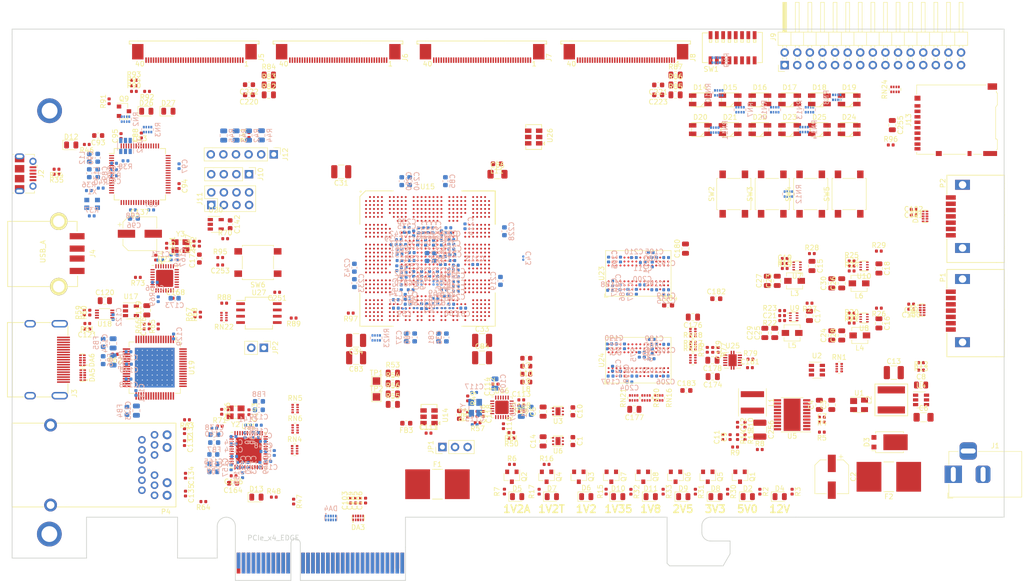
<source format=kicad_pcb>
(kicad_pcb (version 20171130) (host pcbnew 5.0.1)
  (layers (0 F.Cu signal) (31 B.Cu signal) (34 B.Paste user) (35 F.Paste user) (36 B.SilkS user) (37 F.SilkS user) (38 B.Mask user) (39 F.Mask user) (44 Edge.Cuts user))
  (net 0 "")
  (net 1 "/PCIe + SATA/DCU1_REFCLK-")
  (net 2 "/PCIe + SATA/DCU1_REFCLK+")
  (net 3 DDR3_A4)
  (net 4 DDR3_A6)
  (net 5 DDR3_A5)
  (net 6 DDR3_A7)
  (net 7 /DDR3/DDR3_VTT)
  (net 8 "Net-(RN2-Pad5)")
  (net 9 "Net-(RN2-Pad6)")
  (net 10 "Net-(R38-Pad2)")
  (net 11 "Net-(RN2-Pad7)")
  (net 12 +3V3)
  (net 13 /Power/1V2_EN)
  (net 14 /Power/2V5_EN)
  (net 15 /Power/1V35_EN)
  (net 16 "Net-(RN1-Pad4)")
  (net 17 +5V)
  (net 18 "Net-(RN1-Pad5)")
  (net 19 USD_D0)
  (net 20 USD_D3)
  (net 21 USD_CMD)
  (net 22 USD_D2)
  (net 23 "Net-(RN23-Pad1)")
  (net 24 GND)
  (net 25 "/FPGA IO/CFG0")
  (net 26 "Net-(RN23-Pad8)")
  (net 27 "/FPGA IO/CFG1")
  (net 28 "/FPGA IO/CFG2")
  (net 29 "/FPGA IO/FLASH_D3")
  (net 30 "/FPGA IO/FLASH_D1")
  (net 31 "/FPGA IO/FLASH_D2")
  (net 32 "/FPGA IO/FLASH_D0")
  (net 33 DDR3_WE)
  (net 34 DDR3_CKE)
  (net 35 DDR3_CS)
  (net 36 DDR3_ODT)
  (net 37 DDR3_CAS)
  (net 38 DDR3_BA2)
  (net 39 DDR3_RAS)
  (net 40 DDR3_BA1)
  (net 41 DDR3_A12)
  (net 42 DDR3_A14)
  (net 43 DDR3_A13)
  (net 44 DDR3_BA0)
  (net 45 DDR3_A11)
  (net 46 DDR3_A9)
  (net 47 DDR3_A10)
  (net 48 DDR3_A8)
  (net 49 DDR3_A0)
  (net 50 DDR3_A2)
  (net 51 DDR3_A1)
  (net 52 DDR3_A3)
  (net 53 "/HDMI, GbE, USB/ETH_LED2")
  (net 54 ETH_~RESET)
  (net 55 "/HDMI, GbE, USB/ETH_LED1")
  (net 56 RGMII_REF_CLK)
  (net 57 "Net-(D18-Pad4)")
  (net 58 "Net-(D20-Pad4)")
  (net 59 "Net-(D19-Pad4)")
  (net 60 "Net-(D21-Pad4)")
  (net 61 "Net-(D25-Pad4)")
  (net 62 "Net-(D23-Pad4)")
  (net 63 "Net-(D24-Pad4)")
  (net 64 "Net-(D22-Pad4)")
  (net 65 FTDI_D1_RX)
  (net 66 FTDI_~WR)
  (net 67 FTDI_~RD)
  (net 68 FTDI_~SIWU)
  (net 69 RGMII_RXD0)
  (net 70 RGMII_RXD2)
  (net 71 RGMII_RXD1)
  (net 72 RGMII_RXD3)
  (net 73 RGMII_RX_DV)
  (net 74 ETH_MDIO)
  (net 75 RGMII_RX_CLK)
  (net 76 ETH_INT_N)
  (net 77 "Net-(D17-Pad1)")
  (net 78 "Net-(D16-Pad1)")
  (net 79 "Net-(D14-Pad1)")
  (net 80 "Net-(D15-Pad1)")
  (net 81 DIP_SW1)
  (net 82 DIP_SW0)
  (net 83 DIP_SW2)
  (net 84 DIP_SW3)
  (net 85 DIP_SW7)
  (net 86 DIP_SW6)
  (net 87 DIP_SW4)
  (net 88 DIP_SW5)
  (net 89 "Net-(D14-Pad4)")
  (net 90 "Net-(D16-Pad4)")
  (net 91 "Net-(D15-Pad4)")
  (net 92 "Net-(D17-Pad4)")
  (net 93 "Net-(D21-Pad1)")
  (net 94 "Net-(D20-Pad1)")
  (net 95 "Net-(D18-Pad1)")
  (net 96 "Net-(D19-Pad1)")
  (net 97 BTN1)
  (net 98 BTN0)
  (net 99 BTN2)
  (net 100 BTN3)
  (net 101 "Net-(D25-Pad1)")
  (net 102 "Net-(D24-Pad1)")
  (net 103 "Net-(D22-Pad1)")
  (net 104 "Net-(D23-Pad1)")
  (net 105 "/FPGA IO/VCCIO7")
  (net 106 "Net-(R44-Pad2)")
  (net 107 JTAG_TDO)
  (net 108 JTAG_TDI)
  (net 109 "Net-(R43-Pad2)")
  (net 110 "Net-(R42-Pad2)")
  (net 111 JTAG_TCK)
  (net 112 JTAG_TMS)
  (net 113 "Net-(R45-Pad2)")
  (net 114 "/PCIe + SATA/CLKAUXO+")
  (net 115 "/PCIe + SATA/CLK150M-")
  (net 116 +1V8)
  (net 117 +2V5)
  (net 118 "/PCIe + SATA/CLKAUXO-")
  (net 119 "/FPGA IO/VCCIO6")
  (net 120 "/PCIe + SATA/CLK150M+")
  (net 121 CLK_SDA)
  (net 122 "Net-(R36-Pad2)")
  (net 123 FPGA_12MHz)
  (net 124 "/PCIe + SATA/PCIe_REFCLK+")
  (net 125 "/PCIe + SATA/PCIe_REFCLK-")
  (net 126 PCIe_12V)
  (net 127 "Net-(D13-Pad2)")
  (net 128 ~PERST)
  (net 129 "Net-(P3-PadA11)")
  (net 130 "Net-(D12-Pad2)")
  (net 131 "Net-(R40-Pad1)")
  (net 132 "Net-(R39-Pad1)")
  (net 133 "Net-(R38-Pad1)")
  (net 134 "Net-(R12-Pad2)")
  (net 135 "/PCIe + SATA/3V3_C")
  (net 136 "/PCIe + SATA/3V3_CA")
  (net 137 "Net-(R57-Pad1)")
  (net 138 "Net-(R58-Pad2)")
  (net 139 FABRIC_REFCLK)
  (net 140 "/HDMI, GbE, USB/PORT_SCL")
  (net 141 "/HDMI, GbE, USB/PORT_SDA")
  (net 142 "Net-(C121-Pad1)")
  (net 143 "Net-(R62-Pad1)")
  (net 144 /Power/3V3_PG)
  (net 145 "Net-(D27-Pad2)")
  (net 146 "/FPGA IO/~PROGRAM")
  (net 147 "Net-(R80-Pad1)")
  (net 148 "Net-(R81-Pad1)")
  (net 149 "/FPGA IO/FLASH_~CS")
  (net 150 "/FPGA IO/FLASH_CLK")
  (net 151 "/FPGA IO/DONE")
  (net 152 "Net-(Q9-Pad1)")
  (net 153 "Net-(D26-Pad2)")
  (net 154 "Net-(R79-Pad1)")
  (net 155 "/FPGA IO/~INIT")
  (net 156 "Net-(C9-Pad1)")
  (net 157 "Net-(C11-Pad1)")
  (net 158 "Net-(Q2-Pad3)")
  (net 159 "Net-(D5-Pad1)")
  (net 160 /Power/1V2_PG)
  (net 161 USD_D1)
  (net 162 USD_CLK)
  (net 163 "Net-(R97-Pad1)")
  (net 164 "Net-(Q2-Pad1)")
  (net 165 +1V2A)
  (net 166 "Net-(R5-Pad2)")
  (net 167 "Net-(D2-Pad2)")
  (net 168 "Net-(C7-Pad1)")
  (net 169 "Net-(D4-Pad2)")
  (net 170 +12V)
  (net 171 "Net-(R74-Pad1)")
  (net 172 "/Debug Interface/PORT_D-")
  (net 173 "/Debug Interface/FTDI_D-")
  (net 174 "/Debug Interface/FTDI_D+")
  (net 175 "/Debug Interface/PORT_D+")
  (net 176 "Net-(C22-Pad2)")
  (net 177 "Net-(R71-Pad2)")
  (net 178 "/HDMI, GbE, USB/USB_XO")
  (net 179 "/HDMI, GbE, USB/USB_XI")
  (net 180 "Net-(R73-Pad1)")
  (net 181 "/HDMI, GbE, USB/USBA_VBUS")
  (net 182 "/HDMI, GbE, USB/EXTVBUS")
  (net 183 DVI_SCL)
  (net 184 DVI_SDA)
  (net 185 CLK_SCL)
  (net 186 "Net-(R70-Pad1)")
  (net 187 "Net-(C175-Pad2)")
  (net 188 DDR3_CLK+)
  (net 189 "Net-(P4-Pad16)")
  (net 190 "Net-(R66-Pad1)")
  (net 191 "Net-(R65-Pad1)")
  (net 192 "/HDMI, GbE, USB/HDMI_HPD")
  (net 193 DDR3_CLK-)
  (net 194 "Net-(C179-Pad1)")
  (net 195 +1V35)
  (net 196 +1V2)
  (net 197 "Net-(D10-Pad2)")
  (net 198 "Net-(P4-Pad14)")
  (net 199 "Net-(C12-Pad2)")
  (net 200 "Net-(D6-Pad2)")
  (net 201 +1V2T)
  (net 202 "Net-(Q4-Pad1)")
  (net 203 "Net-(Q4-Pad3)")
  (net 204 "Net-(D7-Pad1)")
  (net 205 "Net-(C19-Pad2)")
  (net 206 "Net-(C20-Pad2)")
  (net 207 "Net-(C21-Pad2)")
  (net 208 "/Debug Interface/FTDI_12MHz")
  (net 209 "Net-(D11-Pad2)")
  (net 210 /Power/2V5_PG)
  (net 211 /Power/1V35_PG)
  (net 212 /Power/1V8_PG)
  (net 213 "Net-(D8-Pad2)")
  (net 214 "Net-(D9-Pad2)")
  (net 215 "Net-(C8-Pad2)")
  (net 216 "Net-(C8-Pad1)")
  (net 217 /Power/PWR_EN)
  (net 218 "/HDMI, GbE, USB/HDMI_5V")
  (net 219 "Net-(U17-Pad3)")
  (net 220 "Net-(D9-Pad1)")
  (net 221 "Net-(D11-Pad1)")
  (net 222 "Net-(D26-Pad1)")
  (net 223 "Net-(D2-Pad1)")
  (net 224 "Net-(D6-Pad1)")
  (net 225 "Net-(D10-Pad1)")
  (net 226 "Net-(D8-Pad1)")
  (net 227 "Net-(U1-Pad3)")
  (net 228 DDR3_Vref)
  (net 229 DDR3_Vtt_EN)
  (net 230 "Net-(U5-Pad2)")
  (net 231 "Net-(L1-Pad1)")
  (net 232 "Net-(C11-Pad2)")
  (net 233 "Net-(U13-Pad3)")
  (net 234 "/Debug Interface/Vphy")
  (net 235 "/Debug Interface/Vpll")
  (net 236 "/Debug Interface/JTAG_ACT")
  (net 237 "Net-(U13-Pad22)")
  (net 238 "Net-(U13-Pad23)")
  (net 239 "Net-(U13-Pad24)")
  (net 240 "Net-(U13-Pad26)")
  (net 241 "Net-(U13-Pad27)")
  (net 242 "Net-(U13-Pad28)")
  (net 243 "Net-(U13-Pad29)")
  (net 244 "Net-(U13-Pad30)")
  (net 245 "Net-(U13-Pad32)")
  (net 246 "Net-(U13-Pad33)")
  (net 247 "Net-(U13-Pad34)")
  (net 248 "Net-(U13-Pad36)")
  (net 249 FTDI_D0_TX)
  (net 250 FTDI_D2)
  (net 251 FTDI_D3)
  (net 252 FTDI_D4)
  (net 253 FTDI_D5)
  (net 254 FTDI_D6)
  (net 255 FTDI_D7)
  (net 256 FTDI_~RXF)
  (net 257 "Net-(U13-Pad49)")
  (net 258 "Net-(U13-Pad50)")
  (net 259 FTDI_~TXE)
  (net 260 "Net-(U13-Pad57)")
  (net 261 "Net-(U13-Pad58)")
  (net 262 "Net-(U13-Pad59)")
  (net 263 "Net-(U13-Pad60)")
  (net 264 "/HDMI, GbE, USB/DVI_DVDD")
  (net 265 DVI_DE)
  (net 266 DVI_HSYNC)
  (net 267 DVI_VSYNC)
  (net 268 "Net-(U19-Pad11)")
  (net 269 "/HDMI, GbE, USB/DVI_PVDD")
  (net 270 "/HDMI, GbE, USB/TMDS_CLK-")
  (net 271 "/HDMI, GbE, USB/TMDS_CLK+")
  (net 272 "/HDMI, GbE, USB/DVI_TVDD")
  (net 273 "/HDMI, GbE, USB/TMDS_D0-")
  (net 274 "/HDMI, GbE, USB/TMDS_D0+")
  (net 275 "/HDMI, GbE, USB/TMDS_D1-")
  (net 276 "/HDMI, GbE, USB/TMDS_D1+")
  (net 277 "/HDMI, GbE, USB/TMDS_D2-")
  (net 278 "/HDMI, GbE, USB/TMDS_D2+")
  (net 279 DVI_D23)
  (net 280 DVI_D22)
  (net 281 DVI_D21)
  (net 282 DVI_D20)
  (net 283 DVI_D19)
  (net 284 DVI_D18)
  (net 285 DVI_D17)
  (net 286 DVI_D16)
  (net 287 DVI_D15)
  (net 288 DVI_D14)
  (net 289 DVI_D13)
  (net 290 DVI_D12)
  (net 291 "Net-(U19-Pad49)")
  (net 292 DVI_D11)
  (net 293 DVI_D10)
  (net 294 DVI_D9)
  (net 295 DVI_D8)
  (net 296 DVI_D7)
  (net 297 DVI_D6)
  (net 298 DVI_CLK)
  (net 299 DVI_D5)
  (net 300 DVI_D4)
  (net 301 DVI_D3)
  (net 302 DVI_D2)
  (net 303 DVI_D1)
  (net 304 DVI_D0)
  (net 305 "/HDMI, GbE, USB/AVDDH")
  (net 306 "/HDMI, GbE, USB/MX4-")
  (net 307 "/HDMI, GbE, USB/MX4+")
  (net 308 "/HDMI, GbE, USB/AVDDL")
  (net 309 "/HDMI, GbE, USB/MX3-")
  (net 310 "/HDMI, GbE, USB/MX3+")
  (net 311 "/HDMI, GbE, USB/MX2-")
  (net 312 "/HDMI, GbE, USB/MX2+")
  (net 313 "/HDMI, GbE, USB/MX1-")
  (net 314 "/HDMI, GbE, USB/MX1+")
  (net 315 "Net-(U21-Pad13)")
  (net 316 RGMII_TXD0)
  (net 317 RGMII_TXD1)
  (net 318 RGMII_TXD2)
  (net 319 RGMII_TXD3)
  (net 320 RGMII_TX_CLK)
  (net 321 RGMII_TX_EN)
  (net 322 ETH_MDC)
  (net 323 "Net-(U21-Pad43)")
  (net 324 "/HDMI, GbE, USB/AVDDL_PLL")
  (net 325 "/HDMI, GbE, USB/ETH_XO")
  (net 326 "/HDMI, GbE, USB/ETH_XI")
  (net 327 "Net-(U21-Pad47)")
  (net 328 "Net-(U22-Pad3)")
  (net 329 "Net-(U22-Pad5)")
  (net 330 "/HDMI, GbE, USB/USBA_D+")
  (net 331 "/HDMI, GbE, USB/USBA_D-")
  (net 332 ULPI_RESET)
  (net 333 ULPI_NXT)
  (net 334 ULPI_DIR)
  (net 335 ULPI_STP)
  (net 336 ULPI_CLKO)
  (net 337 "/HDMI, GbE, USB/USB1V8")
  (net 338 ULPI_D7)
  (net 339 ULPI_D6)
  (net 340 ULPI_D5)
  (net 341 ULPI_D4)
  (net 342 ULPI_D3)
  (net 343 ULPI_D2)
  (net 344 ULPI_D1)
  (net 345 ULPI_D0)
  (net 346 "Net-(C117-Pad1)")
  (net 347 "Net-(C115-Pad2)")
  (net 348 CLK_SD_OE)
  (net 349 "Net-(U16-Pad11)")
  (net 350 "Net-(U16-Pad12)")
  (net 351 "/PCIe + SATA/1V8_C")
  (net 352 "Net-(U16-Pad16)")
  (net 353 "/PCIe + SATA/DCU0_REFCLK-")
  (net 354 "/PCIe + SATA/DCU0_REFCLK+")
  (net 355 "Net-(U16-Pad24)")
  (net 356 DDR3_DQ13)
  (net 357 DDR3_DQ15)
  (net 358 DDR3_DQ12)
  (net 359 DDR3_DQS1-)
  (net 360 DDR3_DQ14)
  (net 361 DDR3_DQ11)
  (net 362 DDR3_DQ9)
  (net 363 DDR3_DQS1+)
  (net 364 DDR3_DQ10)
  (net 365 DDR3_DM1)
  (net 366 DDR3_DQ8)
  (net 367 DDR3_DQ0)
  (net 368 DDR3_DM0)
  (net 369 DDR3_DQ2)
  (net 370 DDR3_DQS0+)
  (net 371 DDR3_DQ1)
  (net 372 DDR3_DQ3)
  (net 373 DDR3_DQ6)
  (net 374 DDR3_DQS0-)
  (net 375 DDR3_DQ4)
  (net 376 DDR3_DQ7)
  (net 377 DDR3_DQ5)
  (net 378 "Net-(U23-PadJ1)")
  (net 379 "Net-(U23-PadJ9)")
  (net 380 "Net-(U23-PadL1)")
  (net 381 "Net-(U23-PadL9)")
  (net 382 "Net-(U23-PadM7)")
  (net 383 DDR3_RESET)
  (net 384 "Net-(U24-PadM7)")
  (net 385 "Net-(U24-PadL9)")
  (net 386 "Net-(U24-PadL1)")
  (net 387 "Net-(U24-PadJ9)")
  (net 388 "Net-(U24-PadJ1)")
  (net 389 DDR3_DQ21)
  (net 390 DDR3_DQ23)
  (net 391 DDR3_DQ20)
  (net 392 DDR3_DQS2-)
  (net 393 DDR3_DQ22)
  (net 394 DDR3_DQ19)
  (net 395 DDR3_DQ17)
  (net 396 DDR3_DQS2+)
  (net 397 DDR3_DQ18)
  (net 398 DDR3_DM2)
  (net 399 DDR3_DQ16)
  (net 400 DDR3_DQ24)
  (net 401 DDR3_DM3)
  (net 402 DDR3_DQ26)
  (net 403 DDR3_DQS3+)
  (net 404 DDR3_DQ25)
  (net 405 DDR3_DQ27)
  (net 406 DDR3_DQ30)
  (net 407 DDR3_DQS3-)
  (net 408 DDR3_DQ28)
  (net 409 DDR3_DQ31)
  (net 410 DDR3_DQ29)
  (net 411 "Net-(X1-Pad1)")
  (net 412 "Net-(L4-Pad1)")
  (net 413 "Net-(L5-Pad1)")
  (net 414 "Net-(L3-Pad1)")
  (net 415 "Net-(L6-Pad1)")
  (net 416 "Net-(C111-Pad1)")
  (net 417 "/FPGA Core Power/VCCHTX1")
  (net 418 "/FPGA Core Power/VCCHTX0")
  (net 419 "/FPGA Core Power/VCCA0")
  (net 420 "/FPGA Core Power/VCCAUX")
  (net 421 "/FPGA Core Power/VCCA1")
  (net 422 "/PCIe + SATA/SATA1_A+")
  (net 423 "/PCIe + SATA/SATA1_A-")
  (net 424 "/PCIe + SATA/DCU1_RX1-")
  (net 425 "/PCIe + SATA/DCU1_RX1+")
  (net 426 "/PCIe + SATA/SATA0_A+")
  (net 427 "/PCIe + SATA/SATA0_A-")
  (net 428 "/PCIe + SATA/DCU1_RX0-")
  (net 429 "/PCIe + SATA/DCU1_RX0+")
  (net 430 "/PCIe + SATA/PCIe_HSI0+")
  (net 431 "/PCIe + SATA/PCIe_HSI0-")
  (net 432 "/PCIe + SATA/PCIe_HSI1+")
  (net 433 "/PCIe + SATA/PCIe_HSI1-")
  (net 434 "/PCIe + SATA/DCU0_RX0+")
  (net 435 "/PCIe + SATA/DCU0_RX0-")
  (net 436 "/PCIe + SATA/DCU0_RX1+")
  (net 437 "/PCIe + SATA/DCU0_RX1-")
  (net 438 "Net-(U6-Pad2)")
  (net 439 "Net-(U6-Pad5)")
  (net 440 "Net-(U3-Pad5)")
  (net 441 "Net-(U3-Pad2)")
  (net 442 "Net-(U10-Pad4)")
  (net 443 "Net-(U9-Pad4)")
  (net 444 "Net-(U8-Pad4)")
  (net 445 "Net-(U7-Pad4)")
  (net 446 "Net-(J5-Pad38)")
  (net 447 "/FPGA IO/EXT0_11-")
  (net 448 "/FPGA IO/EXT0_11+")
  (net 449 "/FPGA IO/EXT0_10-")
  (net 450 "/FPGA IO/EXT0_10+")
  (net 451 "/FPGA IO/EXT0_9-")
  (net 452 "/FPGA IO/EXT0_9+")
  (net 453 "/FPGA IO/EXT0_8-")
  (net 454 "/FPGA IO/EXT0_8+")
  (net 455 "/FPGA IO/EXT0_7-")
  (net 456 "/FPGA IO/EXT0_7+")
  (net 457 "/FPGA IO/EXT0_6-")
  (net 458 "/FPGA IO/EXT0_6+")
  (net 459 "/FPGA IO/EXT0_5-")
  (net 460 "/FPGA IO/EXT0_5+")
  (net 461 "/FPGA IO/EXT0_4-")
  (net 462 "/FPGA IO/EXT0_4+")
  (net 463 "/FPGA IO/EXT0_3-")
  (net 464 "/FPGA IO/EXT0_3+")
  (net 465 "/FPGA IO/EXT0_2-")
  (net 466 "/FPGA IO/EXT0_2+")
  (net 467 "/FPGA IO/EXT0_1-")
  (net 468 "/FPGA IO/EXT0_1+")
  (net 469 "/FPGA IO/EXT0_0-")
  (net 470 "/FPGA IO/EXT0_0+")
  (net 471 "/FPGA IO/EXT3_0+")
  (net 472 "/FPGA IO/EXT3_0-")
  (net 473 "/FPGA IO/EXT3_1+")
  (net 474 "/FPGA IO/EXT3_1-")
  (net 475 "/FPGA IO/EXT3_2+")
  (net 476 "/FPGA IO/EXT3_2-")
  (net 477 "/FPGA IO/EXT3_3+")
  (net 478 "/FPGA IO/EXT3_3-")
  (net 479 "/FPGA IO/EXT3_4+")
  (net 480 "/FPGA IO/EXT3_4-")
  (net 481 "/FPGA IO/EXT3_5+")
  (net 482 "/FPGA IO/EXT3_5-")
  (net 483 "/FPGA IO/EXT3_6+")
  (net 484 "/FPGA IO/EXT3_6-")
  (net 485 "/FPGA IO/EXT3_7+")
  (net 486 "/FPGA IO/EXT3_7-")
  (net 487 "/FPGA IO/EXT3_8+")
  (net 488 "/FPGA IO/EXT3_8-")
  (net 489 "/FPGA IO/EXT3_9+")
  (net 490 "/FPGA IO/EXT3_9-")
  (net 491 "/FPGA IO/EXT3_10+")
  (net 492 "/FPGA IO/EXT3_10-")
  (net 493 "/FPGA IO/EXT3_11+")
  (net 494 "/FPGA IO/EXT3_11-")
  (net 495 "Net-(J8-Pad38)")
  (net 496 "Net-(J6-Pad38)")
  (net 497 "/FPGA IO/EXT1_11-")
  (net 498 "/FPGA IO/EXT1_11+")
  (net 499 "/FPGA IO/EXT1_10-")
  (net 500 "/FPGA IO/EXT1_10+")
  (net 501 "/FPGA IO/EXT1_9-")
  (net 502 "/FPGA IO/EXT1_9+")
  (net 503 "/FPGA IO/EXT1_8-")
  (net 504 "/FPGA IO/EXT1_8+")
  (net 505 "/FPGA IO/EXT1_7-")
  (net 506 "/FPGA IO/EXT1_7+")
  (net 507 "/FPGA IO/EXT1_6-")
  (net 508 "/FPGA IO/EXT1_6+")
  (net 509 "/FPGA IO/EXT1_5-")
  (net 510 "/FPGA IO/EXT1_5+")
  (net 511 "/FPGA IO/EXT1_4-")
  (net 512 "/FPGA IO/EXT1_4+")
  (net 513 "/FPGA IO/EXT1_3-")
  (net 514 "/FPGA IO/EXT1_3+")
  (net 515 "/FPGA IO/EXT1_2-")
  (net 516 "/FPGA IO/EXT1_2+")
  (net 517 "/FPGA IO/EXT1_1-")
  (net 518 "/FPGA IO/EXT1_1+")
  (net 519 "/FPGA IO/EXT1_0-")
  (net 520 "/FPGA IO/EXT1_0+")
  (net 521 "/FPGA IO/EXT2_0+")
  (net 522 "/FPGA IO/EXT2_0-")
  (net 523 "/FPGA IO/EXT2_1+")
  (net 524 "/FPGA IO/EXT2_1-")
  (net 525 "/FPGA IO/EXT2_2+")
  (net 526 "/FPGA IO/EXT2_2-")
  (net 527 "/FPGA IO/EXT2_3+")
  (net 528 "/FPGA IO/EXT2_3-")
  (net 529 "/FPGA IO/EXT2_4+")
  (net 530 "/FPGA IO/EXT2_4-")
  (net 531 "/FPGA IO/EXT2_5+")
  (net 532 "/FPGA IO/EXT2_5-")
  (net 533 "/FPGA IO/EXT2_6+")
  (net 534 "/FPGA IO/EXT2_6-")
  (net 535 "/FPGA IO/EXT2_7+")
  (net 536 "/FPGA IO/EXT2_7-")
  (net 537 "/FPGA IO/EXT2_8+")
  (net 538 "/FPGA IO/EXT2_8-")
  (net 539 "/FPGA IO/EXT2_9+")
  (net 540 "/FPGA IO/EXT2_9-")
  (net 541 "/FPGA IO/EXT2_10+")
  (net 542 "/FPGA IO/EXT2_10-")
  (net 543 "/FPGA IO/EXT2_11+")
  (net 544 "/FPGA IO/EXT2_11-")
  (net 545 "Net-(J7-Pad38)")
  (net 546 "Net-(C132-Pad1)")
  (net 547 "Net-(C135-Pad1)")
  (net 548 "Net-(C133-Pad1)")
  (net 549 "Net-(C134-Pad1)")
  (net 550 "Net-(P3-PadB5)")
  (net 551 "Net-(P3-PadB6)")
  (net 552 "Net-(P3-PadB8)")
  (net 553 "Net-(P3-PadB9)")
  (net 554 "Net-(P3-PadB10)")
  (net 555 PCIe_~WAKE)
  (net 556 "Net-(P3-PadB12)")
  (net 557 "/PCIe + SATA/~PRSNT2~_X1")
  (net 558 "Net-(P3-PadB23)")
  (net 559 "Net-(P3-PadB24)")
  (net 560 "Net-(P3-PadB27)")
  (net 561 "Net-(P3-PadB28)")
  (net 562 "Net-(P3-PadB30)")
  (net 563 "/PCIe + SATA/~PRSNT2~_X4")
  (net 564 "/PCIe + SATA/~PRSNT1")
  (net 565 "Net-(P3-PadA5)")
  (net 566 "Net-(P3-PadA6)")
  (net 567 "Net-(P3-PadA7)")
  (net 568 "Net-(P3-PadA8)")
  (net 569 "Net-(P3-PadA9)")
  (net 570 "Net-(P3-PadA10)")
  (net 571 "Net-(P3-PadA19)")
  (net 572 "Net-(P3-PadA25)")
  (net 573 "Net-(P3-PadA26)")
  (net 574 "Net-(P3-PadA29)")
  (net 575 "Net-(P3-PadA30)")
  (net 576 "Net-(P3-PadA32)")
  (net 577 "Net-(U14-Pad2)")
  (net 578 "Net-(U14-Pad1)")
  (net 579 "Net-(U26-Pad1)")
  (net 580 "Net-(U26-Pad2)")
  (net 581 "/FPGA IO/CLK100+")
  (net 582 "/FPGA IO/CLK100-")
  (net 583 "Net-(J3-Pad14)")
  (net 584 "Net-(J3-Pad13)")
  (net 585 LED2)
  (net 586 LED11)
  (net 587 LED10)
  (net 588 LED0)
  (net 589 LED1)
  (net 590 LED3)
  (net 591 LED4)
  (net 592 LED5)
  (net 593 LED6)
  (net 594 LED7)
  (net 595 LED8)
  (net 596 LED9)
  (net 597 "Net-(F2-Pad2)")
  (net 598 "Net-(U15-PadR1)")
  (net 599 "Net-(U15-PadY1)")
  (net 600 "Net-(U15-PadAB1)")
  (net 601 "Net-(U15-PadAC1)")
  (net 602 "Net-(U15-PadAD1)")
  (net 603 "Net-(U15-PadAE1)")
  (net 604 "Net-(U15-PadA2)")
  (net 605 "Net-(U15-PadT2)")
  (net 606 "Net-(U15-PadW2)")
  (net 607 "Net-(U15-PadAB2)")
  (net 608 "Net-(U15-PadAC2)")
  (net 609 "Net-(U15-PadAE2)")
  (net 610 "Net-(U15-PadAG2)")
  (net 611 "Net-(U15-PadA3)")
  (net 612 "Net-(U15-PadV3)")
  (net 613 "Net-(U15-PadW3)")
  (net 614 "Net-(U15-PadY3)")
  (net 615 "Net-(U15-PadAC3)")
  (net 616 "Net-(U15-PadAD3)")
  (net 617 "Net-(U15-PadAE3)")
  (net 618 "Net-(U15-PadAG3)")
  (net 619 "Net-(U15-PadAL3)")
  (net 620 "Net-(U15-PadB4)")
  (net 621 "Net-(U15-PadH4)")
  (net 622 "Net-(U15-PadAC4)")
  (net 623 "Net-(U15-PadA5)")
  (net 624 "Net-(U15-PadL5)")
  (net 625 "Net-(U15-PadW6)")
  (net 626 "Net-(U15-PadD7)")
  (net 627 "Net-(U15-PadE7)")
  (net 628 "Net-(U15-PadAE7)")
  (net 629 "Net-(U15-PadG9)")
  (net 630 "/PCIe + SATA/DCU0_TX0+")
  (net 631 "Net-(U15-PadG10)")
  (net 632 "/PCIe + SATA/DCU0_TX0-")
  (net 633 "Net-(U15-PadG11)")
  (net 634 "/PCIe + SATA/DCU0_TX1+")
  (net 635 "/PCIe + SATA/DCU0_TX1-")
  (net 636 "/FPGA IO/PMOD1_10")
  (net 637 "/FPGA IO/PMOD1_9")
  (net 638 "Net-(U15-PadG14)")
  (net 639 "Net-(U15-PadG15)")
  (net 640 "Net-(U15-PadAK15)")
  (net 641 "Net-(U15-PadG16)")
  (net 642 "Net-(U15-PadAK16)")
  (net 643 "Net-(U15-PadG17)")
  (net 644 "Net-(U15-PadG18)")
  (net 645 "/PCIe + SATA/DCU1_TX0+")
  (net 646 "Net-(U15-PadG19)")
  (net 647 "/PCIe + SATA/DCU1_TX0-")
  (net 648 "/FPGA IO/PMOD1_8")
  (net 649 "/FPGA IO/PMOD1_7")
  (net 650 "/PCIe + SATA/DCU1_TX1+")
  (net 651 "/PCIe + SATA/DCU1_TX1-")
  (net 652 "/FPGA IO/EXIO_5")
  (net 653 "/FPGA IO/EXIO_4")
  (net 654 "/FPGA IO/EXIO_3")
  (net 655 "Net-(U15-PadG22)")
  (net 656 "/FPGA IO/PMOD1_3")
  (net 657 "/FPGA IO/PMOD1_2")
  (net 658 "/FPGA IO/PMOD1_0")
  (net 659 "/FPGA IO/PMOD1_1")
  (net 660 "/FPGA IO/EXIO_2")
  (net 661 "Net-(U15-PadG23)")
  (net 662 "/FPGA IO/EXIO_1")
  (net 663 "/FPGA IO/PMOD0_10")
  (net 664 "/FPGA IO/EXIO_0")
  (net 665 "/FPGA IO/PMOD0_9")
  (net 666 "Net-(U15-PadG24)")
  (net 667 "Net-(U15-PadAG24)")
  (net 668 "Net-(U15-PadAK24)")
  (net 669 "/FPGA IO/PMOD0_8")
  (net 670 "/FPGA IO/PMOD0_3")
  (net 671 "/FPGA IO/PMOD0_7")
  (net 672 "/FPGA IO/PMOD0_2")
  (net 673 "/FPGA IO/PMOD0_1")
  (net 674 "Net-(U15-PadAK25)")
  (net 675 "/FPGA IO/PMOD0_0")
  (net 676 "Net-(U15-PadB26)")
  (net 677 "Net-(U15-PadE26)")
  (net 678 "Net-(U15-PadR26)")
  (net 679 "Net-(U15-PadT26)")
  (net 680 "Net-(U15-PadAE26)")
  (net 681 "Net-(U15-PadH27)")
  (net 682 "Net-(U15-PadJ27)")
  (net 683 "Net-(U15-PadK27)")
  (net 684 "Net-(U15-PadW27)")
  (net 685 "Net-(U15-PadC28)")
  (net 686 "Net-(U15-PadD28)")
  (net 687 "Net-(U15-PadH28)")
  (net 688 "Net-(U15-PadL28)")
  (net 689 "Net-(U15-PadP28)")
  (net 690 "Net-(U15-PadAC28)")
  (net 691 "Net-(U15-PadAE28)")
  (net 692 "Net-(U15-PadC29)")
  (net 693 "Net-(U15-PadD29)")
  (net 694 "Net-(U15-PadH29)")
  (net 695 "Net-(U15-PadP29)")
  (net 696 "Net-(U15-PadAB29)")
  (net 697 "Net-(U15-PadAC29)")
  (net 698 "Net-(U15-PadAE29)")
  (net 699 "Net-(U15-PadAJ29)")
  (net 700 "Net-(U15-PadC30)")
  (net 701 "Net-(U15-PadP30)")
  (net 702 "Net-(U15-PadR30)")
  (net 703 "Net-(U15-PadV30)")
  (net 704 "Net-(U15-PadAB30)")
  (net 705 "Net-(U15-PadAE30)")
  (net 706 "Net-(U15-PadAJ30)")
  (net 707 "Net-(U15-PadA31)")
  (net 708 "Net-(U15-PadF31)")
  (net 709 "Net-(U15-PadH31)")
  (net 710 "Net-(U15-PadP31)")
  (net 711 "Net-(U15-PadAG31)")
  (net 712 "Net-(U15-PadAK31)")
  (net 713 "Net-(U15-PadE32)")
  (net 714 "Net-(U15-PadF32)")
  (net 715 "Net-(U15-PadH32)")
  (net 716 "Net-(U15-PadAG32)")
  (net 717 "Net-(J2-Pad1)")
  (net 718 "Net-(J2-Pad4)")
  (module Capacitor_SMD:C_0402_1005Metric (layer B.Cu) (at 164.7 94.9)
    (fp_text reference C204 (at 0 1.17) (layer B.SilkS) (effects (justify mirror)))
    (fp_text value 470n)
    (pad 1 smd roundrect (at -0.485 0) (size 0.59 0.64) (layers B.Cu B.Paste B.Mask) (net 195 +1V35))
    (pad 2 smd roundrect (at 0.485 0) (size 0.59 0.64) (layers B.Cu B.Paste B.Mask) (net 24 GND))
  )
  (module Connector_PinHeader_2.54mm:PinHeader_2x04_P2.54mm_Vertical (layer F.Cu) (at 80.4 59.2 90)
    (fp_text reference J11 (at 1.27 -2.33 90) (layer F.SilkS))
    (fp_text value FLASH)
    (pad 1 thru_hole rect (at 0 0 90) (size 1.7 1.7) (drill 1) (layers *.Cu *.Mask) (net 12 +3V3))
    (pad 2 thru_hole oval (at 2.54 0 90) (size 1.7 1.7) (drill 1) (layers *.Cu *.Mask) (net 32 "/FPGA IO/FLASH_D0"))
    (pad 3 thru_hole oval (at 0 2.54 90) (size 1.7 1.7) (drill 1) (layers *.Cu *.Mask) (net 149 "/FPGA IO/FLASH_~CS"))
    (pad 4 thru_hole oval (at 2.54 2.54 90) (size 1.7 1.7) (drill 1) (layers *.Cu *.Mask) (net 30 "/FPGA IO/FLASH_D1"))
    (pad 5 thru_hole oval (at 0 5.08 90) (size 1.7 1.7) (drill 1) (layers *.Cu *.Mask) (net 150 "/FPGA IO/FLASH_CLK"))
    (pad 6 thru_hole oval (at 2.54 5.08 90) (size 1.7 1.7) (drill 1) (layers *.Cu *.Mask) (net 31 "/FPGA IO/FLASH_D2"))
    (pad 7 thru_hole oval (at 0 7.62 90) (size 1.7 1.7) (drill 1) (layers *.Cu *.Mask) (net 24 GND))
    (pad 8 thru_hole oval (at 2.54 7.62 90) (size 1.7 1.7) (drill 1) (layers *.Cu *.Mask) (net 29 "/FPGA IO/FLASH_D3"))
  )
  (module Capacitor_SMD:C_0201_0603Metric (layer B.Cu) (at 126 74.9 90)
    (fp_text reference C47 (at 0 1.05 90) (layer B.SilkS) (effects (justify mirror)))
    (fp_text value 10n)
    (pad 2 smd roundrect (at 0.32 0 90) (size 0.46 0.4) (layers B.Cu B.Mask) (net 24 GND))
    (pad 1 smd roundrect (at -0.32 0 90) (size 0.46 0.4) (layers B.Cu B.Mask) (net 421 "/FPGA Core Power/VCCA1"))
  )
  (module Capacitor_SMD:C_0201_0603Metric (layer B.Cu) (at 119.3 80.1)
    (fp_text reference C59 (at 0 1.05) (layer B.SilkS) (effects (justify mirror)))
    (fp_text value 1n)
    (pad 1 smd roundrect (at -0.32 0) (size 0.46 0.4) (layers B.Cu B.Mask) (net 419 "/FPGA Core Power/VCCA0"))
    (pad 2 smd roundrect (at 0.32 0) (size 0.46 0.4) (layers B.Cu B.Mask) (net 24 GND))
  )
  (module Capacitor_SMD:C_0201_0603Metric (layer B.Cu) (at 122.8 74.9 270)
    (fp_text reference C60 (at 0 1.05 270) (layer B.SilkS) (effects (justify mirror)))
    (fp_text value 1n)
    (pad 2 smd roundrect (at 0.32 0 270) (size 0.46 0.4) (layers B.Cu B.Mask) (net 24 GND))
    (pad 1 smd roundrect (at -0.32 0 270) (size 0.46 0.4) (layers B.Cu B.Mask) (net 421 "/FPGA Core Power/VCCA1"))
  )
  (module Capacitor_SMD:C_0201_0603Metric (layer B.Cu) (at 125.6 80 180)
    (fp_text reference C50 (at 0 1.05 180) (layer B.SilkS) (effects (justify mirror)))
    (fp_text value 1n)
    (pad 1 smd roundrect (at -0.32 0 180) (size 0.46 0.4) (layers B.Cu B.Mask) (net 421 "/FPGA Core Power/VCCA1"))
    (pad 2 smd roundrect (at 0.32 0 180) (size 0.46 0.4) (layers B.Cu B.Mask) (net 24 GND))
  )
  (module Capacitor_SMD:C_0201_0603Metric (layer B.Cu) (at 121.6 80 180)
    (fp_text reference C65 (at 0 1.05 180) (layer B.SilkS) (effects (justify mirror)))
    (fp_text value 10n)
    (pad 2 smd roundrect (at 0.32 0 180) (size 0.46 0.4) (layers B.Cu B.Mask) (net 24 GND))
    (pad 1 smd roundrect (at -0.32 0 180) (size 0.46 0.4) (layers B.Cu B.Mask) (net 419 "/FPGA Core Power/VCCA0"))
  )
  (module Capacitor_SMD:C_0201_0603Metric (layer B.Cu) (at 126.8 74.9 90)
    (fp_text reference C42 (at 0 1.05 90) (layer B.SilkS) (effects (justify mirror)))
    (fp_text value 10n)
    (pad 1 smd roundrect (at -0.32 0 90) (size 0.46 0.4) (layers B.Cu B.Mask) (net 417 "/FPGA Core Power/VCCHTX1"))
    (pad 2 smd roundrect (at 0.32 0 90) (size 0.46 0.4) (layers B.Cu B.Mask) (net 24 GND))
  )
  (module Capacitor_SMD:C_0201_0603Metric (layer B.Cu) (at 143.3 69.915 90)
    (fp_text reference C43 (at 0 1.05 90) (layer B.SilkS) (effects (justify mirror)))
    (fp_text value 10n)
    (pad 2 smd roundrect (at 0.32 0 90) (size 0.46 0.4) (layers B.Cu B.Mask) (net 24 GND))
    (pad 1 smd roundrect (at -0.32 0 90) (size 0.46 0.4) (layers B.Cu B.Mask) (net 418 "/FPGA Core Power/VCCHTX0"))
  )
  (module Capacitor_SMD:C_0201_0603Metric (layer B.Cu) (at 122 74.9 90)
    (fp_text reference C49 (at 0 1.05 90) (layer B.SilkS) (effects (justify mirror)))
    (fp_text value 1n)
    (pad 1 smd roundrect (at -0.32 0 90) (size 0.46 0.4) (layers B.Cu B.Mask) (net 419 "/FPGA Core Power/VCCA0"))
    (pad 2 smd roundrect (at 0.32 0 90) (size 0.46 0.4) (layers B.Cu B.Mask) (net 24 GND))
  )
  (module Capacitor_SMD:C_0201_0603Metric (layer B.Cu) (at 127.22 80 180)
    (fp_text reference C63 (at 0 1.05 180) (layer B.SilkS) (effects (justify mirror)))
    (fp_text value 10n)
    (pad 2 smd roundrect (at 0.32 0 180) (size 0.46 0.4) (layers B.Cu B.Mask) (net 24 GND))
    (pad 1 smd roundrect (at -0.32 0 180) (size 0.46 0.4) (layers B.Cu B.Mask) (net 421 "/FPGA Core Power/VCCA1"))
  )
  (module Capacitor_SMD:C_0201_0603Metric (layer B.Cu) (at 125.2 74.9 90)
    (fp_text reference C46 (at 0 1.05 90) (layer B.SilkS) (effects (justify mirror)))
    (fp_text value 10n)
    (pad 1 smd roundrect (at -0.32 0 90) (size 0.46 0.4) (layers B.Cu B.Mask) (net 419 "/FPGA Core Power/VCCA0"))
    (pad 2 smd roundrect (at 0.32 0 90) (size 0.46 0.4) (layers B.Cu B.Mask) (net 24 GND))
  )
  (module Capacitor_SMD:C_0201_0603Metric (layer B.Cu) (at 120.4 78 90)
    (fp_text reference C62 (at 0 1.05 90) (layer B.SilkS) (effects (justify mirror)))
    (fp_text value 10n)
    (pad 2 smd roundrect (at 0.32 0 90) (size 0.46 0.4) (layers B.Cu B.Mask) (net 24 GND))
    (pad 1 smd roundrect (at -0.32 0 90) (size 0.46 0.4) (layers B.Cu B.Mask) (net 419 "/FPGA Core Power/VCCA0"))
  )
  (module Capacitor_SMD:C_0201_0603Metric (layer B.Cu) (at 128.8 80)
    (fp_text reference C66 (at 0 1.05) (layer B.SilkS) (effects (justify mirror)))
    (fp_text value 10n)
    (pad 1 smd roundrect (at -0.32 0) (size 0.46 0.4) (layers B.Cu B.Mask) (net 421 "/FPGA Core Power/VCCA1"))
    (pad 2 smd roundrect (at 0.32 0) (size 0.46 0.4) (layers B.Cu B.Mask) (net 24 GND))
  )
  (module "Custom Parts:Wurth_BiLED_150141_3528" (layer F.Cu) (at 203 38 180)
    (fp_text reference D18 (at 0 2.5 180) (layer F.SilkS))
    (fp_text value " 150141YB73100")
    (pad 3 smd rect (at -1.55 -0.85 180) (size 1.5 0.9) (layers F.Cu F.Paste F.Mask) (net 591 LED4))
    (pad 4 smd rect (at -1.55 0.85 180) (size 1.5 0.9) (layers F.Cu F.Paste F.Mask) (net 57 "Net-(D18-Pad4)"))
    (pad 2 smd rect (at 1.55 0.85 180) (size 1.5 0.9) (layers F.Cu F.Paste F.Mask) (net 591 LED4))
    (pad 1 smd rect (at 1.55 -0.85 180) (size 1.5 0.9) (layers F.Cu F.Paste F.Mask) (net 95 "Net-(D18-Pad1)"))
  )
  (module "Custom Parts:Wurth_BiLED_150141_3528" (layer F.Cu) (at 197 38 180)
    (fp_text reference D17 (at 0 2.5 180) (layer F.SilkS))
    (fp_text value " 150141YB73100")
    (pad 3 smd rect (at -1.55 -0.85 180) (size 1.5 0.9) (layers F.Cu F.Paste F.Mask) (net 590 LED3))
    (pad 4 smd rect (at -1.55 0.85 180) (size 1.5 0.9) (layers F.Cu F.Paste F.Mask) (net 92 "Net-(D17-Pad4)"))
    (pad 2 smd rect (at 1.55 0.85 180) (size 1.5 0.9) (layers F.Cu F.Paste F.Mask) (net 590 LED3))
    (pad 1 smd rect (at 1.55 -0.85 180) (size 1.5 0.9) (layers F.Cu F.Paste F.Mask) (net 77 "Net-(D17-Pad1)"))
  )
  (module "Custom Parts:Wurth_BiLED_150141_3528" (layer F.Cu) (at 209 38 180)
    (fp_text reference D19 (at 0 2.5 180) (layer F.SilkS))
    (fp_text value " 150141YB73100")
    (pad 3 smd rect (at -1.55 -0.85 180) (size 1.5 0.9) (layers F.Cu F.Paste F.Mask) (net 592 LED5))
    (pad 4 smd rect (at -1.55 0.85 180) (size 1.5 0.9) (layers F.Cu F.Paste F.Mask) (net 59 "Net-(D19-Pad4)"))
    (pad 2 smd rect (at 1.55 0.85 180) (size 1.5 0.9) (layers F.Cu F.Paste F.Mask) (net 592 LED5))
    (pad 1 smd rect (at 1.55 -0.85 180) (size 1.5 0.9) (layers F.Cu F.Paste F.Mask) (net 96 "Net-(D19-Pad1)"))
  )
  (module "Custom Parts:Wurth_BiLED_150141_3528" (layer F.Cu) (at 191 44 180)
    (fp_text reference D22 (at 0 2.5 180) (layer F.SilkS))
    (fp_text value 150141RV73100)
    (pad 3 smd rect (at -1.55 -0.85 180) (size 1.5 0.9) (layers F.Cu F.Paste F.Mask) (net 595 LED8))
    (pad 4 smd rect (at -1.55 0.85 180) (size 1.5 0.9) (layers F.Cu F.Paste F.Mask) (net 64 "Net-(D22-Pad4)"))
    (pad 2 smd rect (at 1.55 0.85 180) (size 1.5 0.9) (layers F.Cu F.Paste F.Mask) (net 595 LED8))
    (pad 1 smd rect (at 1.55 -0.85 180) (size 1.5 0.9) (layers F.Cu F.Paste F.Mask) (net 103 "Net-(D22-Pad1)"))
  )
  (module "Custom Parts:Wurth_BiLED_150141_3528" (layer F.Cu) (at 185 44 180)
    (fp_text reference D21 (at 0 2.5 180) (layer F.SilkS))
    (fp_text value 150141RV73100)
    (pad 3 smd rect (at -1.55 -0.85 180) (size 1.5 0.9) (layers F.Cu F.Paste F.Mask) (net 594 LED7))
    (pad 4 smd rect (at -1.55 0.85 180) (size 1.5 0.9) (layers F.Cu F.Paste F.Mask) (net 60 "Net-(D21-Pad4)"))
    (pad 2 smd rect (at 1.55 0.85 180) (size 1.5 0.9) (layers F.Cu F.Paste F.Mask) (net 594 LED7))
    (pad 1 smd rect (at 1.55 -0.85 180) (size 1.5 0.9) (layers F.Cu F.Paste F.Mask) (net 93 "Net-(D21-Pad1)"))
  )
  (module "Custom Parts:Wurth_BiLED_150141_3528" (layer F.Cu) (at 191 38 180)
    (fp_text reference D16 (at 0 2.5 180) (layer F.SilkS))
    (fp_text value " 150141YB73100")
    (pad 3 smd rect (at -1.55 -0.85 180) (size 1.5 0.9) (layers F.Cu F.Paste F.Mask) (net 585 LED2))
    (pad 4 smd rect (at -1.55 0.85 180) (size 1.5 0.9) (layers F.Cu F.Paste F.Mask) (net 90 "Net-(D16-Pad4)"))
    (pad 2 smd rect (at 1.55 0.85 180) (size 1.5 0.9) (layers F.Cu F.Paste F.Mask) (net 585 LED2))
    (pad 1 smd rect (at 1.55 -0.85 180) (size 1.5 0.9) (layers F.Cu F.Paste F.Mask) (net 78 "Net-(D16-Pad1)"))
  )
  (module "Custom Parts:Wurth_BiLED_150141_3528" (layer F.Cu) (at 185 38 180)
    (fp_text reference D15 (at 0 2.5 180) (layer F.SilkS))
    (fp_text value " 150141YB73100")
    (pad 3 smd rect (at -1.55 -0.85 180) (size 1.5 0.9) (layers F.Cu F.Paste F.Mask) (net 589 LED1))
    (pad 4 smd rect (at -1.55 0.85 180) (size 1.5 0.9) (layers F.Cu F.Paste F.Mask) (net 91 "Net-(D15-Pad4)"))
    (pad 2 smd rect (at 1.55 0.85 180) (size 1.5 0.9) (layers F.Cu F.Paste F.Mask) (net 589 LED1))
    (pad 1 smd rect (at 1.55 -0.85 180) (size 1.5 0.9) (layers F.Cu F.Paste F.Mask) (net 80 "Net-(D15-Pad1)"))
  )
  (module "Custom Parts:Wurth_BiLED_150141_3528" (layer F.Cu) (at 179 38 180)
    (fp_text reference D14 (at 0 2.5 180) (layer F.SilkS))
    (fp_text value " 150141YB73100")
    (pad 3 smd rect (at -1.55 -0.85 180) (size 1.5 0.9) (layers F.Cu F.Paste F.Mask) (net 588 LED0))
    (pad 4 smd rect (at -1.55 0.85 180) (size 1.5 0.9) (layers F.Cu F.Paste F.Mask) (net 89 "Net-(D14-Pad4)"))
    (pad 2 smd rect (at 1.55 0.85 180) (size 1.5 0.9) (layers F.Cu F.Paste F.Mask) (net 588 LED0))
    (pad 1 smd rect (at 1.55 -0.85 180) (size 1.5 0.9) (layers F.Cu F.Paste F.Mask) (net 79 "Net-(D14-Pad1)"))
  )
  (module "Custom Parts:Wurth_BiLED_150141_3528" (layer F.Cu) (at 197 44 180)
    (fp_text reference D23 (at 0 2.5 180) (layer F.SilkS))
    (fp_text value 150141RV73100)
    (pad 3 smd rect (at -1.55 -0.85 180) (size 1.5 0.9) (layers F.Cu F.Paste F.Mask) (net 596 LED9))
    (pad 4 smd rect (at -1.55 0.85 180) (size 1.5 0.9) (layers F.Cu F.Paste F.Mask) (net 62 "Net-(D23-Pad4)"))
    (pad 2 smd rect (at 1.55 0.85 180) (size 1.5 0.9) (layers F.Cu F.Paste F.Mask) (net 596 LED9))
    (pad 1 smd rect (at 1.55 -0.85 180) (size 1.5 0.9) (layers F.Cu F.Paste F.Mask) (net 104 "Net-(D23-Pad1)"))
  )
  (module "Custom Parts:Wurth_BiLED_150141_3528" (layer F.Cu) (at 209 44 180)
    (fp_text reference D24 (at 0 2.5 180) (layer F.SilkS))
    (fp_text value 150141RV73100)
    (pad 3 smd rect (at -1.55 -0.85 180) (size 1.5 0.9) (layers F.Cu F.Paste F.Mask) (net 587 LED10))
    (pad 4 smd rect (at -1.55 0.85 180) (size 1.5 0.9) (layers F.Cu F.Paste F.Mask) (net 63 "Net-(D24-Pad4)"))
    (pad 2 smd rect (at 1.55 0.85 180) (size 1.5 0.9) (layers F.Cu F.Paste F.Mask) (net 587 LED10))
    (pad 1 smd rect (at 1.55 -0.85 180) (size 1.5 0.9) (layers F.Cu F.Paste F.Mask) (net 102 "Net-(D24-Pad1)"))
  )
  (module "Custom Parts:Wurth_BiLED_150141_3528" (layer F.Cu) (at 203 44 180)
    (fp_text reference D25 (at 0 2.5 180) (layer F.SilkS))
    (fp_text value 150141RV73100)
    (pad 3 smd rect (at -1.55 -0.85 180) (size 1.5 0.9) (layers F.Cu F.Paste F.Mask) (net 586 LED11))
    (pad 4 smd rect (at -1.55 0.85 180) (size 1.5 0.9) (layers F.Cu F.Paste F.Mask) (net 61 "Net-(D25-Pad4)"))
    (pad 2 smd rect (at 1.55 0.85 180) (size 1.5 0.9) (layers F.Cu F.Paste F.Mask) (net 586 LED11))
    (pad 1 smd rect (at 1.55 -0.85 180) (size 1.5 0.9) (layers F.Cu F.Paste F.Mask) (net 101 "Net-(D25-Pad1)"))
  )
  (module "Custom Parts:Wurth_BiLED_150141_3528" (layer F.Cu) (at 179 44 180)
    (fp_text reference D20 (at 0 2.5 180) (layer F.SilkS))
    (fp_text value 150141RV73100)
    (pad 3 smd rect (at -1.55 -0.85 180) (size 1.5 0.9) (layers F.Cu F.Paste F.Mask) (net 593 LED6))
    (pad 4 smd rect (at -1.55 0.85 180) (size 1.5 0.9) (layers F.Cu F.Paste F.Mask) (net 58 "Net-(D20-Pad4)"))
    (pad 2 smd rect (at 1.55 0.85 180) (size 1.5 0.9) (layers F.Cu F.Paste F.Mask) (net 593 LED6))
    (pad 1 smd rect (at 1.55 -0.85 180) (size 1.5 0.9) (layers F.Cu F.Paste F.Mask) (net 94 "Net-(D20-Pad1)"))
  )
  (module Capacitor_SMD:C_1210_3225Metric (layer F.Cu) (at 191 104.5 270)
    (fp_text reference C256 (at 0 -2.28 270) (layer F.SilkS))
    (fp_text value 47µ)
    (pad 1 smd roundrect (at -1.4 0 270) (size 1.25 2.65) (layers F.Cu F.Paste F.Mask) (roundrect_rratio 0.2) (net 196 +1V2))
    (pad 2 smd roundrect (at 1.4 0 270) (size 1.25 2.65) (layers F.Cu F.Paste F.Mask) (roundrect_rratio 0.2) (net 24 GND))
  )
  (module Button_Switch_SMD:SW_SPST_B3S-1000 (layer F.Cu) (at 89.8 70.8 180)
    (fp_text reference SW6 (at 0 -4.5 180) (layer F.SilkS))
    (fp_text value SW_Push)
    (pad 2 smd rect (at 3.975 2.25 180) (size 1.55 1.3) (layers F.Cu F.Paste F.Mask) (net 146 "/FPGA IO/~PROGRAM"))
    (pad 2 smd rect (at -3.975 2.25 180) (size 1.55 1.3) (layers F.Cu F.Paste F.Mask) (net 146 "/FPGA IO/~PROGRAM"))
    (pad 1 smd rect (at 3.975 -2.25 180) (size 1.55 1.3) (layers F.Cu F.Paste F.Mask) (net 24 GND))
    (pad 1 smd rect (at -3.975 -2.25 180) (size 1.55 1.3) (layers F.Cu F.Paste F.Mask) (net 24 GND))
  )
  (module Button_Switch_SMD:SW_SPST_B3S-1000 (layer F.Cu) (at 209 57 90)
    (fp_text reference SW5 (at 0 -4.5 90) (layer F.SilkS))
    (fp_text value SW_Push)
    (pad 2 smd rect (at 3.975 2.25 90) (size 1.55 1.3) (layers F.Cu F.Paste F.Mask) (net 195 +1V35))
    (pad 2 smd rect (at -3.975 2.25 90) (size 1.55 1.3) (layers F.Cu F.Paste F.Mask) (net 195 +1V35))
    (pad 1 smd rect (at 3.975 -2.25 90) (size 1.55 1.3) (layers F.Cu F.Paste F.Mask) (net 100 BTN3))
    (pad 1 smd rect (at -3.975 -2.25 90) (size 1.55 1.3) (layers F.Cu F.Paste F.Mask) (net 100 BTN3))
  )
  (module Button_Switch_SMD:SW_SPST_B3S-1000 (layer F.Cu) (at 201.25 57 90)
    (fp_text reference SW4 (at 0 -4.5 90) (layer F.SilkS))
    (fp_text value SW_Push)
    (pad 2 smd rect (at 3.975 2.25 90) (size 1.55 1.3) (layers F.Cu F.Paste F.Mask) (net 195 +1V35))
    (pad 2 smd rect (at -3.975 2.25 90) (size 1.55 1.3) (layers F.Cu F.Paste F.Mask) (net 195 +1V35))
    (pad 1 smd rect (at 3.975 -2.25 90) (size 1.55 1.3) (layers F.Cu F.Paste F.Mask) (net 99 BTN2))
    (pad 1 smd rect (at -3.975 -2.25 90) (size 1.55 1.3) (layers F.Cu F.Paste F.Mask) (net 99 BTN2))
  )
  (module Button_Switch_SMD:SW_SPST_B3S-1000 (layer F.Cu) (at 193.5 57 90)
    (fp_text reference SW3 (at 0 -4.5 90) (layer F.SilkS))
    (fp_text value SW_Push)
    (pad 2 smd rect (at 3.975 2.25 90) (size 1.55 1.3) (layers F.Cu F.Paste F.Mask) (net 195 +1V35))
    (pad 2 smd rect (at -3.975 2.25 90) (size 1.55 1.3) (layers F.Cu F.Paste F.Mask) (net 195 +1V35))
    (pad 1 smd rect (at 3.975 -2.25 90) (size 1.55 1.3) (layers F.Cu F.Paste F.Mask) (net 97 BTN1))
    (pad 1 smd rect (at -3.975 -2.25 90) (size 1.55 1.3) (layers F.Cu F.Paste F.Mask) (net 97 BTN1))
  )
  (module Button_Switch_SMD:SW_SPST_B3S-1000 (layer F.Cu) (at 185.75 57 90)
    (fp_text reference SW2 (at 0 -4.5 90) (layer F.SilkS))
    (fp_text value SW_Push)
    (pad 2 smd rect (at 3.975 2.25 90) (size 1.55 1.3) (layers F.Cu F.Paste F.Mask) (net 195 +1V35))
    (pad 2 smd rect (at -3.975 2.25 90) (size 1.55 1.3) (layers F.Cu F.Paste F.Mask) (net 195 +1V35))
    (pad 1 smd rect (at 3.975 -2.25 90) (size 1.55 1.3) (layers F.Cu F.Paste F.Mask) (net 98 BTN0))
    (pad 1 smd rect (at -3.975 -2.25 90) (size 1.55 1.3) (layers F.Cu F.Paste F.Mask) (net 98 BTN0))
  )
  (module Capacitor_SMD:CP_Elec_6.3x5.8 (layer F.Cu) (at 205.5 114 270)
    (fp_text reference C2 (at 0 -4.35 270) (layer F.SilkS))
    (fp_text value 100µF/25V)
    (pad 2 smd rect (at 2.7 0 270) (size 3.5 1.6) (layers F.Cu F.Paste F.Mask) (net 24 GND))
    (pad 1 smd rect (at -2.7 0 270) (size 3.5 1.6) (layers F.Cu F.Paste F.Mask) (net 170 +12V))
  )
  (module Capacitor_SMD:CP_Elec_6.3x5.8 (layer F.Cu) (at 66 65)
    (fp_text reference C137 (at 0 -4.35) (layer F.SilkS))
    (fp_text value 100u)
    (pad 2 smd rect (at 2.7 0) (size 3.5 1.6) (layers F.Cu F.Paste F.Mask) (net 24 GND))
    (pad 1 smd rect (at -2.7 0) (size 3.5 1.6) (layers F.Cu F.Paste F.Mask) (net 181 "/HDMI, GbE, USB/USBA_VBUS"))
  )
  (module Capacitor_SMD:C_0402_1005Metric (layer F.Cu) (at 196 71)
    (fp_text reference C19 (at 0 -1.17) (layer F.SilkS))
    (fp_text value 120p)
    (pad 2 smd roundrect (at 0.485 0) (size 0.59 0.64) (layers F.Cu F.Paste F.Mask) (net 205 "Net-(C19-Pad2)"))
    (pad 1 smd roundrect (at -0.485 0) (size 0.59 0.64) (layers F.Cu F.Paste F.Mask) (net 195 +1V35))
  )
  (module Capacitor_SMD:C_0402_1005Metric (layer F.Cu) (at 183.5 106 90)
    (fp_text reference C11 (at 0 -1.17 90) (layer F.SilkS))
    (fp_text value 180p)
    (pad 2 smd roundrect (at 0.485 0 90) (size 0.59 0.64) (layers F.Cu F.Paste F.Mask) (net 232 "Net-(C11-Pad2)"))
    (pad 1 smd roundrect (at -0.485 0 90) (size 0.59 0.64) (layers F.Cu F.Paste F.Mask) (net 157 "Net-(C11-Pad1)"))
  )
  (module Capacitor_SMD:C_0402_1005Metric (layer F.Cu) (at 185 106 90)
    (fp_text reference C9 (at 0 -1.17 90) (layer F.SilkS))
    (fp_text value 1.8n)
    (pad 2 smd roundrect (at 0.485 0 90) (size 0.59 0.64) (layers F.Cu F.Paste F.Mask) (net 232 "Net-(C11-Pad2)"))
    (pad 1 smd roundrect (at -0.485 0 90) (size 0.59 0.64) (layers F.Cu F.Paste F.Mask) (net 156 "Net-(C9-Pad1)"))
  )
  (module Capacitor_SMD:C_0402_1005Metric (layer F.Cu) (at 203.5 103)
    (fp_text reference C7 (at 0 -1.17) (layer F.SilkS))
    (fp_text value 100n)
    (pad 2 smd roundrect (at 0.485 0) (size 0.59 0.64) (layers F.Cu F.Paste F.Mask) (net 24 GND))
    (pad 1 smd roundrect (at -0.485 0) (size 0.59 0.64) (layers F.Cu F.Paste F.Mask) (net 168 "Net-(C7-Pad1)"))
  )
  (module Capacitor_SMD:C_0402_1005Metric (layer B.Cu) (at 125.585 79.1 180)
    (fp_text reference C78 (at 0 1.17 180) (layer B.SilkS) (effects (justify mirror)))
    (fp_text value 470n)
    (pad 2 smd roundrect (at 0.485 0 180) (size 0.59 0.64) (layers B.Cu B.Paste B.Mask) (net 24 GND))
    (pad 1 smd roundrect (at -0.485 0 180) (size 0.59 0.64) (layers B.Cu B.Paste B.Mask) (net 421 "/FPGA Core Power/VCCA1"))
  )
  (module Capacitor_SMD:C_0402_1005Metric (layer B.Cu) (at 117.615 80 180)
    (fp_text reference C77 (at 0 1.17 180) (layer B.SilkS) (effects (justify mirror)))
    (fp_text value 470n)
    (pad 2 smd roundrect (at 0.485 0 180) (size 0.59 0.64) (layers B.Cu B.Paste B.Mask) (net 24 GND))
    (pad 1 smd roundrect (at -0.485 0 180) (size 0.59 0.64) (layers B.Cu B.Paste B.Mask) (net 419 "/FPGA Core Power/VCCA0"))
  )
  (module Capacitor_SMD:C_0402_1005Metric (layer B.Cu) (at 126.8 64.9 270)
    (fp_text reference C76 (at 0 1.17 270) (layer B.SilkS) (effects (justify mirror)))
    (fp_text value 470n)
    (pad 2 smd roundrect (at 0.485 0 270) (size 0.59 0.64) (layers B.Cu B.Paste B.Mask) (net 24 GND))
    (pad 1 smd roundrect (at -0.485 0 270) (size 0.59 0.64) (layers B.Cu B.Paste B.Mask) (net 420 "/FPGA Core Power/VCCAUX"))
  )
  (module Capacitor_SMD:C_0402_1005Metric (layer B.Cu) (at 128.785 79.2 180)
    (fp_text reference C75 (at 0 1.17 180) (layer B.SilkS) (effects (justify mirror)))
    (fp_text value 470n)
    (pad 2 smd roundrect (at 0.485 0 180) (size 0.59 0.64) (layers B.Cu B.Paste B.Mask) (net 24 GND))
    (pad 1 smd roundrect (at -0.485 0 180) (size 0.59 0.64) (layers B.Cu B.Paste B.Mask) (net 421 "/FPGA Core Power/VCCA1"))
  )
  (module Capacitor_SMD:C_0402_1005Metric (layer F.Cu) (at 82.2 71.3 180)
    (fp_text reference C253 (at 0 -1.17 180) (layer F.SilkS))
    (fp_text value 100n)
    (pad 2 smd roundrect (at 0.485 0 180) (size 0.59 0.64) (layers F.Cu F.Paste F.Mask) (net 24 GND))
    (pad 1 smd roundrect (at -0.485 0 180) (size 0.59 0.64) (layers F.Cu F.Paste F.Mask) (net 146 "/FPGA IO/~PROGRAM"))
  )
  (module Capacitor_SMD:C_0402_1005Metric (layer F.Cu) (at 186.5 103.5 270)
    (fp_text reference C12 (at 0 -1.17 270) (layer F.SilkS))
    (fp_text value 750p)
    (pad 2 smd roundrect (at 0.485 0 270) (size 0.59 0.64) (layers F.Cu F.Paste F.Mask) (net 199 "Net-(C12-Pad2)"))
    (pad 1 smd roundrect (at -0.485 0 270) (size 0.59 0.64) (layers F.Cu F.Paste F.Mask) (net 196 +1V2))
  )
  (module Capacitor_SMD:C_0402_1005Metric (layer F.Cu) (at 209.515 83)
    (fp_text reference C20 (at 0 -1.17) (layer F.SilkS))
    (fp_text value 120p)
    (pad 2 smd roundrect (at 0.485 0) (size 0.59 0.64) (layers F.Cu F.Paste F.Mask) (net 206 "Net-(C20-Pad2)"))
    (pad 1 smd roundrect (at -0.485 0) (size 0.59 0.64) (layers F.Cu F.Paste F.Mask) (net 12 +3V3))
  )
  (module Capacitor_SMD:C_0402_1005Metric (layer F.Cu) (at 195.485 81.5)
    (fp_text reference C21 (at -2.485 0) (layer F.SilkS))
    (fp_text value 120p)
    (pad 2 smd roundrect (at 0.485 0) (size 0.59 0.64) (layers F.Cu F.Paste F.Mask) (net 207 "Net-(C21-Pad2)"))
    (pad 1 smd roundrect (at -0.485 0) (size 0.59 0.64) (layers F.Cu F.Paste F.Mask) (net 117 +2V5))
  )
  (module Capacitor_SMD:C_0402_1005Metric (layer F.Cu) (at 209.5 71.5)
    (fp_text reference C22 (at 0 -1.17) (layer F.SilkS))
    (fp_text value 120p)
    (pad 2 smd roundrect (at 0.485 0) (size 0.59 0.64) (layers F.Cu F.Paste F.Mask) (net 176 "Net-(C22-Pad2)"))
    (pad 1 smd roundrect (at -0.485 0) (size 0.59 0.64) (layers F.Cu F.Paste F.Mask) (net 116 +1V8))
  )
  (module Capacitor_SMD:C_0402_1005Metric (layer B.Cu) (at 126 73.115 90)
    (fp_text reference C38 (at 0 1.17 90) (layer B.SilkS) (effects (justify mirror)))
    (fp_text value 470n)
    (pad 2 smd roundrect (at 0.485 0 90) (size 0.59 0.64) (layers B.Cu B.Paste B.Mask) (net 24 GND))
    (pad 1 smd roundrect (at -0.485 0 90) (size 0.59 0.64) (layers B.Cu B.Paste B.Mask) (net 196 +1V2))
  )
  (module Capacitor_SMD:C_0402_1005Metric (layer B.Cu) (at 127.315 76.3)
    (fp_text reference C39 (at 0 1.17) (layer B.SilkS) (effects (justify mirror)))
    (fp_text value 470n)
    (pad 1 smd roundrect (at -0.485 0) (size 0.59 0.64) (layers B.Cu B.Paste B.Mask) (net 417 "/FPGA Core Power/VCCHTX1"))
    (pad 2 smd roundrect (at 0.485 0) (size 0.59 0.64) (layers B.Cu B.Paste B.Mask) (net 24 GND))
  )
  (module Capacitor_SMD:C_0402_1005Metric (layer B.Cu) (at 120.6 76.3 180)
    (fp_text reference C40 (at 0 1.17 180) (layer B.SilkS) (effects (justify mirror)))
    (fp_text value 470n)
    (pad 2 smd roundrect (at 0.485 0 180) (size 0.59 0.64) (layers B.Cu B.Paste B.Mask) (net 24 GND))
    (pad 1 smd roundrect (at -0.485 0 180) (size 0.59 0.64) (layers B.Cu B.Paste B.Mask) (net 418 "/FPGA Core Power/VCCHTX0"))
  )
  (module Capacitor_SMD:C_0402_1005Metric (layer B.Cu) (at 125.2 66.815 270)
    (fp_text reference C54 (at 0 1.17 270) (layer B.SilkS) (effects (justify mirror)))
    (fp_text value 470n)
    (pad 2 smd roundrect (at 0.485 0 270) (size 0.59 0.64) (layers B.Cu B.Paste B.Mask) (net 24 GND))
    (pad 1 smd roundrect (at -0.485 0 270) (size 0.59 0.64) (layers B.Cu B.Paste B.Mask) (net 196 +1V2))
  )
  (module Capacitor_SMD:C_0402_1005Metric (layer B.Cu) (at 121.2 73.1 90)
    (fp_text reference C45 (at 0 1.17 90) (layer B.SilkS) (effects (justify mirror)))
    (fp_text value 470n)
    (pad 2 smd roundrect (at 0.485 0 90) (size 0.59 0.64) (layers B.Cu B.Paste B.Mask) (net 24 GND))
    (pad 1 smd roundrect (at -0.485 0 90) (size 0.59 0.64) (layers B.Cu B.Paste B.Mask) (net 196 +1V2))
  )
  (module Capacitor_SMD:C_0402_1005Metric (layer B.Cu) (at 117.6 78.3 180)
    (fp_text reference C74 (at 0 1.17 180) (layer B.SilkS) (effects (justify mirror)))
    (fp_text value 470n)
    (pad 2 smd roundrect (at 0.485 0 180) (size 0.59 0.64) (layers B.Cu B.Paste B.Mask) (net 24 GND))
    (pad 1 smd roundrect (at -0.485 0 180) (size 0.59 0.64) (layers B.Cu B.Paste B.Mask) (net 419 "/FPGA Core Power/VCCA0"))
  )
  (module Capacitor_SMD:C_0402_1005Metric (layer B.Cu) (at 128.8 68.1 180)
    (fp_text reference C215 (at 0 1.17 180) (layer B.SilkS) (effects (justify mirror)))
    (fp_text value 470n)
    (pad 2 smd roundrect (at 0.485 0 180) (size 0.59 0.64) (layers B.Cu B.Paste B.Mask) (net 24 GND))
    (pad 1 smd roundrect (at -0.485 0 180) (size 0.59 0.64) (layers B.Cu B.Paste B.Mask) (net 195 +1V35))
  )
  (module Capacitor_SMD:C_0402_1005Metric (layer B.Cu) (at 129 69.2 180)
    (fp_text reference C217 (at 0 1.17 180) (layer B.SilkS) (effects (justify mirror)))
    (fp_text value 470n)
    (pad 2 smd roundrect (at 0.485 0 180) (size 0.59 0.64) (layers B.Cu B.Paste B.Mask) (net 24 GND))
    (pad 1 smd roundrect (at -0.485 0 180) (size 0.59 0.64) (layers B.Cu B.Paste B.Mask) (net 195 +1V35))
  )
  (module Capacitor_SMD:C_0402_1005Metric (layer B.Cu) (at 129 70.4 180)
    (fp_text reference C218 (at 0 1.17 180) (layer B.SilkS) (effects (justify mirror)))
    (fp_text value 470n)
    (pad 2 smd roundrect (at 0.485 0 180) (size 0.59 0.64) (layers B.Cu B.Paste B.Mask) (net 24 GND))
    (pad 1 smd roundrect (at -0.485 0 180) (size 0.59 0.64) (layers B.Cu B.Paste B.Mask) (net 195 +1V35))
  )
  (module Capacitor_SMD:C_0402_1005Metric (layer B.Cu) (at 129.7 72.3)
    (fp_text reference C224 (at 0 1.17) (layer B.SilkS) (effects (justify mirror)))
    (fp_text value 470n)
    (pad 2 smd roundrect (at 0.485 0) (size 0.59 0.64) (layers B.Cu B.Paste B.Mask) (net 24 GND))
    (pad 1 smd roundrect (at -0.485 0) (size 0.59 0.64) (layers B.Cu B.Paste B.Mask) (net 195 +1V35))
  )
  (module Capacitor_SMD:C_0402_1005Metric (layer B.Cu) (at 166.1 76.7 270)
    (fp_text reference C207 (at 0 1.17 270) (layer B.SilkS) (effects (justify mirror)))
    (fp_text value 100n)
    (pad 2 smd roundrect (at 0.485 0 270) (size 0.59 0.64) (layers B.Cu B.Paste B.Mask) (net 24 GND))
    (pad 1 smd roundrect (at -0.485 0 270) (size 0.59 0.64) (layers B.Cu B.Paste B.Mask) (net 228 DDR3_Vref))
  )
  (module Capacitor_SMD:C_0402_1005Metric (layer B.Cu) (at 120.8 70.4)
    (fp_text reference C55 (at 0 1.17) (layer B.SilkS) (effects (justify mirror)))
    (fp_text value 470n)
    (pad 2 smd roundrect (at 0.485 0) (size 0.59 0.64) (layers B.Cu B.Paste B.Mask) (net 24 GND))
    (pad 1 smd roundrect (at -0.485 0) (size 0.59 0.64) (layers B.Cu B.Paste B.Mask) (net 196 +1V2))
  )
  (module Capacitor_SMD:C_0402_1005Metric (layer B.Cu) (at 120.815 68.8)
    (fp_text reference C56 (at 0 1.17) (layer B.SilkS) (effects (justify mirror)))
    (fp_text value 470n)
    (pad 2 smd roundrect (at 0.485 0) (size 0.59 0.64) (layers B.Cu B.Paste B.Mask) (net 24 GND))
    (pad 1 smd roundrect (at -0.485 0) (size 0.59 0.64) (layers B.Cu B.Paste B.Mask) (net 196 +1V2))
  )
  (module Capacitor_SMD:C_0402_1005Metric (layer B.Cu) (at 127.1 69.6 180)
    (fp_text reference C57 (at 0 1.17 180) (layer B.SilkS) (effects (justify mirror)))
    (fp_text value 470n)
    (pad 2 smd roundrect (at 0.485 0 180) (size 0.59 0.64) (layers B.Cu B.Paste B.Mask) (net 24 GND))
    (pad 1 smd roundrect (at -0.485 0 180) (size 0.59 0.64) (layers B.Cu B.Paste B.Mask) (net 196 +1V2))
  )
  (module Capacitor_SMD:C_0402_1005Metric (layer B.Cu) (at 128.3 72.65 90)
    (fp_text reference C58 (at 0 1.17 90) (layer B.SilkS) (effects (justify mirror)))
    (fp_text value 470n)
    (pad 2 smd roundrect (at 0.485 0 90) (size 0.59 0.64) (layers B.Cu B.Paste B.Mask) (net 24 GND))
    (pad 1 smd roundrect (at -0.485 0 90) (size 0.59 0.64) (layers B.Cu B.Paste B.Mask) (net 420 "/FPGA Core Power/VCCAUX"))
  )
  (module Capacitor_SMD:C_0402_1005Metric (layer B.Cu) (at 126.8 66.8 270)
    (fp_text reference C44 (at 0 1.17 270) (layer B.SilkS) (effects (justify mirror)))
    (fp_text value 470n)
    (pad 1 smd roundrect (at -0.485 0 270) (size 0.59 0.64) (layers B.Cu B.Paste B.Mask) (net 196 +1V2))
    (pad 2 smd roundrect (at 0.485 0 270) (size 0.59 0.64) (layers B.Cu B.Paste B.Mask) (net 24 GND))
  )
  (module Capacitor_SMD:C_0402_1005Metric (layer B.Cu) (at 131.2 80)
    (fp_text reference C61 (at 0 1.17) (layer B.SilkS) (effects (justify mirror)))
    (fp_text value 470n)
    (pad 2 smd roundrect (at 0.485 0) (size 0.59 0.64) (layers B.Cu B.Paste B.Mask) (net 24 GND))
    (pad 1 smd roundrect (at -0.485 0) (size 0.59 0.64) (layers B.Cu B.Paste B.Mask) (net 420 "/FPGA Core Power/VCCAUX"))
  )
  (module Capacitor_SMD:C_0402_1005Metric (layer B.Cu) (at 123.8 79.6 90)
    (fp_text reference C64 (at 0 1.17 90) (layer B.SilkS) (effects (justify mirror)))
    (fp_text value 470n)
    (pad 2 smd roundrect (at 0.485 0 90) (size 0.59 0.64) (layers B.Cu B.Paste B.Mask) (net 24 GND))
    (pad 1 smd roundrect (at -0.485 0 90) (size 0.59 0.64) (layers B.Cu B.Paste B.Mask) (net 420 "/FPGA Core Power/VCCAUX"))
  )
  (module Capacitor_SMD:C_0402_1005Metric (layer B.Cu) (at 128.8 67.15 180)
    (fp_text reference C79 (at 0 1.17 180) (layer B.SilkS) (effects (justify mirror)))
    (fp_text value 470n)
    (pad 2 smd roundrect (at 0.485 0 180) (size 0.59 0.64) (layers B.Cu B.Paste B.Mask) (net 24 GND))
    (pad 1 smd roundrect (at -0.485 0 180) (size 0.59 0.64) (layers B.Cu B.Paste B.Mask) (net 420 "/FPGA Core Power/VCCAUX"))
  )
  (module Capacitor_SMD:C_0402_1005Metric (layer B.Cu) (at 122.8 79.6 90)
    (fp_text reference C67 (at 0 1.17 90) (layer B.SilkS) (effects (justify mirror)))
    (fp_text value 470n)
    (pad 2 smd roundrect (at 0.485 0 90) (size 0.59 0.64) (layers B.Cu B.Paste B.Mask) (net 24 GND))
    (pad 1 smd roundrect (at -0.485 0 90) (size 0.59 0.64) (layers B.Cu B.Paste B.Mask) (net 420 "/FPGA Core Power/VCCAUX"))
  )
  (module Capacitor_SMD:C_0402_1005Metric (layer B.Cu) (at 119.5 77.715 90)
    (fp_text reference C68 (at 0 1.17 90) (layer B.SilkS) (effects (justify mirror)))
    (fp_text value 100n)
    (pad 2 smd roundrect (at 0.485 0 90) (size 0.59 0.64) (layers B.Cu B.Paste B.Mask) (net 24 GND))
    (pad 1 smd roundrect (at -0.485 0 90) (size 0.59 0.64) (layers B.Cu B.Paste B.Mask) (net 419 "/FPGA Core Power/VCCA0"))
  )
  (module Capacitor_SMD:C_0402_1005Metric (layer B.Cu) (at 125.585 78.1 180)
    (fp_text reference C69 (at 0 1.17 180) (layer B.SilkS) (effects (justify mirror)))
    (fp_text value 100n)
    (pad 2 smd roundrect (at 0.485 0 180) (size 0.59 0.64) (layers B.Cu B.Paste B.Mask) (net 24 GND))
    (pad 1 smd roundrect (at -0.485 0 180) (size 0.59 0.64) (layers B.Cu B.Paste B.Mask) (net 421 "/FPGA Core Power/VCCA1"))
  )
  (module Capacitor_SMD:C_0402_1005Metric (layer B.Cu) (at 119.985 79.2 180)
    (fp_text reference C71 (at 0 1.17 180) (layer B.SilkS) (effects (justify mirror)))
    (fp_text value 470n)
    (pad 2 smd roundrect (at 0.485 0 180) (size 0.59 0.64) (layers B.Cu B.Paste B.Mask) (net 24 GND))
    (pad 1 smd roundrect (at -0.485 0 180) (size 0.59 0.64) (layers B.Cu B.Paste B.Mask) (net 419 "/FPGA Core Power/VCCA0"))
  )
  (module Capacitor_SMD:C_0402_1005Metric (layer B.Cu) (at 127.915 77.6 180)
    (fp_text reference C72 (at 0 1.17 180) (layer B.SilkS) (effects (justify mirror)))
    (fp_text value 470n)
    (pad 2 smd roundrect (at 0.485 0 180) (size 0.59 0.64) (layers B.Cu B.Paste B.Mask) (net 24 GND))
    (pad 1 smd roundrect (at -0.485 0 180) (size 0.59 0.64) (layers B.Cu B.Paste B.Mask) (net 421 "/FPGA Core Power/VCCA1"))
  )
  (module Capacitor_SMD:C_0402_1005Metric (layer F.Cu) (at 138.2 95.8 90)
    (fp_text reference C112 (at 0 -1.17 90) (layer F.SilkS))
    (fp_text value 470n)
    (pad 2 smd roundrect (at 0.485 0 90) (size 0.59 0.64) (layers F.Cu F.Paste F.Mask) (net 24 GND))
    (pad 1 smd roundrect (at -0.485 0 90) (size 0.59 0.64) (layers F.Cu F.Paste F.Mask) (net 135 "/PCIe + SATA/3V3_C"))
  )
  (module Capacitor_SMD:C_0402_1005Metric (layer B.Cu) (at 133.4 97 180)
    (fp_text reference C117 (at 0 1.17 180) (layer B.SilkS) (effects (justify mirror)))
    (fp_text value DNP)
    (pad 2 smd roundrect (at 0.485 0 180) (size 0.59 0.64) (layers B.Cu B.Paste B.Mask) (net 24 GND))
    (pad 1 smd roundrect (at -0.485 0 180) (size 0.59 0.64) (layers B.Cu B.Paste B.Mask) (net 346 "Net-(C117-Pad1)"))
  )
  (module Capacitor_SMD:C_0402_1005Metric (layer F.Cu) (at 142.9 98.5)
    (fp_text reference C113 (at 0 -1.17) (layer F.SilkS))
    (fp_text value 470n)
    (pad 2 smd roundrect (at 0.485 0) (size 0.59 0.64) (layers F.Cu F.Paste F.Mask) (net 24 GND))
    (pad 1 smd roundrect (at -0.485 0) (size 0.59 0.64) (layers F.Cu F.Paste F.Mask) (net 135 "/PCIe + SATA/3V3_C"))
  )
  (module Capacitor_SMD:C_0402_1005Metric (layer F.Cu) (at 137.2 95.8 90)
    (fp_text reference C114 (at 0 -1.17 90) (layer F.SilkS))
    (fp_text value 470n)
    (pad 2 smd roundrect (at 0.485 0 90) (size 0.59 0.64) (layers F.Cu F.Paste F.Mask) (net 24 GND))
    (pad 1 smd roundrect (at -0.485 0 90) (size 0.59 0.64) (layers F.Cu F.Paste F.Mask) (net 135 "/PCIe + SATA/3V3_C"))
  )
  (module Capacitor_SMD:C_0402_1005Metric (layer B.Cu) (at 133.5 103.5 180)
    (fp_text reference C115 (at 0 1.17 180) (layer B.SilkS) (effects (justify mirror)))
    (fp_text value DNP)
    (pad 2 smd roundrect (at 0.485 0 180) (size 0.59 0.64) (layers B.Cu B.Paste B.Mask) (net 347 "Net-(C115-Pad2)"))
    (pad 1 smd roundrect (at -0.485 0 180) (size 0.59 0.64) (layers B.Cu B.Paste B.Mask) (net 24 GND))
  )
  (module Capacitor_SMD:C_0402_1005Metric (layer F.Cu) (at 134 101.3 270)
    (fp_text reference C116 (at 0 -1.17 270) (layer F.SilkS))
    (fp_text value 470n)
    (pad 2 smd roundrect (at 0.485 0 270) (size 0.59 0.64) (layers F.Cu F.Paste F.Mask) (net 24 GND))
    (pad 1 smd roundrect (at -0.485 0 270) (size 0.59 0.64) (layers F.Cu F.Paste F.Mask) (net 136 "/PCIe + SATA/3V3_CA"))
  )
  (module Capacitor_SMD:C_0402_1005Metric (layer F.Cu) (at 55.4 84.2 180)
    (fp_text reference C121 (at 0 -1.17 180) (layer F.SilkS))
    (fp_text value 100p)
    (pad 2 smd roundrect (at 0.485 0 180) (size 0.59 0.64) (layers F.Cu F.Paste F.Mask) (net 24 GND))
    (pad 1 smd roundrect (at -0.485 0 180) (size 0.59 0.64) (layers F.Cu F.Paste F.Mask) (net 142 "Net-(C121-Pad1)"))
  )
  (module Capacitor_SMD:C_0402_1005Metric (layer B.Cu) (at 63.8 91.3)
    (fp_text reference C130 (at 0 1.17) (layer B.SilkS) (effects (justify mirror)))
    (fp_text value 10n)
    (pad 2 smd roundrect (at 0.485 0) (size 0.59 0.64) (layers B.Cu B.Paste B.Mask) (net 24 GND))
    (pad 1 smd roundrect (at -0.485 0) (size 0.59 0.64) (layers B.Cu B.Paste B.Mask) (net 272 "/HDMI, GbE, USB/DVI_TVDD"))
  )
  (module Capacitor_SMD:C_0402_1005Metric (layer B.Cu) (at 72.8 85.7 90)
    (fp_text reference C129 (at 0 1.17 90) (layer B.SilkS) (effects (justify mirror)))
    (fp_text value 10n)
    (pad 2 smd roundrect (at 0.485 0 90) (size 0.59 0.64) (layers B.Cu B.Paste B.Mask) (net 24 GND))
    (pad 1 smd roundrect (at -0.485 0 90) (size 0.59 0.64) (layers B.Cu B.Paste B.Mask) (net 264 "/HDMI, GbE, USB/DVI_DVDD"))
  )
  (module Capacitor_SMD:C_0402_1005Metric (layer B.Cu) (at 121.2 64.915 90)
    (fp_text reference C82 (at 0 1.17 90) (layer B.SilkS) (effects (justify mirror)))
    (fp_text value 470n)
    (pad 2 smd roundrect (at 0.485 0 90) (size 0.59 0.64) (layers B.Cu B.Paste B.Mask) (net 24 GND))
    (pad 1 smd roundrect (at -0.485 0 90) (size 0.59 0.64) (layers B.Cu B.Paste B.Mask) (net 420 "/FPGA Core Power/VCCAUX"))
  )
  (module Capacitor_SMD:C_0402_1005Metric (layer B.Cu) (at 129.7 71.35)
    (fp_text reference C216 (at 0 1.17) (layer B.SilkS) (effects (justify mirror)))
    (fp_text value 470n)
    (pad 2 smd roundrect (at 0.485 0) (size 0.59 0.64) (layers B.Cu B.Paste B.Mask) (net 24 GND))
    (pad 1 smd roundrect (at -0.485 0) (size 0.59 0.64) (layers B.Cu B.Paste B.Mask) (net 195 +1V35))
  )
  (module Capacitor_SMD:C_0402_1005Metric (layer F.Cu) (at 73.9 55.385 270)
    (fp_text reference C94 (at 0 -1.17 270) (layer F.SilkS))
    (fp_text value 470n)
    (pad 2 smd roundrect (at 0.485 0 270) (size 0.59 0.64) (layers F.Cu F.Paste F.Mask) (net 24 GND))
    (pad 1 smd roundrect (at -0.485 0 270) (size 0.59 0.64) (layers F.Cu F.Paste F.Mask) (net 116 +1V8))
  )
  (module Capacitor_SMD:C_0402_1005Metric (layer B.Cu) (at 63.715 94.3)
    (fp_text reference C128 (at 0 1.17) (layer B.SilkS) (effects (justify mirror)))
    (fp_text value 10n)
    (pad 2 smd roundrect (at 0.485 0) (size 0.59 0.64) (layers B.Cu B.Paste B.Mask) (net 24 GND))
    (pad 1 smd roundrect (at -0.485 0) (size 0.59 0.64) (layers B.Cu B.Paste B.Mask) (net 272 "/HDMI, GbE, USB/DVI_TVDD"))
  )
  (module Capacitor_SMD:C_0402_1005Metric (layer B.Cu) (at 60.8 50.8)
    (fp_text reference C92 (at 0 1.17) (layer B.SilkS) (effects (justify mirror)))
    (fp_text value 470n)
    (pad 2 smd roundrect (at 0.485 0) (size 0.59 0.64) (layers B.Cu B.Paste B.Mask) (net 24 GND))
    (pad 1 smd roundrect (at -0.485 0) (size 0.59 0.64) (layers B.Cu B.Paste B.Mask) (net 234 "/Debug Interface/Vphy"))
  )
  (module Capacitor_SMD:C_0402_1005Metric (layer B.Cu) (at 60.8 53.3)
    (fp_text reference C91 (at 0 1.17) (layer B.SilkS) (effects (justify mirror)))
    (fp_text value 470n)
    (pad 2 smd roundrect (at 0.485 0) (size 0.59 0.64) (layers B.Cu B.Paste B.Mask) (net 24 GND))
    (pad 1 smd roundrect (at -0.485 0) (size 0.59 0.64) (layers B.Cu B.Paste B.Mask) (net 235 "/Debug Interface/Vpll"))
  )
  (module Capacitor_SMD:C_0402_1005Metric (layer B.Cu) (at 63.715 88.8)
    (fp_text reference C127 (at 0 1.17) (layer B.SilkS) (effects (justify mirror)))
    (fp_text value 10n)
    (pad 2 smd roundrect (at 0.485 0) (size 0.59 0.64) (layers B.Cu B.Paste B.Mask) (net 24 GND))
    (pad 1 smd roundrect (at -0.485 0) (size 0.59 0.64) (layers B.Cu B.Paste B.Mask) (net 269 "/HDMI, GbE, USB/DVI_PVDD"))
  )
  (module Capacitor_SMD:C_0402_1005Metric (layer B.Cu) (at 68.285 60.2 180)
    (fp_text reference C87 (at 0 1.17 180) (layer B.SilkS) (effects (justify mirror)))
    (fp_text value 470n)
    (pad 2 smd roundrect (at 0.485 0 180) (size 0.59 0.64) (layers B.Cu B.Paste B.Mask) (net 24 GND))
    (pad 1 smd roundrect (at -0.485 0 180) (size 0.59 0.64) (layers B.Cu B.Paste B.Mask) (net 12 +3V3))
  )
  (module Capacitor_SMD:C_0402_1005Metric (layer B.Cu) (at 64.6 60.2)
    (fp_text reference C98 (at 0 1.17) (layer B.SilkS) (effects (justify mirror)))
    (fp_text value 470n)
    (pad 2 smd roundrect (at 0.485 0) (size 0.59 0.64) (layers B.Cu B.Paste B.Mask) (net 24 GND))
    (pad 1 smd roundrect (at -0.485 0) (size 0.59 0.64) (layers B.Cu B.Paste B.Mask) (net 12 +3V3))
  )
  (module Capacitor_SMD:C_0402_1005Metric (layer B.Cu) (at 60.6 81.8 90)
    (fp_text reference C122 (at 0 1.17 90) (layer B.SilkS) (effects (justify mirror)))
    (fp_text value 470n)
    (pad 2 smd roundrect (at 0.485 0 90) (size 0.59 0.64) (layers B.Cu B.Paste B.Mask) (net 24 GND))
    (pad 1 smd roundrect (at -0.485 0 90) (size 0.59 0.64) (layers B.Cu B.Paste B.Mask) (net 12 +3V3))
  )
  (module Capacitor_SMD:C_0402_1005Metric (layer F.Cu) (at 67.9 83.685 90)
    (fp_text reference C126 (at 0 -1.17 90) (layer F.SilkS))
    (fp_text value 10n)
    (pad 2 smd roundrect (at 0.485 0 90) (size 0.59 0.64) (layers F.Cu F.Paste F.Mask) (net 24 GND))
    (pad 1 smd roundrect (at -0.485 0 90) (size 0.59 0.64) (layers F.Cu F.Paste F.Mask) (net 264 "/HDMI, GbE, USB/DVI_DVDD"))
  )
  (module Capacitor_SMD:C_0402_1005Metric (layer F.Cu) (at 66.3 45.185 90)
    (fp_text reference C88 (at 0 -1.17 90) (layer F.SilkS))
    (fp_text value 100n)
    (pad 2 smd roundrect (at 0.485 0 90) (size 0.59 0.64) (layers F.Cu F.Paste F.Mask) (net 24 GND))
    (pad 1 smd roundrect (at -0.485 0 90) (size 0.59 0.64) (layers F.Cu F.Paste F.Mask) (net 12 +3V3))
  )
  (module Capacitor_SMD:C_0402_1005Metric (layer F.Cu) (at 62.2 45.3 90)
    (fp_text reference C95 (at 0 -1.17 90) (layer F.SilkS))
    (fp_text value 470n)
    (pad 2 smd roundrect (at 0.485 0 90) (size 0.59 0.64) (layers F.Cu F.Paste F.Mask) (net 24 GND))
    (pad 1 smd roundrect (at -0.485 0 90) (size 0.59 0.64) (layers F.Cu F.Paste F.Mask) (net 116 +1V8))
  )
  (module Capacitor_SMD:C_0402_1005Metric (layer B.Cu) (at 122.8 73.1 90)
    (fp_text reference C48 (at 0 1.17 90) (layer B.SilkS) (effects (justify mirror)))
    (fp_text value 470n)
    (pad 2 smd roundrect (at 0.485 0 90) (size 0.59 0.64) (layers B.Cu B.Paste B.Mask) (net 24 GND))
    (pad 1 smd roundrect (at -0.485 0 90) (size 0.59 0.64) (layers B.Cu B.Paste B.Mask) (net 196 +1V2))
  )
  (module Capacitor_SMD:C_0402_1005Metric (layer B.Cu) (at 127.1 71.2 180)
    (fp_text reference C51 (at 0 1.17 180) (layer B.SilkS) (effects (justify mirror)))
    (fp_text value 470n)
    (pad 2 smd roundrect (at 0.485 0 180) (size 0.59 0.64) (layers B.Cu B.Paste B.Mask) (net 24 GND))
    (pad 1 smd roundrect (at -0.485 0 180) (size 0.59 0.64) (layers B.Cu B.Paste B.Mask) (net 196 +1V2))
  )
  (module Capacitor_SMD:C_0402_1005Metric (layer B.Cu) (at 123.6 66.8 270)
    (fp_text reference C52 (at 0 1.17 270) (layer B.SilkS) (effects (justify mirror)))
    (fp_text value 470n)
    (pad 2 smd roundrect (at 0.485 0 270) (size 0.59 0.64) (layers B.Cu B.Paste B.Mask) (net 24 GND))
    (pad 1 smd roundrect (at -0.485 0 270) (size 0.59 0.64) (layers B.Cu B.Paste B.Mask) (net 196 +1V2))
  )
  (module Capacitor_SMD:C_0402_1005Metric (layer B.Cu) (at 124.4 73.1 90)
    (fp_text reference C53 (at 0 1.17 90) (layer B.SilkS) (effects (justify mirror)))
    (fp_text value 470n)
    (pad 2 smd roundrect (at 0.485 0 90) (size 0.59 0.64) (layers B.Cu B.Paste B.Mask) (net 24 GND))
    (pad 1 smd roundrect (at -0.485 0 90) (size 0.59 0.64) (layers B.Cu B.Paste B.Mask) (net 196 +1V2))
  )
  (module Capacitor_SMD:C_0402_1005Metric (layer B.Cu) (at 122 66.8 270)
    (fp_text reference C41 (at 0 1.17 270) (layer B.SilkS) (effects (justify mirror)))
    (fp_text value 470n)
    (pad 2 smd roundrect (at 0.485 0 270) (size 0.59 0.64) (layers B.Cu B.Paste B.Mask) (net 24 GND))
    (pad 1 smd roundrect (at -0.485 0 270) (size 0.59 0.64) (layers B.Cu B.Paste B.Mask) (net 196 +1V2))
  )
  (module Capacitor_SMD:C_0402_1005Metric (layer F.Cu) (at 221.5 79.2 180)
    (fp_text reference C99 (at 0 -1.17 180) (layer F.SilkS))
    (fp_text value 100n)
    (pad 2 smd roundrect (at 0.485 0 180) (size 0.59 0.64) (layers F.Cu F.Paste F.Mask) (net 645 "/PCIe + SATA/DCU1_TX0+"))
    (pad 1 smd roundrect (at -0.485 0 180) (size 0.59 0.64) (layers F.Cu F.Paste F.Mask) (net 426 "/PCIe + SATA/SATA0_A+"))
  )
  (module Capacitor_SMD:C_0402_1005Metric (layer F.Cu) (at 124.2 105.2)
    (fp_text reference C111 (at 0 -1.17) (layer F.SilkS))
    (fp_text value 470n)
    (pad 2 smd roundrect (at 0.485 0) (size 0.59 0.64) (layers F.Cu F.Paste F.Mask) (net 24 GND))
    (pad 1 smd roundrect (at -0.485 0) (size 0.59 0.64) (layers F.Cu F.Paste F.Mask) (net 416 "Net-(C111-Pad1)"))
  )
  (module Capacitor_SMD:C_0402_1005Metric (layer F.Cu) (at 222 60.1 180)
    (fp_text reference C101 (at 0 -1.17 180) (layer F.SilkS))
    (fp_text value 100n)
    (pad 2 smd roundrect (at 0.485 0 180) (size 0.59 0.64) (layers F.Cu F.Paste F.Mask) (net 650 "/PCIe + SATA/DCU1_TX1+"))
    (pad 1 smd roundrect (at -0.485 0 180) (size 0.59 0.64) (layers F.Cu F.Paste F.Mask) (net 422 "/PCIe + SATA/SATA1_A+"))
  )
  (module Capacitor_SMD:C_0402_1005Metric (layer F.Cu) (at 222 61.2)
    (fp_text reference C102 (at 0 -1.17) (layer F.SilkS))
    (fp_text value 100n)
    (pad 2 smd roundrect (at 0.485 0) (size 0.59 0.64) (layers F.Cu F.Paste F.Mask) (net 651 "/PCIe + SATA/DCU1_TX1-"))
    (pad 1 smd roundrect (at -0.485 0) (size 0.59 0.64) (layers F.Cu F.Paste F.Mask) (net 423 "/PCIe + SATA/SATA1_A-"))
  )
  (module Capacitor_SMD:C_0402_1005Metric (layer F.Cu) (at 108.5 118.8 90)
    (fp_text reference C103 (at 0 -1.17 90) (layer F.SilkS))
    (fp_text value 100n)
    (pad 2 smd roundrect (at 0.485 0 90) (size 0.59 0.64) (layers F.Cu F.Paste F.Mask) (net 630 "/PCIe + SATA/DCU0_TX0+"))
    (pad 1 smd roundrect (at -0.485 0 90) (size 0.59 0.64) (layers F.Cu F.Paste F.Mask) (net 430 "/PCIe + SATA/PCIe_HSI0+"))
  )
  (module Capacitor_SMD:C_0402_1005Metric (layer F.Cu) (at 109.5 118.8 90)
    (fp_text reference C104 (at 0 -1.17 90) (layer F.SilkS))
    (fp_text value 100n)
    (pad 2 smd roundrect (at 0.485 0 90) (size 0.59 0.64) (layers F.Cu F.Paste F.Mask) (net 632 "/PCIe + SATA/DCU0_TX0-"))
    (pad 1 smd roundrect (at -0.485 0 90) (size 0.59 0.64) (layers F.Cu F.Paste F.Mask) (net 431 "/PCIe + SATA/PCIe_HSI0-"))
  )
  (module Capacitor_SMD:C_0402_1005Metric (layer F.Cu) (at 110.5 118.8 90)
    (fp_text reference C105 (at 0 -1.17 90) (layer F.SilkS))
    (fp_text value 100n)
    (pad 2 smd roundrect (at 0.485 0 90) (size 0.59 0.64) (layers F.Cu F.Paste F.Mask) (net 634 "/PCIe + SATA/DCU0_TX1+"))
    (pad 1 smd roundrect (at -0.485 0 90) (size 0.59 0.64) (layers F.Cu F.Paste F.Mask) (net 432 "/PCIe + SATA/PCIe_HSI1+"))
  )
  (module Capacitor_SMD:C_0402_1005Metric (layer F.Cu) (at 111.5 118.8 90)
    (fp_text reference C106 (at 0 -1.17 90) (layer F.SilkS))
    (fp_text value 100n)
    (pad 2 smd roundrect (at 0.485 0 90) (size 0.59 0.64) (layers F.Cu F.Paste F.Mask) (net 635 "/PCIe + SATA/DCU0_TX1-"))
    (pad 1 smd roundrect (at -0.485 0 90) (size 0.59 0.64) (layers F.Cu F.Paste F.Mask) (net 433 "/PCIe + SATA/PCIe_HSI1-"))
  )
  (module Capacitor_SMD:C_0402_1005Metric (layer B.Cu) (at 119.2 72.8)
    (fp_text reference C73 (at 0 1.17) (layer B.SilkS) (effects (justify mirror)))
    (fp_text value 470n)
    (pad 2 smd roundrect (at 0.485 0) (size 0.59 0.64) (layers B.Cu B.Paste B.Mask) (net 24 GND))
    (pad 1 smd roundrect (at -0.485 0) (size 0.59 0.64) (layers B.Cu B.Paste B.Mask) (net 420 "/FPGA Core Power/VCCAUX"))
  )
  (module Capacitor_SMD:C_0402_1005Metric (layer B.Cu) (at 73.9 51.385 90)
    (fp_text reference C97 (at 0 1.17 90) (layer B.SilkS) (effects (justify mirror)))
    (fp_text value 470n)
    (pad 2 smd roundrect (at 0.485 0 90) (size 0.59 0.64) (layers B.Cu B.Paste B.Mask) (net 24 GND))
    (pad 1 smd roundrect (at -0.485 0 90) (size 0.59 0.64) (layers B.Cu B.Paste B.Mask) (net 12 +3V3))
  )
  (module Capacitor_SMD:C_0402_1005Metric (layer F.Cu) (at 135.2 101.3 270)
    (fp_text reference C118 (at 0 -1.17 270) (layer F.SilkS))
    (fp_text value 100n)
    (pad 2 smd roundrect (at 0.485 0 270) (size 0.59 0.64) (layers F.Cu F.Paste F.Mask) (net 24 GND))
    (pad 1 smd roundrect (at -0.485 0 270) (size 0.59 0.64) (layers F.Cu F.Paste F.Mask) (net 136 "/PCIe + SATA/3V3_CA"))
  )
  (module Capacitor_SMD:C_0402_1005Metric (layer F.Cu) (at 142.9 100.8)
    (fp_text reference C108 (at 0 -1.17) (layer F.SilkS))
    (fp_text value 470n)
    (pad 2 smd roundrect (at 0.485 0) (size 0.59 0.64) (layers F.Cu F.Paste F.Mask) (net 24 GND))
    (pad 1 smd roundrect (at -0.485 0) (size 0.59 0.64) (layers F.Cu F.Paste F.Mask) (net 351 "/PCIe + SATA/1V8_C"))
  )
  (module Capacitor_SMD:C_0402_1005Metric (layer F.Cu) (at 139.3 103.8 270)
    (fp_text reference C110 (at 0 -1.17 270) (layer F.SilkS))
    (fp_text value 470n)
    (pad 2 smd roundrect (at 0.485 0 270) (size 0.59 0.64) (layers F.Cu F.Paste F.Mask) (net 24 GND))
    (pad 1 smd roundrect (at -0.485 0 270) (size 0.59 0.64) (layers F.Cu F.Paste F.Mask) (net 135 "/PCIe + SATA/3V3_C"))
  )
  (module Capacitor_SMD:C_0402_1005Metric (layer F.Cu) (at 221.5 80.2 180)
    (fp_text reference C100 (at 0 -1.17 180) (layer F.SilkS))
    (fp_text value 100n)
    (pad 2 smd roundrect (at 0.485 0 180) (size 0.59 0.64) (layers F.Cu F.Paste F.Mask) (net 647 "/PCIe + SATA/DCU1_TX0-"))
    (pad 1 smd roundrect (at -0.485 0 180) (size 0.59 0.64) (layers F.Cu F.Paste F.Mask) (net 427 "/PCIe + SATA/SATA0_A-"))
  )
  (module Capacitor_SMD:C_0402_1005Metric (layer F.Cu) (at 75.2 113.785 270)
    (fp_text reference C134 (at 0 -1.17 270) (layer F.SilkS))
    (fp_text value 100n)
    (pad 2 smd roundrect (at 0.485 0 270) (size 0.59 0.64) (layers F.Cu F.Paste F.Mask) (net 24 GND))
    (pad 1 smd roundrect (at -0.485 0 270) (size 0.59 0.64) (layers F.Cu F.Paste F.Mask) (net 549 "Net-(C134-Pad1)"))
  )
  (module Capacitor_SMD:C_0402_1005Metric (layer F.Cu) (at 75.2 117.385 270)
    (fp_text reference C135 (at 0 -1.17 270) (layer F.SilkS))
    (fp_text value 100n)
    (pad 2 smd roundrect (at 0.485 0 270) (size 0.59 0.64) (layers F.Cu F.Paste F.Mask) (net 24 GND))
    (pad 1 smd roundrect (at -0.485 0 270) (size 0.59 0.64) (layers F.Cu F.Paste F.Mask) (net 547 "Net-(C135-Pad1)"))
  )
  (module Capacitor_SMD:C_0402_1005Metric (layer F.Cu) (at 82.5 100.9 270)
    (fp_text reference C136 (at 0 -1.17 270) (layer F.SilkS))
    (fp_text value 22p)
    (pad 2 smd roundrect (at 0.485 0 270) (size 0.59 0.64) (layers F.Cu F.Paste F.Mask) (net 326 "/HDMI, GbE, USB/ETH_XI"))
    (pad 1 smd roundrect (at -0.485 0 270) (size 0.59 0.64) (layers F.Cu F.Paste F.Mask) (net 24 GND))
  )
  (module Capacitor_SMD:C_0402_1005Metric (layer B.Cu) (at 81 104.2)
    (fp_text reference C140 (at 0 1.17) (layer B.SilkS) (effects (justify mirror)))
    (fp_text value 470n)
    (pad 2 smd roundrect (at 0.485 0) (size 0.59 0.64) (layers B.Cu B.Paste B.Mask) (net 308 "/HDMI, GbE, USB/AVDDL"))
    (pad 1 smd roundrect (at -0.485 0) (size 0.59 0.64) (layers B.Cu B.Paste B.Mask) (net 24 GND))
  )
  (module Capacitor_SMD:C_0402_1005Metric (layer B.Cu) (at 87.815 103.6 180)
    (fp_text reference C141 (at 0 1.17 180) (layer B.SilkS) (effects (justify mirror)))
    (fp_text value 100n)
    (pad 2 smd roundrect (at 0.485 0 180) (size 0.59 0.64) (layers B.Cu B.Paste B.Mask) (net 324 "/HDMI, GbE, USB/AVDDL_PLL"))
    (pad 1 smd roundrect (at -0.485 0 180) (size 0.59 0.64) (layers B.Cu B.Paste B.Mask) (net 24 GND))
  )
  (module Capacitor_SMD:C_0402_1005Metric (layer F.Cu) (at 88 100.985 270)
    (fp_text reference C143 (at 0 -1.17 270) (layer F.SilkS))
    (fp_text value 22p)
    (pad 2 smd roundrect (at 0.485 0 270) (size 0.59 0.64) (layers F.Cu F.Paste F.Mask) (net 24 GND))
    (pad 1 smd roundrect (at -0.485 0 270) (size 0.59 0.64) (layers F.Cu F.Paste F.Mask) (net 325 "/HDMI, GbE, USB/ETH_XO"))
  )
  (module Capacitor_SMD:C_0402_1005Metric (layer B.Cu) (at 84.915 107.4)
    (fp_text reference C144 (at 0 1.17) (layer B.SilkS) (effects (justify mirror)))
    (fp_text value 10n)
    (pad 2 smd roundrect (at 0.485 0) (size 0.59 0.64) (layers B.Cu B.Paste B.Mask) (net 24 GND))
    (pad 1 smd roundrect (at -0.485 0) (size 0.59 0.64) (layers B.Cu B.Paste B.Mask) (net 308 "/HDMI, GbE, USB/AVDDL"))
  )
  (module Capacitor_SMD:C_0402_1005Metric (layer B.Cu) (at 87.2 105.615 90)
    (fp_text reference C145 (at 0 1.17 90) (layer B.SilkS) (effects (justify mirror)))
    (fp_text value 10n)
    (pad 2 smd roundrect (at 0.485 0 90) (size 0.59 0.64) (layers B.Cu B.Paste B.Mask) (net 324 "/HDMI, GbE, USB/AVDDL_PLL"))
    (pad 1 smd roundrect (at -0.485 0 90) (size 0.59 0.64) (layers B.Cu B.Paste B.Mask) (net 24 GND))
  )
  (module Capacitor_SMD:C_0402_1005Metric (layer B.Cu) (at 85.015 109.9)
    (fp_text reference C146 (at 0 1.17) (layer B.SilkS) (effects (justify mirror)))
    (fp_text value 10n)
    (pad 2 smd roundrect (at 0.485 0) (size 0.59 0.64) (layers B.Cu B.Paste B.Mask) (net 24 GND))
    (pad 1 smd roundrect (at -0.485 0) (size 0.59 0.64) (layers B.Cu B.Paste B.Mask) (net 308 "/HDMI, GbE, USB/AVDDL"))
  )
  (module Capacitor_SMD:C_0402_1005Metric (layer F.Cu) (at 76.9 66.985 90)
    (fp_text reference C147 (at 0 -1.17 90) (layer F.SilkS))
    (fp_text value 12p)
    (pad 2 smd roundrect (at 0.485 0 90) (size 0.59 0.64) (layers F.Cu F.Paste F.Mask) (net 178 "/HDMI, GbE, USB/USB_XO"))
    (pad 1 smd roundrect (at -0.485 0 90) (size 0.59 0.64) (layers F.Cu F.Paste F.Mask) (net 24 GND))
  )
  (module Capacitor_SMD:C_0402_1005Metric (layer B.Cu) (at 86.7 111.6 90)
    (fp_text reference C160 (at 0 1.17 90) (layer B.SilkS) (effects (justify mirror)))
    (fp_text value 10n)
    (pad 2 smd roundrect (at 0.485 0 90) (size 0.59 0.64) (layers B.Cu B.Paste B.Mask) (net 24 GND))
    (pad 1 smd roundrect (at -0.485 0 90) (size 0.59 0.64) (layers B.Cu B.Paste B.Mask) (net 12 +3V3))
  )
  (module Capacitor_SMD:C_0402_1005Metric (layer B.Cu) (at 90.2 111.585 90)
    (fp_text reference C149 (at 0 1.17 90) (layer B.SilkS) (effects (justify mirror)))
    (fp_text value 10n)
    (pad 2 smd roundrect (at 0.485 0 90) (size 0.59 0.64) (layers B.Cu B.Paste B.Mask) (net 24 GND))
    (pad 1 smd roundrect (at -0.485 0 90) (size 0.59 0.64) (layers B.Cu B.Paste B.Mask) (net 196 +1V2))
  )
  (module Capacitor_SMD:C_0402_1005Metric (layer B.Cu) (at 89.9 105.6 270)
    (fp_text reference C150 (at 0 1.17 270) (layer B.SilkS) (effects (justify mirror)))
    (fp_text value 10n)
    (pad 2 smd roundrect (at 0.485 0 270) (size 0.59 0.64) (layers B.Cu B.Paste B.Mask) (net 24 GND))
    (pad 1 smd roundrect (at -0.485 0 270) (size 0.59 0.64) (layers B.Cu B.Paste B.Mask) (net 196 +1V2))
  )
  (module Capacitor_SMD:C_0402_1005Metric (layer F.Cu) (at 71.4 67.415 270)
    (fp_text reference C151 (at 0 -1.17 270) (layer F.SilkS))
    (fp_text value 12p)
    (pad 2 smd roundrect (at 0.485 0 270) (size 0.59 0.64) (layers F.Cu F.Paste F.Mask) (net 179 "/HDMI, GbE, USB/USB_XI"))
    (pad 1 smd roundrect (at -0.485 0 270) (size 0.59 0.64) (layers F.Cu F.Paste F.Mask) (net 24 GND))
  )
  (module Capacitor_SMD:C_0402_1005Metric (layer B.Cu) (at 85.7 111.6 90)
    (fp_text reference C152 (at 0 1.17 90) (layer B.SilkS) (effects (justify mirror)))
    (fp_text value 10n)
    (pad 2 smd roundrect (at 0.485 0 90) (size 0.59 0.64) (layers B.Cu B.Paste B.Mask) (net 24 GND))
    (pad 1 smd roundrect (at -0.485 0 90) (size 0.59 0.64) (layers B.Cu B.Paste B.Mask) (net 196 +1V2))
  )
  (module Capacitor_SMD:C_0402_1005Metric (layer B.Cu) (at 87.8 111.6 90)
    (fp_text reference C153 (at 0 1.17 90) (layer B.SilkS) (effects (justify mirror)))
    (fp_text value 10n)
    (pad 2 smd roundrect (at 0.485 0 90) (size 0.59 0.64) (layers B.Cu B.Paste B.Mask) (net 24 GND))
    (pad 1 smd roundrect (at -0.485 0 90) (size 0.59 0.64) (layers B.Cu B.Paste B.Mask) (net 196 +1V2))
  )
  (module Capacitor_SMD:C_0402_1005Metric (layer B.Cu) (at 84.885 105.9)
    (fp_text reference C154 (at 0 1.17) (layer B.SilkS) (effects (justify mirror)))
    (fp_text value 10n)
    (pad 2 smd roundrect (at 0.485 0) (size 0.59 0.64) (layers B.Cu B.Paste B.Mask) (net 24 GND))
    (pad 1 smd roundrect (at -0.485 0) (size 0.59 0.64) (layers B.Cu B.Paste B.Mask) (net 305 "/HDMI, GbE, USB/AVDDH"))
  )
  (module Capacitor_SMD:C_0402_1005Metric (layer B.Cu) (at 90 103.6)
    (fp_text reference C155 (at 0 1.17) (layer B.SilkS) (effects (justify mirror)))
    (fp_text value 10n)
    (pad 2 smd roundrect (at 0.485 0) (size 0.59 0.64) (layers B.Cu B.Paste B.Mask) (net 24 GND))
    (pad 1 smd roundrect (at -0.485 0) (size 0.59 0.64) (layers B.Cu B.Paste B.Mask) (net 12 +3V3))
  )
  (module Capacitor_SMD:C_0402_1005Metric (layer F.Cu) (at 84.9 113.8 180)
    (fp_text reference C156 (at 0 -1.17 180) (layer F.SilkS))
    (fp_text value 470n)
    (pad 2 smd roundrect (at 0.485 0 180) (size 0.59 0.64) (layers F.Cu F.Paste F.Mask) (net 24 GND))
    (pad 1 smd roundrect (at -0.485 0 180) (size 0.59 0.64) (layers F.Cu F.Paste F.Mask) (net 196 +1V2))
  )
  (module Capacitor_SMD:C_0402_1005Metric (layer B.Cu) (at 84.4 112.1 270)
    (fp_text reference C157 (at 0 1.17 270) (layer B.SilkS) (effects (justify mirror)))
    (fp_text value 10n)
    (pad 2 smd roundrect (at 0.485 0 270) (size 0.59 0.64) (layers B.Cu B.Paste B.Mask) (net 24 GND))
    (pad 1 smd roundrect (at -0.485 0 270) (size 0.59 0.64) (layers B.Cu B.Paste B.Mask) (net 305 "/HDMI, GbE, USB/AVDDH"))
  )
  (module Capacitor_SMD:C_0402_1005Metric (layer B.Cu) (at 86.7 113.7 270)
    (fp_text reference C158 (at 0 1.17 270) (layer B.SilkS) (effects (justify mirror)))
    (fp_text value 10n)
    (pad 2 smd roundrect (at 0.485 0 270) (size 0.59 0.64) (layers B.Cu B.Paste B.Mask) (net 24 GND))
    (pad 1 smd roundrect (at -0.485 0 270) (size 0.59 0.64) (layers B.Cu B.Paste B.Mask) (net 12 +3V3))
  )
  (module Capacitor_SMD:C_0402_1005Metric (layer B.Cu) (at 91.9 110.9)
    (fp_text reference C159 (at 0 1.17) (layer B.SilkS) (effects (justify mirror)))
    (fp_text value 470n)
    (pad 2 smd roundrect (at 0.485 0) (size 0.59 0.64) (layers B.Cu B.Paste B.Mask) (net 24 GND))
    (pad 1 smd roundrect (at -0.485 0) (size 0.59 0.64) (layers B.Cu B.Paste B.Mask) (net 196 +1V2))
  )
  (module Capacitor_SMD:C_0402_1005Metric (layer B.Cu) (at 160.5 70.2 90)
    (fp_text reference C194 (at 0 1.17 90) (layer B.SilkS) (effects (justify mirror)))
    (fp_text value 470n)
    (pad 2 smd roundrect (at 0.485 0 90) (size 0.59 0.64) (layers B.Cu B.Paste B.Mask) (net 24 GND))
    (pad 1 smd roundrect (at -0.485 0 90) (size 0.59 0.64) (layers B.Cu B.Paste B.Mask) (net 195 +1V35))
  )
  (module Capacitor_SMD:C_0402_1005Metric (layer B.Cu) (at 93.1 109.2 270)
    (fp_text reference C162 (at 0 1.17 270) (layer B.SilkS) (effects (justify mirror)))
    (fp_text value 470n)
    (pad 2 smd roundrect (at 0.485 0 270) (size 0.59 0.64) (layers B.Cu B.Paste B.Mask) (net 24 GND))
    (pad 1 smd roundrect (at -0.485 0 270) (size 0.59 0.64) (layers B.Cu B.Paste B.Mask) (net 196 +1V2))
  )
  (module Capacitor_SMD:C_0402_1005Metric (layer B.Cu) (at 69.015 74.8)
    (fp_text reference C166 (at 0 1.17) (layer B.SilkS) (effects (justify mirror)))
    (fp_text value 100n)
    (pad 2 smd roundrect (at 0.485 0) (size 0.59 0.64) (layers B.Cu B.Paste B.Mask) (net 24 GND))
    (pad 1 smd roundrect (at -0.485 0) (size 0.59 0.64) (layers B.Cu B.Paste B.Mask) (net 12 +3V3))
  )
  (module Capacitor_SMD:C_0402_1005Metric (layer B.Cu) (at 73.5 69.785 90)
    (fp_text reference C167 (at 0 1.17 90) (layer B.SilkS) (effects (justify mirror)))
    (fp_text value 100n)
    (pad 2 smd roundrect (at 0.485 0 90) (size 0.59 0.64) (layers B.Cu B.Paste B.Mask) (net 24 GND))
    (pad 1 smd roundrect (at -0.485 0 90) (size 0.59 0.64) (layers B.Cu B.Paste B.Mask) (net 12 +3V3))
  )
  (module Capacitor_SMD:C_0402_1005Metric (layer F.Cu) (at 73.185 78)
    (fp_text reference C168 (at 0 -1.17) (layer F.SilkS))
    (fp_text value 100n)
    (pad 2 smd roundrect (at 0.485 0) (size 0.59 0.64) (layers F.Cu F.Paste F.Mask) (net 24 GND))
    (pad 1 smd roundrect (at -0.485 0) (size 0.59 0.64) (layers F.Cu F.Paste F.Mask) (net 12 +3V3))
  )
  (module Capacitor_SMD:C_0402_1005Metric (layer B.Cu) (at 72.3 69.785 90)
    (fp_text reference C169 (at 0 1.17 90) (layer B.SilkS) (effects (justify mirror)))
    (fp_text value 100n)
    (pad 2 smd roundrect (at 0.485 0 90) (size 0.59 0.64) (layers B.Cu B.Paste B.Mask) (net 24 GND))
    (pad 1 smd roundrect (at -0.485 0 90) (size 0.59 0.64) (layers B.Cu B.Paste B.Mask) (net 337 "/HDMI, GbE, USB/USB1V8"))
  )
  (module Capacitor_SMD:C_0402_1005Metric (layer B.Cu) (at 88.9 105.6 270)
    (fp_text reference C170 (at 0 1.17 270) (layer B.SilkS) (effects (justify mirror)))
    (fp_text value 100n)
    (pad 2 smd roundrect (at 0.485 0 270) (size 0.59 0.64) (layers B.Cu B.Paste B.Mask) (net 24 GND))
    (pad 1 smd roundrect (at -0.485 0 270) (size 0.59 0.64) (layers B.Cu B.Paste B.Mask) (net 12 +3V3))
  )
  (module Capacitor_SMD:C_0402_1005Metric (layer B.Cu) (at 70.115 70.3 180)
    (fp_text reference C171 (at 0 1.17 180) (layer B.SilkS) (effects (justify mirror)))
    (fp_text value 100n)
    (pad 2 smd roundrect (at 0.485 0 180) (size 0.59 0.64) (layers B.Cu B.Paste B.Mask) (net 24 GND))
    (pad 1 smd roundrect (at -0.485 0 180) (size 0.59 0.64) (layers B.Cu B.Paste B.Mask) (net 337 "/HDMI, GbE, USB/USB1V8"))
  )
  (module Capacitor_SMD:C_0402_1005Metric (layer B.Cu) (at 169.185 90.2 180)
    (fp_text reference C175 (at 0 1.17 180) (layer B.SilkS) (effects (justify mirror)))
    (fp_text value 100n)
    (pad 2 smd roundrect (at 0.485 0 180) (size 0.59 0.64) (layers B.Cu B.Paste B.Mask) (net 187 "Net-(C175-Pad2)"))
    (pad 1 smd roundrect (at -0.485 0 180) (size 0.59 0.64) (layers B.Cu B.Paste B.Mask) (net 24 GND))
  )
  (module Capacitor_SMD:C_0402_1005Metric (layer F.Cu) (at 181.5 88.415 270)
    (fp_text reference C179 (at 0 -1.17 270) (layer F.SilkS))
    (fp_text value 100n)
    (pad 2 smd roundrect (at 0.485 0 270) (size 0.59 0.64) (layers F.Cu F.Paste F.Mask) (net 24 GND))
    (pad 1 smd roundrect (at -0.485 0 270) (size 0.59 0.64) (layers F.Cu F.Paste F.Mask) (net 194 "Net-(C179-Pad1)"))
  )
  (module Capacitor_SMD:C_0402_1005Metric (layer F.Cu) (at 189 92)
    (fp_text reference C181 (at 0 -1.17) (layer F.SilkS))
    (fp_text value 100n)
    (pad 2 smd roundrect (at 0.485 0) (size 0.59 0.64) (layers F.Cu F.Paste F.Mask) (net 24 GND))
    (pad 1 smd roundrect (at -0.485 0) (size 0.59 0.64) (layers F.Cu F.Paste F.Mask) (net 228 DDR3_Vref))
  )
  (module Capacitor_SMD:C_0402_1005Metric (layer F.Cu) (at 75 104.8 270)
    (fp_text reference C133 (at 0 -1.17 270) (layer F.SilkS))
    (fp_text value 100n)
    (pad 2 smd roundrect (at 0.485 0 270) (size 0.59 0.64) (layers F.Cu F.Paste F.Mask) (net 24 GND))
    (pad 1 smd roundrect (at -0.485 0 270) (size 0.59 0.64) (layers F.Cu F.Paste F.Mask) (net 548 "Net-(C133-Pad1)"))
  )
  (module Capacitor_SMD:C_0402_1005Metric (layer B.Cu) (at 164.4 76.7 270)
    (fp_text reference C186 (at 0 1.17 270) (layer B.SilkS) (effects (justify mirror)))
    (fp_text value 470n)
    (pad 2 smd roundrect (at 0.485 0 270) (size 0.59 0.64) (layers B.Cu B.Paste B.Mask) (net 24 GND))
    (pad 1 smd roundrect (at -0.485 0 270) (size 0.59 0.64) (layers B.Cu B.Paste B.Mask) (net 195 +1V35))
  )
  (module Capacitor_SMD:C_0402_1005Metric (layer B.Cu) (at 162.8 75.8 270)
    (fp_text reference C187 (at 0 1.17 270) (layer B.SilkS) (effects (justify mirror)))
    (fp_text value 470n)
    (pad 2 smd roundrect (at 0.485 0 270) (size 0.59 0.64) (layers B.Cu B.Paste B.Mask) (net 24 GND))
    (pad 1 smd roundrect (at -0.485 0 270) (size 0.59 0.64) (layers B.Cu B.Paste B.Mask) (net 195 +1V35))
  )
  (module Capacitor_SMD:C_0402_1005Metric (layer B.Cu) (at 160.8 76.4 180)
    (fp_text reference C188 (at 0 1.17 180) (layer B.SilkS) (effects (justify mirror)))
    (fp_text value 470n)
    (pad 2 smd roundrect (at 0.485 0 180) (size 0.59 0.64) (layers B.Cu B.Paste B.Mask) (net 24 GND))
    (pad 1 smd roundrect (at -0.485 0 180) (size 0.59 0.64) (layers B.Cu B.Paste B.Mask) (net 195 +1V35))
  )
  (module Capacitor_SMD:C_0402_1005Metric (layer B.Cu) (at 169.7 87.3 180)
    (fp_text reference C189 (at 0 1.17 180) (layer B.SilkS) (effects (justify mirror)))
    (fp_text value 470n)
    (pad 2 smd roundrect (at 0.485 0 180) (size 0.59 0.64) (layers B.Cu B.Paste B.Mask) (net 24 GND))
    (pad 1 smd roundrect (at -0.485 0 180) (size 0.59 0.64) (layers B.Cu B.Paste B.Mask) (net 195 +1V35))
  )
  (module Capacitor_SMD:C_0402_1005Metric (layer B.Cu) (at 161.6 87.2 180)
    (fp_text reference C190 (at 0 1.17 180) (layer B.SilkS) (effects (justify mirror)))
    (fp_text value 470n)
    (pad 2 smd roundrect (at 0.485 0 180) (size 0.59 0.64) (layers B.Cu B.Paste B.Mask) (net 24 GND))
    (pad 1 smd roundrect (at -0.485 0 180) (size 0.59 0.64) (layers B.Cu B.Paste B.Mask) (net 195 +1V35))
  )
  (module Capacitor_SMD:C_0402_1005Metric (layer B.Cu) (at 161.3 92.2 90)
    (fp_text reference C191 (at 0 1.17 90) (layer B.SilkS) (effects (justify mirror)))
    (fp_text value 470n)
    (pad 2 smd roundrect (at 0.485 0 90) (size 0.59 0.64) (layers B.Cu B.Paste B.Mask) (net 24 GND))
    (pad 1 smd roundrect (at -0.485 0 90) (size 0.59 0.64) (layers B.Cu B.Paste B.Mask) (net 195 +1V35))
  )
  (module Capacitor_SMD:C_0402_1005Metric (layer B.Cu) (at 172.1 69.8)
    (fp_text reference C192 (at 0 1.17) (layer B.SilkS) (effects (justify mirror)))
    (fp_text value 470n)
    (pad 2 smd roundrect (at 0.485 0) (size 0.59 0.64) (layers B.Cu B.Paste B.Mask) (net 24 GND))
    (pad 1 smd roundrect (at -0.485 0) (size 0.59 0.64) (layers B.Cu B.Paste B.Mask) (net 195 +1V35))
  )
  (module Capacitor_SMD:C_0402_1005Metric (layer B.Cu) (at 160.2 87.715 90)
    (fp_text reference C193 (at 0 1.17 90) (layer B.SilkS) (effects (justify mirror)))
    (fp_text value 470n)
    (pad 2 smd roundrect (at 0.485 0 90) (size 0.59 0.64) (layers B.Cu B.Paste B.Mask) (net 24 GND))
    (pad 1 smd roundrect (at -0.485 0 90) (size 0.59 0.64) (layers B.Cu B.Paste B.Mask) (net 195 +1V35))
  )
  (module Capacitor_SMD:C_0402_1005Metric (layer B.Cu) (at 169.7 69.8 180)
    (fp_text reference C195 (at 0 1.17 180) (layer B.SilkS) (effects (justify mirror)))
    (fp_text value 470n)
    (pad 2 smd roundrect (at 0.485 0 180) (size 0.59 0.64) (layers B.Cu B.Paste B.Mask) (net 24 GND))
    (pad 1 smd roundrect (at -0.485 0 180) (size 0.59 0.64) (layers B.Cu B.Paste B.Mask) (net 195 +1V35))
  )
  (module Capacitor_SMD:C_0402_1005Metric (layer B.Cu) (at 90.8 106.9 180)
    (fp_text reference C163 (at 0 1.17 180) (layer B.SilkS) (effects (justify mirror)))
    (fp_text value 470n)
    (pad 2 smd roundrect (at 0.485 0 180) (size 0.59 0.64) (layers B.Cu B.Paste B.Mask) (net 24 GND))
    (pad 1 smd roundrect (at -0.485 0 180) (size 0.59 0.64) (layers B.Cu B.Paste B.Mask) (net 12 +3V3))
  )
  (module Capacitor_SMD:C_0402_1005Metric (layer B.Cu) (at 65.2 97.1 90)
    (fp_text reference C131 (at 0 1.17 90) (layer B.SilkS) (effects (justify mirror)))
    (fp_text value 10n)
    (pad 2 smd roundrect (at 0.485 0 90) (size 0.59 0.64) (layers B.Cu B.Paste B.Mask) (net 24 GND))
    (pad 1 smd roundrect (at -0.485 0 90) (size 0.59 0.64) (layers B.Cu B.Paste B.Mask) (net 264 "/HDMI, GbE, USB/DVI_DVDD"))
  )
  (module Capacitor_SMD:C_0402_1005Metric (layer B.Cu) (at 169.7 76.3 180)
    (fp_text reference C185 (at 0 1.17 180) (layer B.SilkS) (effects (justify mirror)))
    (fp_text value 470n)
    (pad 2 smd roundrect (at 0.485 0 180) (size 0.59 0.64) (layers B.Cu B.Paste B.Mask) (net 24 GND))
    (pad 1 smd roundrect (at -0.485 0 180) (size 0.59 0.64) (layers B.Cu B.Paste B.Mask) (net 195 +1V35))
  )
  (module Capacitor_SMD:C_0402_1005Metric (layer B.Cu) (at 118.7 75.8 270)
    (fp_text reference C254 (at 0 1.17 270) (layer B.SilkS) (effects (justify mirror)))
    (fp_text value 470n)
    (pad 2 smd roundrect (at 0.485 0 270) (size 0.59 0.64) (layers B.Cu B.Paste B.Mask) (net 24 GND))
    (pad 1 smd roundrect (at -0.485 0 270) (size 0.59 0.64) (layers B.Cu B.Paste B.Mask) (net 12 +3V3))
  )
  (module Capacitor_SMD:C_0402_1005Metric (layer B.Cu) (at 117.185 67.2 180)
    (fp_text reference C239 (at 0 1.17 180) (layer B.SilkS) (effects (justify mirror)))
    (fp_text value 470n)
    (pad 2 smd roundrect (at 0.485 0 180) (size 0.59 0.64) (layers B.Cu B.Paste B.Mask) (net 24 GND))
    (pad 1 smd roundrect (at -0.485 0 180) (size 0.59 0.64) (layers B.Cu B.Paste B.Mask) (net 105 "/FPGA IO/VCCIO7"))
  )
  (module Capacitor_SMD:C_0402_1005Metric (layer B.Cu) (at 163.7 87.7 270)
    (fp_text reference C196 (at 0 1.17 270) (layer B.SilkS) (effects (justify mirror)))
    (fp_text value 470n)
    (pad 2 smd roundrect (at 0.485 0 270) (size 0.59 0.64) (layers B.Cu B.Paste B.Mask) (net 24 GND))
    (pad 1 smd roundrect (at -0.485 0 270) (size 0.59 0.64) (layers B.Cu B.Paste B.Mask) (net 195 +1V35))
  )
  (module Capacitor_SMD:C_0402_1005Metric (layer B.Cu) (at 160.9 93.7)
    (fp_text reference C197 (at 0 1.17) (layer B.SilkS) (effects (justify mirror)))
    (fp_text value 470n)
    (pad 2 smd roundrect (at 0.485 0) (size 0.59 0.64) (layers B.Cu B.Paste B.Mask) (net 24 GND))
    (pad 1 smd roundrect (at -0.485 0) (size 0.59 0.64) (layers B.Cu B.Paste B.Mask) (net 195 +1V35))
  )
  (module Capacitor_SMD:C_0402_1005Metric (layer B.Cu) (at 162.9 93.2 90)
    (fp_text reference C198 (at 0 1.17 90) (layer B.SilkS) (effects (justify mirror)))
    (fp_text value 470n)
    (pad 2 smd roundrect (at 0.485 0 90) (size 0.59 0.64) (layers B.Cu B.Paste B.Mask) (net 24 GND))
    (pad 1 smd roundrect (at -0.485 0 90) (size 0.59 0.64) (layers B.Cu B.Paste B.Mask) (net 195 +1V35))
  )
  (module Capacitor_SMD:C_0402_1005Metric (layer B.Cu) (at 172.1 76.3)
    (fp_text reference C199 (at 0 1.17) (layer B.SilkS) (effects (justify mirror)))
    (fp_text value 470n)
    (pad 2 smd roundrect (at 0.485 0) (size 0.59 0.64) (layers B.Cu B.Paste B.Mask) (net 24 GND))
    (pad 1 smd roundrect (at -0.485 0) (size 0.59 0.64) (layers B.Cu B.Paste B.Mask) (net 195 +1V35))
  )
  (module Capacitor_SMD:C_0402_1005Metric (layer B.Cu) (at 167.3 75.3 180)
    (fp_text reference C200 (at 0 1.17 180) (layer B.SilkS) (effects (justify mirror)))
    (fp_text value 470n)
    (pad 2 smd roundrect (at 0.485 0 180) (size 0.59 0.64) (layers B.Cu B.Paste B.Mask) (net 24 GND))
    (pad 1 smd roundrect (at -0.485 0 180) (size 0.59 0.64) (layers B.Cu B.Paste B.Mask) (net 195 +1V35))
  )
  (module Capacitor_SMD:C_0402_1005Metric (layer B.Cu) (at 169.3 71.2 270)
    (fp_text reference C201 (at 0 1.17 270) (layer B.SilkS) (effects (justify mirror)))
    (fp_text value 100n)
    (pad 2 smd roundrect (at 0.485 0 270) (size 0.59 0.64) (layers B.Cu B.Paste B.Mask) (net 24 GND))
    (pad 1 smd roundrect (at -0.485 0 270) (size 0.59 0.64) (layers B.Cu B.Paste B.Mask) (net 228 DDR3_Vref))
  )
  (module Capacitor_SMD:C_0402_1005Metric (layer B.Cu) (at 169.3 88.7 270)
    (fp_text reference C202 (at 0 1.17 270) (layer B.SilkS) (effects (justify mirror)))
    (fp_text value 100n)
    (pad 2 smd roundrect (at 0.485 0 270) (size 0.59 0.64) (layers B.Cu B.Paste B.Mask) (net 24 GND))
    (pad 1 smd roundrect (at -0.485 0 270) (size 0.59 0.64) (layers B.Cu B.Paste B.Mask) (net 228 DDR3_Vref))
  )
  (module Capacitor_SMD:C_0402_1005Metric (layer B.Cu) (at 169.7 93.7 180)
    (fp_text reference C203 (at 0 1.17 180) (layer B.SilkS) (effects (justify mirror)))
    (fp_text value 470n)
    (pad 2 smd roundrect (at 0.485 0 180) (size 0.59 0.64) (layers B.Cu B.Paste B.Mask) (net 24 GND))
    (pad 1 smd roundrect (at -0.485 0 180) (size 0.59 0.64) (layers B.Cu B.Paste B.Mask) (net 195 +1V35))
  )
  (module Capacitor_SMD:C_0402_1005Metric (layer B.Cu) (at 129.715 76.6)
    (fp_text reference C252 (at 0 1.17) (layer B.SilkS) (effects (justify mirror)))
    (fp_text value 470n)
    (pad 2 smd roundrect (at 0.485 0) (size 0.59 0.64) (layers B.Cu B.Paste B.Mask) (net 24 GND))
    (pad 1 smd roundrect (at -0.485 0) (size 0.59 0.64) (layers B.Cu B.Paste B.Mask) (net 12 +3V3))
  )
  (module Capacitor_SMD:C_0402_1005Metric (layer B.Cu) (at 162.9 70.2 270)
    (fp_text reference C205 (at 0 1.17 270) (layer B.SilkS) (effects (justify mirror)))
    (fp_text value 470n)
    (pad 2 smd roundrect (at 0.485 0 270) (size 0.59 0.64) (layers B.Cu B.Paste B.Mask) (net 24 GND))
    (pad 1 smd roundrect (at -0.485 0 270) (size 0.59 0.64) (layers B.Cu B.Paste B.Mask) (net 195 +1V35))
  )
  (module Capacitor_SMD:C_0402_1005Metric (layer B.Cu) (at 172 93.7)
    (fp_text reference C206 (at 0 1.17) (layer B.SilkS) (effects (justify mirror)))
    (fp_text value 470n)
    (pad 2 smd roundrect (at 0.485 0) (size 0.59 0.64) (layers B.Cu B.Paste B.Mask) (net 24 GND))
    (pad 1 smd roundrect (at -0.485 0) (size 0.59 0.64) (layers B.Cu B.Paste B.Mask) (net 195 +1V35))
  )
  (module Capacitor_SMD:C_0402_1005Metric (layer B.Cu) (at 172.115 77.4)
    (fp_text reference C225 (at 0 1.17) (layer B.SilkS) (effects (justify mirror)))
    (fp_text value 470n)
    (pad 2 smd roundrect (at 0.485 0) (size 0.59 0.64) (layers B.Cu B.Paste B.Mask) (net 24 GND))
    (pad 1 smd roundrect (at -0.485 0) (size 0.59 0.64) (layers B.Cu B.Paste B.Mask) (net 195 +1V35))
  )
  (module Capacitor_SMD:C_0402_1005Metric (layer B.Cu) (at 165.7 93.7 180)
    (fp_text reference C208 (at 0 1.17 180) (layer B.SilkS) (effects (justify mirror)))
    (fp_text value 100n)
    (pad 2 smd roundrect (at 0.485 0 180) (size 0.59 0.64) (layers B.Cu B.Paste B.Mask) (net 24 GND))
    (pad 1 smd roundrect (at -0.485 0 180) (size 0.59 0.64) (layers B.Cu B.Paste B.Mask) (net 228 DDR3_Vref))
  )
  (module Capacitor_SMD:C_0402_1005Metric (layer B.Cu) (at 172.1 87.3)
    (fp_text reference C209 (at 0 1.17) (layer B.SilkS) (effects (justify mirror)))
    (fp_text value 470n)
    (pad 2 smd roundrect (at 0.485 0) (size 0.59 0.64) (layers B.Cu B.Paste B.Mask) (net 24 GND))
    (pad 1 smd roundrect (at -0.485 0) (size 0.59 0.64) (layers B.Cu B.Paste B.Mask) (net 195 +1V35))
  )
  (module Capacitor_SMD:C_0402_1005Metric (layer B.Cu) (at 165.6 69.8 180)
    (fp_text reference C210 (at 0 1.17 180) (layer B.SilkS) (effects (justify mirror)))
    (fp_text value 470n)
    (pad 2 smd roundrect (at 0.485 0 180) (size 0.59 0.64) (layers B.Cu B.Paste B.Mask) (net 24 GND))
    (pad 1 smd roundrect (at -0.485 0 180) (size 0.59 0.64) (layers B.Cu B.Paste B.Mask) (net 195 +1V35))
  )
  (module Capacitor_SMD:C_0402_1005Metric (layer B.Cu) (at 167.4 70.8)
    (fp_text reference C211 (at 0 1.17) (layer B.SilkS) (effects (justify mirror)))
    (fp_text value 470n)
    (pad 2 smd roundrect (at 0.485 0) (size 0.59 0.64) (layers B.Cu B.Paste B.Mask) (net 24 GND))
    (pad 1 smd roundrect (at -0.485 0) (size 0.59 0.64) (layers B.Cu B.Paste B.Mask) (net 195 +1V35))
  )
  (module Capacitor_SMD:C_0402_1005Metric (layer B.Cu) (at 161.3 75 90)
    (fp_text reference C212 (at 0 1.17 90) (layer B.SilkS) (effects (justify mirror)))
    (fp_text value 470n)
    (pad 2 smd roundrect (at 0.485 0 90) (size 0.59 0.64) (layers B.Cu B.Paste B.Mask) (net 24 GND))
    (pad 1 smd roundrect (at -0.485 0 90) (size 0.59 0.64) (layers B.Cu B.Paste B.Mask) (net 195 +1V35))
  )
  (module Capacitor_SMD:C_0402_1005Metric (layer B.Cu) (at 133.6 71.2 180)
    (fp_text reference C213 (at 0 1.17 180) (layer B.SilkS) (effects (justify mirror)))
    (fp_text value 100n)
    (pad 2 smd roundrect (at 0.485 0 180) (size 0.59 0.64) (layers B.Cu B.Paste B.Mask) (net 24 GND))
    (pad 1 smd roundrect (at -0.485 0 180) (size 0.59 0.64) (layers B.Cu B.Paste B.Mask) (net 228 DDR3_Vref))
  )
  (module Capacitor_SMD:C_0402_1005Metric (layer B.Cu) (at 119.085 67.2)
    (fp_text reference C70 (at 0 1.17) (layer B.SilkS) (effects (justify mirror)))
    (fp_text value 470n)
    (pad 2 smd roundrect (at 0.485 0) (size 0.59 0.64) (layers B.Cu B.Paste B.Mask) (net 24 GND))
    (pad 1 smd roundrect (at -0.485 0) (size 0.59 0.64) (layers B.Cu B.Paste B.Mask) (net 420 "/FPGA Core Power/VCCAUX"))
  )
  (module Capacitor_SMD:C_0402_1005Metric (layer B.Cu) (at 131.55 63.5 90)
    (fp_text reference C214 (at 0 1.17 90) (layer B.SilkS) (effects (justify mirror)))
    (fp_text value 100n)
    (pad 2 smd roundrect (at 0.485 0 90) (size 0.59 0.64) (layers B.Cu B.Paste B.Mask) (net 24 GND))
    (pad 1 smd roundrect (at -0.485 0 90) (size 0.59 0.64) (layers B.Cu B.Paste B.Mask) (net 228 DDR3_Vref))
  )
  (module Capacitor_SMD:C_0402_1005Metric (layer B.Cu) (at 129.7 73.7)
    (fp_text reference C226 (at 0 1.17) (layer B.SilkS) (effects (justify mirror)))
    (fp_text value 470n)
    (pad 2 smd roundrect (at 0.485 0) (size 0.59 0.64) (layers B.Cu B.Paste B.Mask) (net 24 GND))
    (pad 1 smd roundrect (at -0.485 0) (size 0.59 0.64) (layers B.Cu B.Paste B.Mask) (net 195 +1V35))
  )
  (module Capacitor_SMD:C_0402_1005Metric (layer B.Cu) (at 128.785 66.2 180)
    (fp_text reference C227 (at 0 1.17 180) (layer B.SilkS) (effects (justify mirror)))
    (fp_text value 470n)
    (pad 2 smd roundrect (at 0.485 0 180) (size 0.59 0.64) (layers B.Cu B.Paste B.Mask) (net 24 GND))
    (pad 1 smd roundrect (at -0.485 0 180) (size 0.59 0.64) (layers B.Cu B.Paste B.Mask) (net 195 +1V35))
  )
  (module Capacitor_SMD:C_0402_1005Metric (layer B.Cu) (at 117.8 71.95 90)
    (fp_text reference C229 (at 0 1.17 90) (layer B.SilkS) (effects (justify mirror)))
    (fp_text value 470n)
    (pad 2 smd roundrect (at 0.485 0 90) (size 0.59 0.64) (layers B.Cu B.Paste B.Mask) (net 24 GND))
    (pad 1 smd roundrect (at -0.485 0 90) (size 0.59 0.64) (layers B.Cu B.Paste B.Mask) (net 119 "/FPGA IO/VCCIO6"))
  )
  (module Capacitor_SMD:C_0402_1005Metric (layer B.Cu) (at 119.2 73.75)
    (fp_text reference C230 (at 0 1.17) (layer B.SilkS) (effects (justify mirror)))
    (fp_text value 470n)
    (pad 2 smd roundrect (at 0.485 0) (size 0.59 0.64) (layers B.Cu B.Paste B.Mask) (net 24 GND))
    (pad 1 smd roundrect (at -0.485 0) (size 0.59 0.64) (layers B.Cu B.Paste B.Mask) (net 119 "/FPGA IO/VCCIO6"))
  )
  (module Capacitor_SMD:C_0402_1005Metric (layer B.Cu) (at 118.35 70.4 180)
    (fp_text reference C231 (at 0 1.17 180) (layer B.SilkS) (effects (justify mirror)))
    (fp_text value 470n)
    (pad 2 smd roundrect (at 0.485 0 180) (size 0.59 0.64) (layers B.Cu B.Paste B.Mask) (net 24 GND))
    (pad 1 smd roundrect (at -0.485 0 180) (size 0.59 0.64) (layers B.Cu B.Paste B.Mask) (net 119 "/FPGA IO/VCCIO6"))
  )
  (module Capacitor_SMD:C_0402_1005Metric (layer B.Cu) (at 119.2 71.8)
    (fp_text reference C232 (at 0 1.17) (layer B.SilkS) (effects (justify mirror)))
    (fp_text value 470n)
    (pad 2 smd roundrect (at 0.485 0) (size 0.59 0.64) (layers B.Cu B.Paste B.Mask) (net 24 GND))
    (pad 1 smd roundrect (at -0.485 0) (size 0.59 0.64) (layers B.Cu B.Paste B.Mask) (net 119 "/FPGA IO/VCCIO6"))
  )
  (module Capacitor_SMD:C_0402_1005Metric (layer B.Cu) (at 124.1 64.3 90)
    (fp_text reference C234 (at 0 1.17 90) (layer B.SilkS) (effects (justify mirror)))
    (fp_text value 470n)
    (pad 2 smd roundrect (at 0.485 0 90) (size 0.59 0.64) (layers B.Cu B.Paste B.Mask) (net 24 GND))
    (pad 1 smd roundrect (at -0.485 0 90) (size 0.59 0.64) (layers B.Cu B.Paste B.Mask) (net 12 +3V3))
  )
  (module Capacitor_SMD:C_0402_1005Metric (layer B.Cu) (at 119.8 64.7 180)
    (fp_text reference C235 (at 0 1.17 180) (layer B.SilkS) (effects (justify mirror)))
    (fp_text value 470n)
    (pad 2 smd roundrect (at 0.485 0 180) (size 0.59 0.64) (layers B.Cu B.Paste B.Mask) (net 24 GND))
    (pad 1 smd roundrect (at -0.485 0 180) (size 0.59 0.64) (layers B.Cu B.Paste B.Mask) (net 12 +3V3))
  )
  (module Capacitor_SMD:C_0402_1005Metric (layer B.Cu) (at 123.15 64.3 90)
    (fp_text reference C236 (at 0 1.17 90) (layer B.SilkS) (effects (justify mirror)))
    (fp_text value 470n)
    (pad 2 smd roundrect (at 0.485 0 90) (size 0.59 0.64) (layers B.Cu B.Paste B.Mask) (net 24 GND))
    (pad 1 smd roundrect (at -0.485 0 90) (size 0.59 0.64) (layers B.Cu B.Paste B.Mask) (net 12 +3V3))
  )
  (module Capacitor_SMD:C_0402_1005Metric (layer B.Cu) (at 118.35 68.15 180)
    (fp_text reference C237 (at 0 1.17 180) (layer B.SilkS) (effects (justify mirror)))
    (fp_text value 470n)
    (pad 2 smd roundrect (at 0.485 0 180) (size 0.59 0.64) (layers B.Cu B.Paste B.Mask) (net 24 GND))
    (pad 1 smd roundrect (at -0.485 0 180) (size 0.59 0.64) (layers B.Cu B.Paste B.Mask) (net 105 "/FPGA IO/VCCIO7"))
  )
  (module Capacitor_SMD:C_0402_1005Metric (layer B.Cu) (at 119.8 63.75 180)
    (fp_text reference C238 (at 0 1.17 180) (layer B.SilkS) (effects (justify mirror)))
    (fp_text value 470n)
    (pad 2 smd roundrect (at 0.485 0 180) (size 0.59 0.64) (layers B.Cu B.Paste B.Mask) (net 24 GND))
    (pad 1 smd roundrect (at -0.485 0 180) (size 0.59 0.64) (layers B.Cu B.Paste B.Mask) (net 12 +3V3))
  )
  (module Capacitor_SMD:C_0402_1005Metric (layer F.Cu) (at 93.685 76.8 180)
    (fp_text reference C251 (at 0 -1.17 180) (layer F.SilkS))
    (fp_text value 470n)
    (pad 2 smd roundrect (at 0.485 0 180) (size 0.59 0.64) (layers F.Cu F.Paste F.Mask) (net 24 GND))
    (pad 1 smd roundrect (at -0.485 0 180) (size 0.59 0.64) (layers F.Cu F.Paste F.Mask) (net 12 +3V3))
  )
  (module Capacitor_SMD:C_0402_1005Metric (layer B.Cu) (at 129.7 74.65)
    (fp_text reference C249 (at 0 1.17) (layer B.SilkS) (effects (justify mirror)))
    (fp_text value 470n)
    (pad 2 smd roundrect (at 0.485 0) (size 0.59 0.64) (layers B.Cu B.Paste B.Mask) (net 24 GND))
    (pad 1 smd roundrect (at -0.485 0) (size 0.59 0.64) (layers B.Cu B.Paste B.Mask) (net 12 +3V3))
  )
  (module Capacitor_SMD:C_0402_1005Metric (layer B.Cu) (at 128.215 64.8)
    (fp_text reference C248 (at 0 1.17) (layer B.SilkS) (effects (justify mirror)))
    (fp_text value 470n)
    (pad 2 smd roundrect (at 0.485 0) (size 0.59 0.64) (layers B.Cu B.Paste B.Mask) (net 24 GND))
    (pad 1 smd roundrect (at -0.485 0) (size 0.59 0.64) (layers B.Cu B.Paste B.Mask) (net 12 +3V3))
  )
  (module Capacitor_SMD:C_0402_1005Metric (layer B.Cu) (at 129.7 75.6)
    (fp_text reference C247 (at 0 1.17) (layer B.SilkS) (effects (justify mirror)))
    (fp_text value 470n)
    (pad 2 smd roundrect (at 0.485 0) (size 0.59 0.64) (layers B.Cu B.Paste B.Mask) (net 24 GND))
    (pad 1 smd roundrect (at -0.485 0) (size 0.59 0.64) (layers B.Cu B.Paste B.Mask) (net 12 +3V3))
  )
  (module Capacitor_SMD:C_0402_1005Metric (layer B.Cu) (at 122.2 64.3 90)
    (fp_text reference C246 (at 0 1.17 90) (layer B.SilkS) (effects (justify mirror)))
    (fp_text value 470n)
    (pad 2 smd roundrect (at 0.485 0 90) (size 0.59 0.64) (layers B.Cu B.Paste B.Mask) (net 24 GND))
    (pad 1 smd roundrect (at -0.485 0 90) (size 0.59 0.64) (layers B.Cu B.Paste B.Mask) (net 12 +3V3))
  )
  (module Capacitor_SMD:C_0402_1005Metric (layer B.Cu) (at 125.05 64.3 90)
    (fp_text reference C245 (at 0 1.17 90) (layer B.SilkS) (effects (justify mirror)))
    (fp_text value 470n)
    (pad 2 smd roundrect (at 0.485 0 90) (size 0.59 0.64) (layers B.Cu B.Paste B.Mask) (net 24 GND))
    (pad 1 smd roundrect (at -0.485 0 90) (size 0.59 0.64) (layers B.Cu B.Paste B.Mask) (net 12 +3V3))
  )
  (module Capacitor_SMD:C_0402_1005Metric (layer B.Cu) (at 128.2 63.8)
    (fp_text reference C244 (at 0 1.17) (layer B.SilkS) (effects (justify mirror)))
    (fp_text value 470n)
    (pad 2 smd roundrect (at 0.485 0) (size 0.59 0.64) (layers B.Cu B.Paste B.Mask) (net 24 GND))
    (pad 1 smd roundrect (at -0.485 0) (size 0.59 0.64) (layers B.Cu B.Paste B.Mask) (net 12 +3V3))
  )
  (module Capacitor_SMD:C_0402_1005Metric (layer B.Cu) (at 118.2 66.2 180)
    (fp_text reference C242 (at 0 1.17 180) (layer B.SilkS) (effects (justify mirror)))
    (fp_text value 470n)
    (pad 2 smd roundrect (at 0.485 0 180) (size 0.59 0.64) (layers B.Cu B.Paste B.Mask) (net 24 GND))
    (pad 1 smd roundrect (at -0.485 0 180) (size 0.59 0.64) (layers B.Cu B.Paste B.Mask) (net 105 "/FPGA IO/VCCIO7"))
  )
  (module Capacitor_SMD:C_0402_1005Metric (layer B.Cu) (at 118.35 69.1 180)
    (fp_text reference C241 (at 0 1.17 180) (layer B.SilkS) (effects (justify mirror)))
    (fp_text value 470n)
    (pad 2 smd roundrect (at 0.485 0 180) (size 0.59 0.64) (layers B.Cu B.Paste B.Mask) (net 24 GND))
    (pad 1 smd roundrect (at -0.485 0 180) (size 0.59 0.64) (layers B.Cu B.Paste B.Mask) (net 105 "/FPGA IO/VCCIO7"))
  )
  (module Capacitor_SMD:C_0402_1005Metric (layer B.Cu) (at 90.9 108.9 180)
    (fp_text reference C148 (at 0 1.17 180) (layer B.SilkS) (effects (justify mirror)))
    (fp_text value 10n)
    (pad 2 smd roundrect (at 0.485 0 180) (size 0.59 0.64) (layers B.Cu B.Paste B.Mask) (net 24 GND))
    (pad 1 smd roundrect (at -0.485 0 180) (size 0.59 0.64) (layers B.Cu B.Paste B.Mask) (net 196 +1V2))
  )
  (module Capacitor_SMD:C_0402_1005Metric (layer F.Cu) (at 75 107.215 270)
    (fp_text reference C132 (at 0 -1.17 270) (layer F.SilkS))
    (fp_text value 100n)
    (pad 2 smd roundrect (at 0.485 0 270) (size 0.59 0.64) (layers F.Cu F.Paste F.Mask) (net 24 GND))
    (pad 1 smd roundrect (at -0.485 0 270) (size 0.59 0.64) (layers F.Cu F.Paste F.Mask) (net 546 "Net-(C132-Pad1)"))
  )
  (module Capacitor_SMD:C_0603_1608Metric (layer B.Cu) (at 80.8125 113 180)
    (fp_text reference C161 (at 0 1.43 180) (layer B.SilkS) (effects (justify mirror)))
    (fp_text value 4.7µ)
    (pad 2 smd roundrect (at 0.7875 0 180) (size 0.875 0.95) (layers B.Cu B.Paste B.Mask) (net 24 GND))
    (pad 1 smd roundrect (at -0.7875 0 180) (size 0.875 0.95) (layers B.Cu B.Paste B.Mask) (net 305 "/HDMI, GbE, USB/AVDDH"))
  )
  (module Capacitor_SMD:C_0603_1608Metric (layer B.Cu) (at 73.0125 78)
    (fp_text reference C173 (at 0 1.43) (layer B.SilkS) (effects (justify mirror)))
    (fp_text value 4.7µ)
    (pad 2 smd roundrect (at 0.7875 0) (size 0.875 0.95) (layers B.Cu B.Paste B.Mask) (net 24 GND))
    (pad 1 smd roundrect (at -0.7875 0) (size 0.875 0.95) (layers B.Cu B.Paste B.Mask) (net 337 "/HDMI, GbE, USB/USB1V8"))
  )
  (module Capacitor_SMD:C_0603_1608Metric (layer F.Cu) (at 78 70 90)
    (fp_text reference C172 (at 0 -1.43 90) (layer F.SilkS))
    (fp_text value 4.7µ)
    (pad 2 smd roundrect (at 0.7875 0 90) (size 0.875 0.95) (layers F.Cu F.Paste F.Mask) (net 24 GND))
    (pad 1 smd roundrect (at -0.7875 0 90) (size 0.875 0.95) (layers F.Cu F.Paste F.Mask) (net 12 +3V3))
  )
  (module Capacitor_SMD:C_0603_1608Metric (layer F.Cu) (at 88 37 180)
    (fp_text reference C220 (at 0 -1.43 180) (layer F.SilkS))
    (fp_text value 4.7µ)
    (pad 2 smd roundrect (at 0.7875 0 180) (size 0.875 0.95) (layers F.Cu F.Paste F.Mask) (net 24 GND))
    (pad 1 smd roundrect (at -0.7875 0 180) (size 0.875 0.95) (layers F.Cu F.Paste F.Mask) (net 119 "/FPGA IO/VCCIO6"))
  )
  (module Capacitor_SMD:C_0603_1608Metric (layer F.Cu) (at 57.6 45.2 180)
    (fp_text reference C93 (at 0 -1.43 180) (layer F.SilkS))
    (fp_text value 4.7µ)
    (pad 2 smd roundrect (at 0.7875 0 180) (size 0.875 0.95) (layers F.Cu F.Paste F.Mask) (net 24 GND))
    (pad 1 smd roundrect (at -0.7875 0 180) (size 0.875 0.95) (layers F.Cu F.Paste F.Mask) (net 116 +1V8))
  )
  (module Capacitor_SMD:C_0603_1608Metric (layer B.Cu) (at 80.8125 109.5)
    (fp_text reference C165 (at 0 1.43) (layer B.SilkS) (effects (justify mirror)))
    (fp_text value 4.7µ)
    (pad 2 smd roundrect (at 0.7875 0) (size 0.875 0.95) (layers B.Cu B.Paste B.Mask) (net 24 GND))
    (pad 1 smd roundrect (at -0.7875 0) (size 0.875 0.95) (layers B.Cu B.Paste B.Mask) (net 12 +3V3))
  )
  (module Capacitor_SMD:C_0603_1608Metric (layer F.Cu) (at 84.7875 115.3 180)
    (fp_text reference C164 (at 0 -1.43 180) (layer F.SilkS))
    (fp_text value 4.7µ)
    (pad 2 smd roundrect (at 0.7875 0 180) (size 0.875 0.95) (layers F.Cu F.Paste F.Mask) (net 24 GND))
    (pad 1 smd roundrect (at -0.7875 0 180) (size 0.875 0.95) (layers F.Cu F.Paste F.Mask) (net 196 +1V2))
  )
  (module Capacitor_SMD:C_0603_1608Metric (layer B.Cu) (at 64.8 61.9)
    (fp_text reference C96 (at 0 1.43) (layer B.SilkS) (effects (justify mirror)))
    (fp_text value 4.7µ)
    (pad 2 smd roundrect (at 0.7875 0) (size 0.875 0.95) (layers B.Cu B.Paste B.Mask) (net 24 GND))
    (pad 1 smd roundrect (at -0.7875 0) (size 0.875 0.95) (layers B.Cu B.Paste B.Mask) (net 12 +3V3))
  )
  (module Capacitor_SMD:C_0603_1608Metric (layer B.Cu) (at 138.7 74.5 270)
    (fp_text reference C219 (at 0 1.43 270) (layer B.SilkS) (effects (justify mirror)))
    (fp_text value 4.7µ)
    (pad 2 smd roundrect (at 0.7875 0 270) (size 0.875 0.95) (layers B.Cu B.Paste B.Mask) (net 24 GND))
    (pad 1 smd roundrect (at -0.7875 0 270) (size 0.875 0.95) (layers B.Cu B.Paste B.Mask) (net 195 +1V35))
  )
  (module Capacitor_SMD:C_0603_1608Metric (layer F.Cu) (at 170.5 35 180)
    (fp_text reference C221 (at 0 -1.43 180) (layer F.SilkS))
    (fp_text value 4.7µ)
    (pad 2 smd roundrect (at 0.7875 0 180) (size 0.875 0.95) (layers F.Cu F.Paste F.Mask) (net 24 GND))
    (pad 1 smd roundrect (at -0.7875 0 180) (size 0.875 0.95) (layers F.Cu F.Paste F.Mask) (net 105 "/FPGA IO/VCCIO7"))
  )
  (module Capacitor_SMD:C_0603_1608Metric (layer F.Cu) (at 88 34.95 180)
    (fp_text reference C222 (at 0 -1.43 180) (layer F.SilkS))
    (fp_text value 4.7µ)
    (pad 2 smd roundrect (at 0.7875 0 180) (size 0.875 0.95) (layers F.Cu F.Paste F.Mask) (net 24 GND))
    (pad 1 smd roundrect (at -0.7875 0 180) (size 0.875 0.95) (layers F.Cu F.Paste F.Mask) (net 119 "/FPGA IO/VCCIO6"))
  )
  (module Capacitor_SMD:C_0603_1608Metric (layer F.Cu) (at 170.5 37 180)
    (fp_text reference C223 (at 0 -1.43 180) (layer F.SilkS))
    (fp_text value 4.7µ)
    (pad 2 smd roundrect (at 0.7875 0 180) (size 0.875 0.95) (layers F.Cu F.Paste F.Mask) (net 24 GND))
    (pad 1 smd roundrect (at -0.7875 0 180) (size 0.875 0.95) (layers F.Cu F.Paste F.Mask) (net 105 "/FPGA IO/VCCIO7"))
  )
  (module Capacitor_SMD:C_0603_1608Metric (layer B.Cu) (at 139.5 64.5 90)
    (fp_text reference C228 (at 0 1.43 90) (layer B.SilkS) (effects (justify mirror)))
    (fp_text value 4.7µ)
    (pad 2 smd roundrect (at 0.7875 0 90) (size 0.875 0.95) (layers B.Cu B.Paste B.Mask) (net 24 GND))
    (pad 1 smd roundrect (at -0.7875 0 90) (size 0.875 0.95) (layers B.Cu B.Paste B.Mask) (net 195 +1V35))
  )
  (module Capacitor_SMD:C_0603_1608Metric (layer F.Cu) (at 182.2125 78.1)
    (fp_text reference C182 (at 0 -1.43) (layer F.SilkS))
    (fp_text value 10µ)
    (pad 2 smd roundrect (at 0.7875 0) (size 0.875 0.95) (layers F.Cu F.Paste F.Mask) (net 24 GND))
    (pad 1 smd roundrect (at -0.7875 0) (size 0.875 0.95) (layers F.Cu F.Paste F.Mask) (net 12 +3V3))
  )
  (module Capacitor_SMD:C_0603_1608Metric (layer B.Cu) (at 57.5 49.6875 270)
    (fp_text reference C90 (at 0 1.43 270) (layer B.SilkS) (effects (justify mirror)))
    (fp_text value 4.7µ)
    (pad 2 smd roundrect (at 0.7875 0 270) (size 0.875 0.95) (layers B.Cu B.Paste B.Mask) (net 24 GND))
    (pad 1 smd roundrect (at -0.7875 0 270) (size 0.875 0.95) (layers B.Cu B.Paste B.Mask) (net 234 "/Debug Interface/Vphy"))
  )
  (module Capacitor_SMD:C_0603_1608Metric (layer B.Cu) (at 118.8 54.4 90)
    (fp_text reference C250 (at 0 1.43 90) (layer B.SilkS) (effects (justify mirror)))
    (fp_text value 4.7µ)
    (pad 2 smd roundrect (at 0.7875 0 90) (size 0.875 0.95) (layers B.Cu B.Paste B.Mask) (net 24 GND))
    (pad 1 smd roundrect (at -0.7875 0 90) (size 0.875 0.95) (layers B.Cu B.Paste B.Mask) (net 12 +3V3))
  )
  (module Capacitor_SMD:C_0603_1608Metric (layer B.Cu) (at 57.5 52.8 90)
    (fp_text reference C89 (at 0 1.43 90) (layer B.SilkS) (effects (justify mirror)))
    (fp_text value 4.7µ)
    (pad 2 smd roundrect (at 0.7875 0 90) (size 0.875 0.95) (layers B.Cu B.Paste B.Mask) (net 24 GND))
    (pad 1 smd roundrect (at -0.7875 0 90) (size 0.875 0.95) (layers B.Cu B.Paste B.Mask) (net 235 "/Debug Interface/Vpll"))
  )
  (module Capacitor_SMD:C_0603_1608Metric (layer F.Cu) (at 153.3 100.8 270)
    (fp_text reference C10 (at 0 -1.43 270) (layer F.SilkS))
    (fp_text value 1µ)
    (pad 2 smd roundrect (at 0.7875 0 270) (size 0.875 0.95) (layers F.Cu F.Paste F.Mask) (net 24 GND))
    (pad 1 smd roundrect (at -0.7875 0 270) (size 0.875 0.95) (layers F.Cu F.Paste F.Mask) (net 117 +2V5))
  )
  (module Capacitor_SMD:C_0603_1608Metric (layer F.Cu) (at 84.2 63.1 270)
    (fp_text reference C142 (at 0 -1.43 270) (layer F.SilkS))
    (fp_text value 4.7µ)
    (pad 2 smd roundrect (at 0.7875 0 270) (size 0.875 0.95) (layers F.Cu F.Paste F.Mask) (net 24 GND))
    (pad 1 smd roundrect (at -0.7875 0 270) (size 0.875 0.95) (layers F.Cu F.Paste F.Mask) (net 17 +5V))
  )
  (module Capacitor_SMD:C_0603_1608Metric (layer B.Cu) (at 119.7 85.9 270)
    (fp_text reference C37 (at 0 1.43 270) (layer B.SilkS) (effects (justify mirror)))
    (fp_text value 4.7µ)
    (pad 2 smd roundrect (at 0.7875 0 270) (size 0.875 0.95) (layers B.Cu B.Paste B.Mask) (net 24 GND))
    (pad 1 smd roundrect (at -0.7875 0 270) (size 0.875 0.95) (layers B.Cu B.Paste B.Mask) (net 418 "/FPGA Core Power/VCCHTX0"))
  )
  (module Capacitor_SMD:C_0603_1608Metric (layer B.Cu) (at 89.9875 100.5)
    (fp_text reference C139 (at 0 1.43) (layer B.SilkS) (effects (justify mirror)))
    (fp_text value 4.7µ)
    (pad 2 smd roundrect (at 0.7875 0) (size 0.875 0.95) (layers B.Cu B.Paste B.Mask) (net 24 GND))
    (pad 1 smd roundrect (at -0.7875 0) (size 0.875 0.95) (layers B.Cu B.Paste B.Mask) (net 324 "/HDMI, GbE, USB/AVDDL_PLL"))
  )
  (module Capacitor_SMD:C_0603_1608Metric (layer B.Cu) (at 109.25 71.85 270)
    (fp_text reference C243 (at 0 1.43 270) (layer B.SilkS) (effects (justify mirror)))
    (fp_text value 4.7µ)
    (pad 2 smd roundrect (at 0.7875 0 270) (size 0.875 0.95) (layers B.Cu B.Paste B.Mask) (net 24 GND))
    (pad 1 smd roundrect (at -0.7875 0 270) (size 0.875 0.95) (layers B.Cu B.Paste B.Mask) (net 105 "/FPGA IO/VCCIO7"))
  )
  (module Capacitor_SMD:C_0603_1608Metric (layer B.Cu) (at 125.4 69.7 90)
    (fp_text reference C32 (at 0 1.43 90) (layer B.SilkS) (effects (justify mirror)))
    (fp_text value 4.7µ)
    (pad 2 smd roundrect (at 0.7875 0 90) (size 0.875 0.95) (layers B.Cu B.Paste B.Mask) (net 24 GND))
    (pad 1 smd roundrect (at -0.7875 0 90) (size 0.875 0.95) (layers B.Cu B.Paste B.Mask) (net 196 +1V2))
  )
  (module Capacitor_SMD:C_0603_1608Metric (layer B.Cu) (at 123.9 69.6875 90)
    (fp_text reference C35 (at 0 1.43 90) (layer B.SilkS) (effects (justify mirror)))
    (fp_text value 4.7µ)
    (pad 2 smd roundrect (at 0.7875 0 90) (size 0.875 0.95) (layers B.Cu B.Paste B.Mask) (net 24 GND))
    (pad 1 smd roundrect (at -0.7875 0 90) (size 0.875 0.95) (layers B.Cu B.Paste B.Mask) (net 196 +1V2))
  )
  (module Capacitor_SMD:C_0603_1608Metric (layer B.Cu) (at 109.25 74.95 90)
    (fp_text reference C233 (at 0 1.43 90) (layer B.SilkS) (effects (justify mirror)))
    (fp_text value 4.7µ)
    (pad 2 smd roundrect (at 0.7875 0 90) (size 0.875 0.95) (layers B.Cu B.Paste B.Mask) (net 24 GND))
    (pad 1 smd roundrect (at -0.7875 0 90) (size 0.875 0.95) (layers B.Cu B.Paste B.Mask) (net 119 "/FPGA IO/VCCIO6"))
  )
  (module Capacitor_SMD:C_0603_1608Metric (layer B.Cu) (at 127.8 85.9125 270)
    (fp_text reference C36 (at 0 1.43 270) (layer B.SilkS) (effects (justify mirror)))
    (fp_text value 4.7µ)
    (pad 2 smd roundrect (at 0.7875 0 270) (size 0.875 0.95) (layers B.Cu B.Paste B.Mask) (net 24 GND))
    (pad 1 smd roundrect (at -0.7875 0 270) (size 0.875 0.95) (layers B.Cu B.Paste B.Mask) (net 417 "/FPGA Core Power/VCCHTX1"))
  )
  (module Capacitor_SMD:C_0603_1608Metric (layer B.Cu) (at 120.4 54.4 90)
    (fp_text reference C240 (at 0 1.43 90) (layer B.SilkS) (effects (justify mirror)))
    (fp_text value 4.7µ)
    (pad 2 smd roundrect (at 0.7875 0 90) (size 0.875 0.95) (layers B.Cu B.Paste B.Mask) (net 24 GND))
    (pad 1 smd roundrect (at -0.7875 0 90) (size 0.875 0.95) (layers B.Cu B.Paste B.Mask) (net 12 +3V3))
  )
  (module Capacitor_SMD:C_0603_1608Metric (layer B.Cu) (at 81 105.5 180)
    (fp_text reference C138 (at 0 1.43 180) (layer B.SilkS) (effects (justify mirror)))
    (fp_text value 4.7µ)
    (pad 2 smd roundrect (at 0.7875 0 180) (size 0.875 0.95) (layers B.Cu B.Paste B.Mask) (net 24 GND))
    (pad 1 smd roundrect (at -0.7875 0 180) (size 0.875 0.95) (layers B.Cu B.Paste B.Mask) (net 308 "/HDMI, GbE, USB/AVDDL"))
  )
  (module Capacitor_SMD:C_0603_1608Metric (layer B.Cu) (at 126.2 85.9125 270)
    (fp_text reference C81 (at 0 1.43 270) (layer B.SilkS) (effects (justify mirror)))
    (fp_text value 4.7µ)
    (pad 2 smd roundrect (at 0.7875 0 270) (size 0.875 0.95) (layers B.Cu B.Paste B.Mask) (net 24 GND))
    (pad 1 smd roundrect (at -0.7875 0 270) (size 0.875 0.95) (layers B.Cu B.Paste B.Mask) (net 421 "/FPGA Core Power/VCCA1"))
  )
  (module Capacitor_SMD:C_0603_1608Metric (layer B.Cu) (at 121.4 85.9 270)
    (fp_text reference C80 (at 0 1.43 270) (layer B.SilkS) (effects (justify mirror)))
    (fp_text value 4.7µ)
    (pad 2 smd roundrect (at 0.7875 0 270) (size 0.875 0.95) (layers B.Cu B.Paste B.Mask) (net 24 GND))
    (pad 1 smd roundrect (at -0.7875 0 270) (size 0.875 0.95) (layers B.Cu B.Paste B.Mask) (net 419 "/FPGA Core Power/VCCA0"))
  )
  (module Capacitor_SMD:C_0603_1608Metric (layer B.Cu) (at 127.6 54.4 90)
    (fp_text reference C85 (at 0 1.43 90) (layer B.SilkS) (effects (justify mirror)))
    (fp_text value 4.7µ)
    (pad 2 smd roundrect (at 0.7875 0 90) (size 0.875 0.95) (layers B.Cu B.Paste B.Mask) (net 24 GND))
    (pad 1 smd roundrect (at -0.7875 0 90) (size 0.875 0.95) (layers B.Cu B.Paste B.Mask) (net 420 "/FPGA Core Power/VCCAUX"))
  )
  (module Capacitor_SMD:C_0603_1608Metric (layer F.Cu) (at 172.5 79.4)
    (fp_text reference C184 (at 0 -1.43) (layer F.SilkS))
    (fp_text value 4.7µ)
    (pad 2 smd roundrect (at 0.7875 0) (size 0.875 0.95) (layers F.Cu F.Paste F.Mask) (net 24 GND))
    (pad 1 smd roundrect (at -0.7875 0) (size 0.875 0.95) (layers F.Cu F.Paste F.Mask) (net 195 +1V35))
  )
  (module Capacitor_SMD:C_0603_1608Metric (layer F.Cu) (at 153.3 106.8 270)
    (fp_text reference C1 (at 0 -1.43 270) (layer F.SilkS))
    (fp_text value 1µ)
    (pad 2 smd roundrect (at 0.7875 0 270) (size 0.875 0.95) (layers F.Cu F.Paste F.Mask) (net 24 GND))
    (pad 1 smd roundrect (at -0.7875 0 270) (size 0.875 0.95) (layers F.Cu F.Paste F.Mask) (net 117 +2V5))
  )
  (module Capacitor_SMD:C_0603_1608Metric (layer F.Cu) (at 176.1875 96.6)
    (fp_text reference C183 (at 0 -1.43) (layer F.SilkS))
    (fp_text value 4.7µ)
    (pad 2 smd roundrect (at 0.7875 0) (size 0.875 0.95) (layers F.Cu F.Paste F.Mask) (net 24 GND))
    (pad 1 smd roundrect (at -0.7875 0) (size 0.875 0.95) (layers F.Cu F.Paste F.Mask) (net 195 +1V35))
  )
  (module Capacitor_SMD:C_0805_2012Metric (layer F.Cu) (at 192.5 74.5 90)
    (fp_text reference C27 (at 0 -1.65 90) (layer F.SilkS))
    (fp_text value 10µ)
    (pad 2 smd roundrect (at 0.9375 0 90) (size 0.975 1.4) (layers F.Cu F.Paste F.Mask) (net 24 GND))
    (pad 1 smd roundrect (at -0.9375 0 90) (size 0.975 1.4) (layers F.Cu F.Paste F.Mask) (net 195 +1V35))
  )
  (module Capacitor_SMD:C_0805_2012Metric (layer F.Cu) (at 194 85 90)
    (fp_text reference C25 (at 0 -3.5 90) (layer F.SilkS))
    (fp_text value 10µ)
    (pad 2 smd roundrect (at 0.9375 0 90) (size 0.975 1.4) (layers F.Cu F.Paste F.Mask) (net 24 GND))
    (pad 1 smd roundrect (at -0.9375 0 90) (size 0.975 1.4) (layers F.Cu F.Paste F.Mask) (net 117 +2V5))
  )
  (module Capacitor_SMD:C_0805_2012Metric (layer F.Cu) (at 205.5 85.5 90)
    (fp_text reference C24 (at 0 -1.65 90) (layer F.SilkS))
    (fp_text value 10µ)
    (pad 2 smd roundrect (at 0.9375 0 90) (size 0.975 1.4) (layers F.Cu F.Paste F.Mask) (net 24 GND))
    (pad 1 smd roundrect (at -0.9375 0 90) (size 0.975 1.4) (layers F.Cu F.Paste F.Mask) (net 12 +3V3))
  )
  (module Capacitor_SMD:C_0805_2012Metric (layer F.Cu) (at 194.5 74.5 90)
    (fp_text reference C23 (at 0 -1.65 90) (layer F.SilkS))
    (fp_text value 10µ)
    (pad 2 smd roundrect (at 0.9375 0 90) (size 0.975 1.4) (layers F.Cu F.Paste F.Mask) (net 24 GND))
    (pad 1 smd roundrect (at -0.9375 0 90) (size 0.975 1.4) (layers F.Cu F.Paste F.Mask) (net 195 +1V35))
  )
  (module Capacitor_SMD:C_0805_2012Metric (layer F.Cu) (at 215 72 270)
    (fp_text reference C18 (at 0 -1.65 270) (layer F.SilkS))
    (fp_text value 10µ)
    (pad 2 smd roundrect (at 0.9375 0 270) (size 0.975 1.4) (layers F.Cu F.Paste F.Mask) (net 24 GND))
    (pad 1 smd roundrect (at -0.9375 0 270) (size 0.975 1.4) (layers F.Cu F.Paste F.Mask) (net 17 +5V))
  )
  (module Capacitor_SMD:C_0805_2012Metric (layer F.Cu) (at 201 81.5625 270)
    (fp_text reference C17 (at 0 -1.65 270) (layer F.SilkS))
    (fp_text value 10µ)
    (pad 2 smd roundrect (at 0.9375 0 270) (size 0.975 1.4) (layers F.Cu F.Paste F.Mask) (net 24 GND))
    (pad 1 smd roundrect (at -0.9375 0 270) (size 0.975 1.4) (layers F.Cu F.Paste F.Mask) (net 17 +5V))
  )
  (module Capacitor_SMD:C_0805_2012Metric (layer F.Cu) (at 215 83.0625 270)
    (fp_text reference C16 (at 0 -1.65 270) (layer F.SilkS))
    (fp_text value 10µ)
    (pad 2 smd roundrect (at 0.9375 0 270) (size 0.975 1.4) (layers F.Cu F.Paste F.Mask) (net 24 GND))
    (pad 1 smd roundrect (at -0.9375 0 270) (size 0.975 1.4) (layers F.Cu F.Paste F.Mask) (net 17 +5V))
  )
  (module Capacitor_SMD:C_0805_2012Metric (layer F.Cu) (at 205.5 99.5 90)
    (fp_text reference C3 (at 0 -1.65 90) (layer F.SilkS))
    (fp_text value 10µ)
    (pad 2 smd roundrect (at 0.9375 0 90) (size 0.975 1.4) (layers F.Cu F.Paste F.Mask) (net 24 GND))
    (pad 1 smd roundrect (at -0.9375 0 90) (size 0.975 1.4) (layers F.Cu F.Paste F.Mask) (net 17 +5V))
  )
  (module Capacitor_SMD:C_0805_2012Metric (layer F.Cu) (at 203 99.5 90)
    (fp_text reference C4 (at 0 -1.65 90) (layer F.SilkS))
    (fp_text value 10µ)
    (pad 2 smd roundrect (at 0.9375 0 90) (size 0.975 1.4) (layers F.Cu F.Paste F.Mask) (net 24 GND))
    (pad 1 smd roundrect (at -0.9375 0 90) (size 0.975 1.4) (layers F.Cu F.Paste F.Mask) (net 17 +5V))
  )
  (module Capacitor_SMD:C_0805_2012Metric (layer F.Cu) (at 147.3 100.8625 270)
    (fp_text reference C5 (at 0 2 270) (layer F.SilkS))
    (fp_text value 10µ)
    (pad 2 smd roundrect (at 0.9375 0 270) (size 0.975 1.4) (layers F.Cu F.Paste F.Mask) (net 24 GND))
    (pad 1 smd roundrect (at -0.9375 0 270) (size 0.975 1.4) (layers F.Cu F.Paste F.Mask) (net 165 +1V2A))
  )
  (module Capacitor_SMD:C_0805_2012Metric (layer F.Cu) (at 201.5 71.5 270)
    (fp_text reference C15 (at 0 -1.65 270) (layer F.SilkS))
    (fp_text value 10µ)
    (pad 2 smd roundrect (at 0.9375 0 270) (size 0.975 1.4) (layers F.Cu F.Paste F.Mask) (net 24 GND))
    (pad 1 smd roundrect (at -0.9375 0 270) (size 0.975 1.4) (layers F.Cu F.Paste F.Mask) (net 17 +5V))
  )
  (module Capacitor_SMD:C_0805_2012Metric (layer F.Cu) (at 181.5 93.8 180)
    (fp_text reference C174 (at 0 -1.65 180) (layer F.SilkS))
    (fp_text value 10µ)
    (pad 2 smd roundrect (at 0.9375 0 180) (size 0.975 1.4) (layers F.Cu F.Paste F.Mask) (net 24 GND))
    (pad 1 smd roundrect (at -0.9375 0 180) (size 0.975 1.4) (layers F.Cu F.Paste F.Mask) (net 7 /DDR3/DDR3_VTT))
  )
  (module Capacitor_SMD:C_0805_2012Metric (layer F.Cu) (at 147.3 106.8625 270)
    (fp_text reference C14 (at 0 2 270) (layer F.SilkS))
    (fp_text value 10µ)
    (pad 2 smd roundrect (at 0.9375 0 270) (size 0.975 1.4) (layers F.Cu F.Paste F.Mask) (net 24 GND))
    (pad 1 smd roundrect (at -0.9375 0 270) (size 0.975 1.4) (layers F.Cu F.Paste F.Mask) (net 201 +1V2T))
  )
  (module Capacitor_SMD:C_0805_2012Metric (layer B.Cu) (at 60.6 90.5375 90)
    (fp_text reference C125 (at 0 1.65 90) (layer B.SilkS) (effects (justify mirror)))
    (fp_text value 10µ)
    (pad 2 smd roundrect (at 0.9375 0 90) (size 0.975 1.4) (layers B.Cu B.Paste B.Mask) (net 24 GND))
    (pad 1 smd roundrect (at -0.9375 0 90) (size 0.975 1.4) (layers B.Cu B.Paste B.Mask) (net 272 "/HDMI, GbE, USB/DVI_TVDD"))
  )
  (module Capacitor_SMD:C_0805_2012Metric (layer F.Cu) (at 177.5 81.8 180)
    (fp_text reference C176 (at 0 -1.65 180) (layer F.SilkS))
    (fp_text value 10µ)
    (pad 2 smd roundrect (at 0.9375 0 180) (size 0.975 1.4) (layers F.Cu F.Paste F.Mask) (net 24 GND))
    (pad 1 smd roundrect (at -0.9375 0 180) (size 0.975 1.4) (layers F.Cu F.Paste F.Mask) (net 7 /DDR3/DDR3_VTT))
  )
  (module Capacitor_SMD:C_0805_2012Metric (layer F.Cu) (at 207.5 75 90)
    (fp_text reference C26 (at 0 -1.65 90) (layer F.SilkS))
    (fp_text value 10µ)
    (pad 2 smd roundrect (at 0.9375 0 90) (size 0.975 1.4) (layers F.Cu F.Paste F.Mask) (net 24 GND))
    (pad 1 smd roundrect (at -0.9375 0 90) (size 0.975 1.4) (layers F.Cu F.Paste F.Mask) (net 116 +1V8))
  )
  (module Capacitor_SMD:C_0805_2012Metric (layer F.Cu) (at 207.5 85.5 90)
    (fp_text reference C28 (at 0 -1.65 90) (layer F.SilkS))
    (fp_text value 10µ)
    (pad 2 smd roundrect (at 0.9375 0 90) (size 0.975 1.4) (layers F.Cu F.Paste F.Mask) (net 24 GND))
    (pad 1 smd roundrect (at -0.9375 0 90) (size 0.975 1.4) (layers F.Cu F.Paste F.Mask) (net 12 +3V3))
  )
  (module Capacitor_SMD:C_0805_2012Metric (layer F.Cu) (at 223.5 95.5)
    (fp_text reference C8 (at 0 -1.65) (layer F.SilkS))
    (fp_text value 100n/25V)
    (pad 2 smd roundrect (at 0.9375 0) (size 0.975 1.4) (layers F.Cu F.Paste F.Mask) (net 215 "Net-(C8-Pad2)"))
    (pad 1 smd roundrect (at -0.9375 0) (size 0.975 1.4) (layers F.Cu F.Paste F.Mask) (net 216 "Net-(C8-Pad1)"))
  )
  (module Capacitor_SMD:C_0805_2012Metric (layer F.Cu) (at 192 85 90)
    (fp_text reference C29 (at 0 -3 90) (layer F.SilkS))
    (fp_text value 10µ)
    (pad 2 smd roundrect (at 0.9375 0 90) (size 0.975 1.4) (layers F.Cu F.Paste F.Mask) (net 24 GND))
    (pad 1 smd roundrect (at -0.9375 0 90) (size 0.975 1.4) (layers F.Cu F.Paste F.Mask) (net 117 +2V5))
  )
  (module Capacitor_SMD:C_0805_2012Metric (layer F.Cu) (at 205.5 75 90)
    (fp_text reference C30 (at 0 -1.65 90) (layer F.SilkS))
    (fp_text value 10µ)
    (pad 2 smd roundrect (at 0.9375 0 90) (size 0.975 1.4) (layers F.Cu F.Paste F.Mask) (net 24 GND))
    (pad 1 smd roundrect (at -0.9375 0 90) (size 0.975 1.4) (layers F.Cu F.Paste F.Mask) (net 116 +1V8))
  )
  (module Capacitor_SMD:C_0805_2012Metric (layer F.Cu) (at 217.7 43.1 270)
    (fp_text reference C255 (at 0 -1.65 270) (layer F.SilkS))
    (fp_text value 10µ)
    (pad 2 smd roundrect (at 0.9375 0 270) (size 0.975 1.4) (layers F.Cu F.Paste F.Mask) (net 24 GND))
    (pad 1 smd roundrect (at -0.9375 0 270) (size 0.975 1.4) (layers F.Cu F.Paste F.Mask) (net 12 +3V3))
  )
  (module Capacitor_SMD:C_0805_2012Metric (layer F.Cu) (at 176 68 90)
    (fp_text reference C180 (at 0 -1.65 90) (layer F.SilkS))
    (fp_text value 10µ)
    (pad 2 smd roundrect (at 0.9375 0 90) (size 0.975 1.4) (layers F.Cu F.Paste F.Mask) (net 24 GND))
    (pad 1 smd roundrect (at -0.9375 0 90) (size 0.975 1.4) (layers F.Cu F.Paste F.Mask) (net 195 +1V35))
  )
  (module Capacitor_SMD:C_0805_2012Metric (layer B.Cu) (at 142.9 100.9 270)
    (fp_text reference C107 (at 0 1.65 270) (layer B.SilkS) (effects (justify mirror)))
    (fp_text value 10µ)
    (pad 2 smd roundrect (at 0.9375 0 270) (size 0.975 1.4) (layers B.Cu B.Paste B.Mask) (net 24 GND))
    (pad 1 smd roundrect (at -0.9375 0 270) (size 0.975 1.4) (layers B.Cu B.Paste B.Mask) (net 351 "/PCIe + SATA/1V8_C"))
  )
  (module Capacitor_SMD:C_0805_2012Metric (layer B.Cu) (at 137.6 95.2 90)
    (fp_text reference C109 (at 0 1.65 90) (layer B.SilkS) (effects (justify mirror)))
    (fp_text value 10µ)
    (pad 2 smd roundrect (at 0.9375 0 90) (size 0.975 1.4) (layers B.Cu B.Paste B.Mask) (net 24 GND))
    (pad 1 smd roundrect (at -0.9375 0 90) (size 0.975 1.4) (layers B.Cu B.Paste B.Mask) (net 135 "/PCIe + SATA/3V3_C"))
  )
  (module Capacitor_SMD:C_0805_2012Metric (layer F.Cu) (at 181.4375 90.5 180)
    (fp_text reference C178 (at 0 -1.65 180) (layer F.SilkS))
    (fp_text value 10µ)
    (pad 2 smd roundrect (at 0.9375 0 180) (size 0.975 1.4) (layers F.Cu F.Paste F.Mask) (net 24 GND))
    (pad 1 smd roundrect (at -0.9375 0 180) (size 0.975 1.4) (layers F.Cu F.Paste F.Mask) (net 195 +1V35))
  )
  (module Capacitor_SMD:C_0805_2012Metric (layer F.Cu) (at 165.7 100.4 180)
    (fp_text reference C177 (at 0 -1.65 180) (layer F.SilkS))
    (fp_text value 10µ)
    (pad 2 smd roundrect (at 0.9375 0 180) (size 0.975 1.4) (layers F.Cu F.Paste F.Mask) (net 24 GND))
    (pad 1 smd roundrect (at -0.9375 0 180) (size 0.975 1.4) (layers F.Cu F.Paste F.Mask) (net 7 /DDR3/DDR3_VTT))
  )
  (module Capacitor_SMD:C_0805_2012Metric (layer F.Cu) (at 67.4 80.4375 90)
    (fp_text reference C119 (at 0 -1.65 90) (layer F.SilkS))
    (fp_text value 10µ)
    (pad 2 smd roundrect (at 0.9375 0 90) (size 0.975 1.4) (layers F.Cu F.Paste F.Mask) (net 17 +5V))
    (pad 1 smd roundrect (at -0.9375 0 90) (size 0.975 1.4) (layers F.Cu F.Paste F.Mask) (net 24 GND))
  )
  (module Capacitor_SMD:C_0805_2012Metric (layer F.Cu) (at 58.9375 78.5)
    (fp_text reference C120 (at 0 -1.65) (layer F.SilkS))
    (fp_text value 10µ)
    (pad 2 smd roundrect (at 0.9375 0) (size 0.975 1.4) (layers F.Cu F.Paste F.Mask) (net 218 "/HDMI, GbE, USB/HDMI_5V"))
    (pad 1 smd roundrect (at -0.9375 0) (size 0.975 1.4) (layers F.Cu F.Paste F.Mask) (net 24 GND))
  )
  (module Capacitor_SMD:C_0805_2012Metric (layer B.Cu) (at 65.3 100.6625 270)
    (fp_text reference C123 (at 0 1.65 270) (layer B.SilkS) (effects (justify mirror)))
    (fp_text value 10µ)
    (pad 2 smd roundrect (at 0.9375 0 270) (size 0.975 1.4) (layers B.Cu B.Paste B.Mask) (net 24 GND))
    (pad 1 smd roundrect (at -0.9375 0 270) (size 0.975 1.4) (layers B.Cu B.Paste B.Mask) (net 264 "/HDMI, GbE, USB/DVI_DVDD"))
  )
  (module Capacitor_SMD:C_0805_2012Metric (layer B.Cu) (at 60.6 87.1 270)
    (fp_text reference C124 (at 0 1.65 270) (layer B.SilkS) (effects (justify mirror)))
    (fp_text value 10µ)
    (pad 2 smd roundrect (at 0.9375 0 270) (size 0.975 1.4) (layers B.Cu B.Paste B.Mask) (net 24 GND))
    (pad 1 smd roundrect (at -0.9375 0 270) (size 0.975 1.4) (layers B.Cu B.Paste B.Mask) (net 269 "/HDMI, GbE, USB/DVI_PVDD"))
  )
  (module Capacitor_SMD:C_1206_3216Metric (layer F.Cu) (at 224 102)
    (fp_text reference C6 (at 0 -1.82) (layer F.SilkS))
    (fp_text value 22µ/25V)
    (pad 2 smd roundrect (at 1.4 0) (size 1.25 1.75) (layers F.Cu F.Paste F.Mask) (roundrect_rratio 0.2) (net 24 GND))
    (pad 1 smd roundrect (at -1.4 0) (size 1.25 1.75) (layers F.Cu F.Paste F.Mask) (roundrect_rratio 0.2) (net 170 +12V))
  )
  (module Capacitor_SMD:C_1206_3216Metric (layer F.Cu) (at 138.1 53)
    (fp_text reference C86 (at 0 -1.82) (layer F.SilkS))
    (fp_text value 47µ)
    (pad 2 smd roundrect (at 1.4 0) (size 1.25 1.75) (layers F.Cu F.Paste F.Mask) (roundrect_rratio 0.2) (net 24 GND))
    (pad 1 smd roundrect (at -1.4 0) (size 1.25 1.75) (layers F.Cu F.Paste F.Mask) (roundrect_rratio 0.2) (net 420 "/FPGA Core Power/VCCAUX"))
  )
  (module Capacitor_SMD:C_1210_3225Metric (layer F.Cu) (at 135 90)
    (fp_text reference C84 (at 0 -2.28) (layer F.SilkS))
    (fp_text value 47µ)
    (pad 2 smd roundrect (at 1.4 0) (size 1.25 2.65) (layers F.Cu F.Paste F.Mask) (roundrect_rratio 0.2) (net 24 GND))
    (pad 1 smd roundrect (at -1.4 0) (size 1.25 2.65) (layers F.Cu F.Paste F.Mask) (roundrect_rratio 0.2) (net 421 "/FPGA Core Power/VCCA1"))
  )
  (module Capacitor_SMD:C_1210_3225Metric (layer F.Cu) (at 106.6 52.5 180)
    (fp_text reference C31 (at 0 -2.28 180) (layer F.SilkS))
    (fp_text value 47µ)
    (pad 2 smd roundrect (at 1.4 0 180) (size 1.25 2.65) (layers F.Cu F.Paste F.Mask) (roundrect_rratio 0.2) (net 24 GND))
    (pad 1 smd roundrect (at -1.4 0 180) (size 1.25 2.65) (layers F.Cu F.Paste F.Mask) (roundrect_rratio 0.2) (net 196 +1V2))
  )
  (module Capacitor_SMD:C_1210_3225Metric (layer F.Cu) (at 135 86.5)
    (fp_text reference C33 (at 0 -2.28) (layer F.SilkS))
    (fp_text value 47µ)
    (pad 2 smd roundrect (at 1.4 0) (size 1.25 2.65) (layers F.Cu F.Paste F.Mask) (roundrect_rratio 0.2) (net 24 GND))
    (pad 1 smd roundrect (at -1.4 0) (size 1.25 2.65) (layers F.Cu F.Paste F.Mask) (roundrect_rratio 0.2) (net 417 "/FPGA Core Power/VCCHTX1"))
  )
  (module Capacitor_SMD:C_1210_3225Metric (layer F.Cu) (at 109.6 86.5 180)
    (fp_text reference C34 (at 0 -2.28 180) (layer F.SilkS))
    (fp_text value 47µ)
    (pad 2 smd roundrect (at 1.4 0 180) (size 1.25 2.65) (layers F.Cu F.Paste F.Mask) (roundrect_rratio 0.2) (net 24 GND))
    (pad 1 smd roundrect (at -1.4 0 180) (size 1.25 2.65) (layers F.Cu F.Paste F.Mask) (roundrect_rratio 0.2) (net 418 "/FPGA Core Power/VCCHTX0"))
  )
  (module Capacitor_SMD:C_1210_3225Metric (layer F.Cu) (at 218 93)
    (fp_text reference C13 (at 0 -2.28) (layer F.SilkS))
    (fp_text value 47µ)
    (pad 2 smd roundrect (at 1.4 0) (size 1.25 2.65) (layers F.Cu F.Paste F.Mask) (roundrect_rratio 0.2) (net 24 GND))
    (pad 1 smd roundrect (at -1.4 0) (size 1.25 2.65) (layers F.Cu F.Paste F.Mask) (roundrect_rratio 0.2) (net 17 +5V))
  )
  (module Capacitor_SMD:C_1210_3225Metric (layer F.Cu) (at 109.6 90 180)
    (fp_text reference C83 (at 0 -2.28 180) (layer F.SilkS))
    (fp_text value 47µ)
    (pad 2 smd roundrect (at 1.4 0 180) (size 1.25 2.65) (layers F.Cu F.Paste F.Mask) (roundrect_rratio 0.2) (net 24 GND))
    (pad 1 smd roundrect (at -1.4 0 180) (size 1.25 2.65) (layers F.Cu F.Paste F.Mask) (roundrect_rratio 0.2) (net 419 "/FPGA Core Power/VCCA0"))
  )
  (module Connector_BarrelJack:BarrelJack_Horizontal (layer F.Cu) (at 230 113.5 180)
    (fp_text reference J1 (at -8.45 5.75 180) (layer F.SilkS))
    (fp_text value 12V_EXT)
    (pad 3 thru_hole roundrect (at -3 4.7 180) (size 3.5 3.5) (drill oval 3 1) (layers *.Cu *.Mask) (net 24 GND))
    (pad 2 thru_hole roundrect (at -6 0 180) (size 3 3.5) (drill oval 1 3) (layers *.Cu *.Mask) (net 24 GND))
    (pad 1 thru_hole rect (at 0 0 180) (size 3.5 3.5) (drill oval 1 3) (layers *.Cu *.Mask) (net 597 "Net-(F2-Pad2)"))
  )
  (module Connector_Card:microSD_HC_Hirose_DM3AT-SF-PEJM5 (layer F.Cu) (at 230.5 42 90)
    (fp_text reference J13 (at -0.075 -9.525 90) (layer F.SilkS))
    (fp_text value Micro_SD_Card)
    (pad 11 smd rect (at 6.675 7.375 90) (size 1.3 1.9) (layers F.Cu F.Paste F.Mask))
    (pad 11 smd rect (at -6.825 6.925 90) (size 1 2.8) (layers F.Cu F.Paste F.Mask))
    (pad 10 smd rect (at -6.825 2.775 90) (size 1 0.8) (layers F.Cu F.Paste F.Mask))
    (pad 11 smd rect (at -6.825 -3.425 90) (size 1 1.2) (layers F.Cu F.Paste F.Mask))
    (pad 11 smd rect (at 4.325 -7.725 90) (size 1 1.2) (layers F.Cu F.Paste F.Mask))
    (pad 7 smd rect (at -3.825 -7.725 90) (size 0.7 1.2) (layers F.Cu F.Paste F.Mask) (net 19 USD_D0))
    (pad 6 smd rect (at -2.725 -7.725 90) (size 0.7 1.2) (layers F.Cu F.Paste F.Mask) (net 24 GND))
    (pad 5 smd rect (at -1.625 -7.725 90) (size 0.7 1.2) (layers F.Cu F.Paste F.Mask) (net 162 USD_CLK))
    (pad 4 smd rect (at -0.525 -7.725 90) (size 0.7 1.2) (layers F.Cu F.Paste F.Mask) (net 12 +3V3))
    (pad 3 smd rect (at 0.575 -7.725 90) (size 0.7 1.2) (layers F.Cu F.Paste F.Mask) (net 21 USD_CMD))
    (pad 2 smd rect (at 1.675 -7.725 90) (size 0.7 1.2) (layers F.Cu F.Paste F.Mask) (net 20 USD_D3))
    (pad 1 smd rect (at 2.775 -7.725 90) (size 0.7 1.2) (layers F.Cu F.Paste F.Mask) (net 22 USD_D2))
    (pad 8 smd rect (at -4.925 -7.725 90) (size 0.7 1.2) (layers F.Cu F.Paste F.Mask) (net 161 USD_D1))
    (pad 9 smd rect (at -5.875 -7.725 90) (size 0.7 1.2) (layers F.Cu F.Paste F.Mask) (net 24 GND))
  )
  (module Connector_PinHeader_2.54mm:PinHeader_1x02_P2.54mm_Vertical (layer F.Cu) (at 91 88 270)
    (fp_text reference JP2 (at 0 -2.33 270) (layer F.SilkS))
    (fp_text value CFG1)
    (pad 2 thru_hole oval (at 0 2.54 270) (size 1.7 1.7) (drill 1) (layers *.Cu *.Mask) (net 27 "/FPGA IO/CFG1"))
    (pad 1 thru_hole rect (at 0 0 270) (size 1.7 1.7) (drill 1) (layers *.Cu *.Mask) (net 12 +3V3))
  )
  (module Connector_PinHeader_2.54mm:PinHeader_1x03_P2.54mm_Vertical (layer F.Cu) (at 127 108 90)
    (fp_text reference JP1 (at 0 -2.33 90) (layer F.SilkS))
    (fp_text value PRSNT)
    (pad 3 thru_hole oval (at 0 5.08 90) (size 1.7 1.7) (drill 1) (layers *.Cu *.Mask) (net 563 "/PCIe + SATA/~PRSNT2~_X4"))
    (pad 2 thru_hole oval (at 0 2.54 90) (size 1.7 1.7) (drill 1) (layers *.Cu *.Mask) (net 564 "/PCIe + SATA/~PRSNT1"))
    (pad 1 thru_hole rect (at 0 0 90) (size 1.7 1.7) (drill 1) (layers *.Cu *.Mask) (net 557 "/PCIe + SATA/~PRSNT2~_X1"))
  )
  (module Connector_PinHeader_2.54mm:PinHeader_1x04_P2.54mm_Vertical (layer F.Cu) (at 88 53 270)
    (fp_text reference J10 (at 0 -2.33 270) (layer F.SilkS))
    (fp_text value UART)
    (pad 4 thru_hole oval (at 0 7.62 270) (size 1.7 1.7) (drill 1) (layers *.Cu *.Mask) (net 24 GND))
    (pad 3 thru_hole oval (at 0 5.08 270) (size 1.7 1.7) (drill 1) (layers *.Cu *.Mask) (net 249 FTDI_D0_TX))
    (pad 2 thru_hole oval (at 0 2.54 270) (size 1.7 1.7) (drill 1) (layers *.Cu *.Mask) (net 65 FTDI_D1_RX))
    (pad 1 thru_hole rect (at 0 0 270) (size 1.7 1.7) (drill 1) (layers *.Cu *.Mask) (net 12 +3V3))
  )
  (module Connector_PinHeader_2.54mm:PinHeader_1x06_P2.54mm_Vertical (layer F.Cu) (at 93 49 270)
    (fp_text reference J12 (at 0 -2.33 270) (layer F.SilkS))
    (fp_text value JTAG)
    (pad 6 thru_hole oval (at 0 12.7 270) (size 1.7 1.7) (drill 1) (layers *.Cu *.Mask) (net 24 GND))
    (pad 5 thru_hole oval (at 0 10.16 270) (size 1.7 1.7) (drill 1) (layers *.Cu *.Mask) (net 112 JTAG_TMS))
    (pad 4 thru_hole oval (at 0 7.62 270) (size 1.7 1.7) (drill 1) (layers *.Cu *.Mask) (net 108 JTAG_TDI))
    (pad 3 thru_hole oval (at 0 5.08 270) (size 1.7 1.7) (drill 1) (layers *.Cu *.Mask) (net 111 JTAG_TCK))
    (pad 2 thru_hole oval (at 0 2.54 270) (size 1.7 1.7) (drill 1) (layers *.Cu *.Mask) (net 107 JTAG_TDO))
    (pad 1 thru_hole rect (at 0 0 270) (size 1.7 1.7) (drill 1) (layers *.Cu *.Mask) (net 12 +3V3))
  )
  (module Connector_PinHeader_2.54mm:PinHeader_2x15_P2.54mm_Horizontal (layer F.Cu) (at 196 31 90)
    (fp_text reference J9 (at 5.655 -2.27 90) (layer F.SilkS))
    (fp_text value PMOD_01)
    (pad 30 thru_hole oval (at 2.54 35.56 90) (size 1.7 1.7) (drill 1) (layers *.Cu *.Mask) (net 12 +3V3))
    (pad 29 thru_hole oval (at 0 35.56 90) (size 1.7 1.7) (drill 1) (layers *.Cu *.Mask) (net 12 +3V3))
    (pad 28 thru_hole oval (at 2.54 33.02 90) (size 1.7 1.7) (drill 1) (layers *.Cu *.Mask) (net 24 GND))
    (pad 27 thru_hole oval (at 0 33.02 90) (size 1.7 1.7) (drill 1) (layers *.Cu *.Mask) (net 24 GND))
    (pad 26 thru_hole oval (at 2.54 30.48 90) (size 1.7 1.7) (drill 1) (layers *.Cu *.Mask) (net 636 "/FPGA IO/PMOD1_10"))
    (pad 25 thru_hole oval (at 0 30.48 90) (size 1.7 1.7) (drill 1) (layers *.Cu *.Mask) (net 656 "/FPGA IO/PMOD1_3"))
    (pad 24 thru_hole oval (at 2.54 27.94 90) (size 1.7 1.7) (drill 1) (layers *.Cu *.Mask) (net 637 "/FPGA IO/PMOD1_9"))
    (pad 23 thru_hole oval (at 0 27.94 90) (size 1.7 1.7) (drill 1) (layers *.Cu *.Mask) (net 657 "/FPGA IO/PMOD1_2"))
    (pad 22 thru_hole oval (at 2.54 25.4 90) (size 1.7 1.7) (drill 1) (layers *.Cu *.Mask) (net 648 "/FPGA IO/PMOD1_8"))
    (pad 21 thru_hole oval (at 0 25.4 90) (size 1.7 1.7) (drill 1) (layers *.Cu *.Mask) (net 659 "/FPGA IO/PMOD1_1"))
    (pad 20 thru_hole oval (at 2.54 22.86 90) (size 1.7 1.7) (drill 1) (layers *.Cu *.Mask) (net 649 "/FPGA IO/PMOD1_7"))
    (pad 19 thru_hole oval (at 0 22.86 90) (size 1.7 1.7) (drill 1) (layers *.Cu *.Mask) (net 658 "/FPGA IO/PMOD1_0"))
    (pad 18 thru_hole oval (at 2.54 20.32 90) (size 1.7 1.7) (drill 1) (layers *.Cu *.Mask) (net 652 "/FPGA IO/EXIO_5"))
    (pad 17 thru_hole oval (at 0 20.32 90) (size 1.7 1.7) (drill 1) (layers *.Cu *.Mask) (net 660 "/FPGA IO/EXIO_2"))
    (pad 16 thru_hole oval (at 2.54 17.78 90) (size 1.7 1.7) (drill 1) (layers *.Cu *.Mask) (net 653 "/FPGA IO/EXIO_4"))
    (pad 15 thru_hole oval (at 0 17.78 90) (size 1.7 1.7) (drill 1) (layers *.Cu *.Mask) (net 662 "/FPGA IO/EXIO_1"))
    (pad 14 thru_hole oval (at 2.54 15.24 90) (size 1.7 1.7) (drill 1) (layers *.Cu *.Mask) (net 654 "/FPGA IO/EXIO_3"))
    (pad 13 thru_hole oval (at 0 15.24 90) (size 1.7 1.7) (drill 1) (layers *.Cu *.Mask) (net 664 "/FPGA IO/EXIO_0"))
    (pad 12 thru_hole oval (at 2.54 12.7 90) (size 1.7 1.7) (drill 1) (layers *.Cu *.Mask) (net 12 +3V3))
    (pad 11 thru_hole oval (at 0 12.7 90) (size 1.7 1.7) (drill 1) (layers *.Cu *.Mask) (net 12 +3V3))
    (pad 10 thru_hole oval (at 2.54 10.16 90) (size 1.7 1.7) (drill 1) (layers *.Cu *.Mask) (net 24 GND))
    (pad 9 thru_hole oval (at 0 10.16 90) (size 1.7 1.7) (drill 1) (layers *.Cu *.Mask) (net 24 GND))
    (pad 8 thru_hole oval (at 2.54 7.62 90) (size 1.7 1.7) (drill 1) (layers *.Cu *.Mask) (net 663 "/FPGA IO/PMOD0_10"))
    (pad 7 thru_hole oval (at 0 7.62 90) (size 1.7 1.7) (drill 1) (layers *.Cu *.Mask) (net 670 "/FPGA IO/PMOD0_3"))
    (pad 6 thru_hole oval (at 2.54 5.08 90) (size 1.7 1.7) (drill 1) (layers *.Cu *.Mask) (net 665 "/FPGA IO/PMOD0_9"))
    (pad 5 thru_hole oval (at 0 5.08 90) (size 1.7 1.7) (drill 1) (layers *.Cu *.Mask) (net 672 "/FPGA IO/PMOD0_2"))
    (pad 4 thru_hole oval (at 2.54 2.54 90) (size 1.7 1.7) (drill 1) (layers *.Cu *.Mask) (net 669 "/FPGA IO/PMOD0_8"))
    (pad 3 thru_hole oval (at 0 2.54 90) (size 1.7 1.7) (drill 1) (layers *.Cu *.Mask) (net 673 "/FPGA IO/PMOD0_1"))
    (pad 2 thru_hole oval (at 2.54 0 90) (size 1.7 1.7) (drill 1) (layers *.Cu *.Mask) (net 671 "/FPGA IO/PMOD0_7"))
    (pad 1 thru_hole rect (at 0 0 90) (size 1.7 1.7) (drill 1) (layers *.Cu *.Mask) (net 675 "/FPGA IO/PMOD0_0"))
  )
  (module Connector_USB:USB_Micro-B_Molex-105017-0001 (layer F.Cu) (at 42.9875 52.9 270)
    (fp_text reference J2 (at 0 -3.1125 270) (layer F.SilkS))
    (fp_text value USB_B_Micro)
    (pad 6 smd rect (at -2.9 1.2375 270) (size 1.2 1.9) (layers F.Cu F.Mask) (net 24 GND))
    (pad 6 smd rect (at 2.9 1.2375 270) (size 1.2 1.9) (layers F.Cu F.Mask) (net 24 GND))
    (pad 6 thru_hole oval (at 3.5 1.2375 270) (size 1.2 1.9) (drill oval 0.6 1.3) (layers *.Cu *.Mask) (net 24 GND))
    (pad 6 thru_hole oval (at -3.5 1.2375 90) (size 1.2 1.9) (drill oval 0.6 1.3) (layers *.Cu *.Mask) (net 24 GND))
    (pad 6 smd rect (at -1 1.2375 270) (size 1.5 1.9) (layers F.Cu F.Paste F.Mask) (net 24 GND))
    (pad 6 thru_hole circle (at 2.5 -1.4625 270) (size 1.45 1.45) (drill 0.85) (layers *.Cu *.Mask) (net 24 GND))
    (pad 3 smd rect (at 0 -1.4625 270) (size 0.4 1.35) (layers F.Cu F.Paste F.Mask) (net 175 "/Debug Interface/PORT_D+"))
    (pad 4 smd rect (at 0.65 -1.4625 270) (size 0.4 1.35) (layers F.Cu F.Paste F.Mask) (net 718 "Net-(J2-Pad4)"))
    (pad 5 smd rect (at 1.3 -1.4625 270) (size 0.4 1.35) (layers F.Cu F.Paste F.Mask) (net 24 GND))
    (pad 1 smd rect (at -1.3 -1.4625 270) (size 0.4 1.35) (layers F.Cu F.Paste F.Mask) (net 717 "Net-(J2-Pad1)"))
    (pad 2 smd rect (at -0.65 -1.4625 270) (size 0.4 1.35) (layers F.Cu F.Paste F.Mask) (net 172 "/Debug Interface/PORT_D-"))
    (pad 6 thru_hole circle (at -2.5 -1.4625 270) (size 1.45 1.45) (drill 0.85) (layers *.Cu *.Mask) (net 24 GND))
    (pad 6 smd rect (at 1 1.2375 270) (size 1.5 1.9) (layers F.Cu F.Paste F.Mask) (net 24 GND))
  )
  (module "Custom Parts:292303-7" (layer F.Cu) (at 46.35 69)
    (fp_text reference J4 (at 10.15 0 90) (layer F.SilkS))
    (fp_text value USB_A (at 0.1 -0.4 270) (layer F.SilkS))
    (pad 5 thru_hole circle (at 3.3 -6.5) (size 3.5 3.5) (drill 2.3) (layers *.Cu *.Mask F.SilkS) (net 24 GND))
    (pad 5 thru_hole circle (at 3.3 6.65) (size 3.5 3.5) (drill 2.3) (layers *.Cu *.Mask F.SilkS) (net 24 GND))
    (pad 4 smd rect (at 7 3.5) (size 3 1.25) (layers F.Cu F.Paste F.Mask) (net 24 GND))
    (pad 3 smd rect (at 7 1) (size 3 1.25) (layers F.Cu F.Paste F.Mask) (net 330 "/HDMI, GbE, USB/USBA_D+"))
    (pad 2 smd rect (at 7 -1) (size 3 1.25) (layers F.Cu F.Paste F.Mask) (net 331 "/HDMI, GbE, USB/USBA_D-"))
    (pad 1 smd rect (at 7 -3.5) (size 3 1.25) (layers F.Cu F.Paste F.Mask) (net 181 "/HDMI, GbE, USB/USBA_VBUS"))
  )
  (module "Custom Parts:CABGA756_27x27mm_p0.8mm" (layer F.Cu) (at 124 70)
    (fp_text reference U15 (at 0 -14.5) (layer F.SilkS))
    (fp_text value ECP5UM5G_85_CABGA756)
    (pad AL32 smd circle (at 12.4 11.6) (size 0.4 0.4) (layers F.Cu F.Paste F.Mask) (net 67 FTDI_~RD))
    (pad AK32 smd circle (at 12.4 10.8) (size 0.4 0.4) (layers F.Cu F.Paste F.Mask) (net 252 FTDI_D4))
    (pad AJ32 smd circle (at 12.4 10) (size 0.4 0.4) (layers F.Cu F.Paste F.Mask) (net 254 FTDI_D6))
    (pad AH32 smd circle (at 12.4 9.2) (size 0.4 0.4) (layers F.Cu F.Paste F.Mask) (net 593 LED6))
    (pad AG32 smd circle (at 12.4 8.4) (size 0.4 0.4) (layers F.Cu F.Paste F.Mask) (net 716 "Net-(U15-PadAG32)"))
    (pad AE32 smd circle (at 12.4 6.8) (size 0.4 0.4) (layers F.Cu F.Paste F.Mask) (net 82 DIP_SW0))
    (pad AD32 smd circle (at 12.4 6) (size 0.4 0.4) (layers F.Cu F.Paste F.Mask) (net 81 DIP_SW1))
    (pad AC32 smd circle (at 12.4 5.2) (size 0.4 0.4) (layers F.Cu F.Paste F.Mask) (net 83 DIP_SW2))
    (pad AB32 smd circle (at 12.4 4.4) (size 0.4 0.4) (layers F.Cu F.Paste F.Mask) (net 84 DIP_SW3))
    (pad Y32 smd circle (at 12.4 2.8) (size 0.4 0.4) (layers F.Cu F.Paste F.Mask) (net 98 BTN0))
    (pad W32 smd circle (at 12.4 2) (size 0.4 0.4) (layers F.Cu F.Paste F.Mask) (net 49 DDR3_A0))
    (pad V32 smd circle (at 12.4 1.2) (size 0.4 0.4) (layers F.Cu F.Paste F.Mask) (net 50 DDR3_A2))
    (pad U32 smd circle (at 12.4 0.4) (size 0.4 0.4) (layers F.Cu F.Paste F.Mask) (net 51 DDR3_A1))
    (pad T32 smd circle (at 12.4 -0.4) (size 0.4 0.4) (layers F.Cu F.Paste F.Mask) (net 52 DDR3_A3))
    (pad R32 smd circle (at 12.4 -1.2) (size 0.4 0.4) (layers F.Cu F.Paste F.Mask) (net 6 DDR3_A7))
    (pad P32 smd circle (at 12.4 -2) (size 0.4 0.4) (layers F.Cu F.Paste F.Mask) (net 46 DDR3_A9))
    (pad N32 smd circle (at 12.4 -2.8) (size 0.4 0.4) (layers F.Cu F.Paste F.Mask) (net 45 DDR3_A11))
    (pad L32 smd circle (at 12.4 -4.4) (size 0.4 0.4) (layers F.Cu F.Paste F.Mask) (net 358 DDR3_DQ12))
    (pad K32 smd circle (at 12.4 -5.2) (size 0.4 0.4) (layers F.Cu F.Paste F.Mask) (net 356 DDR3_DQ13))
    (pad J32 smd circle (at 12.4 -6) (size 0.4 0.4) (layers F.Cu F.Paste F.Mask) (net 359 DDR3_DQS1-))
    (pad H32 smd circle (at 12.4 -6.8) (size 0.4 0.4) (layers F.Cu F.Paste F.Mask) (net 715 "Net-(U15-PadH32)"))
    (pad F32 smd circle (at 12.4 -8.4) (size 0.4 0.4) (layers F.Cu F.Paste F.Mask) (net 714 "Net-(U15-PadF32)"))
    (pad E32 smd circle (at 12.4 -9.2) (size 0.4 0.4) (layers F.Cu F.Paste F.Mask) (net 713 "Net-(U15-PadE32)"))
    (pad D32 smd circle (at 12.4 -10) (size 0.4 0.4) (layers F.Cu F.Paste F.Mask) (net 399 DDR3_DQ16))
    (pad C32 smd circle (at 12.4 -10.8) (size 0.4 0.4) (layers F.Cu F.Paste F.Mask) (net 397 DDR3_DQ18))
    (pad B32 smd circle (at 12.4 -11.6) (size 0.4 0.4) (layers F.Cu F.Paste F.Mask) (net 396 DDR3_DQS2+))
    (pad AM31 smd circle (at 11.6 12.4) (size 0.4 0.4) (layers F.Cu F.Paste F.Mask) (net 256 FTDI_~RXF))
    (pad AL31 smd circle (at 11.6 11.6) (size 0.4 0.4) (layers F.Cu F.Paste F.Mask) (net 24 GND))
    (pad AK31 smd circle (at 11.6 10.8) (size 0.4 0.4) (layers F.Cu F.Paste F.Mask) (net 712 "Net-(U15-PadAK31)"))
    (pad AJ31 smd circle (at 11.6 10) (size 0.4 0.4) (layers F.Cu F.Paste F.Mask) (net 259 FTDI_~TXE))
    (pad AH31 smd circle (at 11.6 9.2) (size 0.4 0.4) (layers F.Cu F.Paste F.Mask) (net 24 GND))
    (pad AG31 smd circle (at 11.6 8.4) (size 0.4 0.4) (layers F.Cu F.Paste F.Mask) (net 711 "Net-(U15-PadAG31)"))
    (pad AE31 smd circle (at 11.6 6.8) (size 0.4 0.4) (layers F.Cu F.Paste F.Mask) (net 87 DIP_SW4))
    (pad AD31 smd circle (at 11.6 6) (size 0.4 0.4) (layers F.Cu F.Paste F.Mask) (net 24 GND))
    (pad AC31 smd circle (at 11.6 5.2) (size 0.4 0.4) (layers F.Cu F.Paste F.Mask) (net 86 DIP_SW6))
    (pad AB31 smd circle (at 11.6 4.4) (size 0.4 0.4) (layers F.Cu F.Paste F.Mask) (net 88 DIP_SW5))
    (pad Y31 smd circle (at 11.6 2.8) (size 0.4 0.4) (layers F.Cu F.Paste F.Mask) (net 24 GND))
    (pad W31 smd circle (at 11.6 2) (size 0.4 0.4) (layers F.Cu F.Paste F.Mask) (net 99 BTN2))
    (pad V31 smd circle (at 11.6 1.2) (size 0.4 0.4) (layers F.Cu F.Paste F.Mask) (net 24 GND))
    (pad U31 smd circle (at 11.6 0.4) (size 0.4 0.4) (layers F.Cu F.Paste F.Mask) (net 47 DDR3_A10))
    (pad T31 smd circle (at 11.6 -0.4) (size 0.4 0.4) (layers F.Cu F.Paste F.Mask) (net 5 DDR3_A5))
    (pad R31 smd circle (at 11.6 -1.2) (size 0.4 0.4) (layers F.Cu F.Paste F.Mask) (net 24 GND))
    (pad P31 smd circle (at 11.6 -2) (size 0.4 0.4) (layers F.Cu F.Paste F.Mask) (net 710 "Net-(U15-PadP31)"))
    (pad N31 smd circle (at 11.6 -2.8) (size 0.4 0.4) (layers F.Cu F.Paste F.Mask) (net 24 GND))
    (pad L31 smd circle (at 11.6 -4.4) (size 0.4 0.4) (layers F.Cu F.Paste F.Mask) (net 361 DDR3_DQ11))
    (pad K31 smd circle (at 11.6 -5.2) (size 0.4 0.4) (layers F.Cu F.Paste F.Mask) (net 363 DDR3_DQS1+))
    (pad J31 smd circle (at 11.6 -6) (size 0.4 0.4) (layers F.Cu F.Paste F.Mask) (net 24 GND))
    (pad H31 smd circle (at 11.6 -6.8) (size 0.4 0.4) (layers F.Cu F.Paste F.Mask) (net 709 "Net-(U15-PadH31)"))
    (pad F31 smd circle (at 11.6 -8.4) (size 0.4 0.4) (layers F.Cu F.Paste F.Mask) (net 708 "Net-(U15-PadF31)"))
    (pad E31 smd circle (at 11.6 -9.2) (size 0.4 0.4) (layers F.Cu F.Paste F.Mask) (net 24 GND))
    (pad D31 smd circle (at 11.6 -10) (size 0.4 0.4) (layers F.Cu F.Paste F.Mask) (net 391 DDR3_DQ20))
    (pad C31 smd circle (at 11.6 -10.8) (size 0.4 0.4) (layers F.Cu F.Paste F.Mask) (net 392 DDR3_DQS2-))
    (pad B31 smd circle (at 11.6 -11.6) (size 0.4 0.4) (layers F.Cu F.Paste F.Mask) (net 24 GND))
    (pad A31 smd circle (at 11.6 -12.4) (size 0.4 0.4) (layers F.Cu F.Paste F.Mask) (net 707 "Net-(U15-PadA31)"))
    (pad AM30 smd circle (at 10.8 12.4) (size 0.4 0.4) (layers F.Cu F.Paste F.Mask) (net 253 FTDI_D5))
    (pad AL30 smd circle (at 10.8 11.6) (size 0.4 0.4) (layers F.Cu F.Paste F.Mask) (net 255 FTDI_D7))
    (pad AK30 smd circle (at 10.8 10.8) (size 0.4 0.4) (layers F.Cu F.Paste F.Mask) (net 592 LED5))
    (pad AJ30 smd circle (at 10.8 10) (size 0.4 0.4) (layers F.Cu F.Paste F.Mask) (net 706 "Net-(U15-PadAJ30)"))
    (pad AH30 smd circle (at 10.8 9.2) (size 0.4 0.4) (layers F.Cu F.Paste F.Mask) (net 585 LED2))
    (pad AG30 smd circle (at 10.8 8.4) (size 0.4 0.4) (layers F.Cu F.Paste F.Mask) (net 591 LED4))
    (pad AE30 smd circle (at 10.8 6.8) (size 0.4 0.4) (layers F.Cu F.Paste F.Mask) (net 705 "Net-(U15-PadAE30)"))
    (pad AD30 smd circle (at 10.8 6) (size 0.4 0.4) (layers F.Cu F.Paste F.Mask) (net 97 BTN1))
    (pad AC30 smd circle (at 10.8 5.2) (size 0.4 0.4) (layers F.Cu F.Paste F.Mask) (net 85 DIP_SW7))
    (pad AB30 smd circle (at 10.8 4.4) (size 0.4 0.4) (layers F.Cu F.Paste F.Mask) (net 704 "Net-(U15-PadAB30)"))
    (pad Y30 smd circle (at 10.8 2.8) (size 0.4 0.4) (layers F.Cu F.Paste F.Mask) (net 3 DDR3_A4))
    (pad W30 smd circle (at 10.8 2) (size 0.4 0.4) (layers F.Cu F.Paste F.Mask) (net 4 DDR3_A6))
    (pad V30 smd circle (at 10.8 1.2) (size 0.4 0.4) (layers F.Cu F.Paste F.Mask) (net 703 "Net-(U15-PadV30)"))
    (pad U30 smd circle (at 10.8 0.4) (size 0.4 0.4) (layers F.Cu F.Paste F.Mask) (net 48 DDR3_A8))
    (pad T30 smd circle (at 10.8 -0.4) (size 0.4 0.4) (layers F.Cu F.Paste F.Mask) (net 41 DDR3_A12))
    (pad R30 smd circle (at 10.8 -1.2) (size 0.4 0.4) (layers F.Cu F.Paste F.Mask) (net 702 "Net-(U15-PadR30)"))
    (pad P30 smd circle (at 10.8 -2) (size 0.4 0.4) (layers F.Cu F.Paste F.Mask) (net 701 "Net-(U15-PadP30)"))
    (pad N30 smd circle (at 10.8 -2.8) (size 0.4 0.4) (layers F.Cu F.Paste F.Mask) (net 370 DDR3_DQS0+))
    (pad L30 smd circle (at 10.8 -4.4) (size 0.4 0.4) (layers F.Cu F.Paste F.Mask) (net 362 DDR3_DQ9))
    (pad K30 smd circle (at 10.8 -5.2) (size 0.4 0.4) (layers F.Cu F.Paste F.Mask) (net 360 DDR3_DQ14))
    (pad J30 smd circle (at 10.8 -6) (size 0.4 0.4) (layers F.Cu F.Paste F.Mask) (net 365 DDR3_DM1))
    (pad H30 smd circle (at 10.8 -6.8) (size 0.4 0.4) (layers F.Cu F.Paste F.Mask) (net 357 DDR3_DQ15))
    (pad F30 smd circle (at 10.8 -8.4) (size 0.4 0.4) (layers F.Cu F.Paste F.Mask) (net 394 DDR3_DQ19))
    (pad E30 smd circle (at 10.8 -9.2) (size 0.4 0.4) (layers F.Cu F.Paste F.Mask) (net 395 DDR3_DQ17))
    (pad D30 smd circle (at 10.8 -10) (size 0.4 0.4) (layers F.Cu F.Paste F.Mask) (net 389 DDR3_DQ21))
    (pad C30 smd circle (at 10.8 -10.8) (size 0.4 0.4) (layers F.Cu F.Paste F.Mask) (net 700 "Net-(U15-PadC30)"))
    (pad B30 smd circle (at 10.8 -11.6) (size 0.4 0.4) (layers F.Cu F.Paste F.Mask) (net 582 "/FPGA IO/CLK100-"))
    (pad A30 smd circle (at 10.8 -12.4) (size 0.4 0.4) (layers F.Cu F.Paste F.Mask) (net 594 LED7))
    (pad AM29 smd circle (at 10 12.4) (size 0.4 0.4) (layers F.Cu F.Paste F.Mask) (net 250 FTDI_D2))
    (pad AL29 smd circle (at 10 11.6) (size 0.4 0.4) (layers F.Cu F.Paste F.Mask) (net 24 GND))
    (pad AK29 smd circle (at 10 10.8) (size 0.4 0.4) (layers F.Cu F.Paste F.Mask) (net 590 LED3))
    (pad AJ29 smd circle (at 10 10) (size 0.4 0.4) (layers F.Cu F.Paste F.Mask) (net 699 "Net-(U15-PadAJ29)"))
    (pad AH29 smd circle (at 10 9.2) (size 0.4 0.4) (layers F.Cu F.Paste F.Mask) (net 24 GND))
    (pad AG29 smd circle (at 10 8.4) (size 0.4 0.4) (layers F.Cu F.Paste F.Mask) (net 588 LED0))
    (pad AE29 smd circle (at 10 6.8) (size 0.4 0.4) (layers F.Cu F.Paste F.Mask) (net 698 "Net-(U15-PadAE29)"))
    (pad AD29 smd circle (at 10 6) (size 0.4 0.4) (layers F.Cu F.Paste F.Mask) (net 100 BTN3))
    (pad AC29 smd circle (at 10 5.2) (size 0.4 0.4) (layers F.Cu F.Paste F.Mask) (net 697 "Net-(U15-PadAC29)"))
    (pad AB29 smd circle (at 10 4.4) (size 0.4 0.4) (layers F.Cu F.Paste F.Mask) (net 696 "Net-(U15-PadAB29)"))
    (pad Y29 smd circle (at 10 2.8) (size 0.4 0.4) (layers F.Cu F.Paste F.Mask) (net 38 DDR3_BA2))
    (pad W29 smd circle (at 10 2) (size 0.4 0.4) (layers F.Cu F.Paste F.Mask) (net 37 DDR3_CAS))
    (pad V29 smd circle (at 10 1.2) (size 0.4 0.4) (layers F.Cu F.Paste F.Mask) (net 228 DDR3_Vref))
    (pad U29 smd circle (at 10 0.4) (size 0.4 0.4) (layers F.Cu F.Paste F.Mask) (net 402 DDR3_DQ26))
    (pad T29 smd circle (at 10 -0.4) (size 0.4 0.4) (layers F.Cu F.Paste F.Mask) (net 408 DDR3_DQ28))
    (pad R29 smd circle (at 10 -1.2) (size 0.4 0.4) (layers F.Cu F.Paste F.Mask) (net 403 DDR3_DQS3+))
    (pad P29 smd circle (at 10 -2) (size 0.4 0.4) (layers F.Cu F.Paste F.Mask) (net 695 "Net-(U15-PadP29)"))
    (pad N29 smd circle (at 10 -2.8) (size 0.4 0.4) (layers F.Cu F.Paste F.Mask) (net 374 DDR3_DQS0-))
    (pad L29 smd circle (at 10 -4.4) (size 0.4 0.4) (layers F.Cu F.Paste F.Mask) (net 373 DDR3_DQ6))
    (pad K29 smd circle (at 10 -5.2) (size 0.4 0.4) (layers F.Cu F.Paste F.Mask) (net 366 DDR3_DQ8))
    (pad J29 smd circle (at 10 -6) (size 0.4 0.4) (layers F.Cu F.Paste F.Mask) (net 364 DDR3_DQ10))
    (pad H29 smd circle (at 10 -6.8) (size 0.4 0.4) (layers F.Cu F.Paste F.Mask) (net 694 "Net-(U15-PadH29)"))
    (pad F29 smd circle (at 10 -8.4) (size 0.4 0.4) (layers F.Cu F.Paste F.Mask) (net 398 DDR3_DM2))
    (pad E29 smd circle (at 10 -9.2) (size 0.4 0.4) (layers F.Cu F.Paste F.Mask) (net 390 DDR3_DQ23))
    (pad D29 smd circle (at 10 -10) (size 0.4 0.4) (layers F.Cu F.Paste F.Mask) (net 693 "Net-(U15-PadD29)"))
    (pad C29 smd circle (at 10 -10.8) (size 0.4 0.4) (layers F.Cu F.Paste F.Mask) (net 692 "Net-(U15-PadC29)"))
    (pad B29 smd circle (at 10 -11.6) (size 0.4 0.4) (layers F.Cu F.Paste F.Mask) (net 581 "/FPGA IO/CLK100+"))
    (pad A29 smd circle (at 10 -12.4) (size 0.4 0.4) (layers F.Cu F.Paste F.Mask) (net 595 LED8))
    (pad AM28 smd circle (at 9.2 12.4) (size 0.4 0.4) (layers F.Cu F.Paste F.Mask) (net 249 FTDI_D0_TX))
    (pad AL28 smd circle (at 9.2 11.6) (size 0.4 0.4) (layers F.Cu F.Paste F.Mask) (net 65 FTDI_D1_RX))
    (pad AK28 smd circle (at 9.2 10.8) (size 0.4 0.4) (layers F.Cu F.Paste F.Mask) (net 251 FTDI_D3))
    (pad AJ28 smd circle (at 9.2 10) (size 0.4 0.4) (layers F.Cu F.Paste F.Mask) (net 68 FTDI_~SIWU))
    (pad AH28 smd circle (at 9.2 9.2) (size 0.4 0.4) (layers F.Cu F.Paste F.Mask) (net 589 LED1))
    (pad AG28 smd circle (at 9.2 8.4) (size 0.4 0.4) (layers F.Cu F.Paste F.Mask) (net 66 FTDI_~WR))
    (pad AE28 smd circle (at 9.2 6.8) (size 0.4 0.4) (layers F.Cu F.Paste F.Mask) (net 691 "Net-(U15-PadAE28)"))
    (pad AD28 smd circle (at 9.2 6) (size 0.4 0.4) (layers F.Cu F.Paste F.Mask) (net 24 GND))
    (pad AC28 smd circle (at 9.2 5.2) (size 0.4 0.4) (layers F.Cu F.Paste F.Mask) (net 690 "Net-(U15-PadAC28)"))
    (pad AB28 smd circle (at 9.2 4.4) (size 0.4 0.4) (layers F.Cu F.Paste F.Mask) (net 34 DDR3_CKE))
    (pad Y28 smd circle (at 9.2 2.8) (size 0.4 0.4) (layers F.Cu F.Paste F.Mask) (net 43 DDR3_A13))
    (pad W28 smd circle (at 9.2 2) (size 0.4 0.4) (layers F.Cu F.Paste F.Mask) (net 40 DDR3_BA1))
    (pad V28 smd circle (at 9.2 1.2) (size 0.4 0.4) (layers F.Cu F.Paste F.Mask) (net 24 GND))
    (pad U28 smd circle (at 9.2 0.4) (size 0.4 0.4) (layers F.Cu F.Paste F.Mask) (net 405 DDR3_DQ27))
    (pad T28 smd circle (at 9.2 -0.4) (size 0.4 0.4) (layers F.Cu F.Paste F.Mask) (net 407 DDR3_DQS3-))
    (pad R28 smd circle (at 9.2 -1.2) (size 0.4 0.4) (layers F.Cu F.Paste F.Mask) (net 24 GND))
    (pad P28 smd circle (at 9.2 -2) (size 0.4 0.4) (layers F.Cu F.Paste F.Mask) (net 689 "Net-(U15-PadP28)"))
    (pad N28 smd circle (at 9.2 -2.8) (size 0.4 0.4) (layers F.Cu F.Paste F.Mask) (net 24 GND))
    (pad L28 smd circle (at 9.2 -4.4) (size 0.4 0.4) (layers F.Cu F.Paste F.Mask) (net 688 "Net-(U15-PadL28)"))
    (pad K28 smd circle (at 9.2 -5.2) (size 0.4 0.4) (layers F.Cu F.Paste F.Mask) (net 368 DDR3_DM0))
    (pad J28 smd circle (at 9.2 -6) (size 0.4 0.4) (layers F.Cu F.Paste F.Mask) (net 24 GND))
    (pad H28 smd circle (at 9.2 -6.8) (size 0.4 0.4) (layers F.Cu F.Paste F.Mask) (net 687 "Net-(U15-PadH28)"))
    (pad F28 smd circle (at 9.2 -8.4) (size 0.4 0.4) (layers F.Cu F.Paste F.Mask) (net 393 DDR3_DQ22))
    (pad E28 smd circle (at 9.2 -9.2) (size 0.4 0.4) (layers F.Cu F.Paste F.Mask) (net 24 GND))
    (pad D28 smd circle (at 9.2 -10) (size 0.4 0.4) (layers F.Cu F.Paste F.Mask) (net 686 "Net-(U15-PadD28)"))
    (pad C28 smd circle (at 9.2 -10.8) (size 0.4 0.4) (layers F.Cu F.Paste F.Mask) (net 685 "Net-(U15-PadC28)"))
    (pad B28 smd circle (at 9.2 -11.6) (size 0.4 0.4) (layers F.Cu F.Paste F.Mask) (net 24 GND))
    (pad A28 smd circle (at 9.2 -12.4) (size 0.4 0.4) (layers F.Cu F.Paste F.Mask) (net 587 LED10))
    (pad AE27 smd circle (at 8.4 6.8) (size 0.4 0.4) (layers F.Cu F.Paste F.Mask) (net 193 DDR3_CLK-))
    (pad AD27 smd circle (at 8.4 6) (size 0.4 0.4) (layers F.Cu F.Paste F.Mask) (net 188 DDR3_CLK+))
    (pad AC27 smd circle (at 8.4 5.2) (size 0.4 0.4) (layers F.Cu F.Paste F.Mask) (net 35 DDR3_CS))
    (pad AB27 smd circle (at 8.4 4.4) (size 0.4 0.4) (layers F.Cu F.Paste F.Mask) (net 36 DDR3_ODT))
    (pad Y27 smd circle (at 8.4 2.8) (size 0.4 0.4) (layers F.Cu F.Paste F.Mask) (net 44 DDR3_BA0))
    (pad W27 smd circle (at 8.4 2) (size 0.4 0.4) (layers F.Cu F.Paste F.Mask) (net 684 "Net-(U15-PadW27)"))
    (pad V27 smd circle (at 8.4 1.2) (size 0.4 0.4) (layers F.Cu F.Paste F.Mask) (net 404 DDR3_DQ25))
    (pad U27 smd circle (at 8.4 0.4) (size 0.4 0.4) (layers F.Cu F.Paste F.Mask) (net 409 DDR3_DQ31))
    (pad T27 smd circle (at 8.4 -0.4) (size 0.4 0.4) (layers F.Cu F.Paste F.Mask) (net 406 DDR3_DQ30))
    (pad R27 smd circle (at 8.4 -1.2) (size 0.4 0.4) (layers F.Cu F.Paste F.Mask) (net 401 DDR3_DM3))
    (pad P27 smd circle (at 8.4 -2) (size 0.4 0.4) (layers F.Cu F.Paste F.Mask) (net 369 DDR3_DQ2))
    (pad N27 smd circle (at 8.4 -2.8) (size 0.4 0.4) (layers F.Cu F.Paste F.Mask) (net 372 DDR3_DQ3))
    (pad L27 smd circle (at 8.4 -4.4) (size 0.4 0.4) (layers F.Cu F.Paste F.Mask) (net 375 DDR3_DQ4))
    (pad K27 smd circle (at 8.4 -5.2) (size 0.4 0.4) (layers F.Cu F.Paste F.Mask) (net 683 "Net-(U15-PadK27)"))
    (pad J27 smd circle (at 8.4 -6) (size 0.4 0.4) (layers F.Cu F.Paste F.Mask) (net 682 "Net-(U15-PadJ27)"))
    (pad H27 smd circle (at 8.4 -6.8) (size 0.4 0.4) (layers F.Cu F.Paste F.Mask) (net 681 "Net-(U15-PadH27)"))
    (pad AM26 smd circle (at 7.6 12.4) (size 0.4 0.4) (layers F.Cu F.Paste F.Mask) (net 24 GND))
    (pad AL26 smd circle (at 7.6 11.6) (size 0.4 0.4) (layers F.Cu F.Paste F.Mask) (net 24 GND))
    (pad AK26 smd circle (at 7.6 10.8) (size 0.4 0.4) (layers F.Cu F.Paste F.Mask) (net 24 GND))
    (pad AJ26 smd circle (at 7.6 10) (size 0.4 0.4) (layers F.Cu F.Paste F.Mask) (net 24 GND))
    (pad AH26 smd circle (at 7.6 9.2) (size 0.4 0.4) (layers F.Cu F.Paste F.Mask) (net 24 GND))
    (pad AE26 smd circle (at 7.6 6.8) (size 0.4 0.4) (layers F.Cu F.Paste F.Mask) (net 680 "Net-(U15-PadAE26)"))
    (pad AD26 smd circle (at 7.6 6) (size 0.4 0.4) (layers F.Cu F.Paste F.Mask) (net 383 DDR3_RESET))
    (pad AC26 smd circle (at 7.6 5.2) (size 0.4 0.4) (layers F.Cu F.Paste F.Mask) (net 33 DDR3_WE))
    (pad AB26 smd circle (at 7.6 4.4) (size 0.4 0.4) (layers F.Cu F.Paste F.Mask) (net 39 DDR3_RAS))
    (pad Y26 smd circle (at 7.6 2.8) (size 0.4 0.4) (layers F.Cu F.Paste F.Mask) (net 42 DDR3_A14))
    (pad V26 smd circle (at 7.6 1.2) (size 0.4 0.4) (layers F.Cu F.Paste F.Mask) (net 400 DDR3_DQ24))
    (pad U26 smd circle (at 7.6 0.4) (size 0.4 0.4) (layers F.Cu F.Paste F.Mask) (net 410 DDR3_DQ29))
    (pad T26 smd circle (at 7.6 -0.4) (size 0.4 0.4) (layers F.Cu F.Paste F.Mask) (net 679 "Net-(U15-PadT26)"))
    (pad R26 smd circle (at 7.6 -1.2) (size 0.4 0.4) (layers F.Cu F.Paste F.Mask) (net 678 "Net-(U15-PadR26)"))
    (pad P26 smd circle (at 7.6 -2) (size 0.4 0.4) (layers F.Cu F.Paste F.Mask) (net 367 DDR3_DQ0))
    (pad N26 smd circle (at 7.6 -2.8) (size 0.4 0.4) (layers F.Cu F.Paste F.Mask) (net 371 DDR3_DQ1))
    (pad L26 smd circle (at 7.6 -4.4) (size 0.4 0.4) (layers F.Cu F.Paste F.Mask) (net 377 DDR3_DQ5))
    (pad K26 smd circle (at 7.6 -5.2) (size 0.4 0.4) (layers F.Cu F.Paste F.Mask) (net 376 DDR3_DQ7))
    (pad J26 smd circle (at 7.6 -6) (size 0.4 0.4) (layers F.Cu F.Paste F.Mask) (net 228 DDR3_Vref))
    (pad E26 smd circle (at 7.6 -9.2) (size 0.4 0.4) (layers F.Cu F.Paste F.Mask) (net 677 "Net-(U15-PadE26)"))
    (pad D26 smd circle (at 7.6 -10) (size 0.4 0.4) (layers F.Cu F.Paste F.Mask) (net 596 LED9))
    (pad C26 smd circle (at 7.6 -10.8) (size 0.4 0.4) (layers F.Cu F.Paste F.Mask) (net 586 LED11))
    (pad B26 smd circle (at 7.6 -11.6) (size 0.4 0.4) (layers F.Cu F.Paste F.Mask) (net 676 "Net-(U15-PadB26)"))
    (pad A26 smd circle (at 7.6 -12.4) (size 0.4 0.4) (layers F.Cu F.Paste F.Mask) (net 675 "/FPGA IO/PMOD0_0"))
    (pad AK25 smd circle (at 6.8 10.8) (size 0.4 0.4) (layers F.Cu F.Paste F.Mask) (net 674 "Net-(U15-PadAK25)"))
    (pad AJ25 smd circle (at 6.8 10) (size 0.4 0.4) (layers F.Cu F.Paste F.Mask) (net 420 "/FPGA Core Power/VCCAUX"))
    (pad AH25 smd circle (at 6.8 9.2) (size 0.4 0.4) (layers F.Cu F.Paste F.Mask) (net 24 GND))
    (pad F25 smd circle (at 6.8 -8.4) (size 0.4 0.4) (layers F.Cu F.Paste F.Mask) (net 229 DDR3_Vtt_EN))
    (pad E25 smd circle (at 6.8 -9.2) (size 0.4 0.4) (layers F.Cu F.Paste F.Mask) (net 673 "/FPGA IO/PMOD0_1"))
    (pad D25 smd circle (at 6.8 -10) (size 0.4 0.4) (layers F.Cu F.Paste F.Mask) (net 672 "/FPGA IO/PMOD0_2"))
    (pad C25 smd circle (at 6.8 -10.8) (size 0.4 0.4) (layers F.Cu F.Paste F.Mask) (net 671 "/FPGA IO/PMOD0_7"))
    (pad B25 smd circle (at 6.8 -11.6) (size 0.4 0.4) (layers F.Cu F.Paste F.Mask) (net 670 "/FPGA IO/PMOD0_3"))
    (pad A25 smd circle (at 6.8 -12.4) (size 0.4 0.4) (layers F.Cu F.Paste F.Mask) (net 669 "/FPGA IO/PMOD0_8"))
    (pad AM24 smd circle (at 6 12.4) (size 0.4 0.4) (layers F.Cu F.Paste F.Mask) (net 1 "/PCIe + SATA/DCU1_REFCLK-"))
    (pad AL24 smd circle (at 6 11.6) (size 0.4 0.4) (layers F.Cu F.Paste F.Mask) (net 24 GND))
    (pad AK24 smd circle (at 6 10.8) (size 0.4 0.4) (layers F.Cu F.Paste F.Mask) (net 668 "Net-(U15-PadAK24)"))
    (pad AJ24 smd circle (at 6 10) (size 0.4 0.4) (layers F.Cu F.Paste F.Mask) (net 420 "/FPGA Core Power/VCCAUX"))
    (pad AH24 smd circle (at 6 9.2) (size 0.4 0.4) (layers F.Cu F.Paste F.Mask) (net 24 GND))
    (pad AG24 smd circle (at 6 8.4) (size 0.4 0.4) (layers F.Cu F.Paste F.Mask) (net 667 "Net-(U15-PadAG24)"))
    (pad G24 smd circle (at 6 -7.6) (size 0.4 0.4) (layers F.Cu F.Paste F.Mask) (net 666 "Net-(U15-PadG24)"))
    (pad F24 smd circle (at 6 -8.4) (size 0.4 0.4) (layers F.Cu F.Paste F.Mask) (net 665 "/FPGA IO/PMOD0_9"))
    (pad E24 smd circle (at 6 -9.2) (size 0.4 0.4) (layers F.Cu F.Paste F.Mask) (net 24 GND))
    (pad D24 smd circle (at 6 -10) (size 0.4 0.4) (layers F.Cu F.Paste F.Mask) (net 664 "/FPGA IO/EXIO_0"))
    (pad C24 smd circle (at 6 -10.8) (size 0.4 0.4) (layers F.Cu F.Paste F.Mask) (net 663 "/FPGA IO/PMOD0_10"))
    (pad B24 smd circle (at 6 -11.6) (size 0.4 0.4) (layers F.Cu F.Paste F.Mask) (net 24 GND))
    (pad A24 smd circle (at 6 -12.4) (size 0.4 0.4) (layers F.Cu F.Paste F.Mask) (net 662 "/FPGA IO/EXIO_1"))
    (pad AM23 smd circle (at 5.2 12.4) (size 0.4 0.4) (layers F.Cu F.Paste F.Mask) (net 2 "/PCIe + SATA/DCU1_REFCLK+"))
    (pad AL23 smd circle (at 5.2 11.6) (size 0.4 0.4) (layers F.Cu F.Paste F.Mask) (net 24 GND))
    (pad AK23 smd circle (at 5.2 10.8) (size 0.4 0.4) (layers F.Cu F.Paste F.Mask) (net 24 GND))
    (pad AJ23 smd circle (at 5.2 10) (size 0.4 0.4) (layers F.Cu F.Paste F.Mask) (net 24 GND))
    (pad AH23 smd circle (at 5.2 9.2) (size 0.4 0.4) (layers F.Cu F.Paste F.Mask) (net 24 GND))
    (pad AG23 smd circle (at 5.2 8.4) (size 0.4 0.4) (layers F.Cu F.Paste F.Mask) (net 24 GND))
    (pad AF23 smd circle (at 5.2 7.6) (size 0.4 0.4) (layers F.Cu F.Paste F.Mask) (net 24 GND))
    (pad AC23 smd circle (at 5.2 5.2) (size 0.4 0.4) (layers F.Cu F.Paste F.Mask) (net 12 +3V3))
    (pad AB23 smd circle (at 5.2 4.4) (size 0.4 0.4) (layers F.Cu F.Paste F.Mask) (net 12 +3V3))
    (pad AA23 smd circle (at 5.2 3.6) (size 0.4 0.4) (layers F.Cu F.Paste F.Mask) (net 195 +1V35))
    (pad Y23 smd circle (at 5.2 2.8) (size 0.4 0.4) (layers F.Cu F.Paste F.Mask) (net 420 "/FPGA Core Power/VCCAUX"))
    (pad W23 smd circle (at 5.2 2) (size 0.4 0.4) (layers F.Cu F.Paste F.Mask) (net 195 +1V35))
    (pad V23 smd circle (at 5.2 1.2) (size 0.4 0.4) (layers F.Cu F.Paste F.Mask) (net 195 +1V35))
    (pad U23 smd circle (at 5.2 0.4) (size 0.4 0.4) (layers F.Cu F.Paste F.Mask) (net 195 +1V35))
    (pad T23 smd circle (at 5.2 -0.4) (size 0.4 0.4) (layers F.Cu F.Paste F.Mask) (net 195 +1V35))
    (pad R23 smd circle (at 5.2 -1.2) (size 0.4 0.4) (layers F.Cu F.Paste F.Mask) (net 195 +1V35))
    (pad P23 smd circle (at 5.2 -2) (size 0.4 0.4) (layers F.Cu F.Paste F.Mask) (net 195 +1V35))
    (pad N23 smd circle (at 5.2 -2.8) (size 0.4 0.4) (layers F.Cu F.Paste F.Mask) (net 420 "/FPGA Core Power/VCCAUX"))
    (pad M23 smd circle (at 5.2 -3.6) (size 0.4 0.4) (layers F.Cu F.Paste F.Mask) (net 195 +1V35))
    (pad L23 smd circle (at 5.2 -4.4) (size 0.4 0.4) (layers F.Cu F.Paste F.Mask) (net 24 GND))
    (pad K23 smd circle (at 5.2 -5.2) (size 0.4 0.4) (layers F.Cu F.Paste F.Mask) (net 24 GND))
    (pad G23 smd circle (at 5.2 -7.6) (size 0.4 0.4) (layers F.Cu F.Paste F.Mask) (net 661 "Net-(U15-PadG23)"))
    (pad F23 smd circle (at 5.2 -8.4) (size 0.4 0.4) (layers F.Cu F.Paste F.Mask) (net 660 "/FPGA IO/EXIO_2"))
    (pad E23 smd circle (at 5.2 -9.2) (size 0.4 0.4) (layers F.Cu F.Paste F.Mask) (net 659 "/FPGA IO/PMOD1_1"))
    (pad D23 smd circle (at 5.2 -10) (size 0.4 0.4) (layers F.Cu F.Paste F.Mask) (net 658 "/FPGA IO/PMOD1_0"))
    (pad C23 smd circle (at 5.2 -10.8) (size 0.4 0.4) (layers F.Cu F.Paste F.Mask) (net 657 "/FPGA IO/PMOD1_2"))
    (pad B23 smd circle (at 5.2 -11.6) (size 0.4 0.4) (layers F.Cu F.Paste F.Mask) (net 656 "/FPGA IO/PMOD1_3"))
    (pad A23 smd circle (at 5.2 -12.4) (size 0.4 0.4) (layers F.Cu F.Paste F.Mask) (net 555 PCIe_~WAKE))
    (pad AK22 smd circle (at 4.4 10.8) (size 0.4 0.4) (layers F.Cu F.Paste F.Mask) (net 424 "/PCIe + SATA/DCU1_RX1-"))
    (pad AJ22 smd circle (at 4.4 10) (size 0.4 0.4) (layers F.Cu F.Paste F.Mask) (net 421 "/FPGA Core Power/VCCA1"))
    (pad AH22 smd circle (at 4.4 9.2) (size 0.4 0.4) (layers F.Cu F.Paste F.Mask) (net 421 "/FPGA Core Power/VCCA1"))
    (pad AG22 smd circle (at 4.4 8.4) (size 0.4 0.4) (layers F.Cu F.Paste F.Mask) (net 421 "/FPGA Core Power/VCCA1"))
    (pad AF22 smd circle (at 4.4 7.6) (size 0.4 0.4) (layers F.Cu F.Paste F.Mask) (net 421 "/FPGA Core Power/VCCA1"))
    (pad AC22 smd circle (at 4.4 5.2) (size 0.4 0.4) (layers F.Cu F.Paste F.Mask) (net 420 "/FPGA Core Power/VCCAUX"))
    (pad AB22 smd circle (at 4.4 4.4) (size 0.4 0.4) (layers F.Cu F.Paste F.Mask) (net 24 GND))
    (pad AA22 smd circle (at 4.4 3.6) (size 0.4 0.4) (layers F.Cu F.Paste F.Mask) (net 24 GND))
    (pad Y22 smd circle (at 4.4 2.8) (size 0.4 0.4) (layers F.Cu F.Paste F.Mask) (net 24 GND))
    (pad W22 smd circle (at 4.4 2) (size 0.4 0.4) (layers F.Cu F.Paste F.Mask) (net 24 GND))
    (pad V22 smd circle (at 4.4 1.2) (size 0.4 0.4) (layers F.Cu F.Paste F.Mask) (net 24 GND))
    (pad U22 smd circle (at 4.4 0.4) (size 0.4 0.4) (layers F.Cu F.Paste F.Mask) (net 24 GND))
    (pad T22 smd circle (at 4.4 -0.4) (size 0.4 0.4) (layers F.Cu F.Paste F.Mask) (net 24 GND))
    (pad R22 smd circle (at 4.4 -1.2) (size 0.4 0.4) (layers F.Cu F.Paste F.Mask) (net 24 GND))
    (pad P22 smd circle (at 4.4 -2) (size 0.4 0.4) (layers F.Cu F.Paste F.Mask) (net 24 GND))
    (pad N22 smd circle (at 4.4 -2.8) (size 0.4 0.4) (layers F.Cu F.Paste F.Mask) (net 24 GND))
    (pad M22 smd circle (at 4.4 -3.6) (size 0.4 0.4) (layers F.Cu F.Paste F.Mask) (net 24 GND))
    (pad L22 smd circle (at 4.4 -4.4) (size 0.4 0.4) (layers F.Cu F.Paste F.Mask) (net 24 GND))
    (pad K22 smd circle (at 4.4 -5.2) (size 0.4 0.4) (layers F.Cu F.Paste F.Mask) (net 24 GND))
    (pad G22 smd circle (at 4.4 -7.6) (size 0.4 0.4) (layers F.Cu F.Paste F.Mask) (net 655 "Net-(U15-PadG22)"))
    (pad F22 smd circle (at 4.4 -8.4) (size 0.4 0.4) (layers F.Cu F.Paste F.Mask) (net 654 "/FPGA IO/EXIO_3"))
    (pad E22 smd circle (at 4.4 -9.2) (size 0.4 0.4) (layers F.Cu F.Paste F.Mask) (net 653 "/FPGA IO/EXIO_4"))
    (pad D22 smd circle (at 4.4 -10) (size 0.4 0.4) (layers F.Cu F.Paste F.Mask) (net 128 ~PERST))
    (pad C22 smd circle (at 4.4 -10.8) (size 0.4 0.4) (layers F.Cu F.Paste F.Mask) (net 121 CLK_SDA))
    (pad B22 smd circle (at 4.4 -11.6) (size 0.4 0.4) (layers F.Cu F.Paste F.Mask) (net 652 "/FPGA IO/EXIO_5"))
    (pad A22 smd circle (at 4.4 -12.4) (size 0.4 0.4) (layers F.Cu F.Paste F.Mask) (net 185 CLK_SCL))
    (pad AM21 smd circle (at 3.6 12.4) (size 0.4 0.4) (layers F.Cu F.Paste F.Mask) (net 651 "/PCIe + SATA/DCU1_TX1-"))
    (pad AL21 smd circle (at 3.6 11.6) (size 0.4 0.4) (layers F.Cu F.Paste F.Mask) (net 24 GND))
    (pad AK21 smd circle (at 3.6 10.8) (size 0.4 0.4) (layers F.Cu F.Paste F.Mask) (net 425 "/PCIe + SATA/DCU1_RX1+"))
    (pad AJ21 smd circle (at 3.6 10) (size 0.4 0.4) (layers F.Cu F.Paste F.Mask) (net 421 "/FPGA Core Power/VCCA1"))
    (pad AC21 smd circle (at 3.6 5.2) (size 0.4 0.4) (layers F.Cu F.Paste F.Mask) (net 24 GND))
    (pad AB21 smd circle (at 3.6 4.4) (size 0.4 0.4) (layers F.Cu F.Paste F.Mask) (net 24 GND))
    (pad AA21 smd circle (at 3.6 3.6) (size 0.4 0.4) (layers F.Cu F.Paste F.Mask) (net 196 +1V2))
    (pad Y21 smd circle (at 3.6 2.8) (size 0.4 0.4) (layers F.Cu F.Paste F.Mask) (net 196 +1V2))
    (pad W21 smd circle (at 3.6 2) (size 0.4 0.4) (layers F.Cu F.Paste F.Mask) (net 196 +1V2))
    (pad V21 smd circle (at 3.6 1.2) (size 0.4 0.4) (layers F.Cu F.Paste F.Mask) (net 196 +1V2))
    (pad U21 smd circle (at 3.6 0.4) (size 0.4 0.4) (layers F.Cu F.Paste F.Mask) (net 196 +1V2))
    (pad T21 smd circle (at 3.6 -0.4) (size 0.4 0.4) (layers F.Cu F.Paste F.Mask) (net 196 +1V2))
    (pad R21 smd circle (at 3.6 -1.2) (size 0.4 0.4) (layers F.Cu F.Paste F.Mask) (net 196 +1V2))
    (pad P21 smd circle (at 3.6 -2) (size 0.4 0.4) (layers F.Cu F.Paste F.Mask) (net 196 +1V2))
    (pad N21 smd circle (at 3.6 -2.8) (size 0.4 0.4) (layers F.Cu F.Paste F.Mask) (net 196 +1V2))
    (pad M21 smd circle (at 3.6 -3.6) (size 0.4 0.4) (layers F.Cu F.Paste F.Mask) (net 196 +1V2))
    (pad L21 smd circle (at 3.6 -4.4) (size 0.4 0.4) (layers F.Cu F.Paste F.Mask) (net 24 GND))
    (pad K21 smd circle (at 3.6 -5.2) (size 0.4 0.4) (layers F.Cu F.Paste F.Mask) (net 12 +3V3))
    (pad AM20 smd circle (at 2.8 12.4) (size 0.4 0.4) (layers F.Cu F.Paste F.Mask) (net 650 "/PCIe + SATA/DCU1_TX1+"))
    (pad AL20 smd circle (at 2.8 11.6) (size 0.4 0.4) (layers F.Cu F.Paste F.Mask) (net 24 GND))
    (pad AK20 smd circle (at 2.8 10.8) (size 0.4 0.4) (layers F.Cu F.Paste F.Mask) (net 24 GND))
    (pad AJ20 smd circle (at 2.8 10) (size 0.4 0.4) (layers F.Cu F.Paste F.Mask) (net 24 GND))
    (pad AH20 smd circle (at 2.8 9.2) (size 0.4 0.4) (layers F.Cu F.Paste F.Mask) (net 24 GND))
    (pad AG20 smd circle (at 2.8 8.4) (size 0.4 0.4) (layers F.Cu F.Paste F.Mask) (net 24 GND))
    (pad AF20 smd circle (at 2.8 7.6) (size 0.4 0.4) (layers F.Cu F.Paste F.Mask) (net 24 GND))
    (pad AC20 smd circle (at 2.8 5.2) (size 0.4 0.4) (layers F.Cu F.Paste F.Mask) (net 417 "/FPGA Core Power/VCCHTX1"))
    (pad AB20 smd circle (at 2.8 4.4) (size 0.4 0.4) (layers F.Cu F.Paste F.Mask) (net 24 GND))
    (pad AA20 smd circle (at 2.8 3.6) (size 0.4 0.4) (layers F.Cu F.Paste F.Mask) (net 196 +1V2))
    (pad Y20 smd circle (at 2.8 2.8) (size 0.4 0.4) (layers F.Cu F.Paste F.Mask) (net 24 GND))
    (pad W20 smd circle (at 2.8 2) (size 0.4 0.4) (layers F.Cu F.Paste F.Mask) (net 24 GND))
    (pad V20 smd circle (at 2.8 1.2) (size 0.4 0.4) (layers F.Cu F.Paste F.Mask) (net 24 GND))
    (pad U20 smd circle (at 2.8 0.4) (size 0.4 0.4) (layers F.Cu F.Paste F.Mask) (net 24 GND))
    (pad T20 smd circle (at 2.8 -0.4) (size 0.4 0.4) (layers F.Cu F.Paste F.Mask) (net 24 GND))
    (pad R20 smd circle (at 2.8 -1.2) (size 0.4 0.4) (layers F.Cu F.Paste F.Mask) (net 24 GND))
    (pad P20 smd circle (at 2.8 -2) (size 0.4 0.4) (layers F.Cu F.Paste F.Mask) (net 24 GND))
    (pad N20 smd circle (at 2.8 -2.8) (size 0.4 0.4) (layers F.Cu F.Paste F.Mask) (net 24 GND))
    (pad M20 smd circle (at 2.8 -3.6) (size 0.4 0.4) (layers F.Cu F.Paste F.Mask) (net 196 +1V2))
    (pad L20 smd circle (at 2.8 -4.4) (size 0.4 0.4) (layers F.Cu F.Paste F.Mask) (net 24 GND))
    (pad K20 smd circle (at 2.8 -5.2) (size 0.4 0.4) (layers F.Cu F.Paste F.Mask) (net 420 "/FPGA Core Power/VCCAUX"))
    (pad F20 smd circle (at 2.8 -8.4) (size 0.4 0.4) (layers F.Cu F.Paste F.Mask) (net 649 "/FPGA IO/PMOD1_7"))
    (pad E20 smd circle (at 2.8 -9.2) (size 0.4 0.4) (layers F.Cu F.Paste F.Mask) (net 24 GND))
    (pad D20 smd circle (at 2.8 -10) (size 0.4 0.4) (layers F.Cu F.Paste F.Mask) (net 338 ULPI_D7))
    (pad C20 smd circle (at 2.8 -10.8) (size 0.4 0.4) (layers F.Cu F.Paste F.Mask) (net 648 "/FPGA IO/PMOD1_8"))
    (pad B20 smd circle (at 2.8 -11.6) (size 0.4 0.4) (layers F.Cu F.Paste F.Mask) (net 24 GND))
    (pad A20 smd circle (at 2.8 -12.4) (size 0.4 0.4) (layers F.Cu F.Paste F.Mask) (net 339 ULPI_D6))
    (pad AK19 smd circle (at 2 10.8) (size 0.4 0.4) (layers F.Cu F.Paste F.Mask) (net 647 "/PCIe + SATA/DCU1_TX0-"))
    (pad AJ19 smd circle (at 2 10) (size 0.4 0.4) (layers F.Cu F.Paste F.Mask) (net 421 "/FPGA Core Power/VCCA1"))
    (pad AH19 smd circle (at 2 9.2) (size 0.4 0.4) (layers F.Cu F.Paste F.Mask) (net 421 "/FPGA Core Power/VCCA1"))
    (pad AG19 smd circle (at 2 8.4) (size 0.4 0.4) (layers F.Cu F.Paste F.Mask) (net 421 "/FPGA Core Power/VCCA1"))
    (pad AF19 smd circle (at 2 7.6) (size 0.4 0.4) (layers F.Cu F.Paste F.Mask) (net 24 GND))
    (pad AC19 smd circle (at 2 5.2) (size 0.4 0.4) (layers F.Cu F.Paste F.Mask) (net 421 "/FPGA Core Power/VCCA1"))
    (pad AB19 smd circle (at 2 4.4) (size 0.4 0.4) (layers F.Cu F.Paste F.Mask) (net 24 GND))
    (pad AA19 smd circle (at 2 3.6) (size 0.4 0.4) (layers F.Cu F.Paste F.Mask) (net 196 +1V2))
    (pad Y19 smd circle (at 2 2.8) (size 0.4 0.4) (layers F.Cu F.Paste F.Mask) (net 24 GND))
    (pad W19 smd circle (at 2 2) (size 0.4 0.4) (layers F.Cu F.Paste F.Mask) (net 24 GND))
    (pad V19 smd circle (at 2 1.2) (size 0.4 0.4) (layers F.Cu F.Paste F.Mask) (net 24 GND))
    (pad U19 smd circle (at 2 0.4) (size 0.4 0.4) (layers F.Cu F.Paste F.Mask) (net 24 GND))
    (pad T19 smd circle (at 2 -0.4) (size 0.4 0.4) (layers F.Cu F.Paste F.Mask) (net 24 GND))
    (pad R19 smd circle (at 2 -1.2) (size 0.4 0.4) (layers F.Cu F.Paste F.Mask) (net 24 GND))
    (pad P19 smd circle (at 2 -2) (size 0.4 0.4) (layers F.Cu F.Paste F.Mask) (net 24 GND))
    (pad N19 smd circle (at 2 -2.8) (size 0.4 0.4) (layers F.Cu F.Paste F.Mask) (net 24 GND))
    (pad M19 smd circle (at 2 -3.6) (size 0.4 0.4) (layers F.Cu F.Paste F.Mask) (net 196 +1V2))
    (pad L19 smd circle (at 2 -4.4) (size 0.4 0.4) (layers F.Cu F.Paste F.Mask) (net 24 GND))
    (pad K19 smd circle (at 2 -5.2) (size 0.4 0.4) (layers F.Cu F.Paste F.Mask) (net 12 +3V3))
    (pad G19 smd circle (at 2 -7.6) (size 0.4 0.4) (layers F.Cu F.Paste F.Mask) (net 646 "Net-(U15-PadG19)"))
    (pad F19 smd circle (at 2 -8.4) (size 0.4 0.4) (layers F.Cu F.Paste F.Mask) (net 340 ULPI_D5))
    (pad E19 smd circle (at 2 -9.2) (size 0.4 0.4) (layers F.Cu F.Paste F.Mask) (net 342 ULPI_D3))
    (pad D19 smd circle (at 2 -10) (size 0.4 0.4) (layers F.Cu F.Paste F.Mask) (net 341 ULPI_D4))
    (pad C19 smd circle (at 2 -10.8) (size 0.4 0.4) (layers F.Cu F.Paste F.Mask) (net 343 ULPI_D2))
    (pad B19 smd circle (at 2 -11.6) (size 0.4 0.4) (layers F.Cu F.Paste F.Mask) (net 344 ULPI_D1))
    (pad A19 smd circle (at 2 -12.4) (size 0.4 0.4) (layers F.Cu F.Paste F.Mask) (net 333 ULPI_NXT))
    (pad AM18 smd circle (at 1.2 12.4) (size 0.4 0.4) (layers F.Cu F.Paste F.Mask) (net 428 "/PCIe + SATA/DCU1_RX0-"))
    (pad AL18 smd circle (at 1.2 11.6) (size 0.4 0.4) (layers F.Cu F.Paste F.Mask) (net 24 GND))
    (pad AK18 smd circle (at 1.2 10.8) (size 0.4 0.4) (layers F.Cu F.Paste F.Mask) (net 645 "/PCIe + SATA/DCU1_TX0+"))
    (pad AJ18 smd circle (at 1.2 10) (size 0.4 0.4) (layers F.Cu F.Paste F.Mask) (net 421 "/FPGA Core Power/VCCA1"))
    (pad AC18 smd circle (at 1.2 5.2) (size 0.4 0.4) (layers F.Cu F.Paste F.Mask) (net 419 "/FPGA Core Power/VCCA0"))
    (pad AB18 smd circle (at 1.2 4.4) (size 0.4 0.4) (layers F.Cu F.Paste F.Mask) (net 24 GND))
    (pad AA18 smd circle (at 1.2 3.6) (size 0.4 0.4) (layers F.Cu F.Paste F.Mask) (net 196 +1V2))
    (pad Y18 smd circle (at 1.2 2.8) (size 0.4 0.4) (layers F.Cu F.Paste F.Mask) (net 24 GND))
    (pad W18 smd circle (at 1.2 2) (size 0.4 0.4) (layers F.Cu F.Paste F.Mask) (net 24 GND))
    (pad V18 smd circle (at 1.2 1.2) (size 0.4 0.4) (layers F.Cu F.Paste F.Mask) (net 24 GND))
    (pad U18 smd circle (at 1.2 0.4) (size 0.4 0.4) (layers F.Cu F.Paste F.Mask) (net 24 GND))
    (pad T18 smd circle (at 1.2 -0.4) (size 0.4 0.4) (layers F.Cu F.Paste F.Mask) (net 24 GND))
    (pad R18 smd circle (at 1.2 -1.2) (size 0.4 0.4) (layers F.Cu F.Paste F.Mask) (net 24 GND))
    (pad P18 smd circle (at 1.2 -2) (size 0.4 0.4) (layers F.Cu F.Paste F.Mask) (net 24 GND))
    (pad N18 smd circle (at 1.2 -2.8) (size 0.4 0.4) (layers F.Cu F.Paste F.Mask) (net 24 GND))
    (pad M18 smd circle (at 1.2 -3.6) (size 0.4 0.4) (layers F.Cu F.Paste F.Mask) (net 196 +1V2))
    (pad L18 smd circle (at 1.2 -4.4) (size 0.4 0.4) (layers F.Cu F.Paste F.Mask) (net 24 GND))
    (pad K18 smd circle (at 1.2 -5.2) (size 0.4 0.4) (layers F.Cu F.Paste F.Mask) (net 12 +3V3))
    (pad G18 smd circle (at 1.2 -7.6) (size 0.4 0.4) (layers F.Cu F.Paste F.Mask) (net 644 "Net-(U15-PadG18)"))
    (pad F18 smd circle (at 1.2 -8.4) (size 0.4 0.4) (layers F.Cu F.Paste F.Mask) (net 345 ULPI_D0))
    (pad E18 smd circle (at 1.2 -9.2) (size 0.4 0.4) (layers F.Cu F.Paste F.Mask) (net 24 GND))
    (pad D18 smd circle (at 1.2 -10) (size 0.4 0.4) (layers F.Cu F.Paste F.Mask) (net 334 ULPI_DIR))
    (pad C18 smd circle (at 1.2 -10.8) (size 0.4 0.4) (layers F.Cu F.Paste F.Mask) (net 335 ULPI_STP))
    (pad B18 smd circle (at 1.2 -11.6) (size 0.4 0.4) (layers F.Cu F.Paste F.Mask) (net 24 GND))
    (pad A18 smd circle (at 1.2 -12.4) (size 0.4 0.4) (layers F.Cu F.Paste F.Mask) (net 336 ULPI_CLKO))
    (pad AM17 smd circle (at 0.4 12.4) (size 0.4 0.4) (layers F.Cu F.Paste F.Mask) (net 429 "/PCIe + SATA/DCU1_RX0+"))
    (pad AL17 smd circle (at 0.4 11.6) (size 0.4 0.4) (layers F.Cu F.Paste F.Mask) (net 24 GND))
    (pad AK17 smd circle (at 0.4 10.8) (size 0.4 0.4) (layers F.Cu F.Paste F.Mask) (net 24 GND))
    (pad AJ17 smd circle (at 0.4 10) (size 0.4 0.4) (layers F.Cu F.Paste F.Mask) (net 24 GND))
    (pad AH17 smd circle (at 0.4 9.2) (size 0.4 0.4) (layers F.Cu F.Paste F.Mask) (net 24 GND))
    (pad AG17 smd circle (at 0.4 8.4) (size 0.4 0.4) (layers F.Cu F.Paste F.Mask) (net 24 GND))
    (pad AF17 smd circle (at 0.4 7.6) (size 0.4 0.4) (layers F.Cu F.Paste F.Mask) (net 24 GND))
    (pad AC17 smd circle (at 0.4 5.2) (size 0.4 0.4) (layers F.Cu F.Paste F.Mask) (net 418 "/FPGA Core Power/VCCHTX0"))
    (pad AB17 smd circle (at 0.4 4.4) (size 0.4 0.4) (layers F.Cu F.Paste F.Mask) (net 24 GND))
    (pad AA17 smd circle (at 0.4 3.6) (size 0.4 0.4) (layers F.Cu F.Paste F.Mask) (net 196 +1V2))
    (pad Y17 smd circle (at 0.4 2.8) (size 0.4 0.4) (layers F.Cu F.Paste F.Mask) (net 24 GND))
    (pad W17 smd circle (at 0.4 2) (size 0.4 0.4) (layers F.Cu F.Paste F.Mask) (net 24 GND))
    (pad V17 smd circle (at 0.4 1.2) (size 0.4 0.4) (layers F.Cu F.Paste F.Mask) (net 24 GND))
    (pad U17 smd circle (at 0.4 0.4) (size 0.4 0.4) (layers F.Cu F.Paste F.Mask) (net 24 GND))
    (pad T17 smd circle (at 0.4 -0.4) (size 0.4 0.4) (layers F.Cu F.Paste F.Mask) (net 24 GND))
    (pad R17 smd circle (at 0.4 -1.2) (size 0.4 0.4) (layers F.Cu F.Paste F.Mask) (net 24 GND))
    (pad P17 smd circle (at 0.4 -2) (size 0.4 0.4) (layers F.Cu F.Paste F.Mask) (net 24 GND))
    (pad N17 smd circle (at 0.4 -2.8) (size 0.4 0.4) (layers F.Cu F.Paste F.Mask) (net 24 GND))
    (pad M17 smd circle (at 0.4 -3.6) (size 0.4 0.4) (layers F.Cu F.Paste F.Mask) (net 196 +1V2))
    (pad L17 smd circle (at 0.4 -4.4) (size 0.4 0.4) (layers F.Cu F.Paste F.Mask) (net 24 GND))
    (pad K17 smd circle (at 0.4 -5.2) (size 0.4 0.4) (layers F.Cu F.Paste F.Mask) (net 12 +3V3))
    (pad G17 smd circle (at 0.4 -7.6) (size 0.4 0.4) (layers F.Cu F.Paste F.Mask) (net 643 "Net-(U15-PadG17)"))
    (pad F17 smd circle (at 0.4 -8.4) (size 0.4 0.4) (layers F.Cu F.Paste F.Mask) (net 332 ULPI_RESET))
    (pad E17 smd circle (at 0.4 -9.2) (size 0.4 0.4) (layers F.Cu F.Paste F.Mask) (net 139 FABRIC_REFCLK))
    (pad D17 smd circle (at 0.4 -10) (size 0.4 0.4) (layers F.Cu F.Paste F.Mask) (net 322 ETH_MDC))
    (pad C17 smd circle (at 0.4 -10.8) (size 0.4 0.4) (layers F.Cu F.Paste F.Mask) (net 75 RGMII_RX_CLK))
    (pad B17 smd circle (at 0.4 -11.6) (size 0.4 0.4) (layers F.Cu F.Paste F.Mask) (net 74 ETH_MDIO))
    (pad A17 smd circle (at 0.4 -12.4) (size 0.4 0.4) (layers F.Cu F.Paste F.Mask) (net 56 RGMII_REF_CLK))
    (pad AK16 smd circle (at -0.4 10.8) (size 0.4 0.4) (layers F.Cu F.Paste F.Mask) (net 642 "Net-(U15-PadAK16)"))
    (pad AJ16 smd circle (at -0.4 10) (size 0.4 0.4) (layers F.Cu F.Paste F.Mask) (net 420 "/FPGA Core Power/VCCAUX"))
    (pad AH16 smd circle (at -0.4 9.2) (size 0.4 0.4) (layers F.Cu F.Paste F.Mask) (net 24 GND))
    (pad AG16 smd circle (at -0.4 8.4) (size 0.4 0.4) (layers F.Cu F.Paste F.Mask) (net 24 GND))
    (pad AF16 smd circle (at -0.4 7.6) (size 0.4 0.4) (layers F.Cu F.Paste F.Mask) (net 24 GND))
    (pad AC16 smd circle (at -0.4 5.2) (size 0.4 0.4) (layers F.Cu F.Paste F.Mask) (net 417 "/FPGA Core Power/VCCHTX1"))
    (pad AB16 smd circle (at -0.4 4.4) (size 0.4 0.4) (layers F.Cu F.Paste F.Mask) (net 24 GND))
    (pad AA16 smd circle (at -0.4 3.6) (size 0.4 0.4) (layers F.Cu F.Paste F.Mask) (net 196 +1V2))
    (pad Y16 smd circle (at -0.4 2.8) (size 0.4 0.4) (layers F.Cu F.Paste F.Mask) (net 24 GND))
    (pad W16 smd circle (at -0.4 2) (size 0.4 0.4) (layers F.Cu F.Paste F.Mask) (net 24 GND))
    (pad V16 smd circle (at -0.4 1.2) (size 0.4 0.4) (layers F.Cu F.Paste F.Mask) (net 24 GND))
    (pad U16 smd circle (at -0.4 0.4) (size 0.4 0.4) (layers F.Cu F.Paste F.Mask) (net 24 GND))
    (pad T16 smd circle (at -0.4 -0.4) (size 0.4 0.4) (layers F.Cu F.Paste F.Mask) (net 24 GND))
    (pad R16 smd circle (at -0.4 -1.2) (size 0.4 0.4) (layers F.Cu F.Paste F.Mask) (net 24 GND))
    (pad P16 smd circle (at -0.4 -2) (size 0.4 0.4) (layers F.Cu F.Paste F.Mask) (net 24 GND))
    (pad N16 smd circle (at -0.4 -2.8) (size 0.4 0.4) (layers F.Cu F.Paste F.Mask) (net 24 GND))
    (pad M16 smd circle (at -0.4 -3.6) (size 0.4 0.4) (layers F.Cu F.Paste F.Mask) (net 196 +1V2))
    (pad L16 smd circle (at -0.4 -4.4) (size 0.4 0.4) (layers F.Cu F.Paste F.Mask) (net 24 GND))
    (pad K16 smd circle (at -0.4 -5.2) (size 0.4 0.4) (layers F.Cu F.Paste F.Mask) (net 12 +3V3))
    (pad G16 smd circle (at -0.4 -7.6) (size 0.4 0.4) (layers F.Cu F.Paste F.Mask) (net 641 "Net-(U15-PadG16)"))
    (pad F16 smd circle (at -0.4 -8.4) (size 0.4 0.4) (layers F.Cu F.Paste F.Mask) (net 73 RGMII_RX_DV))
    (pad E16 smd circle (at -0.4 -9.2) (size 0.4 0.4) (layers F.Cu F.Paste F.Mask) (net 320 RGMII_TX_CLK))
    (pad D16 smd circle (at -0.4 -10) (size 0.4 0.4) (layers F.Cu F.Paste F.Mask) (net 319 RGMII_TXD3))
    (pad C16 smd circle (at -0.4 -10.8) (size 0.4 0.4) (layers F.Cu F.Paste F.Mask) (net 317 RGMII_TXD1))
    (pad B16 smd circle (at -0.4 -11.6) (size 0.4 0.4) (layers F.Cu F.Paste F.Mask) (net 318 RGMII_TXD2))
    (pad A16 smd circle (at -0.4 -12.4) (size 0.4 0.4) (layers F.Cu F.Paste F.Mask) (net 316 RGMII_TXD0))
    (pad AM15 smd circle (at -1.2 12.4) (size 0.4 0.4) (layers F.Cu F.Paste F.Mask) (net 353 "/PCIe + SATA/DCU0_REFCLK-"))
    (pad AL15 smd circle (at -1.2 11.6) (size 0.4 0.4) (layers F.Cu F.Paste F.Mask) (net 24 GND))
    (pad AK15 smd circle (at -1.2 10.8) (size 0.4 0.4) (layers F.Cu F.Paste F.Mask) (net 640 "Net-(U15-PadAK15)"))
    (pad AJ15 smd circle (at -1.2 10) (size 0.4 0.4) (layers F.Cu F.Paste F.Mask) (net 420 "/FPGA Core Power/VCCAUX"))
    (pad AH15 smd circle (at -1.2 9.2) (size 0.4 0.4) (layers F.Cu F.Paste F.Mask) (net 24 GND))
    (pad AG15 smd circle (at -1.2 8.4) (size 0.4 0.4) (layers F.Cu F.Paste F.Mask) (net 24 GND))
    (pad AF15 smd circle (at -1.2 7.6) (size 0.4 0.4) (layers F.Cu F.Paste F.Mask) (net 24 GND))
    (pad AC15 smd circle (at -1.2 5.2) (size 0.4 0.4) (layers F.Cu F.Paste F.Mask) (net 421 "/FPGA Core Power/VCCA1"))
    (pad AB15 smd circle (at -1.2 4.4) (size 0.4 0.4) (layers F.Cu F.Paste F.Mask) (net 24 GND))
    (pad AA15 smd circle (at -1.2 3.6) (size 0.4 0.4) (layers F.Cu F.Paste F.Mask) (net 196 +1V2))
    (pad Y15 smd circle (at -1.2 2.8) (size 0.4 0.4) (layers F.Cu F.Paste F.Mask) (net 24 GND))
    (pad W15 smd circle (at -1.2 2) (size 0.4 0.4) (layers F.Cu F.Paste F.Mask) (net 24 GND))
    (pad V15 smd circle (at -1.2 1.2) (size 0.4 0.4) (layers F.Cu F.Paste F.Mask) (net 24 GND))
    (pad U15 smd circle (at -1.2 0.4) (size 0.4 0.4) (layers F.Cu F.Paste F.Mask) (net 24 GND))
    (pad T15 smd circle (at -1.2 -0.4) (size 0.4 0.4) (layers F.Cu F.Paste F.Mask) (net 24 GND))
    (pad R15 smd circle (at -1.2 -1.2) (size 0.4 0.4) (layers F.Cu F.Paste F.Mask) (net 24 GND))
    (pad P15 smd circle (at -1.2 -2) (size 0.4 0.4) (layers F.Cu F.Paste F.Mask) (net 24 GND))
    (pad N15 smd circle (at -1.2 -2.8) (size 0.4 0.4) (layers F.Cu F.Paste F.Mask) (net 24 GND))
    (pad M15 smd circle (at -1.2 -3.6) (size 0.4 0.4) (layers F.Cu F.Paste F.Mask) (net 196 +1V2))
    (pad L15 smd circle (at -1.2 -4.4) (size 0.4 0.4) (layers F.Cu F.Paste F.Mask) (net 24 GND))
    (pad K15 smd circle (at -1.2 -5.2) (size 0.4 0.4) (layers F.Cu F.Paste F.Mask) (net 12 +3V3))
    (pad G15 smd circle (at -1.2 -7.6) (size 0.4 0.4) (layers F.Cu F.Paste F.Mask) (net 639 "Net-(U15-PadG15)"))
    (pad F15 smd circle (at -1.2 -8.4) (size 0.4 0.4) (layers F.Cu F.Paste F.Mask) (net 72 RGMII_RXD3))
    (pad E15 smd circle (at -1.2 -9.2) (size 0.4 0.4) (layers F.Cu F.Paste F.Mask) (net 24 GND))
    (pad D15 smd circle (at -1.2 -10) (size 0.4 0.4) (layers F.Cu F.Paste F.Mask) (net 71 RGMII_RXD1))
    (pad C15 smd circle (at -1.2 -10.8) (size 0.4 0.4) (layers F.Cu F.Paste F.Mask) (net 69 RGMII_RXD0))
    (pad B15 smd circle (at -1.2 -11.6) (size 0.4 0.4) (layers F.Cu F.Paste F.Mask) (net 24 GND))
    (pad A15 smd circle (at -1.2 -12.4) (size 0.4 0.4) (layers F.Cu F.Paste F.Mask) (net 321 RGMII_TX_EN))
    (pad AM14 smd circle (at -2 12.4) (size 0.4 0.4) (layers F.Cu F.Paste F.Mask) (net 354 "/PCIe + SATA/DCU0_REFCLK+"))
    (pad AL14 smd circle (at -2 11.6) (size 0.4 0.4) (layers F.Cu F.Paste F.Mask) (net 24 GND))
    (pad AK14 smd circle (at -2 10.8) (size 0.4 0.4) (layers F.Cu F.Paste F.Mask) (net 24 GND))
    (pad AJ14 smd circle (at -2 10) (size 0.4 0.4) (layers F.Cu F.Paste F.Mask) (net 24 GND))
    (pad AH14 smd circle (at -2 9.2) (size 0.4 0.4) (layers F.Cu F.Paste F.Mask) (net 24 GND))
    (pad AG14 smd circle (at -2 8.4) (size 0.4 0.4) (layers F.Cu F.Paste F.Mask) (net 24 GND))
    (pad AF14 smd circle (at -2 7.6) (size 0.4 0.4) (layers F.Cu F.Paste F.Mask) (net 24 GND))
    (pad AC14 smd circle (at -2 5.2) (size 0.4 0.4) (layers F.Cu F.Paste F.Mask) (net 419 "/FPGA Core Power/VCCA0"))
    (pad AB14 smd circle (at -2 4.4) (size 0.4 0.4) (layers F.Cu F.Paste F.Mask) (net 24 GND))
    (pad AA14 smd circle (at -2 3.6) (size 0.4 0.4) (layers F.Cu F.Paste F.Mask) (net 196 +1V2))
    (pad Y14 smd circle (at -2 2.8) (size 0.4 0.4) (layers F.Cu F.Paste F.Mask) (net 24 GND))
    (pad W14 smd circle (at -2 2) (size 0.4 0.4) (layers F.Cu F.Paste F.Mask) (net 24 GND))
    (pad V14 smd circle (at -2 1.2) (size 0.4 0.4) (layers F.Cu F.Paste F.Mask) (net 24 GND))
    (pad U14 smd circle (at -2 0.4) (size 0.4 0.4) (layers F.Cu F.Paste F.Mask) (net 24 GND))
    (pad T14 smd circle (at -2 -0.4) (size 0.4 0.4) (layers F.Cu F.Paste F.Mask) (net 24 GND))
    (pad R14 smd circle (at -2 -1.2) (size 0.4 0.4) (layers F.Cu F.Paste F.Mask) (net 24 GND))
    (pad P14 smd circle (at -2 -2) (size 0.4 0.4) (layers F.Cu F.Paste F.Mask) (net 24 GND))
    (pad N14 smd circle (at -2 -2.8) (size 0.4 0.4) (layers F.Cu F.Paste F.Mask) (net 24 GND))
    (pad M14 smd circle (at -2 -3.6) (size 0.4 0.4) (layers F.Cu F.Paste F.Mask) (net 196 +1V2))
    (pad L14 smd circle (at -2 -4.4) (size 0.4 0.4) (layers F.Cu F.Paste F.Mask) (net 24 GND))
    (pad K14 smd circle (at -2 -5.2) (size 0.4 0.4) (layers F.Cu F.Paste F.Mask) (net 12 +3V3))
    (pad G14 smd circle (at -2 -7.6) (size 0.4 0.4) (layers F.Cu F.Paste F.Mask) (net 638 "Net-(U15-PadG14)"))
    (pad F14 smd circle (at -2 -8.4) (size 0.4 0.4) (layers F.Cu F.Paste F.Mask) (net 304 DVI_D0))
    (pad E14 smd circle (at -2 -9.2) (size 0.4 0.4) (layers F.Cu F.Paste F.Mask) (net 637 "/FPGA IO/PMOD1_9"))
    (pad D14 smd circle (at -2 -10) (size 0.4 0.4) (layers F.Cu F.Paste F.Mask) (net 636 "/FPGA IO/PMOD1_10"))
    (pad C14 smd circle (at -2 -10.8) (size 0.4 0.4) (layers F.Cu F.Paste F.Mask) (net 54 ETH_~RESET))
    (pad B14 smd circle (at -2 -11.6) (size 0.4 0.4) (layers F.Cu F.Paste F.Mask) (net 76 ETH_INT_N))
    (pad A14 smd circle (at -2 -12.4) (size 0.4 0.4) (layers F.Cu F.Paste F.Mask) (net 70 RGMII_RXD2))
    (pad AK13 smd circle (at -2.8 10.8) (size 0.4 0.4) (layers F.Cu F.Paste F.Mask) (net 437 "/PCIe + SATA/DCU0_RX1-"))
    (pad AJ13 smd circle (at -2.8 10) (size 0.4 0.4) (layers F.Cu F.Paste F.Mask) (net 419 "/FPGA Core Power/VCCA0"))
    (pad AC13 smd circle (at -2.8 5.2) (size 0.4 0.4) (layers F.Cu F.Paste F.Mask) (net 418 "/FPGA Core Power/VCCHTX0"))
    (pad AB13 smd circle (at -2.8 4.4) (size 0.4 0.4) (layers F.Cu F.Paste F.Mask) (net 24 GND))
    (pad AA13 smd circle (at -2.8 3.6) (size 0.4 0.4) (layers F.Cu F.Paste F.Mask) (net 196 +1V2))
    (pad Y13 smd circle (at -2.8 2.8) (size 0.4 0.4) (layers F.Cu F.Paste F.Mask) (net 24 GND))
    (pad W13 smd circle (at -2.8 2) (size 0.4 0.4) (layers F.Cu F.Paste F.Mask) (net 24 GND))
    (pad V13 smd circle (at -2.8 1.2) (size 0.4 0.4) (layers F.Cu F.Paste F.Mask) (net 24 GND))
    (pad U13 smd circle (at -2.8 0.4) (size 0.4 0.4) (layers F.Cu F.Paste F.Mask) (net 24 GND))
    (pad T13 smd circle (at -2.8 -0.4) (size 0.4 0.4) (layers F.Cu F.Paste F.Mask) (net 24 GND))
    (pad R13 smd circle (at -2.8 -1.2) (size 0.4 0.4) (layers F.Cu F.Paste F.Mask) (net 24 GND))
    (pad P13 smd circle (at -2.8 -2) (size 0.4 0.4) (layers F.Cu F.Paste F.Mask) (net 24 GND))
    (pad N13 smd circle (at -2.8 -2.8) (size 0.4 0.4) (layers F.Cu F.Paste F.Mask) (net 24 GND))
    (pad M13 smd circle (at -2.8 -3.6) (size 0.4 0.4) (layers F.Cu F.Paste F.Mask) (net 196 +1V2))
    (pad L13 smd circle (at -2.8 -4.4) (size 0.4 0.4) (layers F.Cu F.Paste F.Mask) (net 24 GND))
    (pad K13 smd circle (at -2.8 -5.2) (size 0.4 0.4) (layers F.Cu F.Paste F.Mask) (net 420 "/FPGA Core Power/VCCAUX"))
    (pad F13 smd circle (at -2.8 -8.4) (size 0.4 0.4) (layers F.Cu F.Paste F.Mask) (net 300 DVI_D4))
    (pad E13 smd circle (at -2.8 -9.2) (size 0.4 0.4) (layers F.Cu F.Paste F.Mask) (net 24 GND))
    (pad D13 smd circle (at -2.8 -10) (size 0.4 0.4) (layers F.Cu F.Paste F.Mask) (net 302 DVI_D2))
    (pad C13 smd circle (at -2.8 -10.8) (size 0.4 0.4) (layers F.Cu F.Paste F.Mask) (net 301 DVI_D3))
    (pad B13 smd circle (at -2.8 -11.6) (size 0.4 0.4) (layers F.Cu F.Paste F.Mask) (net 24 GND))
    (pad A13 smd circle (at -2.8 -12.4) (size 0.4 0.4) (layers F.Cu F.Paste F.Mask) (net 303 DVI_D1))
    (pad AM12 smd circle (at -3.6 12.4) (size 0.4 0.4) (layers F.Cu F.Paste F.Mask) (net 635 "/PCIe + SATA/DCU0_TX1-"))
    (pad AL12 smd circle (at -3.6 11.6) (size 0.4 0.4) (layers F.Cu F.Paste F.Mask) (net 24 GND))
    (pad AK12 smd circle (at -3.6 10.8) (size 0.4 0.4) (layers F.Cu F.Paste F.Mask) (net 436 "/PCIe + SATA/DCU0_RX1+"))
    (pad AJ12 smd circle (at -3.6 10) (size 0.4 0.4) (layers F.Cu F.Paste F.Mask) (net 419 "/FPGA Core Power/VCCA0"))
    (pad AH12 smd circle (at -3.6 9.2) (size 0.4 0.4) (layers F.Cu F.Paste F.Mask) (net 419 "/FPGA Core Power/VCCA0"))
    (pad AG12 smd circle (at -3.6 8.4) (size 0.4 0.4) (layers F.Cu F.Paste F.Mask) (net 419 "/FPGA Core Power/VCCA0"))
    (pad AF12 smd circle (at -3.6 7.6) (size 0.4 0.4) (layers F.Cu F.Paste F.Mask) (net 24 GND))
    (pad AC12 smd circle (at -3.6 5.2) (size 0.4 0.4) (layers F.Cu F.Paste F.Mask) (net 24 GND))
    (pad AB12 smd circle (at -3.6 4.4) (size 0.4 0.4) (layers F.Cu F.Paste F.Mask) (net 24 GND))
    (pad AA12 smd circle (at -3.6 3.6) (size 0.4 0.4) (layers F.Cu F.Paste F.Mask) (net 196 +1V2))
    (pad Y12 smd circle (at -3.6 2.8) (size 0.4 0.4) (layers F.Cu F.Paste F.Mask) (net 196 +1V2))
    (pad W12 smd circle (at -3.6 2) (size 0.4 0.4) (layers F.Cu F.Paste F.Mask) (net 196 +1V2))
    (pad V12 smd circle (at -3.6 1.2) (size 0.4 0.4) (layers F.Cu F.Paste F.Mask) (net 196 +1V2))
    (pad U12 smd circle (at -3.6 0.4) (size 0.4 0.4) (layers F.Cu F.Paste F.Mask) (net 196 +1V2))
    (pad T12 smd circle (at -3.6 -0.4) (size 0.4 0.4) (layers F.Cu F.Paste F.Mask) (net 196 +1V2))
    (pad R12 smd circle (at -3.6 -1.2) (size 0.4 0.4) (layers F.Cu F.Paste F.Mask) (net 196 +1V2))
    (pad P12 smd circle (at -3.6 -2) (size 0.4 0.4) (layers F.Cu F.Paste F.Mask) (net 196 +1V2))
    (pad N12 smd circle (at -3.6 -2.8) (size 0.4 0.4) (layers F.Cu F.Paste F.Mask) (net 196 +1V2))
    (pad M12 smd circle (at -3.6 -3.6) (size 0.4 0.4) (layers F.Cu F.Paste F.Mask) (net 196 +1V2))
    (pad L12 smd circle (at -3.6 -4.4) (size 0.4 0.4) (layers F.Cu F.Paste F.Mask) (net 24 GND))
    (pad K12 smd circle (at -3.6 -5.2) (size 0.4 0.4) (layers F.Cu F.Paste F.Mask) (net 12 +3V3))
    (pad AM11 smd circle (at -4.4 12.4) (size 0.4 0.4) (layers F.Cu F.Paste F.Mask) (net 634 "/PCIe + SATA/DCU0_TX1+"))
    (pad AL11 smd circle (at -4.4 11.6) (size 0.4 0.4) (layers F.Cu F.Paste F.Mask) (net 24 GND))
    (pad AK11 smd circle (at -4.4 10.8) (size 0.4 0.4) (layers F.Cu F.Paste F.Mask) (net 24 GND))
    (pad AJ11 smd circle (at -4.4 10) (size 0.4 0.4) (layers F.Cu F.Paste F.Mask) (net 24 GND))
    (pad AH11 smd circle (at -4.4 9.2) (size 0.4 0.4) (layers F.Cu F.Paste F.Mask) (net 24 GND))
    (pad AG11 smd circle (at -4.4 8.4) (size 0.4 0.4) (layers F.Cu F.Paste F.Mask) (net 24 GND))
    (pad AF11 smd circle (at -4.4 7.6) (size 0.4 0.4) (layers F.Cu F.Paste F.Mask) (net 24 GND))
    (pad AC11 smd circle (at -4.4 5.2) (size 0.4 0.4) (layers F.Cu F.Paste F.Mask) (net 420 "/FPGA Core Power/VCCAUX"))
    (pad AB11 smd circle (at -4.4 4.4) (size 0.4 0.4) (layers F.Cu F.Paste F.Mask) (net 24 GND))
    (pad AA11 smd circle (at -4.4 3.6) (size 0.4 0.4) (layers F.Cu F.Paste F.Mask) (net 24 GND))
    (pad Y11 smd circle (at -4.4 2.8) (size 0.4 0.4) (layers F.Cu F.Paste F.Mask) (net 24 GND))
    (pad W11 smd circle (at -4.4 2) (size 0.4 0.4) (layers F.Cu F.Paste F.Mask) (net 24 GND))
    (pad V11 smd circle (at -4.4 1.2) (size 0.4 0.4) (layers F.Cu F.Paste F.Mask) (net 24 GND))
    (pad U11 smd circle (at -4.4 0.4) (size 0.4 0.4) (layers F.Cu F.Paste F.Mask) (net 24 GND))
    (pad T11 smd circle (at -4.4 -0.4) (size 0.4 0.4) (layers F.Cu F.Paste F.Mask) (net 24 GND))
    (pad R11 smd circle (at -4.4 -1.2) (size 0.4 0.4) (layers F.Cu F.Paste F.Mask) (net 24 GND))
    (pad P11 smd circle (at -4.4 -2) (size 0.4 0.4) (layers F.Cu F.Paste F.Mask) (net 24 GND))
    (pad N11 smd circle (at -4.4 -2.8) (size 0.4 0.4) (layers F.Cu F.Paste F.Mask) (net 24 GND))
    (pad M11 smd circle (at -4.4 -3.6) (size 0.4 0.4) (layers F.Cu F.Paste F.Mask) (net 24 GND))
    (pad L11 smd circle (at -4.4 -4.4) (size 0.4 0.4) (layers F.Cu F.Paste F.Mask) (net 24 GND))
    (pad K11 smd circle (at -4.4 -5.2) (size 0.4 0.4) (layers F.Cu F.Paste F.Mask) (net 24 GND))
    (pad G11 smd circle (at -4.4 -7.6) (size 0.4 0.4) (layers F.Cu F.Paste F.Mask) (net 633 "Net-(U15-PadG11)"))
    (pad F11 smd circle (at -4.4 -8.4) (size 0.4 0.4) (layers F.Cu F.Paste F.Mask) (net 292 DVI_D11))
    (pad E11 smd circle (at -4.4 -9.2) (size 0.4 0.4) (layers F.Cu F.Paste F.Mask) (net 294 DVI_D9))
    (pad D11 smd circle (at -4.4 -10) (size 0.4 0.4) (layers F.Cu F.Paste F.Mask) (net 295 DVI_D8))
    (pad C11 smd circle (at -4.4 -10.8) (size 0.4 0.4) (layers F.Cu F.Paste F.Mask) (net 297 DVI_D6))
    (pad B11 smd circle (at -4.4 -11.6) (size 0.4 0.4) (layers F.Cu F.Paste F.Mask) (net 296 DVI_D7))
    (pad A11 smd circle (at -4.4 -12.4) (size 0.4 0.4) (layers F.Cu F.Paste F.Mask) (net 299 DVI_D5))
    (pad AK10 smd circle (at -5.2 10.8) (size 0.4 0.4) (layers F.Cu F.Paste F.Mask) (net 632 "/PCIe + SATA/DCU0_TX0-"))
    (pad AJ10 smd circle (at -5.2 10) (size 0.4 0.4) (layers F.Cu F.Paste F.Mask) (net 419 "/FPGA Core Power/VCCA0"))
    (pad AC10 smd circle (at -5.2 5.2) (size 0.4 0.4) (layers F.Cu F.Paste F.Mask) (net 12 +3V3))
    (pad AB10 smd circle (at -5.2 4.4) (size 0.4 0.4) (layers F.Cu F.Paste F.Mask) (net 12 +3V3))
    (pad AA10 smd circle (at -5.2 3.6) (size 0.4 0.4) (layers F.Cu F.Paste F.Mask) (net 119 "/FPGA IO/VCCIO6"))
    (pad Y10 smd circle (at -5.2 2.8) (size 0.4 0.4) (layers F.Cu F.Paste F.Mask) (net 420 "/FPGA Core Power/VCCAUX"))
    (pad W10 smd circle (at -5.2 2) (size 0.4 0.4) (layers F.Cu F.Paste F.Mask) (net 119 "/FPGA IO/VCCIO6"))
    (pad V10 smd circle (at -5.2 1.2) (size 0.4 0.4) (layers F.Cu F.Paste F.Mask) (net 119 "/FPGA IO/VCCIO6"))
    (pad U10 smd circle (at -5.2 0.4) (size 0.4 0.4) (layers F.Cu F.Paste F.Mask) (net 119 "/FPGA IO/VCCIO6"))
    (pad T10 smd circle (at -5.2 -0.4) (size 0.4 0.4) (layers F.Cu F.Paste F.Mask) (net 105 "/FPGA IO/VCCIO7"))
    (pad R10 smd circle (at -5.2 -1.2) (size 0.4 0.4) (layers F.Cu F.Paste F.Mask) (net 105 "/FPGA IO/VCCIO7"))
    (pad P10 smd circle (at -5.2 -2) (size 0.4 0.4) (layers F.Cu F.Paste F.Mask) (net 105 "/FPGA IO/VCCIO7"))
    (pad N10 smd circle (at -5.2 -2.8) (size 0.4 0.4) (layers F.Cu F.Paste F.Mask) (net 420 "/FPGA Core Power/VCCAUX"))
    (pad M10 smd circle (at -5.2 -3.6) (size 0.4 0.4) (layers F.Cu F.Paste F.Mask) (net 105 "/FPGA IO/VCCIO7"))
    (pad L10 smd circle (at -5.2 -4.4) (size 0.4 0.4) (layers F.Cu F.Paste F.Mask) (net 24 GND))
    (pad K10 smd circle (at -5.2 -5.2) (size 0.4 0.4) (layers F.Cu F.Paste F.Mask) (net 24 GND))
    (pad G10 smd circle (at -5.2 -7.6) (size 0.4 0.4) (layers F.Cu F.Paste F.Mask) (net 631 "Net-(U15-PadG10)"))
    (pad F10 smd circle (at -5.2 -8.4) (size 0.4 0.4) (layers F.Cu F.Paste F.Mask) (net 286 DVI_D16))
    (pad E10 smd circle (at -5.2 -9.2) (size 0.4 0.4) (layers F.Cu F.Paste F.Mask) (net 288 DVI_D14))
    (pad D10 smd circle (at -5.2 -10) (size 0.4 0.4) (layers F.Cu F.Paste F.Mask) (net 287 DVI_D15))
    (pad C10 smd circle (at -5.2 -10.8) (size 0.4 0.4) (layers F.Cu F.Paste F.Mask) (net 289 DVI_D13))
    (pad B10 smd circle (at -5.2 -11.6) (size 0.4 0.4) (layers F.Cu F.Paste F.Mask) (net 290 DVI_D12))
    (pad A10 smd circle (at -5.2 -12.4) (size 0.4 0.4) (layers F.Cu F.Paste F.Mask) (net 293 DVI_D10))
    (pad AM9 smd circle (at -6 12.4) (size 0.4 0.4) (layers F.Cu F.Paste F.Mask) (net 435 "/PCIe + SATA/DCU0_RX0-"))
    (pad AL9 smd circle (at -6 11.6) (size 0.4 0.4) (layers F.Cu F.Paste F.Mask) (net 24 GND))
    (pad AK9 smd circle (at -6 10.8) (size 0.4 0.4) (layers F.Cu F.Paste F.Mask) (net 630 "/PCIe + SATA/DCU0_TX0+"))
    (pad AJ9 smd circle (at -6 10) (size 0.4 0.4) (layers F.Cu F.Paste F.Mask) (net 419 "/FPGA Core Power/VCCA0"))
    (pad AH9 smd circle (at -6 9.2) (size 0.4 0.4) (layers F.Cu F.Paste F.Mask) (net 419 "/FPGA Core Power/VCCA0"))
    (pad AG9 smd circle (at -6 8.4) (size 0.4 0.4) (layers F.Cu F.Paste F.Mask) (net 419 "/FPGA Core Power/VCCA0"))
    (pad G9 smd circle (at -6 -7.6) (size 0.4 0.4) (layers F.Cu F.Paste F.Mask) (net 629 "Net-(U15-PadG9)"))
    (pad F9 smd circle (at -6 -8.4) (size 0.4 0.4) (layers F.Cu F.Paste F.Mask) (net 282 DVI_D20))
    (pad E9 smd circle (at -6 -9.2) (size 0.4 0.4) (layers F.Cu F.Paste F.Mask) (net 24 GND))
    (pad D9 smd circle (at -6 -10) (size 0.4 0.4) (layers F.Cu F.Paste F.Mask) (net 284 DVI_D18))
    (pad C9 smd circle (at -6 -10.8) (size 0.4 0.4) (layers F.Cu F.Paste F.Mask) (net 283 DVI_D19))
    (pad B9 smd circle (at -6 -11.6) (size 0.4 0.4) (layers F.Cu F.Paste F.Mask) (net 24 GND))
    (pad A9 smd circle (at -6 -12.4) (size 0.4 0.4) (layers F.Cu F.Paste F.Mask) (net 285 DVI_D17))
    (pad AM8 smd circle (at -6.8 12.4) (size 0.4 0.4) (layers F.Cu F.Paste F.Mask) (net 434 "/PCIe + SATA/DCU0_RX0+"))
    (pad AL8 smd circle (at -6.8 11.6) (size 0.4 0.4) (layers F.Cu F.Paste F.Mask) (net 24 GND))
    (pad AK8 smd circle (at -6.8 10.8) (size 0.4 0.4) (layers F.Cu F.Paste F.Mask) (net 24 GND))
    (pad AJ8 smd circle (at -6.8 10) (size 0.4 0.4) (layers F.Cu F.Paste F.Mask) (net 24 GND))
    (pad AH8 smd circle (at -6.8 9.2) (size 0.4 0.4) (layers F.Cu F.Paste F.Mask) (net 24 GND))
    (pad F8 smd circle (at -6.8 -8.4) (size 0.4 0.4) (layers F.Cu F.Paste F.Mask) (net 298 DVI_CLK))
    (pad E8 smd circle (at -6.8 -9.2) (size 0.4 0.4) (layers F.Cu F.Paste F.Mask) (net 267 DVI_VSYNC))
    (pad D8 smd circle (at -6.8 -10) (size 0.4 0.4) (layers F.Cu F.Paste F.Mask) (net 265 DVI_DE))
    (pad C8 smd circle (at -6.8 -10.8) (size 0.4 0.4) (layers F.Cu F.Paste F.Mask) (net 280 DVI_D22))
    (pad B8 smd circle (at -6.8 -11.6) (size 0.4 0.4) (layers F.Cu F.Paste F.Mask) (net 279 DVI_D23))
    (pad A8 smd circle (at -6.8 -12.4) (size 0.4 0.4) (layers F.Cu F.Paste F.Mask) (net 281 DVI_D21))
    (pad AM7 smd circle (at -7.6 12.4) (size 0.4 0.4) (layers F.Cu F.Paste F.Mask) (net 24 GND))
    (pad AL7 smd circle (at -7.6 11.6) (size 0.4 0.4) (layers F.Cu F.Paste F.Mask) (net 24 GND))
    (pad AK7 smd circle (at -7.6 10.8) (size 0.4 0.4) (layers F.Cu F.Paste F.Mask) (net 24 GND))
    (pad AJ7 smd circle (at -7.6 10) (size 0.4 0.4) (layers F.Cu F.Paste F.Mask) (net 24 GND))
    (pad AH7 smd circle (at -7.6 9.2) (size 0.4 0.4) (layers F.Cu F.Paste F.Mask) (net 24 GND))
    (pad AE7 smd circle (at -7.6 6.8) (size 0.4 0.4) (layers F.Cu F.Paste F.Mask) (net 628 "Net-(U15-PadAE7)"))
    (pad AD7 smd circle (at -7.6 6) (size 0.4 0.4) (layers F.Cu F.Paste F.Mask) (net 505 "/FPGA IO/EXT1_7-"))
    (pad AC7 smd circle (at -7.6 5.2) (size 0.4 0.4) (layers F.Cu F.Paste F.Mask) (net 506 "/FPGA IO/EXT1_7+"))
    (pad AB7 smd circle (at -7.6 4.4) (size 0.4 0.4) (layers F.Cu F.Paste F.Mask) (net 510 "/FPGA IO/EXT1_5+"))
    (pad Y7 smd circle (at -7.6 2.8) (size 0.4 0.4) (layers F.Cu F.Paste F.Mask) (net 516 "/FPGA IO/EXT1_2+"))
    (pad V7 smd circle (at -7.6 1.2) (size 0.4 0.4) (layers F.Cu F.Paste F.Mask) (net 455 "/FPGA IO/EXT0_7-"))
    (pad U7 smd circle (at -7.6 0.4) (size 0.4 0.4) (layers F.Cu F.Paste F.Mask) (net 463 "/FPGA IO/EXT0_3-"))
    (pad T7 smd circle (at -7.6 -0.4) (size 0.4 0.4) (layers F.Cu F.Paste F.Mask) (net 467 "/FPGA IO/EXT0_1-"))
    (pad R7 smd circle (at -7.6 -1.2) (size 0.4 0.4) (layers F.Cu F.Paste F.Mask) (net 468 "/FPGA IO/EXT0_1+"))
    (pad P7 smd circle (at -7.6 -2) (size 0.4 0.4) (layers F.Cu F.Paste F.Mask) (net 524 "/FPGA IO/EXT2_1-"))
    (pad N7 smd circle (at -7.6 -2.8) (size 0.4 0.4) (layers F.Cu F.Paste F.Mask) (net 522 "/FPGA IO/EXT2_0-"))
    (pad L7 smd circle (at -7.6 -4.4) (size 0.4 0.4) (layers F.Cu F.Paste F.Mask) (net 527 "/FPGA IO/EXT2_3+"))
    (pad K7 smd circle (at -7.6 -5.2) (size 0.4 0.4) (layers F.Cu F.Paste F.Mask) (net 530 "/FPGA IO/EXT2_4-"))
    (pad J7 smd circle (at -7.6 -6) (size 0.4 0.4) (layers F.Cu F.Paste F.Mask) (net 535 "/FPGA IO/EXT2_7+"))
    (pad E7 smd circle (at -7.6 -9.2) (size 0.4 0.4) (layers F.Cu F.Paste F.Mask) (net 627 "Net-(U15-PadE7)"))
    (pad D7 smd circle (at -7.6 -10) (size 0.4 0.4) (layers F.Cu F.Paste F.Mask) (net 626 "Net-(U15-PadD7)"))
    (pad C7 smd circle (at -7.6 -10.8) (size 0.4 0.4) (layers F.Cu F.Paste F.Mask) (net 183 DVI_SCL))
    (pad B7 smd circle (at -7.6 -11.6) (size 0.4 0.4) (layers F.Cu F.Paste F.Mask) (net 184 DVI_SDA))
    (pad A7 smd circle (at -7.6 -12.4) (size 0.4 0.4) (layers F.Cu F.Paste F.Mask) (net 266 DVI_HSYNC))
    (pad AE6 smd circle (at -8.4 6.8) (size 0.4 0.4) (layers F.Cu F.Paste F.Mask) (net 503 "/FPGA IO/EXT1_8-"))
    (pad AD6 smd circle (at -8.4 6) (size 0.4 0.4) (layers F.Cu F.Paste F.Mask) (net 504 "/FPGA IO/EXT1_8+"))
    (pad AC6 smd circle (at -8.4 5.2) (size 0.4 0.4) (layers F.Cu F.Paste F.Mask) (net 509 "/FPGA IO/EXT1_5-"))
    (pad AB6 smd circle (at -8.4 4.4) (size 0.4 0.4) (layers F.Cu F.Paste F.Mask) (net 507 "/FPGA IO/EXT1_6-"))
    (pad Y6 smd circle (at -8.4 2.8) (size 0.4 0.4) (layers F.Cu F.Paste F.Mask) (net 515 "/FPGA IO/EXT1_2-"))
    (pad W6 smd circle (at -8.4 2) (size 0.4 0.4) (layers F.Cu F.Paste F.Mask) (net 625 "Net-(U15-PadW6)"))
    (pad V6 smd circle (at -8.4 1.2) (size 0.4 0.4) (layers F.Cu F.Paste F.Mask) (net 456 "/FPGA IO/EXT0_7+"))
    (pad U6 smd circle (at -8.4 0.4) (size 0.4 0.4) (layers F.Cu F.Paste F.Mask) (net 464 "/FPGA IO/EXT0_3+"))
    (pad T6 smd circle (at -8.4 -0.4) (size 0.4 0.4) (layers F.Cu F.Paste F.Mask) (net 465 "/FPGA IO/EXT0_2-"))
    (pad R6 smd circle (at -8.4 -1.2) (size 0.4 0.4) (layers F.Cu F.Paste F.Mask) (net 466 "/FPGA IO/EXT0_2+"))
    (pad P6 smd circle (at -8.4 -2) (size 0.4 0.4) (layers F.Cu F.Paste F.Mask) (net 523 "/FPGA IO/EXT2_1+"))
    (pad N6 smd circle (at -8.4 -2.8) (size 0.4 0.4) (layers F.Cu F.Paste F.Mask) (net 521 "/FPGA IO/EXT2_0+"))
    (pad L6 smd circle (at -8.4 -4.4) (size 0.4 0.4) (layers F.Cu F.Paste F.Mask) (net 528 "/FPGA IO/EXT2_3-"))
    (pad K6 smd circle (at -8.4 -5.2) (size 0.4 0.4) (layers F.Cu F.Paste F.Mask) (net 529 "/FPGA IO/EXT2_4+"))
    (pad J6 smd circle (at -8.4 -6) (size 0.4 0.4) (layers F.Cu F.Paste F.Mask) (net 536 "/FPGA IO/EXT2_7-"))
    (pad H6 smd circle (at -8.4 -6.8) (size 0.4 0.4) (layers F.Cu F.Paste F.Mask) (net 533 "/FPGA IO/EXT2_6+"))
    (pad AM5 smd circle (at -9.2 12.4) (size 0.4 0.4) (layers F.Cu F.Paste F.Mask) (net 112 JTAG_TMS))
    (pad AL5 smd circle (at -9.2 11.6) (size 0.4 0.4) (layers F.Cu F.Paste F.Mask) (net 24 GND))
    (pad AK5 smd circle (at -9.2 10.8) (size 0.4 0.4) (layers F.Cu F.Paste F.Mask) (net 111 JTAG_TCK))
    (pad AJ5 smd circle (at -9.2 10) (size 0.4 0.4) (layers F.Cu F.Paste F.Mask) (net 108 JTAG_TDI))
    (pad AH5 smd circle (at -9.2 9.2) (size 0.4 0.4) (layers F.Cu F.Paste F.Mask) (net 24 GND))
    (pad AG5 smd circle (at -9.2 8.4) (size 0.4 0.4) (layers F.Cu F.Paste F.Mask) (net 107 JTAG_TDO))
    (pad AE5 smd circle (at -9.2 6.8) (size 0.4 0.4) (layers F.Cu F.Paste F.Mask) (net 502 "/FPGA IO/EXT1_9+"))
    (pad AD5 smd circle (at -9.2 6) (size 0.4 0.4) (layers F.Cu F.Paste F.Mask) (net 24 GND))
    (pad AC5 smd circle (at -9.2 5.2) (size 0.4 0.4) (layers F.Cu F.Paste F.Mask) (net 498 "/FPGA IO/EXT1_11+"))
    (pad AB5 smd circle (at -9.2 4.4) (size 0.4 0.4) (layers F.Cu F.Paste F.Mask) (net 508 "/FPGA IO/EXT1_6+"))
    (pad Y5 smd circle (at -9.2 2.8) (size 0.4 0.4) (layers F.Cu F.Paste F.Mask) (net 514 "/FPGA IO/EXT1_3+"))
    (pad W5 smd circle (at -9.2 2) (size 0.4 0.4) (layers F.Cu F.Paste F.Mask) (net 513 "/FPGA IO/EXT1_3-"))
    (pad V5 smd circle (at -9.2 1.2) (size 0.4 0.4) (layers F.Cu F.Paste F.Mask) (net 24 GND))
    (pad U5 smd circle (at -9.2 0.4) (size 0.4 0.4) (layers F.Cu F.Paste F.Mask) (net 459 "/FPGA IO/EXT0_5-"))
    (pad T5 smd circle (at -9.2 -0.4) (size 0.4 0.4) (layers F.Cu F.Paste F.Mask) (net 461 "/FPGA IO/EXT0_4-"))
    (pad R5 smd circle (at -9.2 -1.2) (size 0.4 0.4) (layers F.Cu F.Paste F.Mask) (net 24 GND))
    (pad P5 smd circle (at -9.2 -2) (size 0.4 0.4) (layers F.Cu F.Paste F.Mask) (net 470 "/FPGA IO/EXT0_0+"))
    (pad N5 smd circle (at -9.2 -2.8) (size 0.4 0.4) (layers F.Cu F.Paste F.Mask) (net 24 GND))
    (pad L5 smd circle (at -9.2 -4.4) (size 0.4 0.4) (layers F.Cu F.Paste F.Mask) (net 624 "Net-(U15-PadL5)"))
    (pad K5 smd circle (at -9.2 -5.2) (size 0.4 0.4) (layers F.Cu F.Paste F.Mask) (net 531 "/FPGA IO/EXT2_5+"))
    (pad J5 smd circle (at -9.2 -6) (size 0.4 0.4) (layers F.Cu F.Paste F.Mask) (net 24 GND))
    (pad H5 smd circle (at -9.2 -6.8) (size 0.4 0.4) (layers F.Cu F.Paste F.Mask) (net 534 "/FPGA IO/EXT2_6-"))
    (pad F5 smd circle (at -9.2 -8.4) (size 0.4 0.4) (layers F.Cu F.Paste F.Mask) (net 478 "/FPGA IO/EXT3_3-"))
    (pad E5 smd circle (at -9.2 -9.2) (size 0.4 0.4) (layers F.Cu F.Paste F.Mask) (net 24 GND))
    (pad D5 smd circle (at -9.2 -10) (size 0.4 0.4) (layers F.Cu F.Paste F.Mask) (net 472 "/FPGA IO/EXT3_0-"))
    (pad C5 smd circle (at -9.2 -10.8) (size 0.4 0.4) (layers F.Cu F.Paste F.Mask) (net 471 "/FPGA IO/EXT3_0+"))
    (pad B5 smd circle (at -9.2 -11.6) (size 0.4 0.4) (layers F.Cu F.Paste F.Mask) (net 24 GND))
    (pad A5 smd circle (at -9.2 -12.4) (size 0.4 0.4) (layers F.Cu F.Paste F.Mask) (net 623 "Net-(U15-PadA5)"))
    (pad AM4 smd circle (at -10 12.4) (size 0.4 0.4) (layers F.Cu F.Paste F.Mask) (net 28 "/FPGA IO/CFG2"))
    (pad AL4 smd circle (at -10 11.6) (size 0.4 0.4) (layers F.Cu F.Paste F.Mask) (net 25 "/FPGA IO/CFG0"))
    (pad AK4 smd circle (at -10 10.8) (size 0.4 0.4) (layers F.Cu F.Paste F.Mask) (net 27 "/FPGA IO/CFG1"))
    (pad AJ4 smd circle (at -10 10) (size 0.4 0.4) (layers F.Cu F.Paste F.Mask) (net 151 "/FPGA IO/DONE"))
    (pad AH4 smd circle (at -10 9.2) (size 0.4 0.4) (layers F.Cu F.Paste F.Mask) (net 146 "/FPGA IO/~PROGRAM"))
    (pad AG4 smd circle (at -10 8.4) (size 0.4 0.4) (layers F.Cu F.Paste F.Mask) (net 155 "/FPGA IO/~INIT"))
    (pad AE4 smd circle (at -10 6.8) (size 0.4 0.4) (layers F.Cu F.Paste F.Mask) (net 501 "/FPGA IO/EXT1_9-"))
    (pad AD4 smd circle (at -10 6) (size 0.4 0.4) (layers F.Cu F.Paste F.Mask) (net 497 "/FPGA IO/EXT1_11-"))
    (pad AC4 smd circle (at -10 5.2) (size 0.4 0.4) (layers F.Cu F.Paste F.Mask) (net 622 "Net-(U15-PadAC4)"))
    (pad AB4 smd circle (at -10 4.4) (size 0.4 0.4) (layers F.Cu F.Paste F.Mask) (net 499 "/FPGA IO/EXT1_10-"))
    (pad Y4 smd circle (at -10 2.8) (size 0.4 0.4) (layers F.Cu F.Paste F.Mask) (net 512 "/FPGA IO/EXT1_4+"))
    (pad W4 smd circle (at -10 2) (size 0.4 0.4) (layers F.Cu F.Paste F.Mask) (net 511 "/FPGA IO/EXT1_4-"))
    (pad V4 smd circle (at -10 1.2) (size 0.4 0.4) (layers F.Cu F.Paste F.Mask) (net 457 "/FPGA IO/EXT0_6-"))
    (pad U4 smd circle (at -10 0.4) (size 0.4 0.4) (layers F.Cu F.Paste F.Mask) (net 458 "/FPGA IO/EXT0_6+"))
    (pad T4 smd circle (at -10 -0.4) (size 0.4 0.4) (layers F.Cu F.Paste F.Mask) (net 460 "/FPGA IO/EXT0_5+"))
    (pad R4 smd circle (at -10 -1.2) (size 0.4 0.4) (layers F.Cu F.Paste F.Mask) (net 462 "/FPGA IO/EXT0_4+"))
    (pad P4 smd circle (at -10 -2) (size 0.4 0.4) (layers F.Cu F.Paste F.Mask) (net 469 "/FPGA IO/EXT0_0-"))
    (pad N4 smd circle (at -10 -2.8) (size 0.4 0.4) (layers F.Cu F.Paste F.Mask) (net 526 "/FPGA IO/EXT2_2-"))
    (pad L4 smd circle (at -10 -4.4) (size 0.4 0.4) (layers F.Cu F.Paste F.Mask) (net 532 "/FPGA IO/EXT2_5-"))
    (pad K4 smd circle (at -10 -5.2) (size 0.4 0.4) (layers F.Cu F.Paste F.Mask) (net 540 "/FPGA IO/EXT2_9-"))
    (pad J4 smd circle (at -10 -6) (size 0.4 0.4) (layers F.Cu F.Paste F.Mask) (net 539 "/FPGA IO/EXT2_9+"))
    (pad H4 smd circle (at -10 -6.8) (size 0.4 0.4) (layers F.Cu F.Paste F.Mask) (net 621 "Net-(U15-PadH4)"))
    (pad F4 smd circle (at -10 -8.4) (size 0.4 0.4) (layers F.Cu F.Paste F.Mask) (net 477 "/FPGA IO/EXT3_3+"))
    (pad E4 smd circle (at -10 -9.2) (size 0.4 0.4) (layers F.Cu F.Paste F.Mask) (net 476 "/FPGA IO/EXT3_2-"))
    (pad D4 smd circle (at -10 -10) (size 0.4 0.4) (layers F.Cu F.Paste F.Mask) (net 475 "/FPGA IO/EXT3_2+"))
    (pad C4 smd circle (at -10 -10.8) (size 0.4 0.4) (layers F.Cu F.Paste F.Mask) (net 473 "/FPGA IO/EXT3_1+"))
    (pad B4 smd circle (at -10 -11.6) (size 0.4 0.4) (layers F.Cu F.Paste F.Mask) (net 620 "Net-(U15-PadB4)"))
    (pad A4 smd circle (at -10 -12.4) (size 0.4 0.4) (layers F.Cu F.Paste F.Mask) (net 348 CLK_SD_OE))
    (pad AM3 smd circle (at -10.8 12.4) (size 0.4 0.4) (layers F.Cu F.Paste F.Mask) (net 150 "/FPGA IO/FLASH_CLK"))
    (pad AL3 smd circle (at -10.8 11.6) (size 0.4 0.4) (layers F.Cu F.Paste F.Mask) (net 619 "Net-(U15-PadAL3)"))
    (pad AK3 smd circle (at -10.8 10.8) (size 0.4 0.4) (layers F.Cu F.Paste F.Mask) (net 163 "Net-(R97-Pad1)"))
    (pad AJ3 smd circle (at -10.8 10) (size 0.4 0.4) (layers F.Cu F.Paste F.Mask) (net 149 "/FPGA IO/FLASH_~CS"))
    (pad AH3 smd circle (at -10.8 9.2) (size 0.4 0.4) (layers F.Cu F.Paste F.Mask) (net 21 USD_CMD))
    (pad AG3 smd circle (at -10.8 8.4) (size 0.4 0.4) (layers F.Cu F.Paste F.Mask) (net 618 "Net-(U15-PadAG3)"))
    (pad AE3 smd circle (at -10.8 6.8) (size 0.4 0.4) (layers F.Cu F.Paste F.Mask) (net 617 "Net-(U15-PadAE3)"))
    (pad AD3 smd circle (at -10.8 6) (size 0.4 0.4) (layers F.Cu F.Paste F.Mask) (net 616 "Net-(U15-PadAD3)"))
    (pad AC3 smd circle (at -10.8 5.2) (size 0.4 0.4) (layers F.Cu F.Paste F.Mask) (net 615 "Net-(U15-PadAC3)"))
    (pad AB3 smd circle (at -10.8 4.4) (size 0.4 0.4) (layers F.Cu F.Paste F.Mask) (net 500 "/FPGA IO/EXT1_10+"))
    (pad Y3 smd circle (at -10.8 2.8) (size 0.4 0.4) (layers F.Cu F.Paste F.Mask) (net 614 "Net-(U15-PadY3)"))
    (pad W3 smd circle (at -10.8 2) (size 0.4 0.4) (layers F.Cu F.Paste F.Mask) (net 613 "Net-(U15-PadW3)"))
    (pad V3 smd circle (at -10.8 1.2) (size 0.4 0.4) (layers F.Cu F.Paste F.Mask) (net 612 "Net-(U15-PadV3)"))
    (pad U3 smd circle (at -10.8 0.4) (size 0.4 0.4) (layers F.Cu F.Paste F.Mask) (net 447 "/FPGA IO/EXT0_11-"))
    (pad T3 smd circle (at -10.8 -0.4) (size 0.4 0.4) (layers F.Cu F.Paste F.Mask) (net 451 "/FPGA IO/EXT0_9-"))
    (pad R3 smd circle (at -10.8 -1.2) (size 0.4 0.4) (layers F.Cu F.Paste F.Mask) (net 452 "/FPGA IO/EXT0_9+"))
    (pad P3 smd circle (at -10.8 -2) (size 0.4 0.4) (layers F.Cu F.Paste F.Mask) (net 453 "/FPGA IO/EXT0_8-"))
    (pad N3 smd circle (at -10.8 -2.8) (size 0.4 0.4) (layers F.Cu F.Paste F.Mask) (net 525 "/FPGA IO/EXT2_2+"))
    (pad L3 smd circle (at -10.8 -4.4) (size 0.4 0.4) (layers F.Cu F.Paste F.Mask) (net 538 "/FPGA IO/EXT2_8-"))
    (pad K3 smd circle (at -10.8 -5.2) (size 0.4 0.4) (layers F.Cu F.Paste F.Mask) (net 494 "/FPGA IO/EXT3_11-"))
    (pad J3 smd circle (at -10.8 -6) (size 0.4 0.4) (layers F.Cu F.Paste F.Mask) (net 493 "/FPGA IO/EXT3_11+"))
    (pad H3 smd circle (at -10.8 -6.8) (size 0.4 0.4) (layers F.Cu F.Paste F.Mask) (net 492 "/FPGA IO/EXT3_10-"))
    (pad F3 smd circle (at -10.8 -8.4) (size 0.4 0.4) (layers F.Cu F.Paste F.Mask) (net 483 "/FPGA IO/EXT3_6+"))
    (pad E3 smd circle (at -10.8 -9.2) (size 0.4 0.4) (layers F.Cu F.Paste F.Mask) (net 484 "/FPGA IO/EXT3_6-"))
    (pad D3 smd circle (at -10.8 -10) (size 0.4 0.4) (layers F.Cu F.Paste F.Mask) (net 481 "/FPGA IO/EXT3_5+"))
    (pad C3 smd circle (at -10.8 -10.8) (size 0.4 0.4) (layers F.Cu F.Paste F.Mask) (net 474 "/FPGA IO/EXT3_1-"))
    (pad B3 smd circle (at -10.8 -11.6) (size 0.4 0.4) (layers F.Cu F.Paste F.Mask) (net 123 FPGA_12MHz))
    (pad A3 smd circle (at -10.8 -12.4) (size 0.4 0.4) (layers F.Cu F.Paste F.Mask) (net 611 "Net-(U15-PadA3)"))
    (pad AM2 smd circle (at -11.6 12.4) (size 0.4 0.4) (layers F.Cu F.Paste F.Mask) (net 31 "/FPGA IO/FLASH_D2"))
    (pad AL2 smd circle (at -11.6 11.6) (size 0.4 0.4) (layers F.Cu F.Paste F.Mask) (net 24 GND))
    (pad AK2 smd circle (at -11.6 10.8) (size 0.4 0.4) (layers F.Cu F.Paste F.Mask) (net 32 "/FPGA IO/FLASH_D0"))
    (pad AJ2 smd circle (at -11.6 10) (size 0.4 0.4) (layers F.Cu F.Paste F.Mask) (net 30 "/FPGA IO/FLASH_D1"))
    (pad AH2 smd circle (at -11.6 9.2) (size 0.4 0.4) (layers F.Cu F.Paste F.Mask) (net 24 GND))
    (pad AG2 smd circle (at -11.6 8.4) (size 0.4 0.4) (layers F.Cu F.Paste F.Mask) (net 610 "Net-(U15-PadAG2)"))
    (pad AE2 smd circle (at -11.6 6.8) (size 0.4 0.4) (layers F.Cu F.Paste F.Mask) (net 609 "Net-(U15-PadAE2)"))
    (pad AD2 smd circle (at -11.6 6) (size 0.4 0.4) (layers F.Cu F.Paste F.Mask) (net 24 GND))
    (pad AC2 smd circle (at -11.6 5.2) (size 0.4 0.4) (layers F.Cu F.Paste F.Mask) (net 608 "Net-(U15-PadAC2)"))
    (pad AB2 smd circle (at -11.6 4.4) (size 0.4 0.4) (layers F.Cu F.Paste F.Mask) (net 607 "Net-(U15-PadAB2)"))
    (pad Y2 smd circle (at -11.6 2.8) (size 0.4 0.4) (layers F.Cu F.Paste F.Mask) (net 24 GND))
    (pad W2 smd circle (at -11.6 2) (size 0.4 0.4) (layers F.Cu F.Paste F.Mask) (net 606 "Net-(U15-PadW2)"))
    (pad V2 smd circle (at -11.6 1.2) (size 0.4 0.4) (layers F.Cu F.Paste F.Mask) (net 24 GND))
    (pad U2 smd circle (at -11.6 0.4) (size 0.4 0.4) (layers F.Cu F.Paste F.Mask) (net 448 "/FPGA IO/EXT0_11+"))
    (pad T2 smd circle (at -11.6 -0.4) (size 0.4 0.4) (layers F.Cu F.Paste F.Mask) (net 605 "Net-(U15-PadT2)"))
    (pad R2 smd circle (at -11.6 -1.2) (size 0.4 0.4) (layers F.Cu F.Paste F.Mask) (net 24 GND))
    (pad P2 smd circle (at -11.6 -2) (size 0.4 0.4) (layers F.Cu F.Paste F.Mask) (net 454 "/FPGA IO/EXT0_8+"))
    (pad N2 smd circle (at -11.6 -2.8) (size 0.4 0.4) (layers F.Cu F.Paste F.Mask) (net 24 GND))
    (pad L2 smd circle (at -11.6 -4.4) (size 0.4 0.4) (layers F.Cu F.Paste F.Mask) (net 537 "/FPGA IO/EXT2_8+"))
    (pad K2 smd circle (at -11.6 -5.2) (size 0.4 0.4) (layers F.Cu F.Paste F.Mask) (net 541 "/FPGA IO/EXT2_10+"))
    (pad J2 smd circle (at -11.6 -6) (size 0.4 0.4) (layers F.Cu F.Paste F.Mask) (net 24 GND))
    (pad H2 smd circle (at -11.6 -6.8) (size 0.4 0.4) (layers F.Cu F.Paste F.Mask) (net 491 "/FPGA IO/EXT3_10+"))
    (pad F2 smd circle (at -11.6 -8.4) (size 0.4 0.4) (layers F.Cu F.Paste F.Mask) (net 487 "/FPGA IO/EXT3_8+"))
    (pad E2 smd circle (at -11.6 -9.2) (size 0.4 0.4) (layers F.Cu F.Paste F.Mask) (net 24 GND))
    (pad D2 smd circle (at -11.6 -10) (size 0.4 0.4) (layers F.Cu F.Paste F.Mask) (net 482 "/FPGA IO/EXT3_5-"))
    (pad C2 smd circle (at -11.6 -10.8) (size 0.4 0.4) (layers F.Cu F.Paste F.Mask) (net 480 "/FPGA IO/EXT3_4-"))
    (pad B2 smd circle (at -11.6 -11.6) (size 0.4 0.4) (layers F.Cu F.Paste F.Mask) (net 24 GND))
    (pad A2 smd circle (at -11.6 -12.4) (size 0.4 0.4) (layers F.Cu F.Paste F.Mask) (net 604 "Net-(U15-PadA2)"))
    (pad AL1 smd circle (at -12.4 11.6) (size 0.4 0.4) (layers F.Cu F.Paste F.Mask) (net 29 "/FPGA IO/FLASH_D3"))
    (pad AK1 smd circle (at -12.4 10.8) (size 0.4 0.4) (layers F.Cu F.Paste F.Mask) (net 20 USD_D3))
    (pad AJ1 smd circle (at -12.4 10) (size 0.4 0.4) (layers F.Cu F.Paste F.Mask) (net 161 USD_D1))
    (pad AH1 smd circle (at -12.4 9.2) (size 0.4 0.4) (layers F.Cu F.Paste F.Mask) (net 22 USD_D2))
    (pad AG1 smd circle (at -12.4 8.4) (size 0.4 0.4) (layers F.Cu F.Paste F.Mask) (net 19 USD_D0))
    (pad AE1 smd circle (at -12.4 6.8) (size 0.4 0.4) (layers F.Cu F.Paste F.Mask) (net 603 "Net-(U15-PadAE1)"))
    (pad AD1 smd circle (at -12.4 6) (size 0.4 0.4) (layers F.Cu F.Paste F.Mask) (net 602 "Net-(U15-PadAD1)"))
    (pad AC1 smd circle (at -12.4 5.2) (size 0.4 0.4) (layers F.Cu F.Paste F.Mask) (net 601 "Net-(U15-PadAC1)"))
    (pad AB1 smd circle (at -12.4 4.4) (size 0.4 0.4) (layers F.Cu F.Paste F.Mask) (net 600 "Net-(U15-PadAB1)"))
    (pad Y1 smd circle (at -12.4 2.8) (size 0.4 0.4) (layers F.Cu F.Paste F.Mask) (net 599 "Net-(U15-PadY1)"))
    (pad W1 smd circle (at -12.4 2) (size 0.4 0.4) (layers F.Cu F.Paste F.Mask) (net 517 "/FPGA IO/EXT1_1-"))
    (pad V1 smd circle (at -12.4 1.2) (size 0.4 0.4) (layers F.Cu F.Paste F.Mask) (net 518 "/FPGA IO/EXT1_1+"))
    (pad U1 smd circle (at -12.4 0.4) (size 0.4 0.4) (layers F.Cu F.Paste F.Mask) (net 519 "/FPGA IO/EXT1_0-"))
    (pad T1 smd circle (at -12.4 -0.4) (size 0.4 0.4) (layers F.Cu F.Paste F.Mask) (net 520 "/FPGA IO/EXT1_0+"))
    (pad R1 smd circle (at -12.4 -1.2) (size 0.4 0.4) (layers F.Cu F.Paste F.Mask) (net 598 "Net-(U15-PadR1)"))
    (pad P1 smd circle (at -12.4 -2) (size 0.4 0.4) (layers F.Cu F.Paste F.Mask) (net 449 "/FPGA IO/EXT0_10-"))
    (pad N1 smd circle (at -12.4 -2.8) (size 0.4 0.4) (layers F.Cu F.Paste F.Mask) (net 450 "/FPGA IO/EXT0_10+"))
    (pad L1 smd circle (at -12.4 -4.4) (size 0.4 0.4) (layers F.Cu F.Paste F.Mask) (net 544 "/FPGA IO/EXT2_11-"))
    (pad K1 smd circle (at -12.4 -5.2) (size 0.4 0.4) (layers F.Cu F.Paste F.Mask) (net 543 "/FPGA IO/EXT2_11+"))
    (pad J1 smd circle (at -12.4 -6) (size 0.4 0.4) (layers F.Cu F.Paste F.Mask) (net 542 "/FPGA IO/EXT2_10-"))
    (pad H1 smd circle (at -12.4 -6.8) (size 0.4 0.4) (layers F.Cu F.Paste F.Mask) (net 490 "/FPGA IO/EXT3_9-"))
    (pad F1 smd circle (at -12.4 -8.4) (size 0.4 0.4) (layers F.Cu F.Paste F.Mask) (net 489 "/FPGA IO/EXT3_9+"))
    (pad E1 smd circle (at -12.4 -9.2) (size 0.4 0.4) (layers F.Cu F.Paste F.Mask) (net 488 "/FPGA IO/EXT3_8-"))
    (pad D1 smd circle (at -12.4 -10) (size 0.4 0.4) (layers F.Cu F.Paste F.Mask) (net 486 "/FPGA IO/EXT3_7-"))
    (pad C1 smd circle (at -12.4 -10.8) (size 0.4 0.4) (layers F.Cu F.Paste F.Mask) (net 485 "/FPGA IO/EXT3_7+"))
    (pad B1 smd circle (at -12.4 -11.6) (size 0.4 0.4) (layers F.Cu F.Paste F.Mask) (net 479 "/FPGA IO/EXT3_4+"))
  )
  (module "Custom Parts:Crystal_Epsom_TSX-3225" (layer B.Cu) (at 133.6 100.1 90)
    (fp_text reference Y1 (at 0 -2.45 90) (layer B.SilkS) (effects (justify mirror)))
    (fp_text value 25MHz)
    (pad 3 smd rect (at -1.1 0.8 90) (size 1.4 1.15) (layers B.Cu B.Paste B.Mask) (net 24 GND))
    (pad 2 smd rect (at 1.1 0.8 90) (size 1.4 1.15) (layers B.Cu B.Paste B.Mask) (net 346 "Net-(C117-Pad1)"))
    (pad 3 smd rect (at 1.1 -0.8 90) (size 1.4 1.15) (layers B.Cu B.Paste B.Mask) (net 24 GND))
    (pad 1 smd rect (at -1.1 -0.8 90) (size 1.4 1.15) (layers B.Cu B.Paste B.Mask) (net 347 "Net-(C115-Pad2)"))
  )
  (module "Custom Parts:Crystal_Epsom_TSX-3225" (layer F.Cu) (at 85.3 101)
    (fp_text reference Y2 (at 0 2.45) (layer F.SilkS))
    (fp_text value 25MHz)
    (pad 3 smd rect (at -1.1 -0.8) (size 1.4 1.15) (layers F.Cu F.Paste F.Mask) (net 24 GND))
    (pad 2 smd rect (at 1.1 -0.8) (size 1.4 1.15) (layers F.Cu F.Paste F.Mask) (net 325 "/HDMI, GbE, USB/ETH_XO"))
    (pad 3 smd rect (at 1.1 0.8) (size 1.4 1.15) (layers F.Cu F.Paste F.Mask) (net 24 GND))
    (pad 1 smd rect (at -1.1 0.8) (size 1.4 1.15) (layers F.Cu F.Paste F.Mask) (net 326 "/HDMI, GbE, USB/ETH_XI"))
  )
  (module "Custom Parts:Crystal_Epsom_TSX-3225" (layer F.Cu) (at 74.2 67.5 180)
    (fp_text reference Y3 (at 0 2.45 180) (layer F.SilkS))
    (fp_text value 24MHz)
    (pad 3 smd rect (at -1.1 -0.8 180) (size 1.4 1.15) (layers F.Cu F.Paste F.Mask) (net 24 GND))
    (pad 2 smd rect (at 1.1 -0.8 180) (size 1.4 1.15) (layers F.Cu F.Paste F.Mask) (net 179 "/HDMI, GbE, USB/USB_XI"))
    (pad 3 smd rect (at 1.1 0.8 180) (size 1.4 1.15) (layers F.Cu F.Paste F.Mask) (net 24 GND))
    (pad 1 smd rect (at -1.1 0.8 180) (size 1.4 1.15) (layers F.Cu F.Paste F.Mask) (net 178 "/HDMI, GbE, USB/USB_XO"))
  )
  (module "Custom Parts:DipSW_CHP-081TA" (layer F.Cu) (at 185.5 27.5 180)
    (fp_text reference SW1 (at 4.318 -4.318 180) (layer F.SilkS))
    (fp_text value " CHP-081TA")
    (pad 16 smd rect (at -4.445 -2.54 180) (size 0.76 1.6) (layers F.Cu F.Paste F.Mask) (net 195 +1V35))
    (pad 15 smd rect (at -3.175 -2.54 180) (size 0.76 1.6) (layers F.Cu F.Paste F.Mask) (net 195 +1V35))
    (pad 14 smd rect (at -1.905 -2.54 180) (size 0.76 1.6) (layers F.Cu F.Paste F.Mask) (net 195 +1V35))
    (pad 13 smd rect (at -0.635 -2.54 180) (size 0.76 1.6) (layers F.Cu F.Paste F.Mask) (net 195 +1V35))
    (pad 12 smd rect (at 0.635 -2.54 180) (size 0.76 1.6) (layers F.Cu F.Paste F.Mask) (net 195 +1V35))
    (pad 11 smd rect (at 1.905 -2.54 180) (size 0.76 1.6) (layers F.Cu F.Paste F.Mask) (net 195 +1V35))
    (pad 10 smd rect (at 3.175 -2.54 180) (size 0.76 1.6) (layers F.Cu F.Paste F.Mask) (net 195 +1V35))
    (pad 9 smd rect (at 4.445 -2.54 180) (size 0.76 1.6) (layers F.Cu F.Paste F.Mask) (net 195 +1V35))
    (pad 8 smd rect (at 4.445 2.54 180) (size 0.76 1.6) (layers F.Cu F.Paste F.Mask) (net 85 DIP_SW7))
    (pad 7 smd rect (at 3.175 2.54 180) (size 0.76 1.6) (layers F.Cu F.Paste F.Mask) (net 86 DIP_SW6))
    (pad 6 smd rect (at 1.905 2.54 180) (size 0.76 1.6) (layers F.Cu F.Paste F.Mask) (net 88 DIP_SW5))
    (pad 5 smd rect (at 0.635 2.54 180) (size 0.76 1.6) (layers F.Cu F.Paste F.Mask) (net 87 DIP_SW4))
    (pad 4 smd rect (at -0.635 2.54 180) (size 0.76 1.6) (layers F.Cu F.Paste F.Mask) (net 84 DIP_SW3))
    (pad 3 smd rect (at -1.905 2.54 180) (size 0.76 1.6) (layers F.Cu F.Paste F.Mask) (net 83 DIP_SW2))
    (pad 2 smd rect (at -3.175 2.54 180) (size 0.76 1.6) (layers F.Cu F.Paste F.Mask) (net 81 DIP_SW1))
    (pad 1 smd rect (at -4.445 2.54 180) (size 0.76 1.6) (layers F.Cu F.Paste F.Mask) (net 82 DIP_SW0))
  )
  (module "Custom Parts:FuseHolder_SMD_Shurter_0031.7701.11" (layer F.Cu) (at 217 114)
    (fp_text reference F2 (at 0 4) (layer F.SilkS))
    (fp_text value 3A)
    (pad 2 smd rect (at 4 0) (size 5 6) (layers F.Cu F.Paste F.Mask) (net 597 "Net-(F2-Pad2)"))
    (pad 1 smd rect (at -4 0) (size 5 6) (layers F.Cu F.Paste F.Mask) (net 170 +12V))
  )
  (module "Custom Parts:FuseHolder_SMD_Shurter_0031.7701.11" (layer F.Cu) (at 126 115.5 180)
    (fp_text reference F1 (at 0 4 180) (layer F.SilkS))
    (fp_text value 3A/DNF)
    (pad 2 smd rect (at 4 0 180) (size 5 6) (layers F.Cu F.Paste F.Mask) (net 126 PCIe_12V))
    (pad 1 smd rect (at -4 0 180) (size 5 6) (layers F.Cu F.Paste F.Mask) (net 170 +12V))
  )
  (module "Custom Parts:L_CoilCraft_XAL60xx" (layer F.Cu) (at 217.5 98.5 90)
    (fp_text reference L2 (at 0 -4.5 90) (layer F.SilkS))
    (fp_text value 3.3µH/XAL6030-332)
    (pad 1 smd rect (at -2.02 0 90) (size 1.43 5.5) (layers F.Cu F.Paste F.Mask) (net 216 "Net-(C8-Pad1)"))
    (pad 2 smd rect (at 2.02 0 90) (size 1.43 5.5) (layers F.Cu F.Paste F.Mask) (net 17 +5V))
  )
  (module "Custom Parts:Molex_HDMI_A_47151-0001" (layer F.Cu) (at 51.9 90.4 270)
    (fp_text reference J3 (at 6.8 -0.9 270) (layer F.SilkS))
    (fp_text value HDMI_A)
    (pad 1 smd rect (at 4.5 1.3 270) (size 0.3 2.6) (layers F.Cu F.Paste F.Mask) (net 278 "/HDMI, GbE, USB/TMDS_D2+"))
    (pad 2 smd rect (at 4 1.3 270) (size 0.3 2.6) (layers F.Cu F.Paste F.Mask) (net 24 GND))
    (pad 3 smd rect (at 3.5 1.3 270) (size 0.3 2.6) (layers F.Cu F.Paste F.Mask) (net 277 "/HDMI, GbE, USB/TMDS_D2-"))
    (pad 4 smd rect (at 3 1.3 270) (size 0.3 2.6) (layers F.Cu F.Paste F.Mask) (net 276 "/HDMI, GbE, USB/TMDS_D1+"))
    (pad 5 smd rect (at 2.5 1.3 270) (size 0.3 2.6) (layers F.Cu F.Paste F.Mask) (net 24 GND))
    (pad 6 smd rect (at 2 1.3 270) (size 0.3 2.6) (layers F.Cu F.Paste F.Mask) (net 275 "/HDMI, GbE, USB/TMDS_D1-"))
    (pad 7 smd rect (at 1.5 1.3 270) (size 0.3 2.6) (layers F.Cu F.Paste F.Mask) (net 274 "/HDMI, GbE, USB/TMDS_D0+"))
    (pad 8 smd rect (at 1 1.3 270) (size 0.3 2.6) (layers F.Cu F.Paste F.Mask) (net 24 GND))
    (pad 9 smd rect (at 0.5 1.3 270) (size 0.3 2.6) (layers F.Cu F.Paste F.Mask) (net 273 "/HDMI, GbE, USB/TMDS_D0-"))
    (pad 10 smd rect (at 0 1.3 270) (size 0.3 2.6) (layers F.Cu F.Paste F.Mask) (net 271 "/HDMI, GbE, USB/TMDS_CLK+"))
    (pad 11 smd rect (at -0.5 1.3 270) (size 0.3 2.6) (layers F.Cu F.Paste F.Mask) (net 24 GND))
    (pad 12 smd rect (at -1 1.3 270) (size 0.3 2.6) (layers F.Cu F.Paste F.Mask) (net 270 "/HDMI, GbE, USB/TMDS_CLK-"))
    (pad 13 smd rect (at -1.5 1.3 270) (size 0.3 2.6) (layers F.Cu F.Paste F.Mask) (net 584 "Net-(J3-Pad13)"))
    (pad 14 smd rect (at -2 1.3 270) (size 0.3 2.6) (layers F.Cu F.Paste F.Mask) (net 583 "Net-(J3-Pad14)"))
    (pad 15 smd rect (at -2.5 1.3 270) (size 0.3 2.6) (layers F.Cu F.Paste F.Mask) (net 140 "/HDMI, GbE, USB/PORT_SCL"))
    (pad 16 smd rect (at -3 1.3 270) (size 0.3 2.6) (layers F.Cu F.Paste F.Mask) (net 141 "/HDMI, GbE, USB/PORT_SDA"))
    (pad 17 smd rect (at -3.5 1.3 270) (size 0.3 2.6) (layers F.Cu F.Paste F.Mask) (net 24 GND))
    (pad 18 smd rect (at -4 1.3 270) (size 0.3 2.6) (layers F.Cu F.Paste F.Mask) (net 218 "/HDMI, GbE, USB/HDMI_5V"))
    (pad 19 smd rect (at -4.5 1.3 270) (size 0.3 2.6) (layers F.Cu F.Paste F.Mask) (net 192 "/HDMI, GbE, USB/HDMI_HPD"))
    (pad SH thru_hole oval (at 7.25 2.06 270) (size 1.5 3.3) (drill oval 0.9 2.7) (layers *.Cu *.Mask) (net 24 GND))
    (pad SH thru_hole oval (at -7.25 2.06 270) (size 1.5 3.3) (drill oval 0.9 2.7) (layers *.Cu *.Mask) (net 24 GND))
    (pad SH thru_hole oval (at 7.25 8.02 270) (size 1.5 2.3) (drill oval 0.9 1.7) (layers *.Cu *.Mask) (net 24 GND))
    (pad SH thru_hole oval (at -7.25 8.02 270) (size 1.5 2.3) (drill oval 0.9 1.7) (layers *.Cu *.Mask) (net 24 GND))
  )
  (module "Custom Parts:Molex_SATA_047080-4001" (layer F.Cu) (at 229.5 80.5 90)
    (fp_text reference P1 (at 6.7 -1.6 90) (layer F.SilkS))
    (fp_text value SATA)
    (pad 1 smd rect (at 3.81 0 90) (size 0.9 2) (layers F.Cu F.Paste F.Mask) (net 24 GND))
    (pad 2 smd rect (at 2.54 0 90) (size 0.9 2) (layers F.Cu F.Paste F.Mask) (net 426 "/PCIe + SATA/SATA0_A+"))
    (pad 3 smd rect (at 1.27 0 90) (size 0.9 2) (layers F.Cu F.Paste F.Mask) (net 427 "/PCIe + SATA/SATA0_A-"))
    (pad 4 smd rect (at 0 0 90) (size 0.9 2) (layers F.Cu F.Paste F.Mask) (net 24 GND))
    (pad 5 smd rect (at -1.27 0 90) (size 0.9 2) (layers F.Cu F.Paste F.Mask) (net 428 "/PCIe + SATA/DCU1_RX0-"))
    (pad 6 smd rect (at -2.54 0 90) (size 0.9 2) (layers F.Cu F.Paste F.Mask) (net 429 "/PCIe + SATA/DCU1_RX0+"))
    (pad 7 smd rect (at -3.81 0 90) (size 0.9 2) (layers F.Cu F.Paste F.Mask) (net 24 GND))
    (pad S thru_hole rect (at 6.37 2.36 90) (size 2 3) (drill 1.5) (layers *.Cu *.Mask) (net 24 GND))
    (pad S thru_hole rect (at -6.37 2.36 90) (size 2 3) (drill 1.5) (layers *.Cu *.Mask) (net 24 GND))
  )
  (module "Custom Parts:Molex_SATA_047080-4001" (layer F.Cu) (at 229.5 61.5 90)
    (fp_text reference P2 (at 6.7 -1.6 90) (layer F.SilkS))
    (fp_text value SATA)
    (pad 1 smd rect (at 3.81 0 90) (size 0.9 2) (layers F.Cu F.Paste F.Mask) (net 24 GND))
    (pad 2 smd rect (at 2.54 0 90) (size 0.9 2) (layers F.Cu F.Paste F.Mask) (net 422 "/PCIe + SATA/SATA1_A+"))
    (pad 3 smd rect (at 1.27 0 90) (size 0.9 2) (layers F.Cu F.Paste F.Mask) (net 423 "/PCIe + SATA/SATA1_A-"))
    (pad 4 smd rect (at 0 0 90) (size 0.9 2) (layers F.Cu F.Paste F.Mask) (net 24 GND))
    (pad 5 smd rect (at -1.27 0 90) (size 0.9 2) (layers F.Cu F.Paste F.Mask) (net 424 "/PCIe + SATA/DCU1_RX1-"))
    (pad 6 smd rect (at -2.54 0 90) (size 0.9 2) (layers F.Cu F.Paste F.Mask) (net 425 "/PCIe + SATA/DCU1_RX1+"))
    (pad 7 smd rect (at -3.81 0 90) (size 0.9 2) (layers F.Cu F.Paste F.Mask) (net 24 GND))
    (pad S thru_hole rect (at 6.37 2.36 90) (size 2 3) (drill 1.5) (layers *.Cu *.Mask) (net 24 GND))
    (pad S thru_hole rect (at -6.37 2.36 90) (size 2 3) (drill 1.5) (layers *.Cu *.Mask) (net 24 GND))
  )
  (module "Custom Parts:OSC_IDT_XU_5x3.2mm" (layer F.Cu) (at 145.4 45.5 90)
    (fp_text reference U26 (at 0.3 3.3 90) (layer F.SilkS))
    (fp_text value XL_XO_LVDS)
    (pad 1 smd rect (at -1.27 1.1049 90) (size 0.89 1.29) (layers F.Cu F.Paste F.Mask) (net 579 "Net-(U26-Pad1)"))
    (pad 2 smd rect (at 0 1.1049 90) (size 0.89 1.29) (layers F.Cu F.Paste F.Mask) (net 580 "Net-(U26-Pad2)"))
    (pad 3 smd rect (at 1.27 1.1049 90) (size 0.89 1.29) (layers F.Cu F.Paste F.Mask) (net 24 GND))
    (pad 4 smd rect (at 1.27 -1.1049 90) (size 0.89 1.29) (layers F.Cu F.Paste F.Mask) (net 581 "/FPGA IO/CLK100+"))
    (pad 5 smd rect (at 0 -1.1049 90) (size 0.89 1.29) (layers F.Cu F.Paste F.Mask) (net 582 "/FPGA IO/CLK100-"))
    (pad 6 smd rect (at -1.27 -1.1049 90) (size 0.89 1.29) (layers F.Cu F.Paste F.Mask) (net 12 +3V3))
  )
  (module "Custom Parts:OSC_IDT_XU_5x3.2mm" (layer F.Cu) (at 124.3 101.9 90)
    (fp_text reference U14 (at 0.3 3.3 90) (layer F.SilkS))
    (fp_text value " XUL535150.000JS6I8")
    (pad 1 smd rect (at -1.27 1.1049 90) (size 0.89 1.29) (layers F.Cu F.Paste F.Mask) (net 578 "Net-(U14-Pad1)"))
    (pad 2 smd rect (at 0 1.1049 90) (size 0.89 1.29) (layers F.Cu F.Paste F.Mask) (net 577 "Net-(U14-Pad2)"))
    (pad 3 smd rect (at 1.27 1.1049 90) (size 0.89 1.29) (layers F.Cu F.Paste F.Mask) (net 24 GND))
    (pad 4 smd rect (at 1.27 -1.1049 90) (size 0.89 1.29) (layers F.Cu F.Paste F.Mask) (net 120 "/PCIe + SATA/CLK150M+"))
    (pad 5 smd rect (at 0 -1.1049 90) (size 0.89 1.29) (layers F.Cu F.Paste F.Mask) (net 115 "/PCIe + SATA/CLK150M-"))
    (pad 6 smd rect (at -1.27 -1.1049 90) (size 0.89 1.29) (layers F.Cu F.Paste F.Mask) (net 416 "Net-(C111-Pad1)"))
  )
  (module "Custom Parts:PCIe_EDGE_x4" (layer F.Cu) (at 92.9 131.4)
    (fp_text reference P3 hide)
    (fp_text value PCIe_x4_EDGE (at 0 -5.08) (layer Edge.Cuts))
    (fp_arc (start 4.5 -3.95) (end 3.55 -3.95) (angle 180) (layer Edge.Cuts) (width 0.15))
    (fp_line (start 5.45 -3.95) (end 5.45 3.5) (layer Edge.Cuts) (width 0.15))
    (fp_line (start 3.55 3.5) (end -6.9 3.5) (layer Edge.Cuts) (width 0.15))
    (fp_line (start 3.55 -3.95) (end 3.55 3.5) (layer Edge.Cuts) (width 0.15))
    (fp_line (start 5.45 3.5) (end 26.65 3.5) (layer Edge.Cuts) (width 0.15))
    (fp_line (start 26.65 3.5) (end 26.65 -3.2) (layer Edge.Cuts) (width 0.15))
    (fp_line (start -7.65 3.5) (end -7.65 -2.5) (layer Edge.Cuts) (width 0.15))
    (fp_line (start -7.65 3.5) (end -6.9 3.5) (layer Edge.Cuts) (width 0.15))
    (fp_line (start 3.7 -107.65) (end 105.4 -107.65) (layer Edge.Cuts) (width 0.15))
    (fp_arc (start -9.475 -7.425) (end -11.3 -7.425) (angle 180) (layer Edge.Cuts) (width 0.15))
    (fp_line (start -7.65 -7.425) (end -7.65 -2.47) (layer Edge.Cuts) (width 0.15))
    (fp_line (start -11.3 -1) (end -11.9 -1) (layer Edge.Cuts) (width 0.15))
    (fp_line (start -11.3 -2.8) (end -11.3 -1) (layer Edge.Cuts) (width 0.15))
    (fp_line (start -11.3 -7.2) (end -11.3 -2.8) (layer Edge.Cuts) (width 0.15))
    (fp_line (start -11.3 -7.45) (end -11.3 -7.2) (layer Edge.Cuts) (width 0.15))
    (fp_line (start -11.9 -1) (end -19.3 -1) (layer Edge.Cuts) (width 0.15))
    (fp_line (start -19.3 -107.65) (end 3.7 -107.65) (layer Edge.Cuts) (width 0.15))
    (fp_line (start -52.65 -1) (end -52.65 -106.65) (layer Edge.Cuts) (width 0.15))
    (fp_line (start -37.65 -1) (end -52.65 -1) (layer Edge.Cuts) (width 0.15))
    (fp_line (start -37.65 -9.25) (end -37.65 -1) (layer Edge.Cuts) (width 0.15))
    (fp_line (start -19.3 -9.25) (end -37.65 -9.25) (layer Edge.Cuts) (width 0.15))
    (fp_line (start -19.3 -1) (end -19.3 -9.25) (layer Edge.Cuts) (width 0.15))
    (fp_line (start -52.65 -107.65) (end -19.3 -107.65) (layer Edge.Cuts) (width 0.15))
    (fp_line (start -52.65 -106.65) (end -52.65 -107.65) (layer Edge.Cuts) (width 0.15))
    (fp_line (start 26.65 -9.25) (end 76.65 -9.25) (layer Edge.Cuts) (width 0.15))
    (fp_line (start 26.65 -3.2) (end 26.65 -9.25) (layer Edge.Cuts) (width 0.15))
    (fp_line (start 76.6 -9.25) (end 79.4 -9.25) (layer Edge.Cuts) (width 0.15))
    (fp_line (start 79.4 -9.25) (end 79.4 -4.45) (layer Edge.Cuts) (width 0.15))
    (fp_line (start 92.1 -1.88) (end 92.1 -4.45) (layer Edge.Cuts) (width 0.15))
    (fp_line (start 79.9 0.55) (end 90.71 0.55) (layer Edge.Cuts) (width 0.15))
    (fp_line (start 79.4 -4.45) (end 79.4 0.05) (layer Edge.Cuts) (width 0.15))
    (fp_line (start 88.15 -9.25) (end 105.4 -9.25) (layer Edge.Cuts) (width 0.15))
    (fp_line (start 86.4 -6.2) (end 86.4 -7.5) (layer Edge.Cuts) (width 0.15))
    (fp_line (start 92.1 -4.45) (end 88.15 -4.45) (layer Edge.Cuts) (width 0.15))
    (fp_line (start 79.9 0.55) (end 79.4 0.05) (layer Edge.Cuts) (width 0.15))
    (fp_line (start 90.7 0.55) (end 92.1 -1.88) (layer Edge.Cuts) (width 0.15))
    (fp_arc (start 88.15 -7.5) (end 88.15 -9.25) (angle -90) (layer Edge.Cuts) (width 0.15))
    (fp_arc (start 88.15 -6.2) (end 86.4 -6.2) (angle -90) (layer Edge.Cuts) (width 0.15))
    (pad M thru_hole circle (at -45.1 -91.2) (size 5 5) (drill 3.18) (layers *.Cu *.Mask))
    (pad M thru_hole circle (at -45.15 -5.85) (size 5 5) (drill 3.18) (layers *.Cu *.Mask))
    (pad A32 smd rect (at 26 0) (size 0.75 4.2) (layers B.Cu B.Paste B.Mask) (net 576 "Net-(P3-PadA32)"))
    (pad A31 smd rect (at 25 0) (size 0.75 4.2) (layers B.Cu B.Paste B.Mask) (net 24 GND))
    (pad A30 smd rect (at 24 0) (size 0.75 4.2) (layers B.Cu B.Paste B.Mask) (net 575 "Net-(P3-PadA30)"))
    (pad A29 smd rect (at 23 0) (size 0.75 4.2) (layers B.Cu B.Paste B.Mask) (net 574 "Net-(P3-PadA29)"))
    (pad A28 smd rect (at 22 0) (size 0.75 4.2) (layers B.Cu B.Paste B.Mask) (net 24 GND))
    (pad A27 smd rect (at 21 0) (size 0.75 4.2) (layers B.Cu B.Paste B.Mask) (net 24 GND))
    (pad A26 smd rect (at 20 0) (size 0.75 4.2) (layers B.Cu B.Paste B.Mask) (net 573 "Net-(P3-PadA26)"))
    (pad A25 smd rect (at 19 0) (size 0.75 4.2) (layers B.Cu B.Paste B.Mask) (net 572 "Net-(P3-PadA25)"))
    (pad A24 smd rect (at 18 0) (size 0.75 4.2) (layers B.Cu B.Paste B.Mask) (net 24 GND))
    (pad A23 smd rect (at 17 0) (size 0.75 4.2) (layers B.Cu B.Paste B.Mask) (net 24 GND))
    (pad A22 smd rect (at 16 0) (size 0.75 4.2) (layers B.Cu B.Paste B.Mask) (net 433 "/PCIe + SATA/PCIe_HSI1-"))
    (pad A21 smd rect (at 15 0) (size 0.75 4.2) (layers B.Cu B.Paste B.Mask) (net 432 "/PCIe + SATA/PCIe_HSI1+"))
    (pad A20 smd rect (at 14 0) (size 0.75 4.2) (layers B.Cu B.Paste B.Mask) (net 24 GND))
    (pad A19 smd rect (at 13 0) (size 0.75 4.2) (layers B.Cu B.Paste B.Mask) (net 571 "Net-(P3-PadA19)"))
    (pad A18 smd rect (at 12 0) (size 0.75 4.2) (layers B.Cu B.Paste B.Mask) (net 24 GND))
    (pad A17 smd rect (at 11 0) (size 0.75 4.2) (layers B.Cu B.Paste B.Mask) (net 431 "/PCIe + SATA/PCIe_HSI0-"))
    (pad A16 smd rect (at 10 0) (size 0.75 4.2) (layers B.Cu B.Paste B.Mask) (net 430 "/PCIe + SATA/PCIe_HSI0+"))
    (pad A15 smd rect (at 9 0) (size 0.75 4.2) (layers B.Cu B.Paste B.Mask) (net 24 GND))
    (pad A14 smd rect (at 8 0) (size 0.75 4.2) (layers B.Cu B.Paste B.Mask) (net 125 "/PCIe + SATA/PCIe_REFCLK-"))
    (pad A13 smd rect (at 7 0) (size 0.75 4.2) (layers B.Cu B.Paste B.Mask) (net 124 "/PCIe + SATA/PCIe_REFCLK+"))
    (pad A12 smd rect (at 6 0) (size 0.75 4.2) (layers B.Cu B.Paste B.Mask) (net 24 GND))
    (pad A11 smd rect (at 3 0) (size 0.75 4.2) (layers B.Cu B.Paste B.Mask) (net 129 "Net-(P3-PadA11)"))
    (pad A10 smd rect (at 2 0) (size 0.75 4.2) (layers B.Cu B.Paste B.Mask) (net 570 "Net-(P3-PadA10)"))
    (pad A9 smd rect (at 1 0) (size 0.75 4.2) (layers B.Cu B.Paste B.Mask) (net 569 "Net-(P3-PadA9)"))
    (pad A8 smd rect (at 0 0) (size 0.75 4.2) (layers B.Cu B.Paste B.Mask) (net 568 "Net-(P3-PadA8)"))
    (pad A7 smd rect (at -1 0) (size 0.75 4.2) (layers B.Cu B.Paste B.Mask) (net 567 "Net-(P3-PadA7)"))
    (pad A6 smd rect (at -2 0) (size 0.75 4.2) (layers B.Cu B.Paste B.Mask) (net 566 "Net-(P3-PadA6)"))
    (pad A5 smd rect (at -3 0) (size 0.75 4.2) (layers B.Cu B.Paste B.Mask) (net 565 "Net-(P3-PadA5)"))
    (pad A4 smd rect (at -4 0) (size 0.75 4.2) (layers B.Cu B.Paste B.Mask) (net 24 GND))
    (pad A3 smd rect (at -5 0) (size 0.75 4.2) (layers B.Cu B.Paste B.Mask) (net 126 PCIe_12V))
    (pad A2 smd rect (at -6 0) (size 0.75 4.2) (layers B.Cu B.Paste B.Mask) (net 126 PCIe_12V))
    (pad A1 smd rect (at -7 -0.5) (size 0.75 3.2) (layers B.Cu B.Paste B.Mask) (net 564 "/PCIe + SATA/~PRSNT1"))
    (pad B32 smd rect (at 26 0) (size 0.75 4.2) (layers F.Cu F.Paste F.Mask) (net 24 GND))
    (pad B31 smd rect (at 25 -0.5) (size 0.75 3.2) (layers F.Cu F.Paste F.Mask) (net 563 "/PCIe + SATA/~PRSNT2~_X4"))
    (pad B30 smd rect (at 24 0) (size 0.75 4.2) (layers F.Cu F.Paste F.Mask) (net 562 "Net-(P3-PadB30)"))
    (pad B29 smd rect (at 23 0) (size 0.75 4.2) (layers F.Cu F.Paste F.Mask) (net 24 GND))
    (pad B28 smd rect (at 22 0) (size 0.75 4.2) (layers F.Cu F.Paste F.Mask) (net 561 "Net-(P3-PadB28)"))
    (pad B27 smd rect (at 21 0) (size 0.75 4.2) (layers F.Cu F.Paste F.Mask) (net 560 "Net-(P3-PadB27)"))
    (pad B26 smd rect (at 20 0) (size 0.75 4.2) (layers F.Cu F.Paste F.Mask) (net 24 GND))
    (pad B25 smd rect (at 19 0) (size 0.75 4.2) (layers F.Cu F.Paste F.Mask) (net 24 GND))
    (pad B24 smd rect (at 18 0) (size 0.75 4.2) (layers F.Cu F.Paste F.Mask) (net 559 "Net-(P3-PadB24)"))
    (pad B23 smd rect (at 17 0) (size 0.75 4.2) (layers F.Cu F.Paste F.Mask) (net 558 "Net-(P3-PadB23)"))
    (pad B22 smd rect (at 16 0) (size 0.75 4.2) (layers F.Cu F.Paste F.Mask) (net 24 GND))
    (pad B21 smd rect (at 15 0) (size 0.75 4.2) (layers F.Cu F.Paste F.Mask) (net 24 GND))
    (pad B20 smd rect (at 14 0) (size 0.75 4.2) (layers F.Cu F.Paste F.Mask) (net 437 "/PCIe + SATA/DCU0_RX1-"))
    (pad B19 smd rect (at 13 0) (size 0.75 4.2) (layers F.Cu F.Paste F.Mask) (net 436 "/PCIe + SATA/DCU0_RX1+"))
    (pad B18 smd rect (at 12 0) (size 0.75 4.2) (layers F.Cu F.Paste F.Mask) (net 24 GND))
    (pad B17 smd rect (at 11 0) (size 0.75 4.2) (layers F.Cu F.Paste F.Mask) (net 557 "/PCIe + SATA/~PRSNT2~_X1"))
    (pad B16 smd rect (at 10 0) (size 0.75 4.2) (layers F.Cu F.Paste F.Mask) (net 24 GND))
    (pad B15 smd rect (at 9 0) (size 0.75 4.2) (layers F.Cu F.Paste F.Mask) (net 435 "/PCIe + SATA/DCU0_RX0-"))
    (pad B14 smd rect (at 8 0) (size 0.75 4.2) (layers F.Cu F.Paste F.Mask) (net 434 "/PCIe + SATA/DCU0_RX0+"))
    (pad B13 smd rect (at 7 0) (size 0.75 4.2) (layers F.Cu F.Paste F.Mask) (net 24 GND))
    (pad B12 smd rect (at 6 0) (size 0.75 4.2) (layers F.Cu F.Paste F.Mask) (net 556 "Net-(P3-PadB12)"))
    (pad B11 smd rect (at 3 0) (size 0.75 4.2) (layers F.Cu F.Paste F.Mask) (net 555 PCIe_~WAKE))
    (pad B10 smd rect (at 2 0) (size 0.75 4.2) (layers F.Cu F.Paste F.Mask) (net 554 "Net-(P3-PadB10)"))
    (pad B9 smd rect (at 1 0) (size 0.75 4.2) (layers F.Cu F.Paste F.Mask) (net 553 "Net-(P3-PadB9)"))
    (pad B8 smd rect (at 0 0) (size 0.75 4.2) (layers F.Cu F.Paste F.Mask) (net 552 "Net-(P3-PadB8)"))
    (pad B7 smd rect (at -1 0) (size 0.75 4.2) (layers F.Cu F.Paste F.Mask) (net 24 GND))
    (pad B6 smd rect (at -2 0) (size 0.75 4.2) (layers F.Cu F.Paste F.Mask) (net 551 "Net-(P3-PadB6)"))
    (pad B5 smd rect (at -3 0) (size 0.75 4.2) (layers F.Cu F.Paste F.Mask) (net 550 "Net-(P3-PadB5)"))
    (pad B4 smd rect (at -4 0) (size 0.75 4.2) (layers F.Cu F.Paste F.Mask) (net 24 GND))
    (pad B3 smd rect (at -5 0) (size 0.75 4.2) (layers F.Cu F.Paste F.Mask) (net 126 PCIe_12V))
    (pad B2 smd rect (at -6 0) (size 0.75 4.2) (layers F.Cu F.Paste F.Mask) (net 126 PCIe_12V))
    (pad B1 smd rect (at -7 0) (size 0.75 4.2) (layers F.Cu F.Paste F.Mask) (net 126 PCIe_12V))
  )
  (module "Custom Parts:Pulse_MagJack_JK0654219NL" (layer F.Cu) (at 66.415 111.6355)
    (fp_text reference P4 (at 4.826 9.398) (layer F.SilkS))
    (fp_text value JK0654219NL)
    (pad 1 thru_hole circle (at 0 5.08) (size 1.524 1.524) (drill 0.889) (layers *.Cu *.Mask) (net 549 "Net-(C134-Pad1)"))
    (pad 2 thru_hole circle (at 0 3.048) (size 1.524 1.524) (drill 0.889) (layers *.Cu *.Mask) (net 309 "/HDMI, GbE, USB/MX3-"))
    (pad 3 thru_hole circle (at 0 1.016) (size 1.524 1.524) (drill 0.889) (layers *.Cu *.Mask) (net 310 "/HDMI, GbE, USB/MX3+"))
    (pad 4 thru_hole circle (at 0 -1.016) (size 1.524 1.524) (drill 0.889) (layers *.Cu *.Mask) (net 312 "/HDMI, GbE, USB/MX2+"))
    (pad 5 thru_hole circle (at 0 -3.048) (size 1.524 1.524) (drill 0.889) (layers *.Cu *.Mask) (net 311 "/HDMI, GbE, USB/MX2-"))
    (pad 6 thru_hole circle (at 0 -5.08) (size 1.524 1.524) (drill 0.889) (layers *.Cu *.Mask) (net 548 "Net-(C133-Pad1)"))
    (pad 7 thru_hole circle (at 2.54 6.096) (size 1.524 1.524) (drill 0.889) (layers *.Cu *.Mask) (net 547 "Net-(C135-Pad1)"))
    (pad 8 thru_hole circle (at 2.54 4.064) (size 1.524 1.524) (drill 0.889) (layers *.Cu *.Mask) (net 307 "/HDMI, GbE, USB/MX4+"))
    (pad 9 thru_hole circle (at 2.54 2.032) (size 1.524 1.524) (drill 0.889) (layers *.Cu *.Mask) (net 306 "/HDMI, GbE, USB/MX4-"))
    (pad 10 thru_hole circle (at 2.54 -2.032) (size 1.524 1.524) (drill 0.889) (layers *.Cu *.Mask) (net 313 "/HDMI, GbE, USB/MX1-"))
    (pad 11 thru_hole circle (at 2.54 -4.064) (size 1.524 1.524) (drill 0.889) (layers *.Cu *.Mask) (net 314 "/HDMI, GbE, USB/MX1+"))
    (pad 12 thru_hole circle (at 2.54 -6.096) (size 1.524 1.524) (drill 0.889) (layers *.Cu *.Mask) (net 546 "Net-(C132-Pad1)"))
    (pad 13 thru_hole circle (at 5.08 6.096) (size 1.8 1.8) (drill 1.03) (layers *.Cu *.Mask) (net 24 GND))
    (pad 14 thru_hole circle (at 5.08 3.556) (size 1.8 1.8) (drill 1.03) (layers *.Cu *.Mask) (net 198 "Net-(P4-Pad14)"))
    (pad 15 thru_hole circle (at 5.08 -3.556) (size 1.8 1.8) (drill 1.03) (layers *.Cu *.Mask) (net 24 GND))
    (pad 16 thru_hole circle (at 5.08 -6.096) (size 1.8 1.8) (drill 1.03) (layers *.Cu *.Mask) (net 189 "Net-(P4-Pad16)"))
    (pad "" np_thru_hole circle (at -15.24 6.35) (size 3.2 3.2) (drill 3.2) (layers *.Cu *.Mask))
    (pad "" np_thru_hole circle (at -15.24 -6.35) (size 3.2 3.2) (drill 3.2) (layers *.Cu *.Mask))
    (pad S thru_hole circle (at -18.415 -8.0645) (size 2.6 2.6) (drill 1.57) (layers *.Cu *.Mask) (net 24 GND))
    (pad S thru_hole circle (at -18.415 8.0645) (size 2.6 2.6) (drill 1.57) (layers *.Cu *.Mask) (net 24 GND))
  )
  (module "Custom Parts:TE_FPC_40pin_p0.5mm_4-1734839-0" (layer F.Cu) (at 135 30 180)
    (fp_text reference J7 (at -13.5 0.5 270) (layer F.SilkS))
    (fp_text value EXT2)
    (fp_text user 40 (at 11 -0.75 180) (layer F.SilkS))
    (fp_text user 1 (at -10.5 -0.75 180) (layer F.SilkS))
    (pad 1 smd rect (at -9.75 0 180) (size 0.3 1.1) (layers F.Cu F.Paste F.Mask) (net 105 "/FPGA IO/VCCIO7"))
    (pad 2 smd rect (at -9.25 0 180) (size 0.3 1.1) (layers F.Cu F.Paste F.Mask) (net 105 "/FPGA IO/VCCIO7"))
    (pad 3 smd rect (at -8.75 0 180) (size 0.3 1.1) (layers F.Cu F.Paste F.Mask) (net 521 "/FPGA IO/EXT2_0+"))
    (pad 4 smd rect (at -8.25 0 180) (size 0.3 1.1) (layers F.Cu F.Paste F.Mask) (net 522 "/FPGA IO/EXT2_0-"))
    (pad 5 smd rect (at -7.75 0 180) (size 0.3 1.1) (layers F.Cu F.Paste F.Mask) (net 24 GND))
    (pad 6 smd rect (at -7.25 0 180) (size 0.3 1.1) (layers F.Cu F.Paste F.Mask) (net 523 "/FPGA IO/EXT2_1+"))
    (pad 7 smd rect (at -6.75 0 180) (size 0.3 1.1) (layers F.Cu F.Paste F.Mask) (net 524 "/FPGA IO/EXT2_1-"))
    (pad 8 smd rect (at -6.25 0 180) (size 0.3 1.1) (layers F.Cu F.Paste F.Mask) (net 24 GND))
    (pad 9 smd rect (at -5.75 0 180) (size 0.3 1.1) (layers F.Cu F.Paste F.Mask) (net 525 "/FPGA IO/EXT2_2+"))
    (pad 10 smd rect (at -5.25 0 180) (size 0.3 1.1) (layers F.Cu F.Paste F.Mask) (net 526 "/FPGA IO/EXT2_2-"))
    (pad 11 smd rect (at -4.75 0 180) (size 0.3 1.1) (layers F.Cu F.Paste F.Mask) (net 24 GND))
    (pad 12 smd rect (at -4.25 0 180) (size 0.3 1.1) (layers F.Cu F.Paste F.Mask) (net 527 "/FPGA IO/EXT2_3+"))
    (pad 13 smd rect (at -3.75 0 180) (size 0.3 1.1) (layers F.Cu F.Paste F.Mask) (net 528 "/FPGA IO/EXT2_3-"))
    (pad 14 smd rect (at -3.25 0 180) (size 0.3 1.1) (layers F.Cu F.Paste F.Mask) (net 24 GND))
    (pad 15 smd rect (at -2.75 0 180) (size 0.3 1.1) (layers F.Cu F.Paste F.Mask) (net 529 "/FPGA IO/EXT2_4+"))
    (pad 16 smd rect (at -2.25 0 180) (size 0.3 1.1) (layers F.Cu F.Paste F.Mask) (net 530 "/FPGA IO/EXT2_4-"))
    (pad 17 smd rect (at -1.75 0 180) (size 0.3 1.1) (layers F.Cu F.Paste F.Mask) (net 24 GND))
    (pad 18 smd rect (at -1.25 0 180) (size 0.3 1.1) (layers F.Cu F.Paste F.Mask) (net 531 "/FPGA IO/EXT2_5+"))
    (pad 19 smd rect (at -0.75 0 180) (size 0.3 1.1) (layers F.Cu F.Paste F.Mask) (net 532 "/FPGA IO/EXT2_5-"))
    (pad 20 smd rect (at -0.25 0 180) (size 0.3 1.1) (layers F.Cu F.Paste F.Mask) (net 24 GND))
    (pad 21 smd rect (at 0.25 0 180) (size 0.3 1.1) (layers F.Cu F.Paste F.Mask) (net 533 "/FPGA IO/EXT2_6+"))
    (pad 22 smd rect (at 0.75 0 180) (size 0.3 1.1) (layers F.Cu F.Paste F.Mask) (net 534 "/FPGA IO/EXT2_6-"))
    (pad 23 smd rect (at 1.25 0 180) (size 0.3 1.1) (layers F.Cu F.Paste F.Mask) (net 24 GND))
    (pad 24 smd rect (at 1.75 0 180) (size 0.3 1.1) (layers F.Cu F.Paste F.Mask) (net 535 "/FPGA IO/EXT2_7+"))
    (pad 25 smd rect (at 2.25 0 180) (size 0.3 1.1) (layers F.Cu F.Paste F.Mask) (net 536 "/FPGA IO/EXT2_7-"))
    (pad 26 smd rect (at 2.75 0 180) (size 0.3 1.1) (layers F.Cu F.Paste F.Mask) (net 24 GND))
    (pad 27 smd rect (at 3.25 0 180) (size 0.3 1.1) (layers F.Cu F.Paste F.Mask) (net 537 "/FPGA IO/EXT2_8+"))
    (pad 28 smd rect (at 3.75 0 180) (size 0.3 1.1) (layers F.Cu F.Paste F.Mask) (net 538 "/FPGA IO/EXT2_8-"))
    (pad 29 smd rect (at 4.25 0 180) (size 0.3 1.1) (layers F.Cu F.Paste F.Mask) (net 24 GND))
    (pad 30 smd rect (at 4.75 0 180) (size 0.3 1.1) (layers F.Cu F.Paste F.Mask) (net 539 "/FPGA IO/EXT2_9+"))
    (pad 31 smd rect (at 5.25 0 180) (size 0.3 1.1) (layers F.Cu F.Paste F.Mask) (net 540 "/FPGA IO/EXT2_9-"))
    (pad 32 smd rect (at 5.75 0 180) (size 0.3 1.1) (layers F.Cu F.Paste F.Mask) (net 24 GND))
    (pad 33 smd rect (at 6.25 0 180) (size 0.3 1.1) (layers F.Cu F.Paste F.Mask) (net 541 "/FPGA IO/EXT2_10+"))
    (pad 34 smd rect (at 6.75 0 180) (size 0.3 1.1) (layers F.Cu F.Paste F.Mask) (net 542 "/FPGA IO/EXT2_10-"))
    (pad 35 smd rect (at 7.25 0 180) (size 0.3 1.1) (layers F.Cu F.Paste F.Mask) (net 24 GND))
    (pad 36 smd rect (at 7.75 0 180) (size 0.3 1.1) (layers F.Cu F.Paste F.Mask) (net 543 "/FPGA IO/EXT2_11+"))
    (pad 37 smd rect (at 8.25 0 180) (size 0.3 1.1) (layers F.Cu F.Paste F.Mask) (net 544 "/FPGA IO/EXT2_11-"))
    (pad 38 smd rect (at 8.75 0 180) (size 0.3 1.1) (layers F.Cu F.Paste F.Mask) (net 545 "Net-(J7-Pad38)"))
    (pad 39 smd rect (at 9.25 0 180) (size 0.3 1.1) (layers F.Cu F.Paste F.Mask) (net 105 "/FPGA IO/VCCIO7"))
    (pad 40 smd rect (at 9.75 0 180) (size 0.3 1.1) (layers F.Cu F.Paste F.Mask) (net 105 "/FPGA IO/VCCIO7"))
    (pad "" smd rect (at 11.42 1.7 180) (size 2.3 3.1) (layers F.Cu F.Paste F.Mask))
    (pad "" smd rect (at -11.42 1.7 180) (size 2.3 3.1) (layers F.Cu F.Paste F.Mask))
  )
  (module "Custom Parts:TE_FPC_40pin_p0.5mm_4-1734839-0" (layer F.Cu) (at 106 30 180)
    (fp_text reference J6 (at -13.5 0.5 270) (layer F.SilkS))
    (fp_text value EXT1)
    (fp_text user 40 (at 11 -0.75 180) (layer F.SilkS))
    (fp_text user 1 (at -10.5 -0.75 180) (layer F.SilkS))
    (pad 1 smd rect (at -9.75 0 180) (size 0.3 1.1) (layers F.Cu F.Paste F.Mask) (net 119 "/FPGA IO/VCCIO6"))
    (pad 2 smd rect (at -9.25 0 180) (size 0.3 1.1) (layers F.Cu F.Paste F.Mask) (net 119 "/FPGA IO/VCCIO6"))
    (pad 3 smd rect (at -8.75 0 180) (size 0.3 1.1) (layers F.Cu F.Paste F.Mask) (net 520 "/FPGA IO/EXT1_0+"))
    (pad 4 smd rect (at -8.25 0 180) (size 0.3 1.1) (layers F.Cu F.Paste F.Mask) (net 519 "/FPGA IO/EXT1_0-"))
    (pad 5 smd rect (at -7.75 0 180) (size 0.3 1.1) (layers F.Cu F.Paste F.Mask) (net 24 GND))
    (pad 6 smd rect (at -7.25 0 180) (size 0.3 1.1) (layers F.Cu F.Paste F.Mask) (net 518 "/FPGA IO/EXT1_1+"))
    (pad 7 smd rect (at -6.75 0 180) (size 0.3 1.1) (layers F.Cu F.Paste F.Mask) (net 517 "/FPGA IO/EXT1_1-"))
    (pad 8 smd rect (at -6.25 0 180) (size 0.3 1.1) (layers F.Cu F.Paste F.Mask) (net 24 GND))
    (pad 9 smd rect (at -5.75 0 180) (size 0.3 1.1) (layers F.Cu F.Paste F.Mask) (net 516 "/FPGA IO/EXT1_2+"))
    (pad 10 smd rect (at -5.25 0 180) (size 0.3 1.1) (layers F.Cu F.Paste F.Mask) (net 515 "/FPGA IO/EXT1_2-"))
    (pad 11 smd rect (at -4.75 0 180) (size 0.3 1.1) (layers F.Cu F.Paste F.Mask) (net 24 GND))
    (pad 12 smd rect (at -4.25 0 180) (size 0.3 1.1) (layers F.Cu F.Paste F.Mask) (net 514 "/FPGA IO/EXT1_3+"))
    (pad 13 smd rect (at -3.75 0 180) (size 0.3 1.1) (layers F.Cu F.Paste F.Mask) (net 513 "/FPGA IO/EXT1_3-"))
    (pad 14 smd rect (at -3.25 0 180) (size 0.3 1.1) (layers F.Cu F.Paste F.Mask) (net 24 GND))
    (pad 15 smd rect (at -2.75 0 180) (size 0.3 1.1) (layers F.Cu F.Paste F.Mask) (net 512 "/FPGA IO/EXT1_4+"))
    (pad 16 smd rect (at -2.25 0 180) (size 0.3 1.1) (layers F.Cu F.Paste F.Mask) (net 511 "/FPGA IO/EXT1_4-"))
    (pad 17 smd rect (at -1.75 0 180) (size 0.3 1.1) (layers F.Cu F.Paste F.Mask) (net 24 GND))
    (pad 18 smd rect (at -1.25 0 180) (size 0.3 1.1) (layers F.Cu F.Paste F.Mask) (net 510 "/FPGA IO/EXT1_5+"))
    (pad 19 smd rect (at -0.75 0 180) (size 0.3 1.1) (layers F.Cu F.Paste F.Mask) (net 509 "/FPGA IO/EXT1_5-"))
    (pad 20 smd rect (at -0.25 0 180) (size 0.3 1.1) (layers F.Cu F.Paste F.Mask) (net 24 GND))
    (pad 21 smd rect (at 0.25 0 180) (size 0.3 1.1) (layers F.Cu F.Paste F.Mask) (net 508 "/FPGA IO/EXT1_6+"))
    (pad 22 smd rect (at 0.75 0 180) (size 0.3 1.1) (layers F.Cu F.Paste F.Mask) (net 507 "/FPGA IO/EXT1_6-"))
    (pad 23 smd rect (at 1.25 0 180) (size 0.3 1.1) (layers F.Cu F.Paste F.Mask) (net 24 GND))
    (pad 24 smd rect (at 1.75 0 180) (size 0.3 1.1) (layers F.Cu F.Paste F.Mask) (net 506 "/FPGA IO/EXT1_7+"))
    (pad 25 smd rect (at 2.25 0 180) (size 0.3 1.1) (layers F.Cu F.Paste F.Mask) (net 505 "/FPGA IO/EXT1_7-"))
    (pad 26 smd rect (at 2.75 0 180) (size 0.3 1.1) (layers F.Cu F.Paste F.Mask) (net 24 GND))
    (pad 27 smd rect (at 3.25 0 180) (size 0.3 1.1) (layers F.Cu F.Paste F.Mask) (net 504 "/FPGA IO/EXT1_8+"))
    (pad 28 smd rect (at 3.75 0 180) (size 0.3 1.1) (layers F.Cu F.Paste F.Mask) (net 503 "/FPGA IO/EXT1_8-"))
    (pad 29 smd rect (at 4.25 0 180) (size 0.3 1.1) (layers F.Cu F.Paste F.Mask) (net 24 GND))
    (pad 30 smd rect (at 4.75 0 180) (size 0.3 1.1) (layers F.Cu F.Paste F.Mask) (net 502 "/FPGA IO/EXT1_9+"))
    (pad 31 smd rect (at 5.25 0 180) (size 0.3 1.1) (layers F.Cu F.Paste F.Mask) (net 501 "/FPGA IO/EXT1_9-"))
    (pad 32 smd rect (at 5.75 0 180) (size 0.3 1.1) (layers F.Cu F.Paste F.Mask) (net 24 GND))
    (pad 33 smd rect (at 6.25 0 180) (size 0.3 1.1) (layers F.Cu F.Paste F.Mask) (net 500 "/FPGA IO/EXT1_10+"))
    (pad 34 smd rect (at 6.75 0 180) (size 0.3 1.1) (layers F.Cu F.Paste F.Mask) (net 499 "/FPGA IO/EXT1_10-"))
    (pad 35 smd rect (at 7.25 0 180) (size 0.3 1.1) (layers F.Cu F.Paste F.Mask) (net 24 GND))
    (pad 36 smd rect (at 7.75 0 180) (size 0.3 1.1) (layers F.Cu F.Paste F.Mask) (net 498 "/FPGA IO/EXT1_11+"))
    (pad 37 smd rect (at 8.25 0 180) (size 0.3 1.1) (layers F.Cu F.Paste F.Mask) (net 497 "/FPGA IO/EXT1_11-"))
    (pad 38 smd rect (at 8.75 0 180) (size 0.3 1.1) (layers F.Cu F.Paste F.Mask) (net 496 "Net-(J6-Pad38)"))
    (pad 39 smd rect (at 9.25 0 180) (size 0.3 1.1) (layers F.Cu F.Paste F.Mask) (net 119 "/FPGA IO/VCCIO6"))
    (pad 40 smd rect (at 9.75 0 180) (size 0.3 1.1) (layers F.Cu F.Paste F.Mask) (net 119 "/FPGA IO/VCCIO6"))
    (pad "" smd rect (at 11.42 1.7 180) (size 2.3 3.1) (layers F.Cu F.Paste F.Mask))
    (pad "" smd rect (at -11.42 1.7 180) (size 2.3 3.1) (layers F.Cu F.Paste F.Mask))
  )
  (module "Custom Parts:TE_FPC_40pin_p0.5mm_4-1734839-0" (layer F.Cu) (at 164 30 180)
    (fp_text reference J8 (at -13.5 0.5 270) (layer F.SilkS))
    (fp_text value EXT3)
    (fp_text user 40 (at 11 -0.75 180) (layer F.SilkS))
    (fp_text user 1 (at -10.5 -0.75 180) (layer F.SilkS))
    (pad 1 smd rect (at -9.75 0 180) (size 0.3 1.1) (layers F.Cu F.Paste F.Mask) (net 105 "/FPGA IO/VCCIO7"))
    (pad 2 smd rect (at -9.25 0 180) (size 0.3 1.1) (layers F.Cu F.Paste F.Mask) (net 105 "/FPGA IO/VCCIO7"))
    (pad 3 smd rect (at -8.75 0 180) (size 0.3 1.1) (layers F.Cu F.Paste F.Mask) (net 471 "/FPGA IO/EXT3_0+"))
    (pad 4 smd rect (at -8.25 0 180) (size 0.3 1.1) (layers F.Cu F.Paste F.Mask) (net 472 "/FPGA IO/EXT3_0-"))
    (pad 5 smd rect (at -7.75 0 180) (size 0.3 1.1) (layers F.Cu F.Paste F.Mask) (net 24 GND))
    (pad 6 smd rect (at -7.25 0 180) (size 0.3 1.1) (layers F.Cu F.Paste F.Mask) (net 473 "/FPGA IO/EXT3_1+"))
    (pad 7 smd rect (at -6.75 0 180) (size 0.3 1.1) (layers F.Cu F.Paste F.Mask) (net 474 "/FPGA IO/EXT3_1-"))
    (pad 8 smd rect (at -6.25 0 180) (size 0.3 1.1) (layers F.Cu F.Paste F.Mask) (net 24 GND))
    (pad 9 smd rect (at -5.75 0 180) (size 0.3 1.1) (layers F.Cu F.Paste F.Mask) (net 475 "/FPGA IO/EXT3_2+"))
    (pad 10 smd rect (at -5.25 0 180) (size 0.3 1.1) (layers F.Cu F.Paste F.Mask) (net 476 "/FPGA IO/EXT3_2-"))
    (pad 11 smd rect (at -4.75 0 180) (size 0.3 1.1) (layers F.Cu F.Paste F.Mask) (net 24 GND))
    (pad 12 smd rect (at -4.25 0 180) (size 0.3 1.1) (layers F.Cu F.Paste F.Mask) (net 477 "/FPGA IO/EXT3_3+"))
    (pad 13 smd rect (at -3.75 0 180) (size 0.3 1.1) (layers F.Cu F.Paste F.Mask) (net 478 "/FPGA IO/EXT3_3-"))
    (pad 14 smd rect (at -3.25 0 180) (size 0.3 1.1) (layers F.Cu F.Paste F.Mask) (net 24 GND))
    (pad 15 smd rect (at -2.75 0 180) (size 0.3 1.1) (layers F.Cu F.Paste F.Mask) (net 479 "/FPGA IO/EXT3_4+"))
    (pad 16 smd rect (at -2.25 0 180) (size 0.3 1.1) (layers F.Cu F.Paste F.Mask) (net 480 "/FPGA IO/EXT3_4-"))
    (pad 17 smd rect (at -1.75 0 180) (size 0.3 1.1) (layers F.Cu F.Paste F.Mask) (net 24 GND))
    (pad 18 smd rect (at -1.25 0 180) (size 0.3 1.1) (layers F.Cu F.Paste F.Mask) (net 481 "/FPGA IO/EXT3_5+"))
    (pad 19 smd rect (at -0.75 0 180) (size 0.3 1.1) (layers F.Cu F.Paste F.Mask) (net 482 "/FPGA IO/EXT3_5-"))
    (pad 20 smd rect (at -0.25 0 180) (size 0.3 1.1) (layers F.Cu F.Paste F.Mask) (net 24 GND))
    (pad 21 smd rect (at 0.25 0 180) (size 0.3 1.1) (layers F.Cu F.Paste F.Mask) (net 483 "/FPGA IO/EXT3_6+"))
    (pad 22 smd rect (at 0.75 0 180) (size 0.3 1.1) (layers F.Cu F.Paste F.Mask) (net 484 "/FPGA IO/EXT3_6-"))
    (pad 23 smd rect (at 1.25 0 180) (size 0.3 1.1) (layers F.Cu F.Paste F.Mask) (net 24 GND))
    (pad 24 smd rect (at 1.75 0 180) (size 0.3 1.1) (layers F.Cu F.Paste F.Mask) (net 485 "/FPGA IO/EXT3_7+"))
    (pad 25 smd rect (at 2.25 0 180) (size 0.3 1.1) (layers F.Cu F.Paste F.Mask) (net 486 "/FPGA IO/EXT3_7-"))
    (pad 26 smd rect (at 2.75 0 180) (size 0.3 1.1) (layers F.Cu F.Paste F.Mask) (net 24 GND))
    (pad 27 smd rect (at 3.25 0 180) (size 0.3 1.1) (layers F.Cu F.Paste F.Mask) (net 487 "/FPGA IO/EXT3_8+"))
    (pad 28 smd rect (at 3.75 0 180) (size 0.3 1.1) (layers F.Cu F.Paste F.Mask) (net 488 "/FPGA IO/EXT3_8-"))
    (pad 29 smd rect (at 4.25 0 180) (size 0.3 1.1) (layers F.Cu F.Paste F.Mask) (net 24 GND))
    (pad 30 smd rect (at 4.75 0 180) (size 0.3 1.1) (layers F.Cu F.Paste F.Mask) (net 489 "/FPGA IO/EXT3_9+"))
    (pad 31 smd rect (at 5.25 0 180) (size 0.3 1.1) (layers F.Cu F.Paste F.Mask) (net 490 "/FPGA IO/EXT3_9-"))
    (pad 32 smd rect (at 5.75 0 180) (size 0.3 1.1) (layers F.Cu F.Paste F.Mask) (net 24 GND))
    (pad 33 smd rect (at 6.25 0 180) (size 0.3 1.1) (layers F.Cu F.Paste F.Mask) (net 491 "/FPGA IO/EXT3_10+"))
    (pad 34 smd rect (at 6.75 0 180) (size 0.3 1.1) (layers F.Cu F.Paste F.Mask) (net 492 "/FPGA IO/EXT3_10-"))
    (pad 35 smd rect (at 7.25 0 180) (size 0.3 1.1) (layers F.Cu F.Paste F.Mask) (net 24 GND))
    (pad 36 smd rect (at 7.75 0 180) (size 0.3 1.1) (layers F.Cu F.Paste F.Mask) (net 493 "/FPGA IO/EXT3_11+"))
    (pad 37 smd rect (at 8.25 0 180) (size 0.3 1.1) (layers F.Cu F.Paste F.Mask) (net 494 "/FPGA IO/EXT3_11-"))
    (pad 38 smd rect (at 8.75 0 180) (size 0.3 1.1) (layers F.Cu F.Paste F.Mask) (net 495 "Net-(J8-Pad38)"))
    (pad 39 smd rect (at 9.25 0 180) (size 0.3 1.1) (layers F.Cu F.Paste F.Mask) (net 105 "/FPGA IO/VCCIO7"))
    (pad 40 smd rect (at 9.75 0 180) (size 0.3 1.1) (layers F.Cu F.Paste F.Mask) (net 105 "/FPGA IO/VCCIO7"))
    (pad "" smd rect (at 11.42 1.7 180) (size 2.3 3.1) (layers F.Cu F.Paste F.Mask))
    (pad "" smd rect (at -11.42 1.7 180) (size 2.3 3.1) (layers F.Cu F.Paste F.Mask))
  )
  (module "Custom Parts:TE_FPC_40pin_p0.5mm_4-1734839-0" (layer F.Cu) (at 77 30 180)
    (fp_text reference J5 (at -13.5 0.5 270) (layer F.SilkS))
    (fp_text value EXT0)
    (fp_text user 40 (at 11 -0.75 180) (layer F.SilkS))
    (fp_text user 1 (at -10.5 -0.75 180) (layer F.SilkS))
    (pad 1 smd rect (at -9.75 0 180) (size 0.3 1.1) (layers F.Cu F.Paste F.Mask) (net 119 "/FPGA IO/VCCIO6"))
    (pad 2 smd rect (at -9.25 0 180) (size 0.3 1.1) (layers F.Cu F.Paste F.Mask) (net 119 "/FPGA IO/VCCIO6"))
    (pad 3 smd rect (at -8.75 0 180) (size 0.3 1.1) (layers F.Cu F.Paste F.Mask) (net 470 "/FPGA IO/EXT0_0+"))
    (pad 4 smd rect (at -8.25 0 180) (size 0.3 1.1) (layers F.Cu F.Paste F.Mask) (net 469 "/FPGA IO/EXT0_0-"))
    (pad 5 smd rect (at -7.75 0 180) (size 0.3 1.1) (layers F.Cu F.Paste F.Mask) (net 24 GND))
    (pad 6 smd rect (at -7.25 0 180) (size 0.3 1.1) (layers F.Cu F.Paste F.Mask) (net 468 "/FPGA IO/EXT0_1+"))
    (pad 7 smd rect (at -6.75 0 180) (size 0.3 1.1) (layers F.Cu F.Paste F.Mask) (net 467 "/FPGA IO/EXT0_1-"))
    (pad 8 smd rect (at -6.25 0 180) (size 0.3 1.1) (layers F.Cu F.Paste F.Mask) (net 24 GND))
    (pad 9 smd rect (at -5.75 0 180) (size 0.3 1.1) (layers F.Cu F.Paste F.Mask) (net 466 "/FPGA IO/EXT0_2+"))
    (pad 10 smd rect (at -5.25 0 180) (size 0.3 1.1) (layers F.Cu F.Paste F.Mask) (net 465 "/FPGA IO/EXT0_2-"))
    (pad 11 smd rect (at -4.75 0 180) (size 0.3 1.1) (layers F.Cu F.Paste F.Mask) (net 24 GND))
    (pad 12 smd rect (at -4.25 0 180) (size 0.3 1.1) (layers F.Cu F.Paste F.Mask) (net 464 "/FPGA IO/EXT0_3+"))
    (pad 13 smd rect (at -3.75 0 180) (size 0.3 1.1) (layers F.Cu F.Paste F.Mask) (net 463 "/FPGA IO/EXT0_3-"))
    (pad 14 smd rect (at -3.25 0 180) (size 0.3 1.1) (layers F.Cu F.Paste F.Mask) (net 24 GND))
    (pad 15 smd rect (at -2.75 0 180) (size 0.3 1.1) (layers F.Cu F.Paste F.Mask) (net 462 "/FPGA IO/EXT0_4+"))
    (pad 16 smd rect (at -2.25 0 180) (size 0.3 1.1) (layers F.Cu F.Paste F.Mask) (net 461 "/FPGA IO/EXT0_4-"))
    (pad 17 smd rect (at -1.75 0 180) (size 0.3 1.1) (layers F.Cu F.Paste F.Mask) (net 24 GND))
    (pad 18 smd rect (at -1.25 0 180) (size 0.3 1.1) (layers F.Cu F.Paste F.Mask) (net 460 "/FPGA IO/EXT0_5+"))
    (pad 19 smd rect (at -0.75 0 180) (size 0.3 1.1) (layers F.Cu F.Paste F.Mask) (net 459 "/FPGA IO/EXT0_5-"))
    (pad 20 smd rect (at -0.25 0 180) (size 0.3 1.1) (layers F.Cu F.Paste F.Mask) (net 24 GND))
    (pad 21 smd rect (at 0.25 0 180) (size 0.3 1.1) (layers F.Cu F.Paste F.Mask) (net 458 "/FPGA IO/EXT0_6+"))
    (pad 22 smd rect (at 0.75 0 180) (size 0.3 1.1) (layers F.Cu F.Paste F.Mask) (net 457 "/FPGA IO/EXT0_6-"))
    (pad 23 smd rect (at 1.25 0 180) (size 0.3 1.1) (layers F.Cu F.Paste F.Mask) (net 24 GND))
    (pad 24 smd rect (at 1.75 0 180) (size 0.3 1.1) (layers F.Cu F.Paste F.Mask) (net 456 "/FPGA IO/EXT0_7+"))
    (pad 25 smd rect (at 2.25 0 180) (size 0.3 1.1) (layers F.Cu F.Paste F.Mask) (net 455 "/FPGA IO/EXT0_7-"))
    (pad 26 smd rect (at 2.75 0 180) (size 0.3 1.1) (layers F.Cu F.Paste F.Mask) (net 24 GND))
    (pad 27 smd rect (at 3.25 0 180) (size 0.3 1.1) (layers F.Cu F.Paste F.Mask) (net 454 "/FPGA IO/EXT0_8+"))
    (pad 28 smd rect (at 3.75 0 180) (size 0.3 1.1) (layers F.Cu F.Paste F.Mask) (net 453 "/FPGA IO/EXT0_8-"))
    (pad 29 smd rect (at 4.25 0 180) (size 0.3 1.1) (layers F.Cu F.Paste F.Mask) (net 24 GND))
    (pad 30 smd rect (at 4.75 0 180) (size 0.3 1.1) (layers F.Cu F.Paste F.Mask) (net 452 "/FPGA IO/EXT0_9+"))
    (pad 31 smd rect (at 5.25 0 180) (size 0.3 1.1) (layers F.Cu F.Paste F.Mask) (net 451 "/FPGA IO/EXT0_9-"))
    (pad 32 smd rect (at 5.75 0 180) (size 0.3 1.1) (layers F.Cu F.Paste F.Mask) (net 24 GND))
    (pad 33 smd rect (at 6.25 0 180) (size 0.3 1.1) (layers F.Cu F.Paste F.Mask) (net 450 "/FPGA IO/EXT0_10+"))
    (pad 34 smd rect (at 6.75 0 180) (size 0.3 1.1) (layers F.Cu F.Paste F.Mask) (net 449 "/FPGA IO/EXT0_10-"))
    (pad 35 smd rect (at 7.25 0 180) (size 0.3 1.1) (layers F.Cu F.Paste F.Mask) (net 24 GND))
    (pad 36 smd rect (at 7.75 0 180) (size 0.3 1.1) (layers F.Cu F.Paste F.Mask) (net 448 "/FPGA IO/EXT0_11+"))
    (pad 37 smd rect (at 8.25 0 180) (size 0.3 1.1) (layers F.Cu F.Paste F.Mask) (net 447 "/FPGA IO/EXT0_11-"))
    (pad 38 smd rect (at 8.75 0 180) (size 0.3 1.1) (layers F.Cu F.Paste F.Mask) (net 446 "Net-(J5-Pad38)"))
    (pad 39 smd rect (at 9.25 0 180) (size 0.3 1.1) (layers F.Cu F.Paste F.Mask) (net 119 "/FPGA IO/VCCIO6"))
    (pad 40 smd rect (at 9.75 0 180) (size 0.3 1.1) (layers F.Cu F.Paste F.Mask) (net 119 "/FPGA IO/VCCIO6"))
    (pad "" smd rect (at 11.42 1.7 180) (size 2.3 3.1) (layers F.Cu F.Paste F.Mask))
    (pad "" smd rect (at -11.42 1.7 180) (size 2.3 3.1) (layers F.Cu F.Paste F.Mask))
  )
  (module "Custom Parts:TI_VSON-HR_1.5x2mm_p0.5mm" (layer F.Cu) (at 198.5 71.5)
    (fp_text reference U7 (at 0 2.05) (layer F.SilkS))
    (fp_text value TPS62823)
    (pad 8 smd roundrect (at 0.675 -0.75) (size 0.55 0.25) (layers F.Cu F.Paste F.Mask) (roundrect_rratio 0.2) (net 211 /Power/1V35_PG))
    (pad 7 smd roundrect (at 0.675 -0.25) (size 0.55 0.25) (layers F.Cu F.Paste F.Mask) (roundrect_rratio 0.2) (net 17 +5V))
    (pad 6 smd roundrect (at 0.675 0.25) (size 0.55 0.25) (layers F.Cu F.Paste F.Mask) (roundrect_rratio 0.2) (net 414 "Net-(L3-Pad1)"))
    (pad 5 smd roundrect (at 0.675 0.75) (size 0.55 0.25) (layers F.Cu F.Paste F.Mask) (roundrect_rratio 0.2) (net 24 GND))
    (pad 4 smd roundrect (at -0.675 0.75) (size 0.55 0.25) (layers F.Cu F.Paste F.Mask) (roundrect_rratio 0.2) (net 445 "Net-(U7-Pad4)"))
    (pad 3 smd roundrect (at -0.675 0.25) (size 0.55 0.25) (layers F.Cu F.Paste F.Mask) (roundrect_rratio 0.2) (net 24 GND))
    (pad 2 smd roundrect (at -0.675 -0.25) (size 0.55 0.25) (layers F.Cu F.Paste F.Mask) (roundrect_rratio 0.2) (net 205 "Net-(C19-Pad2)"))
    (pad 1 smd roundrect (at -0.675 -0.75) (size 0.55 0.25) (layers F.Cu F.Paste F.Mask) (roundrect_rratio 0.2) (net 15 /Power/1V35_EN))
  )
  (module "Custom Parts:TI_VSON-HR_1.5x2mm_p0.5mm" (layer F.Cu) (at 212 82)
    (fp_text reference U8 (at 0 2.05) (layer F.SilkS))
    (fp_text value TPS62823)
    (pad 8 smd roundrect (at 0.675 -0.75) (size 0.55 0.25) (layers F.Cu F.Paste F.Mask) (roundrect_rratio 0.2) (net 144 /Power/3V3_PG))
    (pad 7 smd roundrect (at 0.675 -0.25) (size 0.55 0.25) (layers F.Cu F.Paste F.Mask) (roundrect_rratio 0.2) (net 17 +5V))
    (pad 6 smd roundrect (at 0.675 0.25) (size 0.55 0.25) (layers F.Cu F.Paste F.Mask) (roundrect_rratio 0.2) (net 412 "Net-(L4-Pad1)"))
    (pad 5 smd roundrect (at 0.675 0.75) (size 0.55 0.25) (layers F.Cu F.Paste F.Mask) (roundrect_rratio 0.2) (net 24 GND))
    (pad 4 smd roundrect (at -0.675 0.75) (size 0.55 0.25) (layers F.Cu F.Paste F.Mask) (roundrect_rratio 0.2) (net 444 "Net-(U8-Pad4)"))
    (pad 3 smd roundrect (at -0.675 0.25) (size 0.55 0.25) (layers F.Cu F.Paste F.Mask) (roundrect_rratio 0.2) (net 24 GND))
    (pad 2 smd roundrect (at -0.675 -0.25) (size 0.55 0.25) (layers F.Cu F.Paste F.Mask) (roundrect_rratio 0.2) (net 206 "Net-(C20-Pad2)"))
    (pad 1 smd roundrect (at -0.675 -0.75) (size 0.55 0.25) (layers F.Cu F.Paste F.Mask) (roundrect_rratio 0.2) (net 15 /Power/1V35_EN))
  )
  (module "Custom Parts:TI_VSON-HR_1.5x2mm_p0.5mm" (layer F.Cu) (at 197.825 81.75)
    (fp_text reference U9 (at 0.175 -1.75) (layer F.SilkS))
    (fp_text value TPS62823)
    (pad 8 smd roundrect (at 0.675 -0.75) (size 0.55 0.25) (layers F.Cu F.Paste F.Mask) (roundrect_rratio 0.2) (net 210 /Power/2V5_PG))
    (pad 7 smd roundrect (at 0.675 -0.25) (size 0.55 0.25) (layers F.Cu F.Paste F.Mask) (roundrect_rratio 0.2) (net 17 +5V))
    (pad 6 smd roundrect (at 0.675 0.25) (size 0.55 0.25) (layers F.Cu F.Paste F.Mask) (roundrect_rratio 0.2) (net 413 "Net-(L5-Pad1)"))
    (pad 5 smd roundrect (at 0.675 0.75) (size 0.55 0.25) (layers F.Cu F.Paste F.Mask) (roundrect_rratio 0.2) (net 24 GND))
    (pad 4 smd roundrect (at -0.675 0.75) (size 0.55 0.25) (layers F.Cu F.Paste F.Mask) (roundrect_rratio 0.2) (net 443 "Net-(U9-Pad4)"))
    (pad 3 smd roundrect (at -0.675 0.25) (size 0.55 0.25) (layers F.Cu F.Paste F.Mask) (roundrect_rratio 0.2) (net 24 GND))
    (pad 2 smd roundrect (at -0.675 -0.25) (size 0.55 0.25) (layers F.Cu F.Paste F.Mask) (roundrect_rratio 0.2) (net 207 "Net-(C21-Pad2)"))
    (pad 1 smd roundrect (at -0.675 -0.75) (size 0.55 0.25) (layers F.Cu F.Paste F.Mask) (roundrect_rratio 0.2) (net 14 /Power/2V5_EN))
  )
  (module "Custom Parts:TI_VSON-HR_1.5x2mm_p0.5mm" (layer F.Cu) (at 212 71.5)
    (fp_text reference U10 (at 0 2.05) (layer F.SilkS))
    (fp_text value TPS62823)
    (pad 8 smd roundrect (at 0.675 -0.75) (size 0.55 0.25) (layers F.Cu F.Paste F.Mask) (roundrect_rratio 0.2) (net 212 /Power/1V8_PG))
    (pad 7 smd roundrect (at 0.675 -0.25) (size 0.55 0.25) (layers F.Cu F.Paste F.Mask) (roundrect_rratio 0.2) (net 17 +5V))
    (pad 6 smd roundrect (at 0.675 0.25) (size 0.55 0.25) (layers F.Cu F.Paste F.Mask) (roundrect_rratio 0.2) (net 415 "Net-(L6-Pad1)"))
    (pad 5 smd roundrect (at 0.675 0.75) (size 0.55 0.25) (layers F.Cu F.Paste F.Mask) (roundrect_rratio 0.2) (net 24 GND))
    (pad 4 smd roundrect (at -0.675 0.75) (size 0.55 0.25) (layers F.Cu F.Paste F.Mask) (roundrect_rratio 0.2) (net 442 "Net-(U10-Pad4)"))
    (pad 3 smd roundrect (at -0.675 0.25) (size 0.55 0.25) (layers F.Cu F.Paste F.Mask) (roundrect_rratio 0.2) (net 24 GND))
    (pad 2 smd roundrect (at -0.675 -0.25) (size 0.55 0.25) (layers F.Cu F.Paste F.Mask) (roundrect_rratio 0.2) (net 176 "Net-(C22-Pad2)"))
    (pad 1 smd roundrect (at -0.675 -0.75) (size 0.55 0.25) (layers F.Cu F.Paste F.Mask) (roundrect_rratio 0.2) (net 15 /Power/1V35_EN))
  )
  (module "Custom Parts:TI_WSON8_2x2mm_p0.65mm" (layer F.Cu) (at 150.3 100.8)
    (fp_text reference U3 (at 0 2) (layer F.SilkS))
    (fp_text value TLV75712PDR)
    (pad 7 smd roundrect (at 0 0) (size 1 1.6) (layers F.Cu F.Paste F.Mask) (roundrect_rratio 0.05) (net 24 GND))
    (pad 6 smd roundrect (at 0.975 0.65) (size 0.45 0.3) (layers F.Cu F.Paste F.Mask) (roundrect_rratio 0.16) (net 117 +2V5))
    (pad 5 smd roundrect (at 0.975 0) (size 0.45 0.3) (layers F.Cu F.Paste F.Mask) (roundrect_rratio 0.16) (net 440 "Net-(U3-Pad5)"))
    (pad 4 smd roundrect (at 0.975 -0.65) (size 0.45 0.3) (layers F.Cu F.Paste F.Mask) (roundrect_rratio 0.16) (net 117 +2V5))
    (pad 3 smd roundrect (at -0.975 0.65) (size 0.45 0.3) (layers F.Cu F.Paste F.Mask) (roundrect_rratio 0.16) (net 24 GND))
    (pad 2 smd roundrect (at -0.975 0) (size 0.45 0.3) (layers F.Cu F.Paste F.Mask) (roundrect_rratio 0.16) (net 441 "Net-(U3-Pad2)"))
    (pad 1 smd roundrect (at -0.975 -0.65) (size 0.45 0.3) (layers F.Cu F.Paste F.Mask) (roundrect_rratio 0.16) (net 165 +1V2A))
  )
  (module "Custom Parts:TI_WSON8_2x2mm_p0.65mm" (layer F.Cu) (at 150.3 106.8)
    (fp_text reference U6 (at 0 2) (layer F.SilkS))
    (fp_text value TLV75712PDR)
    (pad 7 smd roundrect (at 0 0) (size 1 1.6) (layers F.Cu F.Paste F.Mask) (roundrect_rratio 0.05) (net 24 GND))
    (pad 6 smd roundrect (at 0.975 0.65) (size 0.45 0.3) (layers F.Cu F.Paste F.Mask) (roundrect_rratio 0.16) (net 117 +2V5))
    (pad 5 smd roundrect (at 0.975 0) (size 0.45 0.3) (layers F.Cu F.Paste F.Mask) (roundrect_rratio 0.16) (net 439 "Net-(U6-Pad5)"))
    (pad 4 smd roundrect (at 0.975 -0.65) (size 0.45 0.3) (layers F.Cu F.Paste F.Mask) (roundrect_rratio 0.16) (net 117 +2V5))
    (pad 3 smd roundrect (at -0.975 0.65) (size 0.45 0.3) (layers F.Cu F.Paste F.Mask) (roundrect_rratio 0.16) (net 24 GND))
    (pad 2 smd roundrect (at -0.975 0) (size 0.45 0.3) (layers F.Cu F.Paste F.Mask) (roundrect_rratio 0.16) (net 438 "Net-(U6-Pad2)"))
    (pad 1 smd roundrect (at -0.975 -0.65) (size 0.45 0.3) (layers F.Cu F.Paste F.Mask) (roundrect_rratio 0.16) (net 201 +1V2T))
  )
  (module "Custom Parts:USON10" (layer F.Cu) (at 54.49 93.5 90)
    (fp_text reference DA5 (at 0 1.9 90) (layer F.SilkS))
    (fp_text value TPD4E02B04)
    (pad 10 smd rect (at -1 -0.39 90) (size 0.3 0.55) (layers F.Cu F.Paste F.Mask) (net 278 "/HDMI, GbE, USB/TMDS_D2+"))
    (pad 9 smd rect (at -0.5 -0.39 90) (size 0.3 0.55) (layers F.Cu F.Paste F.Mask) (net 277 "/HDMI, GbE, USB/TMDS_D2-"))
    (pad 8 smd rect (at 0 -0.39 90) (size 0.4 0.55) (layers F.Cu F.Paste F.Mask) (net 24 GND))
    (pad 7 smd rect (at 0.5 -0.39 90) (size 0.3 0.55) (layers F.Cu F.Paste F.Mask) (net 276 "/HDMI, GbE, USB/TMDS_D1+"))
    (pad 6 smd rect (at 1 -0.39 90) (size 0.3 0.55) (layers F.Cu F.Paste F.Mask) (net 275 "/HDMI, GbE, USB/TMDS_D1-"))
    (pad 5 smd rect (at 1 0.38 90) (size 0.3 0.55) (layers F.Cu F.Paste F.Mask) (net 275 "/HDMI, GbE, USB/TMDS_D1-"))
    (pad 4 smd rect (at 0.5 0.38 90) (size 0.3 0.55) (layers F.Cu F.Paste F.Mask) (net 276 "/HDMI, GbE, USB/TMDS_D1+"))
    (pad 3 smd rect (at 0 0.38 90) (size 0.4 0.55) (layers F.Cu F.Paste F.Mask) (net 24 GND))
    (pad 2 smd rect (at -0.5 0.38 90) (size 0.3 0.55) (layers F.Cu F.Paste F.Mask) (net 277 "/HDMI, GbE, USB/TMDS_D2-"))
    (pad 1 smd rect (at -1 0.38 90) (size 0.3 0.55) (layers F.Cu F.Paste F.Mask) (net 278 "/HDMI, GbE, USB/TMDS_D2+"))
  )
  (module "Custom Parts:USON10" (layer B.Cu) (at 104.5 122.3)
    (fp_text reference DA4 (at 0 -1.9) (layer B.SilkS) (effects (justify mirror)))
    (fp_text value TPD4E02B04)
    (pad 10 smd rect (at -1 0.39) (size 0.3 0.55) (layers B.Cu B.Paste B.Mask) (net 434 "/PCIe + SATA/DCU0_RX0+"))
    (pad 9 smd rect (at -0.5 0.39) (size 0.3 0.55) (layers B.Cu B.Paste B.Mask) (net 435 "/PCIe + SATA/DCU0_RX0-"))
    (pad 8 smd rect (at 0 0.39) (size 0.4 0.55) (layers B.Cu B.Paste B.Mask) (net 24 GND))
    (pad 7 smd rect (at 0.5 0.39) (size 0.3 0.55) (layers B.Cu B.Paste B.Mask) (net 436 "/PCIe + SATA/DCU0_RX1+"))
    (pad 6 smd rect (at 1 0.39) (size 0.3 0.55) (layers B.Cu B.Paste B.Mask) (net 437 "/PCIe + SATA/DCU0_RX1-"))
    (pad 5 smd rect (at 1 -0.38) (size 0.3 0.55) (layers B.Cu B.Paste B.Mask) (net 437 "/PCIe + SATA/DCU0_RX1-"))
    (pad 4 smd rect (at 0.5 -0.38) (size 0.3 0.55) (layers B.Cu B.Paste B.Mask) (net 436 "/PCIe + SATA/DCU0_RX1+"))
    (pad 3 smd rect (at 0 -0.38) (size 0.4 0.55) (layers B.Cu B.Paste B.Mask) (net 24 GND))
    (pad 2 smd rect (at -0.5 -0.38) (size 0.3 0.55) (layers B.Cu B.Paste B.Mask) (net 435 "/PCIe + SATA/DCU0_RX0-"))
    (pad 1 smd rect (at -1 -0.38) (size 0.3 0.55) (layers B.Cu B.Paste B.Mask) (net 434 "/PCIe + SATA/DCU0_RX0+"))
  )
  (module "Custom Parts:USON10" (layer F.Cu) (at 110 122.3)
    (fp_text reference DA3 (at 0 1.9) (layer F.SilkS))
    (fp_text value TPD4E02B04)
    (pad 10 smd rect (at -1 -0.39) (size 0.3 0.55) (layers F.Cu F.Paste F.Mask) (net 430 "/PCIe + SATA/PCIe_HSI0+"))
    (pad 9 smd rect (at -0.5 -0.39) (size 0.3 0.55) (layers F.Cu F.Paste F.Mask) (net 431 "/PCIe + SATA/PCIe_HSI0-"))
    (pad 8 smd rect (at 0 -0.39) (size 0.4 0.55) (layers F.Cu F.Paste F.Mask) (net 24 GND))
    (pad 7 smd rect (at 0.5 -0.39) (size 0.3 0.55) (layers F.Cu F.Paste F.Mask) (net 432 "/PCIe + SATA/PCIe_HSI1+"))
    (pad 6 smd rect (at 1 -0.39) (size 0.3 0.55) (layers F.Cu F.Paste F.Mask) (net 433 "/PCIe + SATA/PCIe_HSI1-"))
    (pad 5 smd rect (at 1 0.38) (size 0.3 0.55) (layers F.Cu F.Paste F.Mask) (net 433 "/PCIe + SATA/PCIe_HSI1-"))
    (pad 4 smd rect (at 0.5 0.38) (size 0.3 0.55) (layers F.Cu F.Paste F.Mask) (net 432 "/PCIe + SATA/PCIe_HSI1+"))
    (pad 3 smd rect (at 0 0.38) (size 0.4 0.55) (layers F.Cu F.Paste F.Mask) (net 24 GND))
    (pad 2 smd rect (at -0.5 0.38) (size 0.3 0.55) (layers F.Cu F.Paste F.Mask) (net 431 "/PCIe + SATA/PCIe_HSI0-"))
    (pad 1 smd rect (at -1 0.38) (size 0.3 0.55) (layers F.Cu F.Paste F.Mask) (net 430 "/PCIe + SATA/PCIe_HSI0+"))
  )
  (module "Custom Parts:USON10" (layer F.Cu) (at 223.71 80.4 270)
    (fp_text reference DA1 (at 0 1.9 270) (layer F.SilkS))
    (fp_text value TPD4E02B04)
    (pad 10 smd rect (at -1 -0.39 270) (size 0.3 0.55) (layers F.Cu F.Paste F.Mask) (net 426 "/PCIe + SATA/SATA0_A+"))
    (pad 9 smd rect (at -0.5 -0.39 270) (size 0.3 0.55) (layers F.Cu F.Paste F.Mask) (net 427 "/PCIe + SATA/SATA0_A-"))
    (pad 8 smd rect (at 0 -0.39 270) (size 0.4 0.55) (layers F.Cu F.Paste F.Mask) (net 24 GND))
    (pad 7 smd rect (at 0.5 -0.39 270) (size 0.3 0.55) (layers F.Cu F.Paste F.Mask) (net 428 "/PCIe + SATA/DCU1_RX0-"))
    (pad 6 smd rect (at 1 -0.39 270) (size 0.3 0.55) (layers F.Cu F.Paste F.Mask) (net 429 "/PCIe + SATA/DCU1_RX0+"))
    (pad 5 smd rect (at 1 0.38 270) (size 0.3 0.55) (layers F.Cu F.Paste F.Mask) (net 429 "/PCIe + SATA/DCU1_RX0+"))
    (pad 4 smd rect (at 0.5 0.38 270) (size 0.3 0.55) (layers F.Cu F.Paste F.Mask) (net 428 "/PCIe + SATA/DCU1_RX0-"))
    (pad 3 smd rect (at 0 0.38 270) (size 0.4 0.55) (layers F.Cu F.Paste F.Mask) (net 24 GND))
    (pad 2 smd rect (at -0.5 0.38 270) (size 0.3 0.55) (layers F.Cu F.Paste F.Mask) (net 427 "/PCIe + SATA/SATA0_A-"))
    (pad 1 smd rect (at -1 0.38 270) (size 0.3 0.55) (layers F.Cu F.Paste F.Mask) (net 426 "/PCIe + SATA/SATA0_A+"))
  )
  (module "Custom Parts:USON10" (layer F.Cu) (at 54.42 90.5 90)
    (fp_text reference DA6 (at 0 1.9 90) (layer F.SilkS))
    (fp_text value TPD4E02B04)
    (pad 10 smd rect (at -1 -0.39 90) (size 0.3 0.55) (layers F.Cu F.Paste F.Mask) (net 274 "/HDMI, GbE, USB/TMDS_D0+"))
    (pad 9 smd rect (at -0.5 -0.39 90) (size 0.3 0.55) (layers F.Cu F.Paste F.Mask) (net 273 "/HDMI, GbE, USB/TMDS_D0-"))
    (pad 8 smd rect (at 0 -0.39 90) (size 0.4 0.55) (layers F.Cu F.Paste F.Mask) (net 24 GND))
    (pad 7 smd rect (at 0.5 -0.39 90) (size 0.3 0.55) (layers F.Cu F.Paste F.Mask) (net 271 "/HDMI, GbE, USB/TMDS_CLK+"))
    (pad 6 smd rect (at 1 -0.39 90) (size 0.3 0.55) (layers F.Cu F.Paste F.Mask) (net 270 "/HDMI, GbE, USB/TMDS_CLK-"))
    (pad 5 smd rect (at 1 0.38 90) (size 0.3 0.55) (layers F.Cu F.Paste F.Mask) (net 270 "/HDMI, GbE, USB/TMDS_CLK-"))
    (pad 4 smd rect (at 0.5 0.38 90) (size 0.3 0.55) (layers F.Cu F.Paste F.Mask) (net 271 "/HDMI, GbE, USB/TMDS_CLK+"))
    (pad 3 smd rect (at 0 0.38 90) (size 0.4 0.55) (layers F.Cu F.Paste F.Mask) (net 24 GND))
    (pad 2 smd rect (at -0.5 0.38 90) (size 0.3 0.55) (layers F.Cu F.Paste F.Mask) (net 273 "/HDMI, GbE, USB/TMDS_D0-"))
    (pad 1 smd rect (at -1 0.38 90) (size 0.3 0.55) (layers F.Cu F.Paste F.Mask) (net 274 "/HDMI, GbE, USB/TMDS_D0+"))
  )
  (module "Custom Parts:USON10" (layer F.Cu) (at 224.3 61.5 270)
    (fp_text reference DA2 (at 0 1.9 270) (layer F.SilkS))
    (fp_text value TPD4E02B04)
    (pad 10 smd rect (at -1 -0.39 270) (size 0.3 0.55) (layers F.Cu F.Paste F.Mask) (net 422 "/PCIe + SATA/SATA1_A+"))
    (pad 9 smd rect (at -0.5 -0.39 270) (size 0.3 0.55) (layers F.Cu F.Paste F.Mask) (net 423 "/PCIe + SATA/SATA1_A-"))
    (pad 8 smd rect (at 0 -0.39 270) (size 0.4 0.55) (layers F.Cu F.Paste F.Mask) (net 24 GND))
    (pad 7 smd rect (at 0.5 -0.39 270) (size 0.3 0.55) (layers F.Cu F.Paste F.Mask) (net 424 "/PCIe + SATA/DCU1_RX1-"))
    (pad 6 smd rect (at 1 -0.39 270) (size 0.3 0.55) (layers F.Cu F.Paste F.Mask) (net 425 "/PCIe + SATA/DCU1_RX1+"))
    (pad 5 smd rect (at 1 0.38 270) (size 0.3 0.55) (layers F.Cu F.Paste F.Mask) (net 425 "/PCIe + SATA/DCU1_RX1+"))
    (pad 4 smd rect (at 0.5 0.38 270) (size 0.3 0.55) (layers F.Cu F.Paste F.Mask) (net 424 "/PCIe + SATA/DCU1_RX1-"))
    (pad 3 smd rect (at 0 0.38 270) (size 0.4 0.55) (layers F.Cu F.Paste F.Mask) (net 24 GND))
    (pad 2 smd rect (at -0.5 0.38 270) (size 0.3 0.55) (layers F.Cu F.Paste F.Mask) (net 423 "/PCIe + SATA/SATA1_A-"))
    (pad 1 smd rect (at -1 0.38 270) (size 0.3 0.55) (layers F.Cu F.Paste F.Mask) (net 422 "/PCIe + SATA/SATA1_A+"))
  )
  (module Inductor_SMD:L_0603_1608Metric (layer F.Cu) (at 143.9 91.7 180)
    (fp_text reference L10 (at 0 -1.43 180) (layer F.SilkS))
    (fp_text value 100R@100MHz)
    (pad 2 smd roundrect (at 0.7875 0 180) (size 0.875 0.95) (layers F.Cu F.Paste F.Mask) (net 421 "/FPGA Core Power/VCCA1"))
    (pad 1 smd roundrect (at -0.7875 0 180) (size 0.875 0.95) (layers F.Cu F.Paste F.Mask) (net 165 +1V2A))
  )
  (module Inductor_SMD:L_0603_1608Metric (layer B.Cu) (at 90.0125 98.8 180)
    (fp_text reference FB8 (at 0 1.43 180) (layer B.SilkS) (effects (justify mirror)))
    (fp_text value 100R)
    (pad 2 smd roundrect (at 0.7875 0 180) (size 0.875 0.95) (layers B.Cu B.Paste B.Mask) (net 324 "/HDMI, GbE, USB/AVDDL_PLL"))
    (pad 1 smd roundrect (at -0.7875 0 180) (size 0.875 0.95) (layers B.Cu B.Paste B.Mask) (net 196 +1V2))
  )
  (module Inductor_SMD:L_0603_1608Metric (layer B.Cu) (at 55.8 49.7 270)
    (fp_text reference L12 (at 0 1.43 270) (layer B.SilkS) (effects (justify mirror)))
    (fp_text value Ferrite_Bead)
    (pad 2 smd roundrect (at 0.7875 0 270) (size 0.875 0.95) (layers B.Cu B.Paste B.Mask) (net 12 +3V3))
    (pad 1 smd roundrect (at -0.7875 0 270) (size 0.875 0.95) (layers B.Cu B.Paste B.Mask) (net 234 "/Debug Interface/Vphy"))
  )
  (module Inductor_SMD:L_0603_1608Metric (layer B.Cu) (at 80.8125 111.4)
    (fp_text reference FB9 (at 0 1.43) (layer B.SilkS) (effects (justify mirror)))
    (fp_text value 100R)
    (pad 2 smd roundrect (at 0.7875 0) (size 0.875 0.95) (layers B.Cu B.Paste B.Mask) (net 305 "/HDMI, GbE, USB/AVDDH"))
    (pad 1 smd roundrect (at -0.7875 0) (size 0.875 0.95) (layers B.Cu B.Paste B.Mask) (net 12 +3V3))
  )
  (module Inductor_SMD:L_0603_1608Metric (layer B.Cu) (at 80.9875 107.1)
    (fp_text reference FB7 (at 0 1.43) (layer B.SilkS) (effects (justify mirror)))
    (fp_text value 100R)
    (pad 2 smd roundrect (at 0.7875 0) (size 0.875 0.95) (layers B.Cu B.Paste B.Mask) (net 308 "/HDMI, GbE, USB/AVDDL"))
    (pad 1 smd roundrect (at -0.7875 0) (size 0.875 0.95) (layers B.Cu B.Paste B.Mask) (net 196 +1V2))
  )
  (module Inductor_SMD:L_0603_1608Metric (layer B.Cu) (at 55.8 52.8 90)
    (fp_text reference L13 (at 0 1.43 90) (layer B.SilkS) (effects (justify mirror)))
    (fp_text value Ferrite_Bead)
    (pad 2 smd roundrect (at 0.7875 0 90) (size 0.875 0.95) (layers B.Cu B.Paste B.Mask) (net 12 +3V3))
    (pad 1 smd roundrect (at -0.7875 0 90) (size 0.875 0.95) (layers B.Cu B.Paste B.Mask) (net 235 "/Debug Interface/Vpll"))
  )
  (module Inductor_SMD:L_0603_1608Metric (layer B.Cu) (at 58.6 87 270)
    (fp_text reference FB5 (at 0 1.43 270) (layer B.SilkS) (effects (justify mirror)))
    (fp_text value 100R)
    (pad 2 smd roundrect (at 0.7875 0 270) (size 0.875 0.95) (layers B.Cu B.Paste B.Mask) (net 12 +3V3))
    (pad 1 smd roundrect (at -0.7875 0 270) (size 0.875 0.95) (layers B.Cu B.Paste B.Mask) (net 269 "/HDMI, GbE, USB/DVI_PVDD"))
  )
  (module Inductor_SMD:L_0603_1608Metric (layer F.Cu) (at 137.9875 50.9 180)
    (fp_text reference L11 (at 0 -1.43 180) (layer F.SilkS))
    (fp_text value 100R@100MHz)
    (pad 2 smd roundrect (at 0.7875 0 180) (size 0.875 0.95) (layers F.Cu F.Paste F.Mask) (net 420 "/FPGA Core Power/VCCAUX"))
    (pad 1 smd roundrect (at -0.7875 0 180) (size 0.875 0.95) (layers F.Cu F.Paste F.Mask) (net 117 +2V5))
  )
  (module Inductor_SMD:L_0603_1608Metric (layer F.Cu) (at 143.9 93.3 180)
    (fp_text reference L9 (at 0 -1.43 180) (layer F.SilkS))
    (fp_text value 100R@100MHz)
    (pad 2 smd roundrect (at 0.7875 0 180) (size 0.875 0.95) (layers F.Cu F.Paste F.Mask) (net 419 "/FPGA Core Power/VCCA0"))
    (pad 1 smd roundrect (at -0.7875 0 180) (size 0.875 0.95) (layers F.Cu F.Paste F.Mask) (net 165 +1V2A))
  )
  (module Inductor_SMD:L_0603_1608Metric (layer F.Cu) (at 143.9 94.9 180)
    (fp_text reference L8 (at 0 -1.43 180) (layer F.SilkS))
    (fp_text value 100R@100MHz)
    (pad 2 smd roundrect (at 0.7875 0 180) (size 0.875 0.95) (layers F.Cu F.Paste F.Mask) (net 418 "/FPGA Core Power/VCCHTX0"))
    (pad 1 smd roundrect (at -0.7875 0 180) (size 0.875 0.95) (layers F.Cu F.Paste F.Mask) (net 201 +1V2T))
  )
  (module Inductor_SMD:L_0603_1608Metric (layer B.Cu) (at 58.6 90.4875 90)
    (fp_text reference FB6 (at 0 1.43 90) (layer B.SilkS) (effects (justify mirror)))
    (fp_text value 100R)
    (pad 2 smd roundrect (at 0.7875 0 90) (size 0.875 0.95) (layers B.Cu B.Paste B.Mask) (net 12 +3V3))
    (pad 1 smd roundrect (at -0.7875 0 90) (size 0.875 0.95) (layers B.Cu B.Paste B.Mask) (net 272 "/HDMI, GbE, USB/DVI_TVDD"))
  )
  (module Inductor_SMD:L_0603_1608Metric (layer F.Cu) (at 143.9125 90.1 180)
    (fp_text reference L7 (at 0 -1.43 180) (layer F.SilkS))
    (fp_text value 100R@100MHz)
    (pad 2 smd roundrect (at 0.7875 0 180) (size 0.875 0.95) (layers F.Cu F.Paste F.Mask) (net 417 "/FPGA Core Power/VCCHTX1"))
    (pad 1 smd roundrect (at -0.7875 0 180) (size 0.875 0.95) (layers F.Cu F.Paste F.Mask) (net 201 +1V2T))
  )
  (module Inductor_SMD:L_0603_1608Metric (layer B.Cu) (at 144.9 100.7 270)
    (fp_text reference FB1 (at 0 1.43 270) (layer B.SilkS) (effects (justify mirror)))
    (fp_text value 200R@100MHz)
    (pad 2 smd roundrect (at 0.7875 0 270) (size 0.875 0.95) (layers B.Cu B.Paste B.Mask) (net 116 +1V8))
    (pad 1 smd roundrect (at -0.7875 0 270) (size 0.875 0.95) (layers B.Cu B.Paste B.Mask) (net 351 "/PCIe + SATA/1V8_C"))
  )
  (module Inductor_SMD:L_0603_1608Metric (layer F.Cu) (at 119.7125 103.2 180)
    (fp_text reference FB3 (at 0 -1.43 180) (layer F.SilkS))
    (fp_text value 200R@100MHz)
    (pad 2 smd roundrect (at 0.7875 0 180) (size 0.875 0.95) (layers F.Cu F.Paste F.Mask) (net 12 +3V3))
    (pad 1 smd roundrect (at -0.7875 0 180) (size 0.875 0.95) (layers F.Cu F.Paste F.Mask) (net 416 "Net-(C111-Pad1)"))
  )
  (module Inductor_SMD:L_0603_1608Metric (layer B.Cu) (at 63.4 100.7125 270)
    (fp_text reference FB4 (at 0 1.43 270) (layer B.SilkS) (effects (justify mirror)))
    (fp_text value 100R)
    (pad 2 smd roundrect (at 0.7875 0 270) (size 0.875 0.95) (layers B.Cu B.Paste B.Mask) (net 12 +3V3))
    (pad 1 smd roundrect (at -0.7875 0 270) (size 0.875 0.95) (layers B.Cu B.Paste B.Mask) (net 264 "/HDMI, GbE, USB/DVI_DVDD"))
  )
  (module Inductor_SMD:L_0603_1608Metric (layer F.Cu) (at 130.4 101.5125 270)
    (fp_text reference FB2 (at 0 -1.43 270) (layer F.SilkS))
    (fp_text value 200R@100MHz)
    (pad 2 smd roundrect (at 0.7875 0 270) (size 0.875 0.95) (layers F.Cu F.Paste F.Mask) (net 12 +3V3))
    (pad 1 smd roundrect (at -0.7875 0 270) (size 0.875 0.95) (layers F.Cu F.Paste F.Mask) (net 135 "/PCIe + SATA/3V3_C"))
  )
  (module Inductor_SMD:L_Coilcraft_XAL5030 (layer F.Cu) (at 189.5 99 270)
    (fp_text reference L1 (at 0 -3.81 270) (layer F.SilkS))
    (fp_text value 800nH/XAL5030)
    (pad 2 smd rect (at 1.655 0 270) (size 1.2 4.7) (layers F.Cu F.Paste F.Mask) (net 196 +1V2))
    (pad 1 smd rect (at -1.655 0 270) (size 1.2 4.7) (layers F.Cu F.Paste F.Mask) (net 231 "Net-(L1-Pad1)"))
  )
  (module Inductor_SMD:L_Vishay_IHLP-1212 (layer F.Cu) (at 211 75 180)
    (fp_text reference L6 (at 0 -2.524 180) (layer F.SilkS))
    (fp_text value 470n/IHLP1212)
    (pad 2 smd rect (at 1.35 0 180) (size 1.5 1.2) (layers F.Cu F.Paste F.Mask) (net 116 +1V8))
    (pad 1 smd rect (at -1.35 0 180) (size 1.5 1.2) (layers F.Cu F.Paste F.Mask) (net 415 "Net-(L6-Pad1)"))
  )
  (module Inductor_SMD:L_Vishay_IHLP-1212 (layer F.Cu) (at 198 74.5 180)
    (fp_text reference L3 (at 0 -2.524 180) (layer F.SilkS))
    (fp_text value 470n/IHLP1212)
    (pad 2 smd rect (at 1.35 0 180) (size 1.5 1.2) (layers F.Cu F.Paste F.Mask) (net 195 +1V35))
    (pad 1 smd rect (at -1.35 0 180) (size 1.5 1.2) (layers F.Cu F.Paste F.Mask) (net 414 "Net-(L3-Pad1)"))
  )
  (module Inductor_SMD:L_Vishay_IHLP-1212 (layer F.Cu) (at 197.5 85 180)
    (fp_text reference L5 (at 0 -2.524 180) (layer F.SilkS))
    (fp_text value 470n/IHLP1212)
    (pad 2 smd rect (at 1.35 0 180) (size 1.5 1.2) (layers F.Cu F.Paste F.Mask) (net 117 +2V5))
    (pad 1 smd rect (at -1.35 0 180) (size 1.5 1.2) (layers F.Cu F.Paste F.Mask) (net 413 "Net-(L5-Pad1)"))
  )
  (module Inductor_SMD:L_Vishay_IHLP-1212 (layer F.Cu) (at 211.15 85.5 180)
    (fp_text reference L4 (at 0 -2.524 180) (layer F.SilkS))
    (fp_text value 470n/IHLP1212)
    (pad 2 smd rect (at 1.35 0 180) (size 1.5 1.2) (layers F.Cu F.Paste F.Mask) (net 12 +3V3))
    (pad 1 smd rect (at -1.35 0 180) (size 1.5 1.2) (layers F.Cu F.Paste F.Mask) (net 412 "Net-(L4-Pad1)"))
  )
  (module LED_SMD:LED_0805_2012Metric (layer F.Cu) (at 182.0625 118)
    (fp_text reference D8 (at 0 -1.65) (layer F.SilkS))
    (fp_text value GREEN)
    (pad 2 smd roundrect (at 0.9375 0) (size 0.975 1.4) (layers F.Cu F.Paste F.Mask) (net 213 "Net-(D8-Pad2)"))
    (pad 1 smd roundrect (at -0.9375 0) (size 0.975 1.4) (layers F.Cu F.Paste F.Mask) (net 226 "Net-(D8-Pad1)"))
  )
  (module LED_SMD:LED_0805_2012Metric (layer F.Cu) (at 188.5625 118)
    (fp_text reference D2 (at 0 -1.65) (layer F.SilkS))
    (fp_text value GREEN)
    (pad 2 smd roundrect (at 0.9375 0) (size 0.975 1.4) (layers F.Cu F.Paste F.Mask) (net 167 "Net-(D2-Pad2)"))
    (pad 1 smd roundrect (at -0.9375 0) (size 0.975 1.4) (layers F.Cu F.Paste F.Mask) (net 223 "Net-(D2-Pad1)"))
  )
  (module LED_SMD:LED_0805_2012Metric (layer F.Cu) (at 67.3 40.3)
    (fp_text reference D26 (at 0 -1.65) (layer F.SilkS))
    (fp_text value GREEN)
    (pad 2 smd roundrect (at 0.9375 0) (size 0.975 1.4) (layers F.Cu F.Paste F.Mask) (net 153 "Net-(D26-Pad2)"))
    (pad 1 smd roundrect (at -0.9375 0) (size 0.975 1.4) (layers F.Cu F.Paste F.Mask) (net 222 "Net-(D26-Pad1)"))
  )
  (module LED_SMD:LED_0805_2012Metric (layer F.Cu) (at 195 118)
    (fp_text reference D4 (at 0 -1.65) (layer F.SilkS))
    (fp_text value GREEN)
    (pad 2 smd roundrect (at 0.9375 0) (size 0.975 1.4) (layers F.Cu F.Paste F.Mask) (net 169 "Net-(D4-Pad2)"))
    (pad 1 smd roundrect (at -0.9375 0) (size 0.975 1.4) (layers F.Cu F.Paste F.Mask) (net 24 GND))
  )
  (module LED_SMD:LED_0805_2012Metric (layer F.Cu) (at 142.0625 118)
    (fp_text reference D5 (at 0 -1.65) (layer F.SilkS))
    (fp_text value GREEN)
    (pad 2 smd roundrect (at 0.9375 0) (size 0.975 1.4) (layers F.Cu F.Paste F.Mask) (net 12 +3V3))
    (pad 1 smd roundrect (at -0.9375 0) (size 0.975 1.4) (layers F.Cu F.Paste F.Mask) (net 159 "Net-(D5-Pad1)"))
  )
  (module LED_SMD:LED_0805_2012Metric (layer F.Cu) (at 156 118)
    (fp_text reference D6 (at 0 -1.75) (layer F.SilkS))
    (fp_text value GREEN)
    (pad 2 smd roundrect (at 0.9375 0) (size 0.975 1.4) (layers F.Cu F.Paste F.Mask) (net 200 "Net-(D6-Pad2)"))
    (pad 1 smd roundrect (at -0.9375 0) (size 0.975 1.4) (layers F.Cu F.Paste F.Mask) (net 224 "Net-(D6-Pad1)"))
  )
  (module LED_SMD:LED_0805_2012Metric (layer F.Cu) (at 149.0625 118)
    (fp_text reference D7 (at 0 -1.65) (layer F.SilkS))
    (fp_text value GREEN)
    (pad 2 smd roundrect (at 0.9375 0) (size 0.975 1.4) (layers F.Cu F.Paste F.Mask) (net 12 +3V3))
    (pad 1 smd roundrect (at -0.9375 0) (size 0.975 1.4) (layers F.Cu F.Paste F.Mask) (net 204 "Net-(D7-Pad1)"))
  )
  (module LED_SMD:LED_0805_2012Metric (layer F.Cu) (at 175.5625 118)
    (fp_text reference D9 (at 0 -1.65) (layer F.SilkS))
    (fp_text value GREEN)
    (pad 2 smd roundrect (at 0.9375 0) (size 0.975 1.4) (layers F.Cu F.Paste F.Mask) (net 214 "Net-(D9-Pad2)"))
    (pad 1 smd roundrect (at -0.9375 0) (size 0.975 1.4) (layers F.Cu F.Paste F.Mask) (net 220 "Net-(D9-Pad1)"))
  )
  (module LED_SMD:LED_0805_2012Metric (layer F.Cu) (at 162.4375 118)
    (fp_text reference D10 (at 0 -1.65) (layer F.SilkS))
    (fp_text value GREEN)
    (pad 2 smd roundrect (at 0.9375 0) (size 0.975 1.4) (layers F.Cu F.Paste F.Mask) (net 197 "Net-(D10-Pad2)"))
    (pad 1 smd roundrect (at -0.9375 0) (size 0.975 1.4) (layers F.Cu F.Paste F.Mask) (net 225 "Net-(D10-Pad1)"))
  )
  (module LED_SMD:LED_0805_2012Metric (layer F.Cu) (at 169 118)
    (fp_text reference D11 (at 0 -1.65) (layer F.SilkS))
    (fp_text value GREEN)
    (pad 2 smd roundrect (at 0.9375 0) (size 0.975 1.4) (layers F.Cu F.Paste F.Mask) (net 209 "Net-(D11-Pad2)"))
    (pad 1 smd roundrect (at -0.9375 0) (size 0.975 1.4) (layers F.Cu F.Paste F.Mask) (net 221 "Net-(D11-Pad1)"))
  )
  (module LED_SMD:LED_0805_2012Metric (layer F.Cu) (at 52.1625 47.1)
    (fp_text reference D12 (at 0 -1.65) (layer F.SilkS))
    (fp_text value GREEN)
    (pad 2 smd roundrect (at 0.9375 0) (size 0.975 1.4) (layers F.Cu F.Paste F.Mask) (net 130 "Net-(D12-Pad2)"))
    (pad 1 smd roundrect (at -0.9375 0) (size 0.975 1.4) (layers F.Cu F.Paste F.Mask) (net 236 "/Debug Interface/JTAG_ACT"))
  )
  (module LED_SMD:LED_0805_2012Metric (layer F.Cu) (at 89.5 118.1)
    (fp_text reference D13 (at 0 -1.65) (layer F.SilkS))
    (fp_text value GREEN)
    (pad 2 smd roundrect (at 0.9375 0) (size 0.975 1.4) (layers F.Cu F.Paste F.Mask) (net 127 "Net-(D13-Pad2)"))
    (pad 1 smd roundrect (at -0.9375 0) (size 0.975 1.4) (layers F.Cu F.Paste F.Mask) (net 24 GND))
  )
  (module LED_SMD:LED_0805_2012Metric (layer F.Cu) (at 71.75 40.3)
    (fp_text reference D27 (at 0 -1.65) (layer F.SilkS))
    (fp_text value RED)
    (pad 2 smd roundrect (at 0.9375 0) (size 0.975 1.4) (layers F.Cu F.Paste F.Mask) (net 145 "Net-(D27-Pad2)"))
    (pad 1 smd roundrect (at -0.9375 0) (size 0.975 1.4) (layers F.Cu F.Paste F.Mask) (net 155 "/FPGA IO/~INIT"))
  )
  (module Oscillator:Oscillator_SMD_EuroQuartz_XO32-4Pin_3.2x2.5mm (layer B.Cu) (at 56.375 58.975 180)
    (fp_text reference X1 (at 0 2.45 180) (layer B.SilkS) (effects (justify mirror)))
    (fp_text value XO32)
    (pad 4 smd rect (at -1.075 0.775 180) (size 1 0.9) (layers B.Cu B.Paste B.Mask) (net 12 +3V3))
    (pad 3 smd rect (at 1.075 0.775 180) (size 1 0.9) (layers B.Cu B.Paste B.Mask) (net 122 "Net-(R36-Pad2)"))
    (pad 2 smd rect (at 1.075 -0.775 180) (size 1 0.9) (layers B.Cu B.Paste B.Mask) (net 24 GND))
    (pad 1 smd rect (at -1.075 -0.775 180) (size 1 0.9) (layers B.Cu B.Paste B.Mask) (net 411 "Net-(X1-Pad1)"))
  )
  (module Package_BGA:BGA-96_9.0x13.0mm_Layout2x3x16_P0.8mm (layer F.Cu) (at 166.5 90.5 90)
    (fp_text reference U24 (at 0 -7.4 90) (layer F.SilkS))
    (fp_text value AS4C256M16D3)
    (pad T9 smd circle (at 3.2 6 90) (size 0.4 0.4) (layers F.Cu F.Paste F.Mask) (net 24 GND))
    (pad T8 smd circle (at 2.4 6 90) (size 0.4 0.4) (layers F.Cu F.Paste F.Mask) (net 48 DDR3_A8))
    (pad T7 smd circle (at 1.6 6 90) (size 0.4 0.4) (layers F.Cu F.Paste F.Mask) (net 42 DDR3_A14))
    (pad T3 smd circle (at -1.6 6 90) (size 0.4 0.4) (layers F.Cu F.Paste F.Mask) (net 43 DDR3_A13))
    (pad T2 smd circle (at -2.4 6 90) (size 0.4 0.4) (layers F.Cu F.Paste F.Mask) (net 383 DDR3_RESET))
    (pad T1 smd circle (at -3.2 6 90) (size 0.4 0.4) (layers F.Cu F.Paste F.Mask) (net 24 GND))
    (pad R9 smd circle (at 3.2 5.2 90) (size 0.4 0.4) (layers F.Cu F.Paste F.Mask) (net 195 +1V35))
    (pad R8 smd circle (at 2.4 5.2 90) (size 0.4 0.4) (layers F.Cu F.Paste F.Mask) (net 4 DDR3_A6))
    (pad R7 smd circle (at 1.6 5.2 90) (size 0.4 0.4) (layers F.Cu F.Paste F.Mask) (net 45 DDR3_A11))
    (pad R3 smd circle (at -1.6 5.2 90) (size 0.4 0.4) (layers F.Cu F.Paste F.Mask) (net 46 DDR3_A9))
    (pad R2 smd circle (at -2.4 5.2 90) (size 0.4 0.4) (layers F.Cu F.Paste F.Mask) (net 6 DDR3_A7))
    (pad R1 smd circle (at -3.2 5.2 90) (size 0.4 0.4) (layers F.Cu F.Paste F.Mask) (net 195 +1V35))
    (pad P9 smd circle (at 3.2 4.4 90) (size 0.4 0.4) (layers F.Cu F.Paste F.Mask) (net 24 GND))
    (pad P8 smd circle (at 2.4 4.4 90) (size 0.4 0.4) (layers F.Cu F.Paste F.Mask) (net 3 DDR3_A4))
    (pad P7 smd circle (at 1.6 4.4 90) (size 0.4 0.4) (layers F.Cu F.Paste F.Mask) (net 51 DDR3_A1))
    (pad P3 smd circle (at -1.6 4.4 90) (size 0.4 0.4) (layers F.Cu F.Paste F.Mask) (net 50 DDR3_A2))
    (pad P2 smd circle (at -2.4 4.4 90) (size 0.4 0.4) (layers F.Cu F.Paste F.Mask) (net 5 DDR3_A5))
    (pad P1 smd circle (at -3.2 4.4 90) (size 0.4 0.4) (layers F.Cu F.Paste F.Mask) (net 24 GND))
    (pad N9 smd circle (at 3.2 3.6 90) (size 0.4 0.4) (layers F.Cu F.Paste F.Mask) (net 195 +1V35))
    (pad N8 smd circle (at 2.4 3.6 90) (size 0.4 0.4) (layers F.Cu F.Paste F.Mask) (net 40 DDR3_BA1))
    (pad N7 smd circle (at 1.6 3.6 90) (size 0.4 0.4) (layers F.Cu F.Paste F.Mask) (net 41 DDR3_A12))
    (pad N3 smd circle (at -1.6 3.6 90) (size 0.4 0.4) (layers F.Cu F.Paste F.Mask) (net 49 DDR3_A0))
    (pad N2 smd circle (at -2.4 3.6 90) (size 0.4 0.4) (layers F.Cu F.Paste F.Mask) (net 52 DDR3_A3))
    (pad N1 smd circle (at -3.2 3.6 90) (size 0.4 0.4) (layers F.Cu F.Paste F.Mask) (net 195 +1V35))
    (pad M9 smd circle (at 3.2 2.8 90) (size 0.4 0.4) (layers F.Cu F.Paste F.Mask) (net 24 GND))
    (pad M8 smd circle (at 2.4 2.8 90) (size 0.4 0.4) (layers F.Cu F.Paste F.Mask) (net 228 DDR3_Vref))
    (pad M7 smd circle (at 1.6 2.8 90) (size 0.4 0.4) (layers F.Cu F.Paste F.Mask) (net 384 "Net-(U24-PadM7)"))
    (pad M3 smd circle (at -1.6 2.8 90) (size 0.4 0.4) (layers F.Cu F.Paste F.Mask) (net 38 DDR3_BA2))
    (pad M2 smd circle (at -2.4 2.8 90) (size 0.4 0.4) (layers F.Cu F.Paste F.Mask) (net 44 DDR3_BA0))
    (pad M1 smd circle (at -3.2 2.8 90) (size 0.4 0.4) (layers F.Cu F.Paste F.Mask) (net 24 GND))
    (pad L9 smd circle (at 3.2 2 90) (size 0.4 0.4) (layers F.Cu F.Paste F.Mask) (net 385 "Net-(U24-PadL9)"))
    (pad L8 smd circle (at 2.4 2 90) (size 0.4 0.4) (layers F.Cu F.Paste F.Mask) (net 148 "Net-(R81-Pad1)"))
    (pad L7 smd circle (at 1.6 2 90) (size 0.4 0.4) (layers F.Cu F.Paste F.Mask) (net 47 DDR3_A10))
    (pad L3 smd circle (at -1.6 2 90) (size 0.4 0.4) (layers F.Cu F.Paste F.Mask) (net 33 DDR3_WE))
    (pad L2 smd circle (at -2.4 2 90) (size 0.4 0.4) (layers F.Cu F.Paste F.Mask) (net 35 DDR3_CS))
    (pad L1 smd circle (at -3.2 2 90) (size 0.4 0.4) (layers F.Cu F.Paste F.Mask) (net 386 "Net-(U24-PadL1)"))
    (pad K9 smd circle (at 3.2 1.2 90) (size 0.4 0.4) (layers F.Cu F.Paste F.Mask) (net 34 DDR3_CKE))
    (pad K8 smd circle (at 2.4 1.2 90) (size 0.4 0.4) (layers F.Cu F.Paste F.Mask) (net 195 +1V35))
    (pad K7 smd circle (at 1.6 1.2 90) (size 0.4 0.4) (layers F.Cu F.Paste F.Mask) (net 193 DDR3_CLK-))
    (pad K3 smd circle (at -1.6 1.2 90) (size 0.4 0.4) (layers F.Cu F.Paste F.Mask) (net 39 DDR3_RAS))
    (pad K2 smd circle (at -2.4 1.2 90) (size 0.4 0.4) (layers F.Cu F.Paste F.Mask) (net 195 +1V35))
    (pad K1 smd circle (at -3.2 1.2 90) (size 0.4 0.4) (layers F.Cu F.Paste F.Mask) (net 36 DDR3_ODT))
    (pad J9 smd circle (at 3.2 0.4 90) (size 0.4 0.4) (layers F.Cu F.Paste F.Mask) (net 387 "Net-(U24-PadJ9)"))
    (pad J8 smd circle (at 2.4 0.4 90) (size 0.4 0.4) (layers F.Cu F.Paste F.Mask) (net 24 GND))
    (pad J7 smd circle (at 1.6 0.4 90) (size 0.4 0.4) (layers F.Cu F.Paste F.Mask) (net 188 DDR3_CLK+))
    (pad J3 smd circle (at -1.6 0.4 90) (size 0.4 0.4) (layers F.Cu F.Paste F.Mask) (net 37 DDR3_CAS))
    (pad J2 smd circle (at -2.4 0.4 90) (size 0.4 0.4) (layers F.Cu F.Paste F.Mask) (net 24 GND))
    (pad J1 smd circle (at -3.2 0.4 90) (size 0.4 0.4) (layers F.Cu F.Paste F.Mask) (net 388 "Net-(U24-PadJ1)"))
    (pad H9 smd circle (at 3.2 -0.4 90) (size 0.4 0.4) (layers F.Cu F.Paste F.Mask) (net 195 +1V35))
    (pad H8 smd circle (at 2.4 -0.4 90) (size 0.4 0.4) (layers F.Cu F.Paste F.Mask) (net 389 DDR3_DQ21))
    (pad H7 smd circle (at 1.6 -0.4 90) (size 0.4 0.4) (layers F.Cu F.Paste F.Mask) (net 390 DDR3_DQ23))
    (pad H3 smd circle (at -1.6 -0.4 90) (size 0.4 0.4) (layers F.Cu F.Paste F.Mask) (net 391 DDR3_DQ20))
    (pad H2 smd circle (at -2.4 -0.4 90) (size 0.4 0.4) (layers F.Cu F.Paste F.Mask) (net 195 +1V35))
    (pad H1 smd circle (at -3.2 -0.4 90) (size 0.4 0.4) (layers F.Cu F.Paste F.Mask) (net 228 DDR3_Vref))
    (pad G9 smd circle (at 3.2 -1.2 90) (size 0.4 0.4) (layers F.Cu F.Paste F.Mask) (net 24 GND))
    (pad G8 smd circle (at 2.4 -1.2 90) (size 0.4 0.4) (layers F.Cu F.Paste F.Mask) (net 24 GND))
    (pad G7 smd circle (at 1.6 -1.2 90) (size 0.4 0.4) (layers F.Cu F.Paste F.Mask) (net 195 +1V35))
    (pad G3 smd circle (at -1.6 -1.2 90) (size 0.4 0.4) (layers F.Cu F.Paste F.Mask) (net 392 DDR3_DQS2-))
    (pad G2 smd circle (at -2.4 -1.2 90) (size 0.4 0.4) (layers F.Cu F.Paste F.Mask) (net 393 DDR3_DQ22))
    (pad G1 smd circle (at -3.2 -1.2 90) (size 0.4 0.4) (layers F.Cu F.Paste F.Mask) (net 24 GND))
    (pad F9 smd circle (at 3.2 -2 90) (size 0.4 0.4) (layers F.Cu F.Paste F.Mask) (net 24 GND))
    (pad F8 smd circle (at 2.4 -2 90) (size 0.4 0.4) (layers F.Cu F.Paste F.Mask) (net 394 DDR3_DQ19))
    (pad F7 smd circle (at 1.6 -2 90) (size 0.4 0.4) (layers F.Cu F.Paste F.Mask) (net 395 DDR3_DQ17))
    (pad F3 smd circle (at -1.6 -2 90) (size 0.4 0.4) (layers F.Cu F.Paste F.Mask) (net 396 DDR3_DQS2+))
    (pad F2 smd circle (at -2.4 -2 90) (size 0.4 0.4) (layers F.Cu F.Paste F.Mask) (net 397 DDR3_DQ18))
    (pad F1 smd circle (at -3.2 -2 90) (size 0.4 0.4) (layers F.Cu F.Paste F.Mask) (net 195 +1V35))
    (pad E9 smd circle (at 3.2 -2.8 90) (size 0.4 0.4) (layers F.Cu F.Paste F.Mask) (net 195 +1V35))
    (pad E8 smd circle (at 2.4 -2.8 90) (size 0.4 0.4) (layers F.Cu F.Paste F.Mask) (net 24 GND))
    (pad E7 smd circle (at 1.6 -2.8 90) (size 0.4 0.4) (layers F.Cu F.Paste F.Mask) (net 398 DDR3_DM2))
    (pad E3 smd circle (at -1.6 -2.8 90) (size 0.4 0.4) (layers F.Cu F.Paste F.Mask) (net 399 DDR3_DQ16))
    (pad E2 smd circle (at -2.4 -2.8 90) (size 0.4 0.4) (layers F.Cu F.Paste F.Mask) (net 24 GND))
    (pad E1 smd circle (at -3.2 -2.8 90) (size 0.4 0.4) (layers F.Cu F.Paste F.Mask) (net 24 GND))
    (pad D9 smd circle (at 3.2 -3.6 90) (size 0.4 0.4) (layers F.Cu F.Paste F.Mask) (net 195 +1V35))
    (pad D8 smd circle (at 2.4 -3.6 90) (size 0.4 0.4) (layers F.Cu F.Paste F.Mask) (net 24 GND))
    (pad D7 smd circle (at 1.6 -3.6 90) (size 0.4 0.4) (layers F.Cu F.Paste F.Mask) (net 400 DDR3_DQ24))
    (pad D3 smd circle (at -1.6 -3.6 90) (size 0.4 0.4) (layers F.Cu F.Paste F.Mask) (net 401 DDR3_DM3))
    (pad D2 smd circle (at -2.4 -3.6 90) (size 0.4 0.4) (layers F.Cu F.Paste F.Mask) (net 195 +1V35))
    (pad D1 smd circle (at -3.2 -3.6 90) (size 0.4 0.4) (layers F.Cu F.Paste F.Mask) (net 24 GND))
    (pad C9 smd circle (at 3.2 -4.4 90) (size 0.4 0.4) (layers F.Cu F.Paste F.Mask) (net 195 +1V35))
    (pad C8 smd circle (at 2.4 -4.4 90) (size 0.4 0.4) (layers F.Cu F.Paste F.Mask) (net 402 DDR3_DQ26))
    (pad C7 smd circle (at 1.6 -4.4 90) (size 0.4 0.4) (layers F.Cu F.Paste F.Mask) (net 403 DDR3_DQS3+))
    (pad C3 smd circle (at -1.6 -4.4 90) (size 0.4 0.4) (layers F.Cu F.Paste F.Mask) (net 404 DDR3_DQ25))
    (pad C2 smd circle (at -2.4 -4.4 90) (size 0.4 0.4) (layers F.Cu F.Paste F.Mask) (net 405 DDR3_DQ27))
    (pad C1 smd circle (at -3.2 -4.4 90) (size 0.4 0.4) (layers F.Cu F.Paste F.Mask) (net 195 +1V35))
    (pad B9 smd circle (at 3.2 -5.2 90) (size 0.4 0.4) (layers F.Cu F.Paste F.Mask) (net 24 GND))
    (pad B8 smd circle (at 2.4 -5.2 90) (size 0.4 0.4) (layers F.Cu F.Paste F.Mask) (net 406 DDR3_DQ30))
    (pad B7 smd circle (at 1.6 -5.2 90) (size 0.4 0.4) (layers F.Cu F.Paste F.Mask) (net 407 DDR3_DQS3-))
    (pad B3 smd circle (at -1.6 -5.2 90) (size 0.4 0.4) (layers F.Cu F.Paste F.Mask) (net 24 GND))
    (pad B2 smd circle (at -2.4 -5.2 90) (size 0.4 0.4) (layers F.Cu F.Paste F.Mask) (net 195 +1V35))
    (pad B1 smd circle (at -3.2 -5.2 90) (size 0.4 0.4) (layers F.Cu F.Paste F.Mask) (net 24 GND))
    (pad A9 smd circle (at 3.2 -6 90) (size 0.4 0.4) (layers F.Cu F.Paste F.Mask) (net 24 GND))
    (pad A8 smd circle (at 2.4 -6 90) (size 0.4 0.4) (layers F.Cu F.Paste F.Mask) (net 195 +1V35))
    (pad A7 smd circle (at 1.6 -6 90) (size 0.4 0.4) (layers F.Cu F.Paste F.Mask) (net 408 DDR3_DQ28))
    (pad A3 smd circle (at -1.6 -6 90) (size 0.4 0.4) (layers F.Cu F.Paste F.Mask) (net 409 DDR3_DQ31))
    (pad A2 smd circle (at -2.4 -6 90) (size 0.4 0.4) (layers F.Cu F.Paste F.Mask) (net 410 DDR3_DQ29))
    (pad A1 smd circle (at -3.2 -6 90) (size 0.4 0.4) (layers F.Cu F.Paste F.Mask) (net 195 +1V35))
  )
  (module Package_BGA:BGA-96_9.0x13.0mm_Layout2x3x16_P0.8mm (layer F.Cu) (at 166.5 73 90)
    (fp_text reference U23 (at 0 -7.4 90) (layer F.SilkS))
    (fp_text value AS4C256M16D3)
    (pad T9 smd circle (at 3.2 6 90) (size 0.4 0.4) (layers F.Cu F.Paste F.Mask) (net 24 GND))
    (pad T8 smd circle (at 2.4 6 90) (size 0.4 0.4) (layers F.Cu F.Paste F.Mask) (net 48 DDR3_A8))
    (pad T7 smd circle (at 1.6 6 90) (size 0.4 0.4) (layers F.Cu F.Paste F.Mask) (net 42 DDR3_A14))
    (pad T3 smd circle (at -1.6 6 90) (size 0.4 0.4) (layers F.Cu F.Paste F.Mask) (net 43 DDR3_A13))
    (pad T2 smd circle (at -2.4 6 90) (size 0.4 0.4) (layers F.Cu F.Paste F.Mask) (net 383 DDR3_RESET))
    (pad T1 smd circle (at -3.2 6 90) (size 0.4 0.4) (layers F.Cu F.Paste F.Mask) (net 24 GND))
    (pad R9 smd circle (at 3.2 5.2 90) (size 0.4 0.4) (layers F.Cu F.Paste F.Mask) (net 195 +1V35))
    (pad R8 smd circle (at 2.4 5.2 90) (size 0.4 0.4) (layers F.Cu F.Paste F.Mask) (net 4 DDR3_A6))
    (pad R7 smd circle (at 1.6 5.2 90) (size 0.4 0.4) (layers F.Cu F.Paste F.Mask) (net 45 DDR3_A11))
    (pad R3 smd circle (at -1.6 5.2 90) (size 0.4 0.4) (layers F.Cu F.Paste F.Mask) (net 46 DDR3_A9))
    (pad R2 smd circle (at -2.4 5.2 90) (size 0.4 0.4) (layers F.Cu F.Paste F.Mask) (net 6 DDR3_A7))
    (pad R1 smd circle (at -3.2 5.2 90) (size 0.4 0.4) (layers F.Cu F.Paste F.Mask) (net 195 +1V35))
    (pad P9 smd circle (at 3.2 4.4 90) (size 0.4 0.4) (layers F.Cu F.Paste F.Mask) (net 24 GND))
    (pad P8 smd circle (at 2.4 4.4 90) (size 0.4 0.4) (layers F.Cu F.Paste F.Mask) (net 3 DDR3_A4))
    (pad P7 smd circle (at 1.6 4.4 90) (size 0.4 0.4) (layers F.Cu F.Paste F.Mask) (net 51 DDR3_A1))
    (pad P3 smd circle (at -1.6 4.4 90) (size 0.4 0.4) (layers F.Cu F.Paste F.Mask) (net 50 DDR3_A2))
    (pad P2 smd circle (at -2.4 4.4 90) (size 0.4 0.4) (layers F.Cu F.Paste F.Mask) (net 5 DDR3_A5))
    (pad P1 smd circle (at -3.2 4.4 90) (size 0.4 0.4) (layers F.Cu F.Paste F.Mask) (net 24 GND))
    (pad N9 smd circle (at 3.2 3.6 90) (size 0.4 0.4) (layers F.Cu F.Paste F.Mask) (net 195 +1V35))
    (pad N8 smd circle (at 2.4 3.6 90) (size 0.4 0.4) (layers F.Cu F.Paste F.Mask) (net 40 DDR3_BA1))
    (pad N7 smd circle (at 1.6 3.6 90) (size 0.4 0.4) (layers F.Cu F.Paste F.Mask) (net 41 DDR3_A12))
    (pad N3 smd circle (at -1.6 3.6 90) (size 0.4 0.4) (layers F.Cu F.Paste F.Mask) (net 49 DDR3_A0))
    (pad N2 smd circle (at -2.4 3.6 90) (size 0.4 0.4) (layers F.Cu F.Paste F.Mask) (net 52 DDR3_A3))
    (pad N1 smd circle (at -3.2 3.6 90) (size 0.4 0.4) (layers F.Cu F.Paste F.Mask) (net 195 +1V35))
    (pad M9 smd circle (at 3.2 2.8 90) (size 0.4 0.4) (layers F.Cu F.Paste F.Mask) (net 24 GND))
    (pad M8 smd circle (at 2.4 2.8 90) (size 0.4 0.4) (layers F.Cu F.Paste F.Mask) (net 228 DDR3_Vref))
    (pad M7 smd circle (at 1.6 2.8 90) (size 0.4 0.4) (layers F.Cu F.Paste F.Mask) (net 382 "Net-(U23-PadM7)"))
    (pad M3 smd circle (at -1.6 2.8 90) (size 0.4 0.4) (layers F.Cu F.Paste F.Mask) (net 38 DDR3_BA2))
    (pad M2 smd circle (at -2.4 2.8 90) (size 0.4 0.4) (layers F.Cu F.Paste F.Mask) (net 44 DDR3_BA0))
    (pad M1 smd circle (at -3.2 2.8 90) (size 0.4 0.4) (layers F.Cu F.Paste F.Mask) (net 24 GND))
    (pad L9 smd circle (at 3.2 2 90) (size 0.4 0.4) (layers F.Cu F.Paste F.Mask) (net 381 "Net-(U23-PadL9)"))
    (pad L8 smd circle (at 2.4 2 90) (size 0.4 0.4) (layers F.Cu F.Paste F.Mask) (net 147 "Net-(R80-Pad1)"))
    (pad L7 smd circle (at 1.6 2 90) (size 0.4 0.4) (layers F.Cu F.Paste F.Mask) (net 47 DDR3_A10))
    (pad L3 smd circle (at -1.6 2 90) (size 0.4 0.4) (layers F.Cu F.Paste F.Mask) (net 33 DDR3_WE))
    (pad L2 smd circle (at -2.4 2 90) (size 0.4 0.4) (layers F.Cu F.Paste F.Mask) (net 35 DDR3_CS))
    (pad L1 smd circle (at -3.2 2 90) (size 0.4 0.4) (layers F.Cu F.Paste F.Mask) (net 380 "Net-(U23-PadL1)"))
    (pad K9 smd circle (at 3.2 1.2 90) (size 0.4 0.4) (layers F.Cu F.Paste F.Mask) (net 34 DDR3_CKE))
    (pad K8 smd circle (at 2.4 1.2 90) (size 0.4 0.4) (layers F.Cu F.Paste F.Mask) (net 195 +1V35))
    (pad K7 smd circle (at 1.6 1.2 90) (size 0.4 0.4) (layers F.Cu F.Paste F.Mask) (net 193 DDR3_CLK-))
    (pad K3 smd circle (at -1.6 1.2 90) (size 0.4 0.4) (layers F.Cu F.Paste F.Mask) (net 39 DDR3_RAS))
    (pad K2 smd circle (at -2.4 1.2 90) (size 0.4 0.4) (layers F.Cu F.Paste F.Mask) (net 195 +1V35))
    (pad K1 smd circle (at -3.2 1.2 90) (size 0.4 0.4) (layers F.Cu F.Paste F.Mask) (net 36 DDR3_ODT))
    (pad J9 smd circle (at 3.2 0.4 90) (size 0.4 0.4) (layers F.Cu F.Paste F.Mask) (net 379 "Net-(U23-PadJ9)"))
    (pad J8 smd circle (at 2.4 0.4 90) (size 0.4 0.4) (layers F.Cu F.Paste F.Mask) (net 24 GND))
    (pad J7 smd circle (at 1.6 0.4 90) (size 0.4 0.4) (layers F.Cu F.Paste F.Mask) (net 188 DDR3_CLK+))
    (pad J3 smd circle (at -1.6 0.4 90) (size 0.4 0.4) (layers F.Cu F.Paste F.Mask) (net 37 DDR3_CAS))
    (pad J2 smd circle (at -2.4 0.4 90) (size 0.4 0.4) (layers F.Cu F.Paste F.Mask) (net 24 GND))
    (pad J1 smd circle (at -3.2 0.4 90) (size 0.4 0.4) (layers F.Cu F.Paste F.Mask) (net 378 "Net-(U23-PadJ1)"))
    (pad H9 smd circle (at 3.2 -0.4 90) (size 0.4 0.4) (layers F.Cu F.Paste F.Mask) (net 195 +1V35))
    (pad H8 smd circle (at 2.4 -0.4 90) (size 0.4 0.4) (layers F.Cu F.Paste F.Mask) (net 377 DDR3_DQ5))
    (pad H7 smd circle (at 1.6 -0.4 90) (size 0.4 0.4) (layers F.Cu F.Paste F.Mask) (net 376 DDR3_DQ7))
    (pad H3 smd circle (at -1.6 -0.4 90) (size 0.4 0.4) (layers F.Cu F.Paste F.Mask) (net 375 DDR3_DQ4))
    (pad H2 smd circle (at -2.4 -0.4 90) (size 0.4 0.4) (layers F.Cu F.Paste F.Mask) (net 195 +1V35))
    (pad H1 smd circle (at -3.2 -0.4 90) (size 0.4 0.4) (layers F.Cu F.Paste F.Mask) (net 228 DDR3_Vref))
    (pad G9 smd circle (at 3.2 -1.2 90) (size 0.4 0.4) (layers F.Cu F.Paste F.Mask) (net 24 GND))
    (pad G8 smd circle (at 2.4 -1.2 90) (size 0.4 0.4) (layers F.Cu F.Paste F.Mask) (net 24 GND))
    (pad G7 smd circle (at 1.6 -1.2 90) (size 0.4 0.4) (layers F.Cu F.Paste F.Mask) (net 195 +1V35))
    (pad G3 smd circle (at -1.6 -1.2 90) (size 0.4 0.4) (layers F.Cu F.Paste F.Mask) (net 374 DDR3_DQS0-))
    (pad G2 smd circle (at -2.4 -1.2 90) (size 0.4 0.4) (layers F.Cu F.Paste F.Mask) (net 373 DDR3_DQ6))
    (pad G1 smd circle (at -3.2 -1.2 90) (size 0.4 0.4) (layers F.Cu F.Paste F.Mask) (net 24 GND))
    (pad F9 smd circle (at 3.2 -2 90) (size 0.4 0.4) (layers F.Cu F.Paste F.Mask) (net 24 GND))
    (pad F8 smd circle (at 2.4 -2 90) (size 0.4 0.4) (layers F.Cu F.Paste F.Mask) (net 372 DDR3_DQ3))
    (pad F7 smd circle (at 1.6 -2 90) (size 0.4 0.4) (layers F.Cu F.Paste F.Mask) (net 371 DDR3_DQ1))
    (pad F3 smd circle (at -1.6 -2 90) (size 0.4 0.4) (layers F.Cu F.Paste F.Mask) (net 370 DDR3_DQS0+))
    (pad F2 smd circle (at -2.4 -2 90) (size 0.4 0.4) (layers F.Cu F.Paste F.Mask) (net 369 DDR3_DQ2))
    (pad F1 smd circle (at -3.2 -2 90) (size 0.4 0.4) (layers F.Cu F.Paste F.Mask) (net 195 +1V35))
    (pad E9 smd circle (at 3.2 -2.8 90) (size 0.4 0.4) (layers F.Cu F.Paste F.Mask) (net 195 +1V35))
    (pad E8 smd circle (at 2.4 -2.8 90) (size 0.4 0.4) (layers F.Cu F.Paste F.Mask) (net 24 GND))
    (pad E7 smd circle (at 1.6 -2.8 90) (size 0.4 0.4) (layers F.Cu F.Paste F.Mask) (net 368 DDR3_DM0))
    (pad E3 smd circle (at -1.6 -2.8 90) (size 0.4 0.4) (layers F.Cu F.Paste F.Mask) (net 367 DDR3_DQ0))
    (pad E2 smd circle (at -2.4 -2.8 90) (size 0.4 0.4) (layers F.Cu F.Paste F.Mask) (net 24 GND))
    (pad E1 smd circle (at -3.2 -2.8 90) (size 0.4 0.4) (layers F.Cu F.Paste F.Mask) (net 24 GND))
    (pad D9 smd circle (at 3.2 -3.6 90) (size 0.4 0.4) (layers F.Cu F.Paste F.Mask) (net 195 +1V35))
    (pad D8 smd circle (at 2.4 -3.6 90) (size 0.4 0.4) (layers F.Cu F.Paste F.Mask) (net 24 GND))
    (pad D7 smd circle (at 1.6 -3.6 90) (size 0.4 0.4) (layers F.Cu F.Paste F.Mask) (net 366 DDR3_DQ8))
    (pad D3 smd circle (at -1.6 -3.6 90) (size 0.4 0.4) (layers F.Cu F.Paste F.Mask) (net 365 DDR3_DM1))
    (pad D2 smd circle (at -2.4 -3.6 90) (size 0.4 0.4) (layers F.Cu F.Paste F.Mask) (net 195 +1V35))
    (pad D1 smd circle (at -3.2 -3.6 90) (size 0.4 0.4) (layers F.Cu F.Paste F.Mask) (net 24 GND))
    (pad C9 smd circle (at 3.2 -4.4 90) (size 0.4 0.4) (layers F.Cu F.Paste F.Mask) (net 195 +1V35))
    (pad C8 smd circle (at 2.4 -4.4 90) (size 0.4 0.4) (layers F.Cu F.Paste F.Mask) (net 364 DDR3_DQ10))
    (pad C7 smd circle (at 1.6 -4.4 90) (size 0.4 0.4) (layers F.Cu F.Paste F.Mask) (net 363 DDR3_DQS1+))
    (pad C3 smd circle (at -1.6 -4.4 90) (size 0.4 0.4) (layers F.Cu F.Paste F.Mask) (net 362 DDR3_DQ9))
    (pad C2 smd circle (at -2.4 -4.4 90) (size 0.4 0.4) (layers F.Cu F.Paste F.Mask) (net 361 DDR3_DQ11))
    (pad C1 smd circle (at -3.2 -4.4 90) (size 0.4 0.4) (layers F.Cu F.Paste F.Mask) (net 195 +1V35))
    (pad B9 smd circle (at 3.2 -5.2 90) (size 0.4 0.4) (layers F.Cu F.Paste F.Mask) (net 24 GND))
    (pad B8 smd circle (at 2.4 -5.2 90) (size 0.4 0.4) (layers F.Cu F.Paste F.Mask) (net 360 DDR3_DQ14))
    (pad B7 smd circle (at 1.6 -5.2 90) (size 0.4 0.4) (layers F.Cu F.Paste F.Mask) (net 359 DDR3_DQS1-))
    (pad B3 smd circle (at -1.6 -5.2 90) (size 0.4 0.4) (layers F.Cu F.Paste F.Mask) (net 24 GND))
    (pad B2 smd circle (at -2.4 -5.2 90) (size 0.4 0.4) (layers F.Cu F.Paste F.Mask) (net 195 +1V35))
    (pad B1 smd circle (at -3.2 -5.2 90) (size 0.4 0.4) (layers F.Cu F.Paste F.Mask) (net 24 GND))
    (pad A9 smd circle (at 3.2 -6 90) (size 0.4 0.4) (layers F.Cu F.Paste F.Mask) (net 24 GND))
    (pad A8 smd circle (at 2.4 -6 90) (size 0.4 0.4) (layers F.Cu F.Paste F.Mask) (net 195 +1V35))
    (pad A7 smd circle (at 1.6 -6 90) (size 0.4 0.4) (layers F.Cu F.Paste F.Mask) (net 358 DDR3_DQ12))
    (pad A3 smd circle (at -1.6 -6 90) (size 0.4 0.4) (layers F.Cu F.Paste F.Mask) (net 357 DDR3_DQ15))
    (pad A2 smd circle (at -2.4 -6 90) (size 0.4 0.4) (layers F.Cu F.Paste F.Mask) (net 356 DDR3_DQ13))
    (pad A1 smd circle (at -3.2 -6 90) (size 0.4 0.4) (layers F.Cu F.Paste F.Mask) (net 195 +1V35))
  )
  (module Package_DFN_QFN:QFN-24-1EP_4x4mm_P0.5mm_EP2.7x2.7mm (layer F.Cu) (at 139 100)
    (fp_text reference U16 (at 0 -3.32) (layer F.SilkS))
    (fp_text value 5P49V6965)
    (pad 24 smd roundrect (at -1.25 -1.9625) (size 0.25 0.825) (layers F.Cu F.Paste F.Mask) (net 355 "Net-(U16-Pad24)"))
    (pad 23 smd roundrect (at -0.75 -1.9625) (size 0.25 0.825) (layers F.Cu F.Paste F.Mask) (net 135 "/PCIe + SATA/3V3_C"))
    (pad 22 smd roundrect (at -0.25 -1.9625) (size 0.25 0.825) (layers F.Cu F.Paste F.Mask) (net 135 "/PCIe + SATA/3V3_C"))
    (pad 21 smd roundrect (at 0.25 -1.9625) (size 0.25 0.825) (layers F.Cu F.Paste F.Mask) (net 351 "/PCIe + SATA/1V8_C"))
    (pad 20 smd roundrect (at 0.75 -1.9625) (size 0.25 0.825) (layers F.Cu F.Paste F.Mask) (net 354 "/PCIe + SATA/DCU0_REFCLK+"))
    (pad 19 smd roundrect (at 1.25 -1.9625) (size 0.25 0.825) (layers F.Cu F.Paste F.Mask) (net 353 "/PCIe + SATA/DCU0_REFCLK-"))
    (pad 18 smd roundrect (at 1.9625 -1.25) (size 0.825 0.25) (layers F.Cu F.Paste F.Mask) (net 135 "/PCIe + SATA/3V3_C"))
    (pad 17 smd roundrect (at 1.9625 -0.75) (size 0.825 0.25) (layers F.Cu F.Paste F.Mask) (net 138 "Net-(R58-Pad2)"))
    (pad 16 smd roundrect (at 1.9625 -0.25) (size 0.825 0.25) (layers F.Cu F.Paste F.Mask) (net 352 "Net-(U16-Pad16)"))
    (pad 15 smd roundrect (at 1.9625 0.25) (size 0.825 0.25) (layers F.Cu F.Paste F.Mask) (net 351 "/PCIe + SATA/1V8_C"))
    (pad 14 smd roundrect (at 1.9625 0.75) (size 0.825 0.25) (layers F.Cu F.Paste F.Mask) (net 114 "/PCIe + SATA/CLKAUXO+"))
    (pad 13 smd roundrect (at 1.9625 1.25) (size 0.825 0.25) (layers F.Cu F.Paste F.Mask) (net 118 "/PCIe + SATA/CLKAUXO-"))
    (pad 12 smd roundrect (at 1.25 1.9625) (size 0.25 0.825) (layers F.Cu F.Paste F.Mask) (net 350 "Net-(U16-Pad12)"))
    (pad 11 smd roundrect (at 0.75 1.9625) (size 0.25 0.825) (layers F.Cu F.Paste F.Mask) (net 349 "Net-(U16-Pad11)"))
    (pad 10 smd roundrect (at 0.25 1.9625) (size 0.25 0.825) (layers F.Cu F.Paste F.Mask) (net 135 "/PCIe + SATA/3V3_C"))
    (pad 9 smd roundrect (at -0.25 1.9625) (size 0.25 0.825) (layers F.Cu F.Paste F.Mask) (net 185 CLK_SCL))
    (pad 8 smd roundrect (at -0.75 1.9625) (size 0.25 0.825) (layers F.Cu F.Paste F.Mask) (net 121 CLK_SDA))
    (pad 7 smd roundrect (at -1.25 1.9625) (size 0.25 0.825) (layers F.Cu F.Paste F.Mask) (net 348 CLK_SD_OE))
    (pad 6 smd roundrect (at -1.9625 1.25) (size 0.825 0.25) (layers F.Cu F.Paste F.Mask) (net 137 "Net-(R57-Pad1)"))
    (pad 5 smd roundrect (at -1.9625 0.75) (size 0.825 0.25) (layers F.Cu F.Paste F.Mask) (net 136 "/PCIe + SATA/3V3_CA"))
    (pad 4 smd roundrect (at -1.9625 0.25) (size 0.825 0.25) (layers F.Cu F.Paste F.Mask) (net 347 "Net-(C115-Pad2)"))
    (pad 3 smd roundrect (at -1.9625 -0.25) (size 0.825 0.25) (layers F.Cu F.Paste F.Mask) (net 346 "Net-(C117-Pad1)"))
    (pad 2 smd roundrect (at -1.9625 -0.75) (size 0.825 0.25) (layers F.Cu F.Paste F.Mask) (net 125 "/PCIe + SATA/PCIe_REFCLK-"))
    (pad 1 smd roundrect (at -1.9625 -1.25) (size 0.825 0.25) (layers F.Cu F.Paste F.Mask) (net 124 "/PCIe + SATA/PCIe_REFCLK+"))
    (pad 25 smd roundrect (at 0 0) (size 2.7 2.7) (layers F.Cu F.Mask) (roundrect_rratio 0.09259299999999999) (net 24 GND))
  )
  (module Package_DFN_QFN:QFN-32-1EP_5x5mm_P0.5mm_EP3.45x3.45mm (layer F.Cu) (at 71 74)
    (fp_text reference U22 (at 0 -3.82) (layer F.SilkS))
    (fp_text value USB3300-EZK)
    (pad 32 smd roundrect (at -1.75 -2.4375) (size 0.25 0.875) (layers F.Cu F.Paste F.Mask) (net 171 "Net-(R74-Pad1)"))
    (pad 31 smd roundrect (at -1.25 -2.4375) (size 0.25 0.875) (layers F.Cu F.Paste F.Mask) (net 12 +3V3))
    (pad 30 smd roundrect (at -0.75 -2.4375) (size 0.25 0.875) (layers F.Cu F.Paste F.Mask) (net 12 +3V3))
    (pad 29 smd roundrect (at -0.25 -2.4375) (size 0.25 0.875) (layers F.Cu F.Paste F.Mask) (net 337 "/HDMI, GbE, USB/USB1V8"))
    (pad 28 smd roundrect (at 0.25 -2.4375) (size 0.25 0.875) (layers F.Cu F.Paste F.Mask) (net 179 "/HDMI, GbE, USB/USB_XI"))
    (pad 27 smd roundrect (at 0.75 -2.4375) (size 0.25 0.875) (layers F.Cu F.Paste F.Mask) (net 178 "/HDMI, GbE, USB/USB_XO"))
    (pad 26 smd roundrect (at 1.25 -2.4375) (size 0.25 0.875) (layers F.Cu F.Paste F.Mask) (net 337 "/HDMI, GbE, USB/USB1V8"))
    (pad 25 smd roundrect (at 1.75 -2.4375) (size 0.25 0.875) (layers F.Cu F.Paste F.Mask) (net 12 +3V3))
    (pad 24 smd roundrect (at 2.4375 -1.75) (size 0.875 0.25) (layers F.Cu F.Paste F.Mask) (net 345 ULPI_D0))
    (pad 23 smd roundrect (at 2.4375 -1.25) (size 0.875 0.25) (layers F.Cu F.Paste F.Mask) (net 344 ULPI_D1))
    (pad 22 smd roundrect (at 2.4375 -0.75) (size 0.875 0.25) (layers F.Cu F.Paste F.Mask) (net 343 ULPI_D2))
    (pad 21 smd roundrect (at 2.4375 -0.25) (size 0.875 0.25) (layers F.Cu F.Paste F.Mask) (net 342 ULPI_D3))
    (pad 20 smd roundrect (at 2.4375 0.25) (size 0.875 0.25) (layers F.Cu F.Paste F.Mask) (net 341 ULPI_D4))
    (pad 19 smd roundrect (at 2.4375 0.75) (size 0.875 0.25) (layers F.Cu F.Paste F.Mask) (net 340 ULPI_D5))
    (pad 18 smd roundrect (at 2.4375 1.25) (size 0.875 0.25) (layers F.Cu F.Paste F.Mask) (net 339 ULPI_D6))
    (pad 17 smd roundrect (at 2.4375 1.75) (size 0.875 0.25) (layers F.Cu F.Paste F.Mask) (net 338 ULPI_D7))
    (pad 16 smd roundrect (at 1.75 2.4375) (size 0.25 0.875) (layers F.Cu F.Paste F.Mask) (net 12 +3V3))
    (pad 15 smd roundrect (at 1.25 2.4375) (size 0.25 0.875) (layers F.Cu F.Paste F.Mask) (net 337 "/HDMI, GbE, USB/USB1V8"))
    (pad 14 smd roundrect (at 0.75 2.4375) (size 0.25 0.875) (layers F.Cu F.Paste F.Mask) (net 336 ULPI_CLKO))
    (pad 13 smd roundrect (at 0.25 2.4375) (size 0.25 0.875) (layers F.Cu F.Paste F.Mask) (net 335 ULPI_STP))
    (pad 12 smd roundrect (at -0.25 2.4375) (size 0.25 0.875) (layers F.Cu F.Paste F.Mask) (net 334 ULPI_DIR))
    (pad 11 smd roundrect (at -0.75 2.4375) (size 0.25 0.875) (layers F.Cu F.Paste F.Mask) (net 333 ULPI_NXT))
    (pad 10 smd roundrect (at -1.25 2.4375) (size 0.25 0.875) (layers F.Cu F.Paste F.Mask) (net 182 "/HDMI, GbE, USB/EXTVBUS"))
    (pad 9 smd roundrect (at -1.75 2.4375) (size 0.25 0.875) (layers F.Cu F.Paste F.Mask) (net 332 ULPI_RESET))
    (pad 8 smd roundrect (at -2.4375 1.75) (size 0.875 0.25) (layers F.Cu F.Paste F.Mask) (net 331 "/HDMI, GbE, USB/USBA_D-"))
    (pad 7 smd roundrect (at -2.4375 1.25) (size 0.875 0.25) (layers F.Cu F.Paste F.Mask) (net 330 "/HDMI, GbE, USB/USBA_D+"))
    (pad 6 smd roundrect (at -2.4375 0.75) (size 0.875 0.25) (layers F.Cu F.Paste F.Mask) (net 12 +3V3))
    (pad 5 smd roundrect (at -2.4375 0.25) (size 0.875 0.25) (layers F.Cu F.Paste F.Mask) (net 329 "Net-(U22-Pad5)"))
    (pad 4 smd roundrect (at -2.4375 -0.25) (size 0.875 0.25) (layers F.Cu F.Paste F.Mask) (net 180 "Net-(R73-Pad1)"))
    (pad 3 smd roundrect (at -2.4375 -0.75) (size 0.875 0.25) (layers F.Cu F.Paste F.Mask) (net 328 "Net-(U22-Pad3)"))
    (pad 2 smd roundrect (at -2.4375 -1.25) (size 0.875 0.25) (layers F.Cu F.Paste F.Mask) (net 24 GND))
    (pad 1 smd roundrect (at -2.4375 -1.75) (size 0.875 0.25) (layers F.Cu F.Paste F.Mask) (net 24 GND))
    (pad 33 smd roundrect (at 0 0) (size 3.45 3.45) (layers F.Cu F.Mask) (roundrect_rratio 0.072464) (net 24 GND))
  )
  (module Package_DFN_QFN:QFN-48-1EP_7x7mm_P0.5mm_EP5.15x5.15mm (layer F.Cu) (at 87.935 108.645)
    (fp_text reference U21 (at 0 -4.82) (layer F.SilkS))
    (fp_text value KSZ9031RNXCA)
    (pad 48 smd roundrect (at -2.75 -3.4375) (size 0.25 0.875) (layers F.Cu F.Paste F.Mask) (net 177 "Net-(R71-Pad2)"))
    (pad 47 smd roundrect (at -2.25 -3.4375) (size 0.25 0.875) (layers F.Cu F.Paste F.Mask) (net 327 "Net-(U21-Pad47)"))
    (pad 46 smd roundrect (at -1.75 -3.4375) (size 0.25 0.875) (layers F.Cu F.Paste F.Mask) (net 326 "/HDMI, GbE, USB/ETH_XI"))
    (pad 45 smd roundrect (at -1.25 -3.4375) (size 0.25 0.875) (layers F.Cu F.Paste F.Mask) (net 325 "/HDMI, GbE, USB/ETH_XO"))
    (pad 44 smd roundrect (at -0.75 -3.4375) (size 0.25 0.875) (layers F.Cu F.Paste F.Mask) (net 324 "/HDMI, GbE, USB/AVDDL_PLL"))
    (pad 43 smd roundrect (at -0.25 -3.4375) (size 0.25 0.875) (layers F.Cu F.Paste F.Mask) (net 323 "Net-(U21-Pad43)"))
    (pad 42 smd roundrect (at 0.25 -3.4375) (size 0.25 0.875) (layers F.Cu F.Paste F.Mask) (net 54 ETH_~RESET))
    (pad 41 smd roundrect (at 0.75 -3.4375) (size 0.25 0.875) (layers F.Cu F.Paste F.Mask) (net 56 RGMII_REF_CLK))
    (pad 40 smd roundrect (at 1.25 -3.4375) (size 0.25 0.875) (layers F.Cu F.Paste F.Mask) (net 12 +3V3))
    (pad 39 smd roundrect (at 1.75 -3.4375) (size 0.25 0.875) (layers F.Cu F.Paste F.Mask) (net 196 +1V2))
    (pad 38 smd roundrect (at 2.25 -3.4375) (size 0.25 0.875) (layers F.Cu F.Paste F.Mask) (net 76 ETH_INT_N))
    (pad 37 smd roundrect (at 2.75 -3.4375) (size 0.25 0.875) (layers F.Cu F.Paste F.Mask) (net 74 ETH_MDIO))
    (pad 36 smd roundrect (at 3.4375 -2.75) (size 0.875 0.25) (layers F.Cu F.Paste F.Mask) (net 322 ETH_MDC))
    (pad 35 smd roundrect (at 3.4375 -2.25) (size 0.875 0.25) (layers F.Cu F.Paste F.Mask) (net 75 RGMII_RX_CLK))
    (pad 34 smd roundrect (at 3.4375 -1.75) (size 0.875 0.25) (layers F.Cu F.Paste F.Mask) (net 12 +3V3))
    (pad 33 smd roundrect (at 3.4375 -1.25) (size 0.875 0.25) (layers F.Cu F.Paste F.Mask) (net 73 RGMII_RX_DV))
    (pad 32 smd roundrect (at 3.4375 -0.75) (size 0.875 0.25) (layers F.Cu F.Paste F.Mask) (net 69 RGMII_RXD0))
    (pad 31 smd roundrect (at 3.4375 -0.25) (size 0.875 0.25) (layers F.Cu F.Paste F.Mask) (net 71 RGMII_RXD1))
    (pad 30 smd roundrect (at 3.4375 0.25) (size 0.875 0.25) (layers F.Cu F.Paste F.Mask) (net 196 +1V2))
    (pad 29 smd roundrect (at 3.4375 0.75) (size 0.875 0.25) (layers F.Cu F.Paste F.Mask) (net 24 GND))
    (pad 28 smd roundrect (at 3.4375 1.25) (size 0.875 0.25) (layers F.Cu F.Paste F.Mask) (net 70 RGMII_RXD2))
    (pad 27 smd roundrect (at 3.4375 1.75) (size 0.875 0.25) (layers F.Cu F.Paste F.Mask) (net 72 RGMII_RXD3))
    (pad 26 smd roundrect (at 3.4375 2.25) (size 0.875 0.25) (layers F.Cu F.Paste F.Mask) (net 196 +1V2))
    (pad 25 smd roundrect (at 3.4375 2.75) (size 0.875 0.25) (layers F.Cu F.Paste F.Mask) (net 321 RGMII_TX_EN))
    (pad 24 smd roundrect (at 2.75 3.4375) (size 0.25 0.875) (layers F.Cu F.Paste F.Mask) (net 320 RGMII_TX_CLK))
    (pad 23 smd roundrect (at 2.25 3.4375) (size 0.25 0.875) (layers F.Cu F.Paste F.Mask) (net 196 +1V2))
    (pad 22 smd roundrect (at 1.75 3.4375) (size 0.25 0.875) (layers F.Cu F.Paste F.Mask) (net 319 RGMII_TXD3))
    (pad 21 smd roundrect (at 1.25 3.4375) (size 0.25 0.875) (layers F.Cu F.Paste F.Mask) (net 318 RGMII_TXD2))
    (pad 20 smd roundrect (at 0.75 3.4375) (size 0.25 0.875) (layers F.Cu F.Paste F.Mask) (net 317 RGMII_TXD1))
    (pad 19 smd roundrect (at 0.25 3.4375) (size 0.25 0.875) (layers F.Cu F.Paste F.Mask) (net 316 RGMII_TXD0))
    (pad 18 smd roundrect (at -0.25 3.4375) (size 0.25 0.875) (layers F.Cu F.Paste F.Mask) (net 196 +1V2))
    (pad 17 smd roundrect (at -0.75 3.4375) (size 0.25 0.875) (layers F.Cu F.Paste F.Mask) (net 55 "/HDMI, GbE, USB/ETH_LED1"))
    (pad 16 smd roundrect (at -1.25 3.4375) (size 0.25 0.875) (layers F.Cu F.Paste F.Mask) (net 12 +3V3))
    (pad 15 smd roundrect (at -1.75 3.4375) (size 0.25 0.875) (layers F.Cu F.Paste F.Mask) (net 53 "/HDMI, GbE, USB/ETH_LED2"))
    (pad 14 smd roundrect (at -2.25 3.4375) (size 0.25 0.875) (layers F.Cu F.Paste F.Mask) (net 196 +1V2))
    (pad 13 smd roundrect (at -2.75 3.4375) (size 0.25 0.875) (layers F.Cu F.Paste F.Mask) (net 315 "Net-(U21-Pad13)"))
    (pad 12 smd roundrect (at -3.4375 2.75) (size 0.875 0.25) (layers F.Cu F.Paste F.Mask) (net 305 "/HDMI, GbE, USB/AVDDH"))
    (pad 11 smd roundrect (at -3.4375 2.25) (size 0.875 0.25) (layers F.Cu F.Paste F.Mask) (net 314 "/HDMI, GbE, USB/MX1+"))
    (pad 10 smd roundrect (at -3.4375 1.75) (size 0.875 0.25) (layers F.Cu F.Paste F.Mask) (net 313 "/HDMI, GbE, USB/MX1-"))
    (pad 9 smd roundrect (at -3.4375 1.25) (size 0.875 0.25) (layers F.Cu F.Paste F.Mask) (net 308 "/HDMI, GbE, USB/AVDDL"))
    (pad 8 smd roundrect (at -3.4375 0.75) (size 0.875 0.25) (layers F.Cu F.Paste F.Mask) (net 312 "/HDMI, GbE, USB/MX2+"))
    (pad 7 smd roundrect (at -3.4375 0.25) (size 0.875 0.25) (layers F.Cu F.Paste F.Mask) (net 311 "/HDMI, GbE, USB/MX2-"))
    (pad 6 smd roundrect (at -3.4375 -0.25) (size 0.875 0.25) (layers F.Cu F.Paste F.Mask) (net 310 "/HDMI, GbE, USB/MX3+"))
    (pad 5 smd roundrect (at -3.4375 -0.75) (size 0.875 0.25) (layers F.Cu F.Paste F.Mask) (net 309 "/HDMI, GbE, USB/MX3-"))
    (pad 4 smd roundrect (at -3.4375 -1.25) (size 0.875 0.25) (layers F.Cu F.Paste F.Mask) (net 308 "/HDMI, GbE, USB/AVDDL"))
    (pad 3 smd roundrect (at -3.4375 -1.75) (size 0.875 0.25) (layers F.Cu F.Paste F.Mask) (net 307 "/HDMI, GbE, USB/MX4+"))
    (pad 2 smd roundrect (at -3.4375 -2.25) (size 0.875 0.25) (layers F.Cu F.Paste F.Mask) (net 306 "/HDMI, GbE, USB/MX4-"))
    (pad 1 smd roundrect (at -3.4375 -2.75) (size 0.875 0.25) (layers F.Cu F.Paste F.Mask) (net 305 "/HDMI, GbE, USB/AVDDH"))
    (pad 49 smd roundrect (at 0 0) (size 5.15 5.15) (layers F.Cu F.Mask) (roundrect_rratio 0.048544) (net 24 GND))
  )
  (module Package_QFP:HTQFP-64-1EP_10x10mm_P0.5mm_EP8x8mm_Mask4.4x4.4mm_ThermalVias (layer F.Cu) (at 69 92 270)
    (fp_text reference U19 (at 0 -7.45 270) (layer F.SilkS))
    (fp_text value TFP410)
    (pad 65 smd rect (at 0 0 90) (size 8 8) (layers B.Cu) (net 24 GND))
    (pad 65 thru_hole circle (at 3.5 2.5) (size 0.5 0.5) (drill 0.2) (layers *.Cu) (net 24 GND))
    (pad 65 thru_hole circle (at 3.5 3.5) (size 0.5 0.5) (drill 0.2) (layers *.Cu) (net 24 GND))
    (pad 65 thru_hole circle (at 2.5 3.5) (size 0.5 0.5) (drill 0.2) (layers *.Cu) (net 24 GND))
    (pad 65 thru_hole circle (at 2.5 2.5) (size 0.5 0.5) (drill 0.2) (layers *.Cu) (net 24 GND))
    (pad 65 thru_hole circle (at -0.5 3.5) (size 0.5 0.5) (drill 0.2) (layers *.Cu) (net 24 GND))
    (pad 65 thru_hole circle (at -1.5 3.5) (size 0.5 0.5) (drill 0.2) (layers *.Cu) (net 24 GND))
    (pad 65 thru_hole circle (at -0.5 2.5) (size 0.5 0.5) (drill 0.2) (layers *.Cu) (net 24 GND))
    (pad 65 thru_hole circle (at -1.5 2.5) (size 0.5 0.5) (drill 0.2) (layers *.Cu) (net 24 GND))
    (pad 65 thru_hole circle (at -3.5 3.5) (size 0.5 0.5) (drill 0.2) (layers *.Cu) (net 24 GND))
    (pad 65 thru_hole circle (at -3.5 2.5) (size 0.5 0.5) (drill 0.2) (layers *.Cu) (net 24 GND))
    (pad 65 thru_hole circle (at -2.5 2.5) (size 0.5 0.5) (drill 0.2) (layers *.Cu) (net 24 GND))
    (pad 65 thru_hole circle (at -2.5 3.5) (size 0.5 0.5) (drill 0.2) (layers *.Cu) (net 24 GND))
    (pad 65 thru_hole circle (at 1.5 2.5) (size 0.5 0.5) (drill 0.2) (layers *.Cu) (net 24 GND))
    (pad 65 thru_hole circle (at 0.5 3.5) (size 0.5 0.5) (drill 0.2) (layers *.Cu) (net 24 GND))
    (pad 65 thru_hole circle (at 0.5 2.5) (size 0.5 0.5) (drill 0.2) (layers *.Cu) (net 24 GND))
    (pad 65 thru_hole circle (at 1.5 3.5) (size 0.5 0.5) (drill 0.2) (layers *.Cu) (net 24 GND))
    (pad 65 thru_hole circle (at 3.5 0.5) (size 0.5 0.5) (drill 0.2) (layers *.Cu) (net 24 GND))
    (pad 65 thru_hole circle (at 3.5 1.5) (size 0.5 0.5) (drill 0.2) (layers *.Cu) (net 24 GND))
    (pad 65 thru_hole circle (at 2.5 1.5) (size 0.5 0.5) (drill 0.2) (layers *.Cu) (net 24 GND))
    (pad 65 thru_hole circle (at 2.5 0.5) (size 0.5 0.5) (drill 0.2) (layers *.Cu) (net 24 GND))
    (pad 65 thru_hole circle (at -0.5 1.5) (size 0.5 0.5) (drill 0.2) (layers *.Cu) (net 24 GND))
    (pad 65 thru_hole circle (at -1.5 1.5) (size 0.5 0.5) (drill 0.2) (layers *.Cu) (net 24 GND))
    (pad 65 thru_hole circle (at -0.5 0.5) (size 0.5 0.5) (drill 0.2) (layers *.Cu) (net 24 GND))
    (pad 65 thru_hole circle (at -1.5 0.5) (size 0.5 0.5) (drill 0.2) (layers *.Cu) (net 24 GND))
    (pad 65 thru_hole circle (at -3.5 1.5) (size 0.5 0.5) (drill 0.2) (layers *.Cu) (net 24 GND))
    (pad 65 thru_hole circle (at -3.5 0.5) (size 0.5 0.5) (drill 0.2) (layers *.Cu) (net 24 GND))
    (pad 65 thru_hole circle (at -2.5 0.5) (size 0.5 0.5) (drill 0.2) (layers *.Cu) (net 24 GND))
    (pad 65 thru_hole circle (at -2.5 1.5) (size 0.5 0.5) (drill 0.2) (layers *.Cu) (net 24 GND))
    (pad 65 thru_hole circle (at 1.5 0.5) (size 0.5 0.5) (drill 0.2) (layers *.Cu) (net 24 GND))
    (pad 65 thru_hole circle (at 0.5 1.5) (size 0.5 0.5) (drill 0.2) (layers *.Cu) (net 24 GND))
    (pad 65 thru_hole circle (at 0.5 0.5) (size 0.5 0.5) (drill 0.2) (layers *.Cu) (net 24 GND))
    (pad 65 thru_hole circle (at 1.5 1.5) (size 0.5 0.5) (drill 0.2) (layers *.Cu) (net 24 GND))
    (pad 65 thru_hole circle (at 1.5 -0.5) (size 0.5 0.5) (drill 0.2) (layers *.Cu) (net 24 GND))
    (pad 65 thru_hole circle (at 0.5 -1.5) (size 0.5 0.5) (drill 0.2) (layers *.Cu) (net 24 GND))
    (pad 65 thru_hole circle (at 0.5 -0.5) (size 0.5 0.5) (drill 0.2) (layers *.Cu) (net 24 GND))
    (pad 65 thru_hole circle (at 1.5 -1.5) (size 0.5 0.5) (drill 0.2) (layers *.Cu) (net 24 GND))
    (pad 65 thru_hole circle (at 2.5 -1.5) (size 0.5 0.5) (drill 0.2) (layers *.Cu) (net 24 GND))
    (pad 65 thru_hole circle (at 3.5 -1.5) (size 0.5 0.5) (drill 0.2) (layers *.Cu) (net 24 GND))
    (pad 65 thru_hole circle (at 3.5 -0.5) (size 0.5 0.5) (drill 0.2) (layers *.Cu) (net 24 GND))
    (pad 65 thru_hole circle (at 2.5 -0.5) (size 0.5 0.5) (drill 0.2) (layers *.Cu) (net 24 GND))
    (pad 65 thru_hole circle (at 1.5 -2.5) (size 0.5 0.5) (drill 0.2) (layers *.Cu) (net 24 GND))
    (pad 65 thru_hole circle (at 0.5 -3.5) (size 0.5 0.5) (drill 0.2) (layers *.Cu) (net 24 GND))
    (pad 65 thru_hole circle (at 0.5 -2.5) (size 0.5 0.5) (drill 0.2) (layers *.Cu) (net 24 GND))
    (pad 65 thru_hole circle (at 1.5 -3.5) (size 0.5 0.5) (drill 0.2) (layers *.Cu) (net 24 GND))
    (pad 65 thru_hole circle (at 2.5 -3.5) (size 0.5 0.5) (drill 0.2) (layers *.Cu) (net 24 GND))
    (pad 65 thru_hole circle (at 3.5 -3.5) (size 0.5 0.5) (drill 0.2) (layers *.Cu) (net 24 GND))
    (pad 65 thru_hole circle (at 3.5 -2.5) (size 0.5 0.5) (drill 0.2) (layers *.Cu) (net 24 GND))
    (pad 65 thru_hole circle (at 2.5 -2.5) (size 0.5 0.5) (drill 0.2) (layers *.Cu) (net 24 GND))
    (pad 65 thru_hole circle (at -0.5 -3.5) (size 0.5 0.5) (drill 0.2) (layers *.Cu) (net 24 GND))
    (pad 65 thru_hole circle (at -1.5 -3.5) (size 0.5 0.5) (drill 0.2) (layers *.Cu) (net 24 GND))
    (pad 65 thru_hole circle (at -1.5 -0.5) (size 0.5 0.5) (drill 0.2) (layers *.Cu) (net 24 GND))
    (pad 65 thru_hole circle (at -1.5 -1.5) (size 0.5 0.5) (drill 0.2) (layers *.Cu) (net 24 GND))
    (pad 65 thru_hole circle (at -0.5 -0.5) (size 0.5 0.5) (drill 0.2) (layers *.Cu) (net 24 GND))
    (pad 65 thru_hole circle (at -0.5 -1.5) (size 0.5 0.5) (drill 0.2) (layers *.Cu) (net 24 GND))
    (pad 65 thru_hole circle (at -0.5 -2.5) (size 0.5 0.5) (drill 0.2) (layers *.Cu) (net 24 GND))
    (pad 65 thru_hole circle (at -1.5 -2.5) (size 0.5 0.5) (drill 0.2) (layers *.Cu) (net 24 GND))
    (pad 65 thru_hole circle (at -2.5 -3.5) (size 0.5 0.5) (drill 0.2) (layers *.Cu) (net 24 GND))
    (pad 65 thru_hole circle (at -2.5 -0.5) (size 0.5 0.5) (drill 0.2) (layers *.Cu) (net 24 GND))
    (pad 65 thru_hole circle (at -2.5 -2.5) (size 0.5 0.5) (drill 0.2) (layers *.Cu) (net 24 GND))
    (pad 65 thru_hole circle (at -2.5 -1.5) (size 0.5 0.5) (drill 0.2) (layers *.Cu) (net 24 GND))
    (pad 65 thru_hole circle (at -3.5 -3.5) (size 0.5 0.5) (drill 0.2) (layers *.Cu) (net 24 GND))
    (pad 65 thru_hole circle (at -3.5 -0.5) (size 0.5 0.5) (drill 0.2) (layers *.Cu) (net 24 GND))
    (pad 65 thru_hole circle (at -3.5 -1.5) (size 0.5 0.5) (drill 0.2) (layers *.Cu) (net 24 GND))
    (pad 65 thru_hole circle (at -3.5 -2.5) (size 0.5 0.5) (drill 0.2) (layers *.Cu) (net 24 GND))
    (pad 65 smd rect (at 0 0 90) (size 8 8) (layers F.Cu) (net 24 GND))
    (pad 64 smd rect (at -3.75 -5.7) (size 1.5 0.3) (layers F.Cu F.Paste F.Mask) (net 24 GND))
    (pad 63 smd rect (at -3.25 -5.7) (size 1.5 0.3) (layers F.Cu F.Paste F.Mask) (net 304 DVI_D0))
    (pad 62 smd rect (at -2.75 -5.7) (size 1.5 0.3) (layers F.Cu F.Paste F.Mask) (net 303 DVI_D1))
    (pad 61 smd rect (at -2.25 -5.7) (size 1.5 0.3) (layers F.Cu F.Paste F.Mask) (net 302 DVI_D2))
    (pad 60 smd rect (at -1.75 -5.7) (size 1.5 0.3) (layers F.Cu F.Paste F.Mask) (net 301 DVI_D3))
    (pad 59 smd rect (at -1.25 -5.7) (size 1.5 0.3) (layers F.Cu F.Paste F.Mask) (net 300 DVI_D4))
    (pad 58 smd rect (at -0.75 -5.7) (size 1.5 0.3) (layers F.Cu F.Paste F.Mask) (net 299 DVI_D5))
    (pad 57 smd rect (at -0.25 -5.7) (size 1.5 0.3) (layers F.Cu F.Paste F.Mask) (net 298 DVI_CLK))
    (pad 56 smd rect (at 0.25 -5.7) (size 1.5 0.3) (layers F.Cu F.Paste F.Mask) (net 24 GND))
    (pad 55 smd rect (at 0.75 -5.7) (size 1.5 0.3) (layers F.Cu F.Paste F.Mask) (net 297 DVI_D6))
    (pad 54 smd rect (at 1.25 -5.7) (size 1.5 0.3) (layers F.Cu F.Paste F.Mask) (net 296 DVI_D7))
    (pad 53 smd rect (at 1.75 -5.7) (size 1.5 0.3) (layers F.Cu F.Paste F.Mask) (net 295 DVI_D8))
    (pad 52 smd rect (at 2.25 -5.7) (size 1.5 0.3) (layers F.Cu F.Paste F.Mask) (net 294 DVI_D9))
    (pad 51 smd rect (at 2.75 -5.7) (size 1.5 0.3) (layers F.Cu F.Paste F.Mask) (net 293 DVI_D10))
    (pad 50 smd rect (at 3.25 -5.7) (size 1.5 0.3) (layers F.Cu F.Paste F.Mask) (net 292 DVI_D11))
    (pad 49 smd rect (at 3.75 -5.7) (size 1.5 0.3) (layers F.Cu F.Paste F.Mask) (net 291 "Net-(U19-Pad49)"))
    (pad 48 smd rect (at 5.7 -3.75 270) (size 1.5 0.3) (layers F.Cu F.Paste F.Mask) (net 24 GND))
    (pad 47 smd rect (at 5.7 -3.25 270) (size 1.5 0.3) (layers F.Cu F.Paste F.Mask) (net 290 DVI_D12))
    (pad 46 smd rect (at 5.7 -2.75 270) (size 1.5 0.3) (layers F.Cu F.Paste F.Mask) (net 289 DVI_D13))
    (pad 45 smd rect (at 5.7 -2.25 270) (size 1.5 0.3) (layers F.Cu F.Paste F.Mask) (net 288 DVI_D14))
    (pad 44 smd rect (at 5.7 -1.75 270) (size 1.5 0.3) (layers F.Cu F.Paste F.Mask) (net 287 DVI_D15))
    (pad 43 smd rect (at 5.7 -1.25 270) (size 1.5 0.3) (layers F.Cu F.Paste F.Mask) (net 286 DVI_D16))
    (pad 42 smd rect (at 5.7 -0.75 270) (size 1.5 0.3) (layers F.Cu F.Paste F.Mask) (net 285 DVI_D17))
    (pad 41 smd rect (at 5.7 -0.25 270) (size 1.5 0.3) (layers F.Cu F.Paste F.Mask) (net 284 DVI_D18))
    (pad 40 smd rect (at 5.7 0.25 270) (size 1.5 0.3) (layers F.Cu F.Paste F.Mask) (net 283 DVI_D19))
    (pad 39 smd rect (at 5.7 0.75 270) (size 1.5 0.3) (layers F.Cu F.Paste F.Mask) (net 282 DVI_D20))
    (pad 38 smd rect (at 5.7 1.25 270) (size 1.5 0.3) (layers F.Cu F.Paste F.Mask) (net 281 DVI_D21))
    (pad 37 smd rect (at 5.7 1.75 270) (size 1.5 0.3) (layers F.Cu F.Paste F.Mask) (net 280 DVI_D22))
    (pad 36 smd rect (at 5.7 2.25 270) (size 1.5 0.3) (layers F.Cu F.Paste F.Mask) (net 279 DVI_D23))
    (pad 35 smd rect (at 5.7 2.75 270) (size 1.5 0.3) (layers F.Cu F.Paste F.Mask) (net 24 GND))
    (pad 34 smd rect (at 5.7 3.25 270) (size 1.5 0.3) (layers F.Cu F.Paste F.Mask) (net 24 GND))
    (pad 33 smd rect (at 5.7 3.75 270) (size 1.5 0.3) (layers F.Cu F.Paste F.Mask) (net 264 "/HDMI, GbE, USB/DVI_DVDD"))
    (pad 32 smd rect (at 3.75 5.7) (size 1.5 0.3) (layers F.Cu F.Paste F.Mask) (net 24 GND))
    (pad 31 smd rect (at 3.25 5.7) (size 1.5 0.3) (layers F.Cu F.Paste F.Mask) (net 278 "/HDMI, GbE, USB/TMDS_D2+"))
    (pad 30 smd rect (at 2.75 5.7) (size 1.5 0.3) (layers F.Cu F.Paste F.Mask) (net 277 "/HDMI, GbE, USB/TMDS_D2-"))
    (pad 29 smd rect (at 2.25 5.7) (size 1.5 0.3) (layers F.Cu F.Paste F.Mask) (net 272 "/HDMI, GbE, USB/DVI_TVDD"))
    (pad 28 smd rect (at 1.75 5.7) (size 1.5 0.3) (layers F.Cu F.Paste F.Mask) (net 276 "/HDMI, GbE, USB/TMDS_D1+"))
    (pad 27 smd rect (at 1.25 5.7) (size 1.5 0.3) (layers F.Cu F.Paste F.Mask) (net 275 "/HDMI, GbE, USB/TMDS_D1-"))
    (pad 26 smd rect (at 0.75 5.7) (size 1.5 0.3) (layers F.Cu F.Paste F.Mask) (net 24 GND))
    (pad 25 smd rect (at 0.25 5.7) (size 1.5 0.3) (layers F.Cu F.Paste F.Mask) (net 274 "/HDMI, GbE, USB/TMDS_D0+"))
    (pad 24 smd rect (at -0.25 5.7) (size 1.5 0.3) (layers F.Cu F.Paste F.Mask) (net 273 "/HDMI, GbE, USB/TMDS_D0-"))
    (pad 23 smd rect (at -0.75 5.7) (size 1.5 0.3) (layers F.Cu F.Paste F.Mask) (net 272 "/HDMI, GbE, USB/DVI_TVDD"))
    (pad 22 smd rect (at -1.25 5.7) (size 1.5 0.3) (layers F.Cu F.Paste F.Mask) (net 271 "/HDMI, GbE, USB/TMDS_CLK+"))
    (pad 21 smd rect (at -1.75 5.7) (size 1.5 0.3) (layers F.Cu F.Paste F.Mask) (net 270 "/HDMI, GbE, USB/TMDS_CLK-"))
    (pad 20 smd rect (at -2.25 5.7) (size 1.5 0.3) (layers F.Cu F.Paste F.Mask) (net 24 GND))
    (pad 19 smd rect (at -2.75 5.7) (size 1.5 0.3) (layers F.Cu F.Paste F.Mask) (net 143 "Net-(R62-Pad1)"))
    (pad 18 smd rect (at -3.25 5.7) (size 1.5 0.3) (layers F.Cu F.Paste F.Mask) (net 269 "/HDMI, GbE, USB/DVI_PVDD"))
    (pad 17 smd rect (at -3.75 5.7) (size 1.5 0.3) (layers F.Cu F.Paste F.Mask) (net 24 GND))
    (pad 16 smd rect (at -5.7 3.75 270) (size 1.5 0.3) (layers F.Cu F.Paste F.Mask) (net 24 GND))
    (pad 15 smd rect (at -5.7 3.25 270) (size 1.5 0.3) (layers F.Cu F.Paste F.Mask) (net 183 DVI_SCL))
    (pad 14 smd rect (at -5.7 2.75 270) (size 1.5 0.3) (layers F.Cu F.Paste F.Mask) (net 184 DVI_SDA))
    (pad 13 smd rect (at -5.7 2.25 270) (size 1.5 0.3) (layers F.Cu F.Paste F.Mask) (net 190 "Net-(R66-Pad1)"))
    (pad 12 smd rect (at -5.7 1.75 270) (size 1.5 0.3) (layers F.Cu F.Paste F.Mask) (net 264 "/HDMI, GbE, USB/DVI_DVDD"))
    (pad 11 smd rect (at -5.7 1.25 270) (size 1.5 0.3) (layers F.Cu F.Paste F.Mask) (net 268 "Net-(U19-Pad11)"))
    (pad 10 smd rect (at -5.7 0.75 270) (size 1.5 0.3) (layers F.Cu F.Paste F.Mask) (net 24 GND))
    (pad 9 smd rect (at -5.7 0.25 270) (size 1.5 0.3) (layers F.Cu F.Paste F.Mask) (net 191 "Net-(R65-Pad1)"))
    (pad 8 smd rect (at -5.7 -0.25 270) (size 1.5 0.3) (layers F.Cu F.Paste F.Mask) (net 24 GND))
    (pad 7 smd rect (at -5.7 -0.75 270) (size 1.5 0.3) (layers F.Cu F.Paste F.Mask) (net 24 GND))
    (pad 6 smd rect (at -5.7 -1.25 270) (size 1.5 0.3) (layers F.Cu F.Paste F.Mask) (net 24 GND))
    (pad 5 smd rect (at -5.7 -1.75 270) (size 1.5 0.3) (layers F.Cu F.Paste F.Mask) (net 267 DVI_VSYNC))
    (pad 4 smd rect (at -5.7 -2.25 270) (size 1.5 0.3) (layers F.Cu F.Paste F.Mask) (net 266 DVI_HSYNC))
    (pad 3 smd rect (at -5.7 -2.75 270) (size 1.5 0.3) (layers F.Cu F.Paste F.Mask) (net 12 +3V3))
    (pad 2 smd rect (at -5.7 -3.25 270) (size 1.5 0.3) (layers F.Cu F.Paste F.Mask) (net 265 DVI_DE))
    (pad 1 smd rect (at -5.7 -3.75 270) (size 1.5 0.3) (layers F.Cu F.Paste F.Mask) (net 264 "/HDMI, GbE, USB/DVI_DVDD"))
  )
  (module Package_QFP:LQFP-64_10x10mm_P0.5mm (layer F.Cu) (at 66 53)
    (fp_text reference U13 (at 0 -7.2) (layer F.SilkS))
    (fp_text value FT2232H)
    (pad 64 smd rect (at -3.75 -5.7 90) (size 1 0.25) (layers F.Cu F.Paste F.Mask) (net 116 +1V8))
    (pad 63 smd rect (at -3.25 -5.7 90) (size 1 0.25) (layers F.Cu F.Paste F.Mask) (net 11 "Net-(RN2-Pad7)"))
    (pad 62 smd rect (at -2.75 -5.7 90) (size 1 0.25) (layers F.Cu F.Paste F.Mask) (net 9 "Net-(RN2-Pad6)"))
    (pad 61 smd rect (at -2.25 -5.7 90) (size 1 0.25) (layers F.Cu F.Paste F.Mask) (net 133 "Net-(R38-Pad1)"))
    (pad 60 smd rect (at -1.75 -5.7 90) (size 1 0.25) (layers F.Cu F.Paste F.Mask) (net 263 "Net-(U13-Pad60)"))
    (pad 59 smd rect (at -1.25 -5.7 90) (size 1 0.25) (layers F.Cu F.Paste F.Mask) (net 262 "Net-(U13-Pad59)"))
    (pad 58 smd rect (at -0.75 -5.7 90) (size 1 0.25) (layers F.Cu F.Paste F.Mask) (net 261 "Net-(U13-Pad58)"))
    (pad 57 smd rect (at -0.25 -5.7 90) (size 1 0.25) (layers F.Cu F.Paste F.Mask) (net 260 "Net-(U13-Pad57)"))
    (pad 56 smd rect (at 0.25 -5.7 90) (size 1 0.25) (layers F.Cu F.Paste F.Mask) (net 12 +3V3))
    (pad 55 smd rect (at 0.75 -5.7 90) (size 1 0.25) (layers F.Cu F.Paste F.Mask) (net 68 FTDI_~SIWU))
    (pad 54 smd rect (at 1.25 -5.7 90) (size 1 0.25) (layers F.Cu F.Paste F.Mask) (net 66 FTDI_~WR))
    (pad 53 smd rect (at 1.75 -5.7 90) (size 1 0.25) (layers F.Cu F.Paste F.Mask) (net 67 FTDI_~RD))
    (pad 52 smd rect (at 2.25 -5.7 90) (size 1 0.25) (layers F.Cu F.Paste F.Mask) (net 259 FTDI_~TXE))
    (pad 51 smd rect (at 2.75 -5.7 90) (size 1 0.25) (layers F.Cu F.Paste F.Mask) (net 24 GND))
    (pad 50 smd rect (at 3.25 -5.7 90) (size 1 0.25) (layers F.Cu F.Paste F.Mask) (net 258 "Net-(U13-Pad50)"))
    (pad 49 smd rect (at 3.75 -5.7 90) (size 1 0.25) (layers F.Cu F.Paste F.Mask) (net 257 "Net-(U13-Pad49)"))
    (pad 48 smd rect (at 5.7 -3.75) (size 1 0.25) (layers F.Cu F.Paste F.Mask) (net 256 FTDI_~RXF))
    (pad 47 smd rect (at 5.7 -3.25) (size 1 0.25) (layers F.Cu F.Paste F.Mask) (net 24 GND))
    (pad 46 smd rect (at 5.7 -2.75) (size 1 0.25) (layers F.Cu F.Paste F.Mask) (net 255 FTDI_D7))
    (pad 45 smd rect (at 5.7 -2.25) (size 1 0.25) (layers F.Cu F.Paste F.Mask) (net 254 FTDI_D6))
    (pad 44 smd rect (at 5.7 -1.75) (size 1 0.25) (layers F.Cu F.Paste F.Mask) (net 253 FTDI_D5))
    (pad 43 smd rect (at 5.7 -1.25) (size 1 0.25) (layers F.Cu F.Paste F.Mask) (net 252 FTDI_D4))
    (pad 42 smd rect (at 5.7 -0.75) (size 1 0.25) (layers F.Cu F.Paste F.Mask) (net 12 +3V3))
    (pad 41 smd rect (at 5.7 -0.25) (size 1 0.25) (layers F.Cu F.Paste F.Mask) (net 251 FTDI_D3))
    (pad 40 smd rect (at 5.7 0.25) (size 1 0.25) (layers F.Cu F.Paste F.Mask) (net 250 FTDI_D2))
    (pad 39 smd rect (at 5.7 0.75) (size 1 0.25) (layers F.Cu F.Paste F.Mask) (net 65 FTDI_D1_RX))
    (pad 38 smd rect (at 5.7 1.25) (size 1 0.25) (layers F.Cu F.Paste F.Mask) (net 249 FTDI_D0_TX))
    (pad 37 smd rect (at 5.7 1.75) (size 1 0.25) (layers F.Cu F.Paste F.Mask) (net 116 +1V8))
    (pad 36 smd rect (at 5.7 2.25) (size 1 0.25) (layers F.Cu F.Paste F.Mask) (net 248 "Net-(U13-Pad36)"))
    (pad 35 smd rect (at 5.7 2.75) (size 1 0.25) (layers F.Cu F.Paste F.Mask) (net 24 GND))
    (pad 34 smd rect (at 5.7 3.25) (size 1 0.25) (layers F.Cu F.Paste F.Mask) (net 247 "Net-(U13-Pad34)"))
    (pad 33 smd rect (at 5.7 3.75) (size 1 0.25) (layers F.Cu F.Paste F.Mask) (net 246 "Net-(U13-Pad33)"))
    (pad 32 smd rect (at 3.75 5.7 90) (size 1 0.25) (layers F.Cu F.Paste F.Mask) (net 245 "Net-(U13-Pad32)"))
    (pad 31 smd rect (at 3.25 5.7 90) (size 1 0.25) (layers F.Cu F.Paste F.Mask) (net 12 +3V3))
    (pad 30 smd rect (at 2.75 5.7 90) (size 1 0.25) (layers F.Cu F.Paste F.Mask) (net 244 "Net-(U13-Pad30)"))
    (pad 29 smd rect (at 2.25 5.7 90) (size 1 0.25) (layers F.Cu F.Paste F.Mask) (net 243 "Net-(U13-Pad29)"))
    (pad 28 smd rect (at 1.75 5.7 90) (size 1 0.25) (layers F.Cu F.Paste F.Mask) (net 242 "Net-(U13-Pad28)"))
    (pad 27 smd rect (at 1.25 5.7 90) (size 1 0.25) (layers F.Cu F.Paste F.Mask) (net 241 "Net-(U13-Pad27)"))
    (pad 26 smd rect (at 0.75 5.7 90) (size 1 0.25) (layers F.Cu F.Paste F.Mask) (net 240 "Net-(U13-Pad26)"))
    (pad 25 smd rect (at 0.25 5.7 90) (size 1 0.25) (layers F.Cu F.Paste F.Mask) (net 24 GND))
    (pad 24 smd rect (at -0.25 5.7 90) (size 1 0.25) (layers F.Cu F.Paste F.Mask) (net 239 "Net-(U13-Pad24)"))
    (pad 23 smd rect (at -0.75 5.7 90) (size 1 0.25) (layers F.Cu F.Paste F.Mask) (net 238 "Net-(U13-Pad23)"))
    (pad 22 smd rect (at -1.25 5.7 90) (size 1 0.25) (layers F.Cu F.Paste F.Mask) (net 237 "Net-(U13-Pad22)"))
    (pad 21 smd rect (at -1.75 5.7 90) (size 1 0.25) (layers F.Cu F.Paste F.Mask) (net 236 "/Debug Interface/JTAG_ACT"))
    (pad 20 smd rect (at -2.25 5.7 90) (size 1 0.25) (layers F.Cu F.Paste F.Mask) (net 12 +3V3))
    (pad 19 smd rect (at -2.75 5.7 90) (size 1 0.25) (layers F.Cu F.Paste F.Mask) (net 113 "Net-(R45-Pad2)"))
    (pad 18 smd rect (at -3.25 5.7 90) (size 1 0.25) (layers F.Cu F.Paste F.Mask) (net 106 "Net-(R44-Pad2)"))
    (pad 17 smd rect (at -3.75 5.7 90) (size 1 0.25) (layers F.Cu F.Paste F.Mask) (net 109 "Net-(R43-Pad2)"))
    (pad 16 smd rect (at -5.7 3.75) (size 1 0.25) (layers F.Cu F.Paste F.Mask) (net 110 "Net-(R42-Pad2)"))
    (pad 15 smd rect (at -5.7 3.25) (size 1 0.25) (layers F.Cu F.Paste F.Mask) (net 24 GND))
    (pad 14 smd rect (at -5.7 2.75) (size 1 0.25) (layers F.Cu F.Paste F.Mask) (net 131 "Net-(R40-Pad1)"))
    (pad 13 smd rect (at -5.7 2.25) (size 1 0.25) (layers F.Cu F.Paste F.Mask) (net 24 GND))
    (pad 12 smd rect (at -5.7 1.75) (size 1 0.25) (layers F.Cu F.Paste F.Mask) (net 116 +1V8))
    (pad 11 smd rect (at -5.7 1.25) (size 1 0.25) (layers F.Cu F.Paste F.Mask) (net 24 GND))
    (pad 10 smd rect (at -5.7 0.75) (size 1 0.25) (layers F.Cu F.Paste F.Mask) (net 24 GND))
    (pad 9 smd rect (at -5.7 0.25) (size 1 0.25) (layers F.Cu F.Paste F.Mask) (net 235 "/Debug Interface/Vpll"))
    (pad 8 smd rect (at -5.7 -0.25) (size 1 0.25) (layers F.Cu F.Paste F.Mask) (net 174 "/Debug Interface/FTDI_D+"))
    (pad 7 smd rect (at -5.7 -0.75) (size 1 0.25) (layers F.Cu F.Paste F.Mask) (net 173 "/Debug Interface/FTDI_D-"))
    (pad 6 smd rect (at -5.7 -1.25) (size 1 0.25) (layers F.Cu F.Paste F.Mask) (net 132 "Net-(R39-Pad1)"))
    (pad 5 smd rect (at -5.7 -1.75) (size 1 0.25) (layers F.Cu F.Paste F.Mask) (net 24 GND))
    (pad 4 smd rect (at -5.7 -2.25) (size 1 0.25) (layers F.Cu F.Paste F.Mask) (net 234 "/Debug Interface/Vphy"))
    (pad 3 smd rect (at -5.7 -2.75) (size 1 0.25) (layers F.Cu F.Paste F.Mask) (net 233 "Net-(U13-Pad3)"))
    (pad 2 smd rect (at -5.7 -3.25) (size 1 0.25) (layers F.Cu F.Paste F.Mask) (net 208 "/Debug Interface/FTDI_12MHz"))
    (pad 1 smd rect (at -5.7 -3.75) (size 1 0.25) (layers F.Cu F.Paste F.Mask) (net 24 GND))
  )
  (module Package_SO:HTSSOP-20-1EP_4.4x6.5mm_P0.65mm_EP3.4x6.5mm (layer F.Cu) (at 197.5 101.5 180)
    (fp_text reference U5 (at 0 -4.3 180) (layer F.SilkS))
    (fp_text value LM21212-2)
    (pad 21 smd rect (at 0 0 180) (size 3.4 6.5) (layers F.Cu F.Mask) (net 24 GND))
    (pad 20 smd rect (at 2.95 -2.92 180) (size 1.45 0.45) (layers F.Cu F.Paste F.Mask) (net 24 GND))
    (pad 19 smd rect (at 2.95 -2.27 180) (size 1.45 0.45) (layers F.Cu F.Paste F.Mask) (net 157 "Net-(C11-Pad1)"))
    (pad 18 smd rect (at 2.95 -1.62 180) (size 1.45 0.45) (layers F.Cu F.Paste F.Mask) (net 232 "Net-(C11-Pad2)"))
    (pad 17 smd rect (at 2.95 -0.97 180) (size 1.45 0.45) (layers F.Cu F.Paste F.Mask) (net 160 /Power/1V2_PG))
    (pad 16 smd rect (at 2.95 -0.33 180) (size 1.45 0.45) (layers F.Cu F.Paste F.Mask) (net 231 "Net-(L1-Pad1)"))
    (pad 15 smd rect (at 2.95 0.33 180) (size 1.45 0.45) (layers F.Cu F.Paste F.Mask) (net 231 "Net-(L1-Pad1)"))
    (pad 14 smd rect (at 2.95 0.97 180) (size 1.45 0.45) (layers F.Cu F.Paste F.Mask) (net 231 "Net-(L1-Pad1)"))
    (pad 13 smd rect (at 2.95 1.62 180) (size 1.45 0.45) (layers F.Cu F.Paste F.Mask) (net 231 "Net-(L1-Pad1)"))
    (pad 12 smd rect (at 2.95 2.27 180) (size 1.45 0.45) (layers F.Cu F.Paste F.Mask) (net 231 "Net-(L1-Pad1)"))
    (pad 11 smd rect (at 2.95 2.92 180) (size 1.45 0.45) (layers F.Cu F.Paste F.Mask) (net 231 "Net-(L1-Pad1)"))
    (pad 10 smd rect (at -2.95 2.92 180) (size 1.45 0.45) (layers F.Cu F.Paste F.Mask) (net 24 GND))
    (pad 9 smd rect (at -2.95 2.27 180) (size 1.45 0.45) (layers F.Cu F.Paste F.Mask) (net 24 GND))
    (pad 8 smd rect (at -2.95 1.62 180) (size 1.45 0.45) (layers F.Cu F.Paste F.Mask) (net 24 GND))
    (pad 7 smd rect (at -2.95 0.97 180) (size 1.45 0.45) (layers F.Cu F.Paste F.Mask) (net 17 +5V))
    (pad 6 smd rect (at -2.95 0.33 180) (size 1.45 0.45) (layers F.Cu F.Paste F.Mask) (net 17 +5V))
    (pad 5 smd rect (at -2.95 -0.33 180) (size 1.45 0.45) (layers F.Cu F.Paste F.Mask) (net 17 +5V))
    (pad 4 smd rect (at -2.95 -0.97 180) (size 1.45 0.45) (layers F.Cu F.Paste F.Mask) (net 168 "Net-(C7-Pad1)"))
    (pad 3 smd rect (at -2.95 -1.62 180) (size 1.45 0.45) (layers F.Cu F.Paste F.Mask) (net 13 /Power/1V2_EN))
    (pad 2 smd rect (at -2.95 -2.27 180) (size 1.45 0.45) (layers F.Cu F.Paste F.Mask) (net 230 "Net-(U5-Pad2)"))
    (pad 1 smd rect (at -2.95 -2.92 180) (size 1.45 0.45) (layers F.Cu F.Paste F.Mask) (net 166 "Net-(R5-Pad2)"))
  )
  (module Package_SO:SO-8_5.3x6.2mm_P1.27mm (layer F.Cu) (at 90 81)
    (fp_text reference U27 (at 0 -4.13) (layer F.SilkS))
    (fp_text value W25Q)
    (pad 8 smd rect (at 3.7 -1.905) (size 1.75 0.55) (layers F.Cu F.Paste F.Mask) (net 12 +3V3))
    (pad 7 smd rect (at 3.7 -0.635) (size 1.75 0.55) (layers F.Cu F.Paste F.Mask) (net 29 "/FPGA IO/FLASH_D3"))
    (pad 6 smd rect (at 3.7 0.635) (size 1.75 0.55) (layers F.Cu F.Paste F.Mask) (net 150 "/FPGA IO/FLASH_CLK"))
    (pad 5 smd rect (at 3.7 1.905) (size 1.75 0.55) (layers F.Cu F.Paste F.Mask) (net 32 "/FPGA IO/FLASH_D0"))
    (pad 4 smd rect (at -3.7 1.905) (size 1.75 0.55) (layers F.Cu F.Paste F.Mask) (net 24 GND))
    (pad 3 smd rect (at -3.7 0.635) (size 1.75 0.55) (layers F.Cu F.Paste F.Mask) (net 31 "/FPGA IO/FLASH_D2"))
    (pad 2 smd rect (at -3.7 -0.635) (size 1.75 0.55) (layers F.Cu F.Paste F.Mask) (net 30 "/FPGA IO/FLASH_D1"))
    (pad 1 smd rect (at -3.7 -1.905) (size 1.75 0.55) (layers F.Cu F.Paste F.Mask) (net 149 "/FPGA IO/FLASH_~CS"))
  )
  (module Package_SO:VSSOP-8_2.3x2mm_P0.5mm (layer F.Cu) (at 58.9 81.2 180)
    (fp_text reference U18 (at 0 -2 180) (layer F.SilkS))
    (fp_text value PCA9306)
    (pad 8 smd rect (at 1.55 -0.75 90) (size 0.3 0.8) (layers F.Cu F.Paste F.Mask) (net 142 "Net-(C121-Pad1)"))
    (pad 7 smd rect (at 1.55 -0.25 90) (size 0.3 0.8) (layers F.Cu F.Paste F.Mask) (net 142 "Net-(C121-Pad1)"))
    (pad 6 smd rect (at 1.55 0.25 90) (size 0.3 0.8) (layers F.Cu F.Paste F.Mask) (net 140 "/HDMI, GbE, USB/PORT_SCL"))
    (pad 5 smd rect (at 1.55 0.75 90) (size 0.3 0.8) (layers F.Cu F.Paste F.Mask) (net 141 "/HDMI, GbE, USB/PORT_SDA"))
    (pad 4 smd rect (at -1.55 0.75 90) (size 0.3 0.8) (layers F.Cu F.Paste F.Mask) (net 184 DVI_SDA))
    (pad 3 smd rect (at -1.55 0.25 90) (size 0.3 0.8) (layers F.Cu F.Paste F.Mask) (net 183 DVI_SCL))
    (pad 2 smd rect (at -1.55 -0.25 90) (size 0.3 0.8) (layers F.Cu F.Paste F.Mask) (net 12 +3V3))
    (pad 1 smd rect (at -1.55 -0.75 90) (size 0.3 0.8) (layers F.Cu F.Paste F.Mask) (net 24 GND))
  )
  (module Package_SON:VSON-10-1EP_3x3mm_P0.5mm_EP1.65x2.4mm (layer F.Cu) (at 185.5 90.5)
    (fp_text reference U25 (at 0 -2.9) (layer F.SilkS))
    (fp_text value TPS51200DRC)
    (pad 11 smd rect (at 0.25 1.55) (size 0.28 0.7) (layers F.Cu F.Paste F.Mask) (net 24 GND))
    (pad 11 smd rect (at 0.25 -1.55) (size 0.28 0.7) (layers F.Cu F.Paste F.Mask) (net 24 GND))
    (pad 11 smd rect (at -0.25 1.55) (size 0.28 0.7) (layers F.Cu F.Paste F.Mask) (net 24 GND))
    (pad 11 smd rect (at -0.25 -1.55) (size 0.28 0.7) (layers F.Cu F.Paste F.Mask) (net 24 GND))
    (pad 11 smd rect (at 0 0) (size 1.65 2.4) (layers F.Cu F.Mask) (net 24 GND))
    (pad 10 smd rect (at 1.475 -1) (size 0.85 0.28) (layers F.Cu F.Paste F.Mask) (net 12 +3V3))
    (pad 9 smd rect (at 1.475 -0.5) (size 0.85 0.28) (layers F.Cu F.Paste F.Mask) (net 154 "Net-(R79-Pad1)"))
    (pad 8 smd rect (at 1.475 0) (size 0.85 0.28) (layers F.Cu F.Paste F.Mask) (net 24 GND))
    (pad 7 smd rect (at 1.475 0.5) (size 0.85 0.28) (layers F.Cu F.Paste F.Mask) (net 229 DDR3_Vtt_EN))
    (pad 6 smd rect (at 1.475 1) (size 0.85 0.28) (layers F.Cu F.Paste F.Mask) (net 228 DDR3_Vref))
    (pad 5 smd rect (at -1.475 1) (size 0.85 0.28) (layers F.Cu F.Paste F.Mask) (net 7 /DDR3/DDR3_VTT))
    (pad 4 smd rect (at -1.475 0.5) (size 0.85 0.28) (layers F.Cu F.Paste F.Mask) (net 24 GND))
    (pad 3 smd rect (at -1.475 0) (size 0.85 0.28) (layers F.Cu F.Paste F.Mask) (net 7 /DDR3/DDR3_VTT))
    (pad 2 smd rect (at -1.475 -0.5) (size 0.85 0.28) (layers F.Cu F.Paste F.Mask) (net 195 +1V35))
    (pad 1 smd rect (at -1.475 -1) (size 0.85 0.28) (layers F.Cu F.Paste F.Mask) (net 194 "Net-(C179-Pad1)"))
  )
  (module Package_TO_SOT_SMD:SOT-143 (layer F.Cu) (at 211 99.5)
    (fp_text reference U1 (at 0.02 -2.38) (layer F.SilkS))
    (fp_text value MAX811MEUS-T)
    (pad 4 smd rect (at 1.1 -0.95 270) (size 1 1.4) (layers F.Cu F.Paste F.Mask) (net 17 +5V))
    (pad 3 smd rect (at 1.1 0.95 270) (size 1 1.4) (layers F.Cu F.Paste F.Mask) (net 227 "Net-(U1-Pad3)"))
    (pad 2 smd rect (at -1.1 0.95 270) (size 1 1.4) (layers F.Cu F.Paste F.Mask) (net 217 /Power/PWR_EN))
    (pad 1 smd rect (at -1.1 -0.77 270) (size 1.2 1.4) (layers F.Cu F.Paste F.Mask) (net 24 GND))
  )
  (module Package_TO_SOT_SMD:SOT-23 (layer F.Cu) (at 180.5 114 270)
    (fp_text reference Q5 (at 0 -2.5 270) (layer F.SilkS))
    (fp_text value BSH111BKR)
    (pad 3 smd rect (at 1 0 270) (size 0.9 0.8) (layers F.Cu F.Paste F.Mask) (net 226 "Net-(D8-Pad1)"))
    (pad 2 smd rect (at -1 0.95 270) (size 0.9 0.8) (layers F.Cu F.Paste F.Mask) (net 24 GND))
    (pad 1 smd rect (at -1 -0.95 270) (size 0.9 0.8) (layers F.Cu F.Paste F.Mask) (net 144 /Power/3V3_PG))
  )
  (module Package_TO_SOT_SMD:SOT-23 (layer F.Cu) (at 148 114 270)
    (fp_text reference Q4 (at 0 -2.5 270) (layer F.SilkS))
    (fp_text value BC850)
    (pad 3 smd rect (at 1 0 270) (size 0.9 0.8) (layers F.Cu F.Paste F.Mask) (net 203 "Net-(Q4-Pad3)"))
    (pad 2 smd rect (at -1 0.95 270) (size 0.9 0.8) (layers F.Cu F.Paste F.Mask) (net 24 GND))
    (pad 1 smd rect (at -1 -0.95 270) (size 0.9 0.8) (layers F.Cu F.Paste F.Mask) (net 202 "Net-(Q4-Pad1)"))
  )
  (module Package_TO_SOT_SMD:SOT-23 (layer F.Cu) (at 161.05 114 270)
    (fp_text reference Q7 (at 0 -2.5 270) (layer F.SilkS))
    (fp_text value BSH111BKR)
    (pad 3 smd rect (at 1 0 270) (size 0.9 0.8) (layers F.Cu F.Paste F.Mask) (net 225 "Net-(D10-Pad1)"))
    (pad 2 smd rect (at -1 0.95 270) (size 0.9 0.8) (layers F.Cu F.Paste F.Mask) (net 24 GND))
    (pad 1 smd rect (at -1 -0.95 270) (size 0.9 0.8) (layers F.Cu F.Paste F.Mask) (net 211 /Power/1V35_PG))
  )
  (module Package_TO_SOT_SMD:SOT-23 (layer F.Cu) (at 154.5 114 270)
    (fp_text reference Q3 (at 0 -2.5 270) (layer F.SilkS))
    (fp_text value BSH111BKR)
    (pad 3 smd rect (at 1 0 270) (size 0.9 0.8) (layers F.Cu F.Paste F.Mask) (net 224 "Net-(D6-Pad1)"))
    (pad 2 smd rect (at -1 0.95 270) (size 0.9 0.8) (layers F.Cu F.Paste F.Mask) (net 24 GND))
    (pad 1 smd rect (at -1 -0.95 270) (size 0.9 0.8) (layers F.Cu F.Paste F.Mask) (net 160 /Power/1V2_PG))
  )
  (module Package_TO_SOT_SMD:SOT-23 (layer F.Cu) (at 141 114 270)
    (fp_text reference Q2 (at 0 -2.5 270) (layer F.SilkS))
    (fp_text value BC850)
    (pad 3 smd rect (at 1 0 270) (size 0.9 0.8) (layers F.Cu F.Paste F.Mask) (net 158 "Net-(Q2-Pad3)"))
    (pad 2 smd rect (at -1 0.95 270) (size 0.9 0.8) (layers F.Cu F.Paste F.Mask) (net 24 GND))
    (pad 1 smd rect (at -1 -0.95 270) (size 0.9 0.8) (layers F.Cu F.Paste F.Mask) (net 164 "Net-(Q2-Pad1)"))
  )
  (module Package_TO_SOT_SMD:SOT-23 (layer F.Cu) (at 187 114 270)
    (fp_text reference Q1 (at 0 -2.5 270) (layer F.SilkS))
    (fp_text value BSH111BKR)
    (pad 3 smd rect (at 1 0 270) (size 0.9 0.8) (layers F.Cu F.Paste F.Mask) (net 223 "Net-(D2-Pad1)"))
    (pad 2 smd rect (at -1 0.95 270) (size 0.9 0.8) (layers F.Cu F.Paste F.Mask) (net 24 GND))
    (pad 1 smd rect (at -1 -0.95 270) (size 0.9 0.8) (layers F.Cu F.Paste F.Mask) (net 217 /Power/PWR_EN))
  )
  (module Package_TO_SOT_SMD:SOT-23 (layer F.Cu) (at 62.8 40.3)
    (fp_text reference Q9 (at 0 -2.5) (layer F.SilkS))
    (fp_text value BSH111BKR)
    (pad 3 smd rect (at 1 0) (size 0.9 0.8) (layers F.Cu F.Paste F.Mask) (net 222 "Net-(D26-Pad1)"))
    (pad 2 smd rect (at -1 0.95) (size 0.9 0.8) (layers F.Cu F.Paste F.Mask) (net 24 GND))
    (pad 1 smd rect (at -1 -0.95) (size 0.9 0.8) (layers F.Cu F.Paste F.Mask) (net 152 "Net-(Q9-Pad1)"))
  )
  (module Package_TO_SOT_SMD:SOT-23 (layer F.Cu) (at 167.5 114 270)
    (fp_text reference Q8 (at 0 -2.5 270) (layer F.SilkS))
    (fp_text value BSH111BKR)
    (pad 3 smd rect (at 1 0 270) (size 0.9 0.8) (layers F.Cu F.Paste F.Mask) (net 221 "Net-(D11-Pad1)"))
    (pad 2 smd rect (at -1 0.95 270) (size 0.9 0.8) (layers F.Cu F.Paste F.Mask) (net 24 GND))
    (pad 1 smd rect (at -1 -0.95 270) (size 0.9 0.8) (layers F.Cu F.Paste F.Mask) (net 212 /Power/1V8_PG))
  )
  (module Package_TO_SOT_SMD:SOT-23 (layer F.Cu) (at 174 114 270)
    (fp_text reference Q6 (at 0 -2.5 270) (layer F.SilkS))
    (fp_text value BSH111BKR)
    (pad 3 smd rect (at 1 0 270) (size 0.9 0.8) (layers F.Cu F.Paste F.Mask) (net 220 "Net-(D9-Pad1)"))
    (pad 2 smd rect (at -1 0.95 270) (size 0.9 0.8) (layers F.Cu F.Paste F.Mask) (net 24 GND))
    (pad 1 smd rect (at -1 -0.95 270) (size 0.9 0.8) (layers F.Cu F.Paste F.Mask) (net 210 /Power/2V5_PG))
  )
  (module Package_TO_SOT_SMD:SOT-23-5 (layer F.Cu) (at 81.3 63.1)
    (fp_text reference U20 (at 0 -2.9) (layer F.SilkS))
    (fp_text value TPS2041B)
    (pad 5 smd rect (at 1.1 -0.95) (size 1.06 0.65) (layers F.Cu F.Paste F.Mask) (net 17 +5V))
    (pad 4 smd rect (at 1.1 0.95) (size 1.06 0.65) (layers F.Cu F.Paste F.Mask) (net 186 "Net-(R70-Pad1)"))
    (pad 3 smd rect (at -1.1 0.95) (size 1.06 0.65) (layers F.Cu F.Paste F.Mask) (net 182 "/HDMI, GbE, USB/EXTVBUS"))
    (pad 2 smd rect (at -1.1 0) (size 1.06 0.65) (layers F.Cu F.Paste F.Mask) (net 24 GND))
    (pad 1 smd rect (at -1.1 -0.95) (size 1.06 0.65) (layers F.Cu F.Paste F.Mask) (net 181 "/HDMI, GbE, USB/USBA_VBUS"))
  )
  (module Package_TO_SOT_SMD:SOT-23-5 (layer F.Cu) (at 64.2 80.55)
    (fp_text reference U17 (at 0 -2.9) (layer F.SilkS))
    (fp_text value TPS2041B)
    (pad 5 smd rect (at 1.1 -0.95) (size 1.06 0.65) (layers F.Cu F.Paste F.Mask) (net 17 +5V))
    (pad 4 smd rect (at 1.1 0.95) (size 1.06 0.65) (layers F.Cu F.Paste F.Mask) (net 24 GND))
    (pad 3 smd rect (at -1.1 0.95) (size 1.06 0.65) (layers F.Cu F.Paste F.Mask) (net 219 "Net-(U17-Pad3)"))
    (pad 2 smd rect (at -1.1 0) (size 1.06 0.65) (layers F.Cu F.Paste F.Mask) (net 24 GND))
    (pad 1 smd rect (at -1.1 -0.95) (size 1.06 0.65) (layers F.Cu F.Paste F.Mask) (net 218 "/HDMI, GbE, USB/HDMI_5V"))
  )
  (module Package_TO_SOT_SMD:SOT-23-6 (layer F.Cu) (at 202.5 92.5)
    (fp_text reference U2 (at 0 -2.9) (layer F.SilkS))
    (fp_text value LM3880)
    (pad 5 smd rect (at 1.1 0) (size 1.06 0.65) (layers F.Cu F.Paste F.Mask) (net 15 /Power/1V35_EN))
    (pad 6 smd rect (at 1.1 -0.95) (size 1.06 0.65) (layers F.Cu F.Paste F.Mask) (net 13 /Power/1V2_EN))
    (pad 4 smd rect (at 1.1 0.95) (size 1.06 0.65) (layers F.Cu F.Paste F.Mask) (net 14 /Power/2V5_EN))
    (pad 3 smd rect (at -1.1 0.95) (size 1.06 0.65) (layers F.Cu F.Paste F.Mask) (net 217 /Power/PWR_EN))
    (pad 2 smd rect (at -1.1 0) (size 1.06 0.65) (layers F.Cu F.Paste F.Mask) (net 24 GND))
    (pad 1 smd rect (at -1.1 -0.95) (size 1.06 0.65) (layers F.Cu F.Paste F.Mask) (net 17 +5V))
  )
  (module Package_TO_SOT_SMD:SOT-23-6 (layer F.Cu) (at 223.5 98.5)
    (fp_text reference U4 (at 0 -2.9) (layer F.SilkS))
    (fp_text value TPS565208)
    (pad 5 smd rect (at 1.1 0) (size 1.06 0.65) (layers F.Cu F.Paste F.Mask) (net 170 +12V))
    (pad 6 smd rect (at 1.1 -0.95) (size 1.06 0.65) (layers F.Cu F.Paste F.Mask) (net 215 "Net-(C8-Pad2)"))
    (pad 4 smd rect (at 1.1 0.95) (size 1.06 0.65) (layers F.Cu F.Paste F.Mask) (net 134 "Net-(R12-Pad2)"))
    (pad 3 smd rect (at -1.1 0.95) (size 1.06 0.65) (layers F.Cu F.Paste F.Mask) (net 170 +12V))
    (pad 2 smd rect (at -1.1 0) (size 1.06 0.65) (layers F.Cu F.Paste F.Mask) (net 216 "Net-(C8-Pad1)"))
    (pad 1 smd rect (at -1.1 -0.95) (size 1.06 0.65) (layers F.Cu F.Paste F.Mask) (net 24 GND))
  )
  (module Package_TO_SOT_SMD:SOT-23-6 (layer B.Cu) (at 63.1 47.3 90)
    (fp_text reference U12 (at 0 2.9 90) (layer B.SilkS) (effects (justify mirror)))
    (fp_text value 93AA46B_OT)
    (pad 5 smd rect (at 1.1 0 90) (size 1.06 0.65) (layers B.Cu B.Paste B.Mask) (net 11 "Net-(RN2-Pad7)"))
    (pad 6 smd rect (at 1.1 0.95 90) (size 1.06 0.65) (layers B.Cu B.Paste B.Mask) (net 12 +3V3))
    (pad 4 smd rect (at 1.1 -0.95 90) (size 1.06 0.65) (layers B.Cu B.Paste B.Mask) (net 9 "Net-(RN2-Pad6)"))
    (pad 3 smd rect (at -1.1 -0.95 90) (size 1.06 0.65) (layers B.Cu B.Paste B.Mask) (net 133 "Net-(R38-Pad1)"))
    (pad 2 smd rect (at -1.1 0 90) (size 1.06 0.65) (layers B.Cu B.Paste B.Mask) (net 24 GND))
    (pad 1 smd rect (at -1.1 0.95 90) (size 1.06 0.65) (layers B.Cu B.Paste B.Mask) (net 10 "Net-(R38-Pad2)"))
  )
  (module Package_TO_SOT_SMD:TO-277B (layer F.Cu) (at 217.15 107.03 90)
    (fp_text reference D3 (at 0 -4.6 270) (layer F.SilkS))
    (fp_text value MBR15U60)
    (pad 2 smd rect (at 0.97 -3.15 90) (size 0.95 1) (layers F.Cu F.Paste F.Mask) (net 24 GND))
    (pad 3 smd rect (at 0 1.2 90) (size 3.2 4.9) (layers F.Cu F.Mask) (net 170 +12V))
    (pad 1 smd rect (at -0.97 -3.15 90) (size 0.95 1) (layers F.Cu F.Paste F.Mask) (net 24 GND))
  )
  (module Resistor_SMD:R_0402_1005Metric (layer F.Cu) (at 195.5 80.5 180)
    (fp_text reference R23 (at 2.5 0.5 180) (layer F.SilkS))
    (fp_text value 100k)
    (pad 2 smd roundrect (at 0.485 0 180) (size 0.59 0.64) (layers F.Cu F.Paste F.Mask) (net 24 GND))
    (pad 1 smd roundrect (at -0.485 0 180) (size 0.59 0.64) (layers F.Cu F.Paste F.Mask) (net 207 "Net-(C21-Pad2)"))
  )
  (module Resistor_SMD:R_0402_1005Metric (layer F.Cu) (at 178 117 270)
    (fp_text reference R31 (at 0 -1.17 270) (layer F.SilkS))
    (fp_text value 1k)
    (pad 2 smd roundrect (at 0.485 0 270) (size 0.59 0.64) (layers F.Cu F.Paste F.Mask) (net 214 "Net-(D9-Pad2)"))
    (pad 1 smd roundrect (at -0.485 0 270) (size 0.59 0.64) (layers F.Cu F.Paste F.Mask) (net 12 +3V3))
  )
  (module Resistor_SMD:R_0402_1005Metric (layer F.Cu) (at 184.5 117 270)
    (fp_text reference R30 (at 0 -1.17 270) (layer F.SilkS))
    (fp_text value 1k)
    (pad 2 smd roundrect (at 0.485 0 270) (size 0.59 0.64) (layers F.Cu F.Paste F.Mask) (net 213 "Net-(D8-Pad2)"))
    (pad 1 smd roundrect (at -0.485 0 270) (size 0.59 0.64) (layers F.Cu F.Paste F.Mask) (net 12 +3V3))
  )
  (module Resistor_SMD:R_0402_1005Metric (layer F.Cu) (at 214.985 68.5)
    (fp_text reference R29 (at 0 -1.17) (layer F.SilkS))
    (fp_text value 10k)
    (pad 2 smd roundrect (at 0.485 0) (size 0.59 0.64) (layers F.Cu F.Paste F.Mask) (net 212 /Power/1V8_PG))
    (pad 1 smd roundrect (at -0.485 0) (size 0.59 0.64) (layers F.Cu F.Paste F.Mask) (net 116 +1V8))
  )
  (module Resistor_SMD:R_0402_1005Metric (layer F.Cu) (at 201.485 69)
    (fp_text reference R28 (at 0 -1.17) (layer F.SilkS))
    (fp_text value 10k)
    (pad 2 smd roundrect (at 0.485 0) (size 0.59 0.64) (layers F.Cu F.Paste F.Mask) (net 211 /Power/1V35_PG))
    (pad 1 smd roundrect (at -0.485 0) (size 0.59 0.64) (layers F.Cu F.Paste F.Mask) (net 195 +1V35))
  )
  (module Resistor_SMD:R_0402_1005Metric (layer F.Cu) (at 201.015 79 180)
    (fp_text reference R27 (at 0 -1.17 180) (layer F.SilkS))
    (fp_text value 10k)
    (pad 2 smd roundrect (at 0.485 0 180) (size 0.59 0.64) (layers F.Cu F.Paste F.Mask) (net 210 /Power/2V5_PG))
    (pad 1 smd roundrect (at -0.485 0 180) (size 0.59 0.64) (layers F.Cu F.Paste F.Mask) (net 117 +2V5))
  )
  (module Resistor_SMD:R_0402_1005Metric (layer F.Cu) (at 171.5 117 270)
    (fp_text reference R33 (at 0 -1.17 270) (layer F.SilkS))
    (fp_text value 1k)
    (pad 2 smd roundrect (at 0.485 0 270) (size 0.59 0.64) (layers F.Cu F.Paste F.Mask) (net 209 "Net-(D11-Pad2)"))
    (pad 1 smd roundrect (at -0.485 0 270) (size 0.59 0.64) (layers F.Cu F.Paste F.Mask) (net 12 +3V3))
  )
  (module Resistor_SMD:R_0402_1005Metric (layer F.Cu) (at 209.5 70.5)
    (fp_text reference R25 (at 0 -1.17) (layer F.SilkS))
    (fp_text value 100k)
    (pad 2 smd roundrect (at 0.485 0) (size 0.59 0.64) (layers F.Cu F.Paste F.Mask) (net 24 GND))
    (pad 1 smd roundrect (at -0.485 0) (size 0.59 0.64) (layers F.Cu F.Paste F.Mask) (net 176 "Net-(C22-Pad2)"))
  )
  (module Resistor_SMD:R_0402_1005Metric (layer B.Cu) (at 55.715 56.3 180)
    (fp_text reference R36 (at 0 1.17 180) (layer B.SilkS) (effects (justify mirror)))
    (fp_text value 22)
    (pad 2 smd roundrect (at 0.485 0 180) (size 0.59 0.64) (layers B.Cu B.Paste B.Mask) (net 122 "Net-(R36-Pad2)"))
    (pad 1 smd roundrect (at -0.485 0 180) (size 0.59 0.64) (layers B.Cu B.Paste B.Mask) (net 208 "/Debug Interface/FTDI_12MHz"))
  )
  (module Resistor_SMD:R_0402_1005Metric (layer F.Cu) (at 195.5 82.5)
    (fp_text reference R22 (at -2.5 0.5) (layer F.SilkS))
    (fp_text value 316k)
    (pad 2 smd roundrect (at 0.485 0) (size 0.59 0.64) (layers F.Cu F.Paste F.Mask) (net 207 "Net-(C21-Pad2)"))
    (pad 1 smd roundrect (at -0.485 0) (size 0.59 0.64) (layers F.Cu F.Paste F.Mask) (net 117 +2V5))
  )
  (module Resistor_SMD:R_0402_1005Metric (layer F.Cu) (at 209.485 81 180)
    (fp_text reference R21 (at 0 -1.17 180) (layer F.SilkS))
    (fp_text value 100k)
    (pad 2 smd roundrect (at 0.485 0 180) (size 0.59 0.64) (layers F.Cu F.Paste F.Mask) (net 24 GND))
    (pad 1 smd roundrect (at -0.485 0 180) (size 0.59 0.64) (layers F.Cu F.Paste F.Mask) (net 206 "Net-(C20-Pad2)"))
  )
  (module Resistor_SMD:R_0402_1005Metric (layer F.Cu) (at 209.5 82)
    (fp_text reference R20 (at 0 -1.17) (layer F.SilkS))
    (fp_text value 453k)
    (pad 2 smd roundrect (at 0.485 0) (size 0.59 0.64) (layers F.Cu F.Paste F.Mask) (net 206 "Net-(C20-Pad2)"))
    (pad 1 smd roundrect (at -0.485 0) (size 0.59 0.64) (layers F.Cu F.Paste F.Mask) (net 12 +3V3))
  )
  (module Resistor_SMD:R_0402_1005Metric (layer F.Cu) (at 196 70 180)
    (fp_text reference R19 (at 0 -1.17 180) (layer F.SilkS))
    (fp_text value 100k)
    (pad 2 smd roundrect (at 0.485 0 180) (size 0.59 0.64) (layers F.Cu F.Paste F.Mask) (net 24 GND))
    (pad 1 smd roundrect (at -0.485 0 180) (size 0.59 0.64) (layers F.Cu F.Paste F.Mask) (net 205 "Net-(C19-Pad2)"))
  )
  (module Resistor_SMD:R_0402_1005Metric (layer F.Cu) (at 196.015 72)
    (fp_text reference R18 (at 0 -1.17) (layer F.SilkS))
    (fp_text value 124k)
    (pad 2 smd roundrect (at 0.485 0) (size 0.59 0.64) (layers F.Cu F.Paste F.Mask) (net 205 "Net-(C19-Pad2)"))
    (pad 1 smd roundrect (at -0.485 0) (size 0.59 0.64) (layers F.Cu F.Paste F.Mask) (net 195 +1V35))
  )
  (module Resistor_SMD:R_0402_1005Metric (layer F.Cu) (at 146.5 117 270)
    (fp_text reference R17 (at 0 1.5 270) (layer F.SilkS))
    (fp_text value 1k)
    (pad 2 smd roundrect (at 0.485 0 270) (size 0.59 0.64) (layers F.Cu F.Paste F.Mask) (net 204 "Net-(D7-Pad1)"))
    (pad 1 smd roundrect (at -0.485 0 270) (size 0.59 0.64) (layers F.Cu F.Paste F.Mask) (net 203 "Net-(Q4-Pad3)"))
  )
  (module Resistor_SMD:R_0402_1005Metric (layer F.Cu) (at 148 111.5)
    (fp_text reference R16 (at 0 -1.17) (layer F.SilkS))
    (fp_text value 10k)
    (pad 2 smd roundrect (at 0.485 0) (size 0.59 0.64) (layers F.Cu F.Paste F.Mask) (net 201 +1V2T))
    (pad 1 smd roundrect (at -0.485 0) (size 0.59 0.64) (layers F.Cu F.Paste F.Mask) (net 202 "Net-(Q4-Pad1)"))
  )
  (module Resistor_SMD:R_0402_1005Metric (layer F.Cu) (at 160 116.985 90)
    (fp_text reference R15 (at 0 -1.17 90) (layer F.SilkS))
    (fp_text value 1k)
    (pad 2 smd roundrect (at 0.485 0 90) (size 0.59 0.64) (layers F.Cu F.Paste F.Mask) (net 200 "Net-(D6-Pad2)"))
    (pad 1 smd roundrect (at -0.485 0 90) (size 0.59 0.64) (layers F.Cu F.Paste F.Mask) (net 12 +3V3))
  )
  (module Resistor_SMD:R_0402_1005Metric (layer F.Cu) (at 186.5 106 270)
    (fp_text reference R14 (at 0 -1.17 270) (layer F.SilkS))
    (fp_text value 470k)
    (pad 2 smd roundrect (at 0.485 0 270) (size 0.59 0.64) (layers F.Cu F.Paste F.Mask) (net 157 "Net-(C11-Pad1)"))
    (pad 1 smd roundrect (at -0.485 0 270) (size 0.59 0.64) (layers F.Cu F.Paste F.Mask) (net 199 "Net-(C12-Pad2)"))
  )
  (module Resistor_SMD:R_0402_1005Metric (layer F.Cu) (at 78.8 119 180)
    (fp_text reference R64 (at 0 -1.17 180) (layer F.SilkS))
    (fp_text value 1k)
    (pad 2 smd roundrect (at 0.485 0 180) (size 0.59 0.64) (layers F.Cu F.Paste F.Mask) (net 198 "Net-(P4-Pad14)"))
    (pad 1 smd roundrect (at -0.485 0 180) (size 0.59 0.64) (layers F.Cu F.Paste F.Mask) (net 53 "/HDMI, GbE, USB/ETH_LED2"))
  )
  (module Resistor_SMD:R_0402_1005Metric (layer F.Cu) (at 165 117.015 270)
    (fp_text reference R32 (at 0 -1.17 270) (layer F.SilkS))
    (fp_text value 1k)
    (pad 2 smd roundrect (at 0.485 0 270) (size 0.59 0.64) (layers F.Cu F.Paste F.Mask) (net 197 "Net-(D10-Pad2)"))
    (pad 1 smd roundrect (at -0.485 0 270) (size 0.59 0.64) (layers F.Cu F.Paste F.Mask) (net 12 +3V3))
  )
  (module Resistor_SMD:R_0402_1005Metric (layer F.Cu) (at 188 103.5 270)
    (fp_text reference R10 (at 0 -1.17 270) (layer F.SilkS))
    (fp_text value 10k)
    (pad 2 smd roundrect (at 0.485 0 270) (size 0.59 0.64) (layers F.Cu F.Paste F.Mask) (net 157 "Net-(C11-Pad1)"))
    (pad 1 smd roundrect (at -0.485 0 270) (size 0.59 0.64) (layers F.Cu F.Paste F.Mask) (net 196 +1V2))
  )
  (module Resistor_SMD:R_0402_1005Metric (layer F.Cu) (at 180.4 88.4 90)
    (fp_text reference R78 (at 0 -1.17 90) (layer F.SilkS))
    (fp_text value 10k)
    (pad 2 smd roundrect (at 0.485 0 90) (size 0.59 0.64) (layers F.Cu F.Paste F.Mask) (net 194 "Net-(C179-Pad1)"))
    (pad 1 smd roundrect (at -0.485 0 90) (size 0.59 0.64) (layers F.Cu F.Paste F.Mask) (net 24 GND))
  )
  (module Resistor_SMD:R_0402_1005Metric (layer F.Cu) (at 182.6 88.415 270)
    (fp_text reference R77 (at 0 -1.17 270) (layer F.SilkS))
    (fp_text value 10k)
    (pad 2 smd roundrect (at 0.485 0 270) (size 0.59 0.64) (layers F.Cu F.Paste F.Mask) (net 195 +1V35))
    (pad 1 smd roundrect (at -0.485 0 270) (size 0.59 0.64) (layers F.Cu F.Paste F.Mask) (net 194 "Net-(C179-Pad1)"))
  )
  (module Resistor_SMD:R_0402_1005Metric (layer B.Cu) (at 167.7 89.4 90)
    (fp_text reference R76 (at 0 1.17 90) (layer B.SilkS) (effects (justify mirror)))
    (fp_text value 51)
    (pad 2 smd roundrect (at 0.485 0 90) (size 0.59 0.64) (layers B.Cu B.Paste B.Mask) (net 193 DDR3_CLK-))
    (pad 1 smd roundrect (at -0.485 0 90) (size 0.59 0.64) (layers B.Cu B.Paste B.Mask) (net 187 "Net-(C175-Pad2)"))
  )
  (module Resistor_SMD:R_0402_1005Metric (layer F.Cu) (at 69.7 83.7 90)
    (fp_text reference R65 (at 0 -1.17 90) (layer F.SilkS))
    (fp_text value 1k)
    (pad 2 smd roundrect (at 0.485 0 90) (size 0.59 0.64) (layers F.Cu F.Paste F.Mask) (net 192 "/HDMI, GbE, USB/HDMI_HPD"))
    (pad 1 smd roundrect (at -0.485 0 90) (size 0.59 0.64) (layers F.Cu F.Paste F.Mask) (net 191 "Net-(R65-Pad1)"))
  )
  (module Resistor_SMD:R_0402_1005Metric (layer F.Cu) (at 66.9 83.715 90)
    (fp_text reference R66 (at 0 -1.17 90) (layer F.SilkS))
    (fp_text value 1k)
    (pad 2 smd roundrect (at 0.485 0 90) (size 0.59 0.64) (layers F.Cu F.Paste F.Mask) (net 12 +3V3))
    (pad 1 smd roundrect (at -0.485 0 90) (size 0.59 0.64) (layers F.Cu F.Paste F.Mask) (net 190 "Net-(R66-Pad1)"))
  )
  (module Resistor_SMD:R_0402_1005Metric (layer F.Cu) (at 75.5 102.5 180)
    (fp_text reference R63 (at 0 -1.17 180) (layer F.SilkS))
    (fp_text value 1k)
    (pad 2 smd roundrect (at 0.485 0 180) (size 0.59 0.64) (layers F.Cu F.Paste F.Mask) (net 189 "Net-(P4-Pad16)"))
    (pad 1 smd roundrect (at -0.485 0 180) (size 0.59 0.64) (layers F.Cu F.Paste F.Mask) (net 55 "/HDMI, GbE, USB/ETH_LED1"))
  )
  (module Resistor_SMD:R_0402_1005Metric (layer B.Cu) (at 166.7 89.4 270)
    (fp_text reference R75 (at 0 1.17 270) (layer B.SilkS) (effects (justify mirror)))
    (fp_text value 51)
    (pad 2 smd roundrect (at 0.485 0 270) (size 0.59 0.64) (layers B.Cu B.Paste B.Mask) (net 187 "Net-(C175-Pad2)"))
    (pad 1 smd roundrect (at -0.485 0 270) (size 0.59 0.64) (layers B.Cu B.Paste B.Mask) (net 188 DDR3_CLK+))
  )
  (module Resistor_SMD:R_0402_1005Metric (layer F.Cu) (at 83.2 66)
    (fp_text reference R70 (at 0 -1.17) (layer F.SilkS))
    (fp_text value 10k)
    (pad 2 smd roundrect (at 0.485 0) (size 0.59 0.64) (layers F.Cu F.Paste F.Mask) (net 24 GND))
    (pad 1 smd roundrect (at -0.485 0) (size 0.59 0.64) (layers F.Cu F.Paste F.Mask) (net 186 "Net-(R70-Pad1)"))
  )
  (module Resistor_SMD:R_0402_1005Metric (layer F.Cu) (at 140.9 105.1 180)
    (fp_text reference R51 (at 0 -1.17 180) (layer F.SilkS))
    (fp_text value 2.2k)
    (pad 2 smd roundrect (at 0.485 0 180) (size 0.59 0.64) (layers F.Cu F.Paste F.Mask) (net 185 CLK_SCL))
    (pad 1 smd roundrect (at -0.485 0 180) (size 0.59 0.64) (layers F.Cu F.Paste F.Mask) (net 116 +1V8))
  )
  (module Resistor_SMD:R_0402_1005Metric (layer F.Cu) (at 188 106 270)
    (fp_text reference R11 (at 0 -1.17 270) (layer F.SilkS))
    (fp_text value 10k)
    (pad 2 smd roundrect (at 0.485 0 270) (size 0.59 0.64) (layers F.Cu F.Paste F.Mask) (net 24 GND))
    (pad 1 smd roundrect (at -0.485 0 270) (size 0.59 0.64) (layers F.Cu F.Paste F.Mask) (net 157 "Net-(C11-Pad1)"))
  )
  (module Resistor_SMD:R_0402_1005Metric (layer F.Cu) (at 77.1 81.285 90)
    (fp_text reference R67 (at 0 -1.17 90) (layer F.SilkS))
    (fp_text value 2.2k)
    (pad 2 smd roundrect (at 0.485 0 90) (size 0.59 0.64) (layers F.Cu F.Paste F.Mask) (net 184 DVI_SDA))
    (pad 1 smd roundrect (at -0.485 0 90) (size 0.59 0.64) (layers F.Cu F.Paste F.Mask) (net 12 +3V3))
  )
  (module Resistor_SMD:R_0402_1005Metric (layer F.Cu) (at 78.2 81.3 90)
    (fp_text reference R68 (at 0 -1.17 90) (layer F.SilkS))
    (fp_text value 2.2k)
    (pad 2 smd roundrect (at 0.485 0 90) (size 0.59 0.64) (layers F.Cu F.Paste F.Mask) (net 183 DVI_SCL))
    (pad 1 smd roundrect (at -0.485 0 90) (size 0.59 0.64) (layers F.Cu F.Paste F.Mask) (net 12 +3V3))
  )
  (module Resistor_SMD:R_0402_1005Metric (layer B.Cu) (at 69.7 78.2 270)
    (fp_text reference R69 (at 0 1.17 270) (layer B.SilkS) (effects (justify mirror)))
    (fp_text value 10k)
    (pad 2 smd roundrect (at 0.485 0 270) (size 0.59 0.64) (layers B.Cu B.Paste B.Mask) (net 182 "/HDMI, GbE, USB/EXTVBUS"))
    (pad 1 smd roundrect (at -0.485 0 270) (size 0.59 0.64) (layers B.Cu B.Paste B.Mask) (net 12 +3V3))
  )
  (module Resistor_SMD:R_0402_1005Metric (layer F.Cu) (at 65.6 73.8 180)
    (fp_text reference R73 (at 0 -1.17 180) (layer F.SilkS))
    (fp_text value 1k)
    (pad 2 smd roundrect (at 0.485 0 180) (size 0.59 0.64) (layers F.Cu F.Paste F.Mask) (net 181 "/HDMI, GbE, USB/USBA_VBUS"))
    (pad 1 smd roundrect (at -0.485 0 180) (size 0.59 0.64) (layers F.Cu F.Paste F.Mask) (net 180 "Net-(R73-Pad1)"))
  )
  (module Resistor_SMD:R_0402_1005Metric (layer F.Cu) (at 78 67.015 90)
    (fp_text reference R72 (at 0 -1.17 90) (layer F.SilkS))
    (fp_text value 1M)
    (pad 2 smd roundrect (at 0.485 0 90) (size 0.59 0.64) (layers F.Cu F.Paste F.Mask) (net 178 "/HDMI, GbE, USB/USB_XO"))
    (pad 1 smd roundrect (at -0.485 0 90) (size 0.59 0.64) (layers F.Cu F.Paste F.Mask) (net 179 "/HDMI, GbE, USB/USB_XI"))
  )
  (module Resistor_SMD:R_0402_1005Metric (layer F.Cu) (at 82.115 103.8)
    (fp_text reference R71 (at 0 -1.17) (layer F.SilkS))
    (fp_text value 12.1k)
    (pad 2 smd roundrect (at 0.485 0) (size 0.59 0.64) (layers F.Cu F.Paste F.Mask) (net 177 "Net-(R71-Pad2)"))
    (pad 1 smd roundrect (at -0.485 0) (size 0.59 0.64) (layers F.Cu F.Paste F.Mask) (net 24 GND))
  )
  (module Resistor_SMD:R_0402_1005Metric (layer F.Cu) (at 209.5 72.5)
    (fp_text reference R24 (at 0 -1.17) (layer F.SilkS))
    (fp_text value 200k)
    (pad 2 smd roundrect (at 0.485 0) (size 0.59 0.64) (layers F.Cu F.Paste F.Mask) (net 176 "Net-(C22-Pad2)"))
    (pad 1 smd roundrect (at -0.485 0) (size 0.59 0.64) (layers F.Cu F.Paste F.Mask) (net 116 +1V8))
  )
  (module Resistor_SMD:R_0402_1005Metric (layer F.Cu) (at 49.2 53 180)
    (fp_text reference R35 (at 0 -1.17 180) (layer F.SilkS))
    (fp_text value 0R)
    (pad 2 smd roundrect (at 0.485 0 180) (size 0.59 0.64) (layers F.Cu F.Paste F.Mask) (net 175 "/Debug Interface/PORT_D+"))
    (pad 1 smd roundrect (at -0.485 0 180) (size 0.59 0.64) (layers F.Cu F.Paste F.Mask) (net 174 "/Debug Interface/FTDI_D+"))
  )
  (module Resistor_SMD:R_0402_1005Metric (layer F.Cu) (at 49.2 52 180)
    (fp_text reference R34 (at 0 -1.17 180) (layer F.SilkS))
    (fp_text value 0R)
    (pad 2 smd roundrect (at 0.485 0 180) (size 0.59 0.64) (layers F.Cu F.Paste F.Mask) (net 172 "/Debug Interface/PORT_D-"))
    (pad 1 smd roundrect (at -0.485 0 180) (size 0.59 0.64) (layers F.Cu F.Paste F.Mask) (net 173 "/Debug Interface/FTDI_D-"))
  )
  (module Resistor_SMD:R_0402_1005Metric (layer F.Cu) (at 69.2 69.815 270)
    (fp_text reference R74 (at 0 -1.17 270) (layer F.SilkS))
    (fp_text value 120k)
    (pad 2 smd roundrect (at 0.485 0 270) (size 0.59 0.64) (layers F.Cu F.Paste F.Mask) (net 24 GND))
    (pad 1 smd roundrect (at -0.485 0 270) (size 0.59 0.64) (layers F.Cu F.Paste F.Mask) (net 171 "Net-(R74-Pad1)"))
  )
  (module Resistor_SMD:R_0402_1005Metric (layer F.Cu) (at 197.5 117 270)
    (fp_text reference R3 (at 0 -1.17 270) (layer F.SilkS))
    (fp_text value 4.7k)
    (pad 2 smd roundrect (at 0.485 0 270) (size 0.59 0.64) (layers F.Cu F.Paste F.Mask) (net 169 "Net-(D4-Pad2)"))
    (pad 1 smd roundrect (at -0.485 0 270) (size 0.59 0.64) (layers F.Cu F.Paste F.Mask) (net 170 +12V))
  )
  (module Resistor_SMD:R_0402_1005Metric (layer F.Cu) (at 203.5 102 180)
    (fp_text reference R4 (at 0 -1.17 180) (layer F.SilkS))
    (fp_text value 10)
    (pad 2 smd roundrect (at 0.485 0 180) (size 0.59 0.64) (layers F.Cu F.Paste F.Mask) (net 168 "Net-(C7-Pad1)"))
    (pad 1 smd roundrect (at -0.485 0 180) (size 0.59 0.64) (layers F.Cu F.Paste F.Mask) (net 17 +5V))
  )
  (module Resistor_SMD:R_0402_1005Metric (layer F.Cu) (at 191 117 270)
    (fp_text reference R2 (at 0 -1.17 270) (layer F.SilkS))
    (fp_text value 1.5k)
    (pad 2 smd roundrect (at 0.485 0 270) (size 0.59 0.64) (layers F.Cu F.Paste F.Mask) (net 167 "Net-(D2-Pad2)"))
    (pad 1 smd roundrect (at -0.485 0 270) (size 0.59 0.64) (layers F.Cu F.Paste F.Mask) (net 17 +5V))
  )
  (module Resistor_SMD:R_0402_1005Metric (layer F.Cu) (at 203.5 105 180)
    (fp_text reference R5 (at 0 -1.17 180) (layer F.SilkS))
    (fp_text value 47k)
    (pad 2 smd roundrect (at 0.485 0 180) (size 0.59 0.64) (layers F.Cu F.Paste F.Mask) (net 166 "Net-(R5-Pad2)"))
    (pad 1 smd roundrect (at -0.485 0 180) (size 0.59 0.64) (layers F.Cu F.Paste F.Mask) (net 24 GND))
  )
  (module Resistor_SMD:R_0402_1005Metric (layer F.Cu) (at 141.015 111.5)
    (fp_text reference R6 (at 0 -1.17) (layer F.SilkS))
    (fp_text value 10k)
    (pad 2 smd roundrect (at 0.485 0) (size 0.59 0.64) (layers F.Cu F.Paste F.Mask) (net 165 +1V2A))
    (pad 1 smd roundrect (at -0.485 0) (size 0.59 0.64) (layers F.Cu F.Paste F.Mask) (net 164 "Net-(Q2-Pad1)"))
  )
  (module Resistor_SMD:R_0402_1005Metric (layer F.Cu) (at 108.515 81 180)
    (fp_text reference R97 (at 0 -1.17 180) (layer F.SilkS))
    (fp_text value 22)
    (pad 2 smd roundrect (at 0.485 0 180) (size 0.59 0.64) (layers F.Cu F.Paste F.Mask) (net 162 USD_CLK))
    (pad 1 smd roundrect (at -0.485 0 180) (size 0.59 0.64) (layers F.Cu F.Paste F.Mask) (net 163 "Net-(R97-Pad1)"))
  )
  (module Resistor_SMD:R_0402_1005Metric (layer F.Cu) (at 217.385 47.1)
    (fp_text reference R96 (at 0 -1.17) (layer F.SilkS))
    (fp_text value 10k)
    (pad 2 smd roundrect (at 0.485 0) (size 0.59 0.64) (layers F.Cu F.Paste F.Mask) (net 161 USD_D1))
    (pad 1 smd roundrect (at -0.485 0) (size 0.59 0.64) (layers F.Cu F.Paste F.Mask) (net 12 +3V3))
  )
  (module Resistor_SMD:R_0402_1005Metric (layer F.Cu) (at 190.985 108.5)
    (fp_text reference R8 (at 0 -1.17) (layer F.SilkS))
    (fp_text value 10k)
    (pad 2 smd roundrect (at 0.485 0) (size 0.59 0.64) (layers F.Cu F.Paste F.Mask) (net 12 +3V3))
    (pad 1 smd roundrect (at -0.485 0) (size 0.59 0.64) (layers F.Cu F.Paste F.Mask) (net 160 /Power/1V2_PG))
  )
  (module Resistor_SMD:R_0402_1005Metric (layer F.Cu) (at 139.5 116.985 270)
    (fp_text reference R7 (at 0 1.5 270) (layer F.SilkS))
    (fp_text value 1k)
    (pad 2 smd roundrect (at 0.485 0 270) (size 0.59 0.64) (layers F.Cu F.Paste F.Mask) (net 159 "Net-(D5-Pad1)"))
    (pad 1 smd roundrect (at -0.485 0 270) (size 0.59 0.64) (layers F.Cu F.Paste F.Mask) (net 158 "Net-(Q2-Pad3)"))
  )
  (module Resistor_SMD:R_0402_1005Metric (layer F.Cu) (at 186 108 180)
    (fp_text reference R9 (at 0 -1.17 180) (layer F.SilkS))
    (fp_text value 4.7k)
    (pad 2 smd roundrect (at 0.485 0 180) (size 0.59 0.64) (layers F.Cu F.Paste F.Mask) (net 156 "Net-(C9-Pad1)"))
    (pad 1 smd roundrect (at -0.485 0 180) (size 0.59 0.64) (layers F.Cu F.Paste F.Mask) (net 157 "Net-(C11-Pad1)"))
  )
  (module Resistor_SMD:R_0402_1005Metric (layer F.Cu) (at 64.8 35.15)
    (fp_text reference R94 (at 0 -1.17) (layer F.SilkS))
    (fp_text value 10k)
    (pad 2 smd roundrect (at 0.485 0) (size 0.59 0.64) (layers F.Cu F.Paste F.Mask) (net 155 "/FPGA IO/~INIT"))
    (pad 1 smd roundrect (at -0.485 0) (size 0.59 0.64) (layers F.Cu F.Paste F.Mask) (net 12 +3V3))
  )
  (module Resistor_SMD:R_0402_1005Metric (layer F.Cu) (at 189.1 90.3)
    (fp_text reference R79 (at 0 -1.17) (layer F.SilkS))
    (fp_text value 10k)
    (pad 2 smd roundrect (at 0.485 0) (size 0.59 0.64) (layers F.Cu F.Paste F.Mask) (net 12 +3V3))
    (pad 1 smd roundrect (at -0.485 0) (size 0.59 0.64) (layers F.Cu F.Paste F.Mask) (net 154 "Net-(R79-Pad1)"))
  )
  (module Resistor_SMD:R_0402_1005Metric (layer F.Cu) (at 67.45 36.3 180)
    (fp_text reference R92 (at 0 -1.17 180) (layer F.SilkS))
    (fp_text value 1k)
    (pad 2 smd roundrect (at 0.485 0 180) (size 0.59 0.64) (layers F.Cu F.Paste F.Mask) (net 153 "Net-(D26-Pad2)"))
    (pad 1 smd roundrect (at -0.485 0 180) (size 0.59 0.64) (layers F.Cu F.Paste F.Mask) (net 12 +3V3))
  )
  (module Resistor_SMD:R_0402_1005Metric (layer F.Cu) (at 59.8 38.3 90)
    (fp_text reference R91 (at 0 -1.17 90) (layer F.SilkS))
    (fp_text value 22)
    (pad 2 smd roundrect (at 0.485 0 90) (size 0.59 0.64) (layers F.Cu F.Paste F.Mask) (net 151 "/FPGA IO/DONE"))
    (pad 1 smd roundrect (at -0.485 0 90) (size 0.59 0.64) (layers F.Cu F.Paste F.Mask) (net 152 "Net-(Q9-Pad1)"))
  )
  (module Resistor_SMD:R_0402_1005Metric (layer F.Cu) (at 64.8 36.3)
    (fp_text reference R90 (at 0 -1.17) (layer F.SilkS))
    (fp_text value 10k)
    (pad 2 smd roundrect (at 0.485 0) (size 0.59 0.64) (layers F.Cu F.Paste F.Mask) (net 151 "/FPGA IO/DONE"))
    (pad 1 smd roundrect (at -0.485 0) (size 0.59 0.64) (layers F.Cu F.Paste F.Mask) (net 12 +3V3))
  )
  (module Resistor_SMD:R_0402_1005Metric (layer F.Cu) (at 97 82 180)
    (fp_text reference R89 (at 0 -1.17 180) (layer F.SilkS))
    (fp_text value 1k)
    (pad 2 smd roundrect (at 0.485 0 180) (size 0.59 0.64) (layers F.Cu F.Paste F.Mask) (net 150 "/FPGA IO/FLASH_CLK"))
    (pad 1 smd roundrect (at -0.485 0 180) (size 0.59 0.64) (layers F.Cu F.Paste F.Mask) (net 12 +3V3))
  )
  (module Resistor_SMD:R_0402_1005Metric (layer F.Cu) (at 83 79)
    (fp_text reference R88 (at 0 -1.17) (layer F.SilkS))
    (fp_text value 4.7k)
    (pad 2 smd roundrect (at 0.485 0) (size 0.59 0.64) (layers F.Cu F.Paste F.Mask) (net 149 "/FPGA IO/FLASH_~CS"))
    (pad 1 smd roundrect (at -0.485 0) (size 0.59 0.64) (layers F.Cu F.Paste F.Mask) (net 12 +3V3))
  )
  (module Resistor_SMD:R_0402_1005Metric (layer B.Cu) (at 169.2 86.3)
    (fp_text reference R81 (at 0 1.17) (layer B.SilkS) (effects (justify mirror)))
    (fp_text value 240)
    (pad 2 smd roundrect (at 0.485 0) (size 0.59 0.64) (layers B.Cu B.Paste B.Mask) (net 24 GND))
    (pad 1 smd roundrect (at -0.485 0) (size 0.59 0.64) (layers B.Cu B.Paste B.Mask) (net 148 "Net-(R81-Pad1)"))
  )
  (module Resistor_SMD:R_0402_1005Metric (layer B.Cu) (at 169 68.8)
    (fp_text reference R80 (at 0 1.17) (layer B.SilkS) (effects (justify mirror)))
    (fp_text value 240)
    (pad 2 smd roundrect (at 0.485 0) (size 0.59 0.64) (layers B.Cu B.Paste B.Mask) (net 24 GND))
    (pad 1 smd roundrect (at -0.485 0) (size 0.59 0.64) (layers B.Cu B.Paste B.Mask) (net 147 "Net-(R80-Pad1)"))
  )
  (module Resistor_SMD:R_0402_1005Metric (layer F.Cu) (at 82.2 69.8)
    (fp_text reference R95 (at 0 -1.17) (layer F.SilkS))
    (fp_text value 10k)
    (pad 2 smd roundrect (at 0.485 0) (size 0.59 0.64) (layers F.Cu F.Paste F.Mask) (net 146 "/FPGA IO/~PROGRAM"))
    (pad 1 smd roundrect (at -0.485 0) (size 0.59 0.64) (layers F.Cu F.Paste F.Mask) (net 12 +3V3))
  )
  (module Resistor_SMD:R_0402_1005Metric (layer F.Cu) (at 64.8 34.05)
    (fp_text reference R93 (at 0 -1.17) (layer F.SilkS))
    (fp_text value 1k)
    (pad 2 smd roundrect (at 0.485 0) (size 0.59 0.64) (layers F.Cu F.Paste F.Mask) (net 145 "Net-(D27-Pad2)"))
    (pad 1 smd roundrect (at -0.485 0) (size 0.59 0.64) (layers F.Cu F.Paste F.Mask) (net 12 +3V3))
  )
  (module Resistor_SMD:R_0402_1005Metric (layer F.Cu) (at 215 80 180)
    (fp_text reference R26 (at 0 -1.17 180) (layer F.SilkS))
    (fp_text value 10k)
    (pad 2 smd roundrect (at 0.485 0 180) (size 0.59 0.64) (layers F.Cu F.Paste F.Mask) (net 144 /Power/3V3_PG))
    (pad 1 smd roundrect (at -0.485 0 180) (size 0.59 0.64) (layers F.Cu F.Paste F.Mask) (net 12 +3V3))
  )
  (module Resistor_SMD:R_0402_1005Metric (layer F.Cu) (at 223.5 91 180)
    (fp_text reference R13 (at 0 -1.17 180) (layer F.SilkS))
    (fp_text value 10k)
    (pad 2 smd roundrect (at 0.485 0 180) (size 0.59 0.64) (layers F.Cu F.Paste F.Mask) (net 24 GND))
    (pad 1 smd roundrect (at -0.485 0 180) (size 0.59 0.64) (layers F.Cu F.Paste F.Mask) (net 134 "Net-(R12-Pad2)"))
  )
  (module Resistor_SMD:R_0402_1005Metric (layer F.Cu) (at 61 89.3 180)
    (fp_text reference R62 (at 0 -1.17 180) (layer F.SilkS))
    (fp_text value 510)
    (pad 2 smd roundrect (at 0.485 0 180) (size 0.59 0.64) (layers F.Cu F.Paste F.Mask) (net 12 +3V3))
    (pad 1 smd roundrect (at -0.485 0 180) (size 0.59 0.64) (layers F.Cu F.Paste F.Mask) (net 143 "Net-(R62-Pad1)"))
  )
  (module Resistor_SMD:R_0402_1005Metric (layer F.Cu) (at 55.4 83.1 180)
    (fp_text reference R61 (at 0 -1.17 180) (layer F.SilkS))
    (fp_text value 200k)
    (pad 2 smd roundrect (at 0.485 0 180) (size 0.59 0.64) (layers F.Cu F.Paste F.Mask) (net 17 +5V))
    (pad 1 smd roundrect (at -0.485 0 180) (size 0.59 0.64) (layers F.Cu F.Paste F.Mask) (net 142 "Net-(C121-Pad1)"))
  )
  (module Resistor_SMD:R_0402_1005Metric (layer F.Cu) (at 55.9 80.9 90)
    (fp_text reference R60 (at 0 -1.17 90) (layer F.SilkS))
    (fp_text value 2.2k)
    (pad 2 smd roundrect (at 0.485 0 90) (size 0.59 0.64) (layers F.Cu F.Paste F.Mask) (net 17 +5V))
    (pad 1 smd roundrect (at -0.485 0 90) (size 0.59 0.64) (layers F.Cu F.Paste F.Mask) (net 141 "/HDMI, GbE, USB/PORT_SDA"))
  )
  (module Resistor_SMD:R_0402_1005Metric (layer F.Cu) (at 54.8 80.885 90)
    (fp_text reference R59 (at 0 -1.17 90) (layer F.SilkS))
    (fp_text value 2.2k)
    (pad 2 smd roundrect (at 0.485 0 90) (size 0.59 0.64) (layers F.Cu F.Paste F.Mask) (net 17 +5V))
    (pad 1 smd roundrect (at -0.485 0 90) (size 0.59 0.64) (layers F.Cu F.Paste F.Mask) (net 140 "/HDMI, GbE, USB/PORT_SCL"))
  )
  (module Resistor_SMD:R_0402_1005Metric (layer F.Cu) (at 142.9 99.6 180)
    (fp_text reference R58 (at 0 -1.17 180) (layer F.SilkS))
    (fp_text value 0R)
    (pad 2 smd roundrect (at 0.485 0 180) (size 0.59 0.64) (layers F.Cu F.Paste F.Mask) (net 138 "Net-(R58-Pad2)"))
    (pad 1 smd roundrect (at -0.485 0 180) (size 0.59 0.64) (layers F.Cu F.Paste F.Mask) (net 139 FABRIC_REFCLK))
  )
  (module Resistor_SMD:R_0402_1005Metric (layer F.Cu) (at 134.1 103.1 180)
    (fp_text reference R57 (at 0 -1.17 180) (layer F.SilkS))
    (fp_text value 10k)
    (pad 2 smd roundrect (at 0.485 0 180) (size 0.59 0.64) (layers F.Cu F.Paste F.Mask) (net 24 GND))
    (pad 1 smd roundrect (at -0.485 0 180) (size 0.59 0.64) (layers F.Cu F.Paste F.Mask) (net 137 "Net-(R57-Pad1)"))
  )
  (module Resistor_SMD:R_0402_1005Metric (layer F.Cu) (at 132.1 101.5 90)
    (fp_text reference R52 (at 0 -1.17 90) (layer F.SilkS))
    (fp_text value 2.2)
    (pad 2 smd roundrect (at 0.485 0 90) (size 0.59 0.64) (layers F.Cu F.Paste F.Mask) (net 135 "/PCIe + SATA/3V3_C"))
    (pad 1 smd roundrect (at -0.485 0 90) (size 0.59 0.64) (layers F.Cu F.Paste F.Mask) (net 136 "/PCIe + SATA/3V3_CA"))
  )
  (module Resistor_SMD:R_0402_1005Metric (layer F.Cu) (at 223.5 92.5)
    (fp_text reference R12 (at 0 -1.17) (layer F.SilkS))
    (fp_text value 54.9k)
    (pad 2 smd roundrect (at 0.485 0) (size 0.59 0.64) (layers F.Cu F.Paste F.Mask) (net 134 "Net-(R12-Pad2)"))
    (pad 1 smd roundrect (at -0.485 0) (size 0.59 0.64) (layers F.Cu F.Paste F.Mask) (net 17 +5V))
  )
  (module Resistor_SMD:R_0402_1005Metric (layer B.Cu) (at 63.1 50.3)
    (fp_text reference R38 (at 0 1.17) (layer B.SilkS) (effects (justify mirror)))
    (fp_text value 2.2k)
    (pad 2 smd roundrect (at 0.485 0) (size 0.59 0.64) (layers B.Cu B.Paste B.Mask) (net 10 "Net-(R38-Pad2)"))
    (pad 1 smd roundrect (at -0.485 0) (size 0.59 0.64) (layers B.Cu B.Paste B.Mask) (net 133 "Net-(R38-Pad1)"))
  )
  (module Resistor_SMD:R_0402_1005Metric (layer B.Cu) (at 60.8 52.1)
    (fp_text reference R39 (at 0 1.17) (layer B.SilkS) (effects (justify mirror)))
    (fp_text value 12k)
    (pad 2 smd roundrect (at 0.485 0) (size 0.59 0.64) (layers B.Cu B.Paste B.Mask) (net 24 GND))
    (pad 1 smd roundrect (at -0.485 0) (size 0.59 0.64) (layers B.Cu B.Paste B.Mask) (net 132 "Net-(R39-Pad1)"))
  )
  (module Resistor_SMD:R_0402_1005Metric (layer B.Cu) (at 58.115 55.8 180)
    (fp_text reference R40 (at 0 1.17 180) (layer B.SilkS) (effects (justify mirror)))
    (fp_text value 10k)
    (pad 2 smd roundrect (at 0.485 0 180) (size 0.59 0.64) (layers B.Cu B.Paste B.Mask) (net 12 +3V3))
    (pad 1 smd roundrect (at -0.485 0 180) (size 0.59 0.64) (layers B.Cu B.Paste B.Mask) (net 131 "Net-(R40-Pad1)"))
  )
  (module Resistor_SMD:R_0402_1005Metric (layer F.Cu) (at 88 45.1 90)
    (fp_text reference R41 (at 0 -1.17 90) (layer F.SilkS))
    (fp_text value 10k)
    (pad 2 smd roundrect (at 0.485 0 90) (size 0.59 0.64) (layers F.Cu F.Paste F.Mask) (net 24 GND))
    (pad 1 smd roundrect (at -0.485 0 90) (size 0.59 0.64) (layers F.Cu F.Paste F.Mask) (net 111 JTAG_TCK))
  )
  (module Resistor_SMD:R_0402_1005Metric (layer F.Cu) (at 55.3 47 180)
    (fp_text reference R46 (at 0 -1.17 180) (layer F.SilkS))
    (fp_text value 1.5k)
    (pad 2 smd roundrect (at 0.485 0 180) (size 0.59 0.64) (layers F.Cu F.Paste F.Mask) (net 130 "Net-(D12-Pad2)"))
    (pad 1 smd roundrect (at -0.485 0 180) (size 0.59 0.64) (layers F.Cu F.Paste F.Mask) (net 12 +3V3))
  )
  (module Resistor_SMD:R_0402_1005Metric (layer F.Cu) (at 97 119 270)
    (fp_text reference R47 (at 0 -1.17 270) (layer F.SilkS))
    (fp_text value 1k)
    (pad 2 smd roundrect (at 0.485 0 270) (size 0.59 0.64) (layers F.Cu F.Paste F.Mask) (net 129 "Net-(P3-PadA11)"))
    (pad 1 smd roundrect (at -0.485 0 270) (size 0.59 0.64) (layers F.Cu F.Paste F.Mask) (net 128 ~PERST))
  )
  (module Resistor_SMD:R_0402_1005Metric (layer F.Cu) (at 93 118.1)
    (fp_text reference R48 (at 0 -1.17) (layer F.SilkS))
    (fp_text value 4.7k)
    (pad 2 smd roundrect (at 0.485 0) (size 0.59 0.64) (layers F.Cu F.Paste F.Mask) (net 126 PCIe_12V))
    (pad 1 smd roundrect (at -0.485 0) (size 0.59 0.64) (layers F.Cu F.Paste F.Mask) (net 127 "Net-(D13-Pad2)"))
  )
  (module Resistor_SMD:R_0402_1005Metric (layer F.Cu) (at 132.1 98.2 270)
    (fp_text reference R49 (at 0 -1.17 270) (layer F.SilkS))
    (fp_text value DNP)
    (pad 2 smd roundrect (at 0.485 0 270) (size 0.59 0.64) (layers F.Cu F.Paste F.Mask) (net 125 "/PCIe + SATA/PCIe_REFCLK-"))
    (pad 1 smd roundrect (at -0.485 0 270) (size 0.59 0.64) (layers F.Cu F.Paste F.Mask) (net 124 "/PCIe + SATA/PCIe_REFCLK+"))
  )
  (module Resistor_SMD:R_0402_1005Metric (layer B.Cu) (at 56.3 61.4 180)
    (fp_text reference R37 (at 0 1.17 180) (layer B.SilkS) (effects (justify mirror)))
    (fp_text value 22)
    (pad 2 smd roundrect (at 0.485 0 180) (size 0.59 0.64) (layers B.Cu B.Paste B.Mask) (net 122 "Net-(R36-Pad2)"))
    (pad 1 smd roundrect (at -0.485 0 180) (size 0.59 0.64) (layers B.Cu B.Paste B.Mask) (net 123 FPGA_12MHz))
  )
  (module Resistor_SMD:R_0402_1005Metric (layer F.Cu) (at 140.915 106.2 180)
    (fp_text reference R50 (at 0 -1.17 180) (layer F.SilkS))
    (fp_text value 2.2k)
    (pad 2 smd roundrect (at 0.485 0 180) (size 0.59 0.64) (layers F.Cu F.Paste F.Mask) (net 121 CLK_SDA))
    (pad 1 smd roundrect (at -0.485 0 180) (size 0.59 0.64) (layers F.Cu F.Paste F.Mask) (net 116 +1V8))
  )
  (module Resistor_SMD:R_0805_2012Metric (layer F.Cu) (at 117 93.1)
    (fp_text reference R53 (at 0 -1.65) (layer F.SilkS))
    (fp_text value 0R)
    (pad 2 smd roundrect (at 0.9375 0) (size 0.975 1.4) (layers F.Cu F.Paste F.Mask) (net 120 "/PCIe + SATA/CLK150M+"))
    (pad 1 smd roundrect (at -0.9375 0) (size 0.975 1.4) (layers F.Cu F.Paste F.Mask) (net 2 "/PCIe + SATA/DCU1_REFCLK+"))
  )
  (module Resistor_SMD:R_0805_2012Metric (layer F.Cu) (at 92 37)
    (fp_text reference R82 (at 0 -1.65) (layer F.SilkS))
    (fp_text value 0R)
    (pad 2 smd roundrect (at 0.9375 0) (size 0.975 1.4) (layers F.Cu F.Paste F.Mask) (net 12 +3V3))
    (pad 1 smd roundrect (at -0.9375 0) (size 0.975 1.4) (layers F.Cu F.Paste F.Mask) (net 119 "/FPGA IO/VCCIO6"))
  )
  (module Resistor_SMD:R_0805_2012Metric (layer F.Cu) (at 92 35)
    (fp_text reference R83 (at 0 -1.65) (layer F.SilkS))
    (fp_text value DNP)
    (pad 2 smd roundrect (at 0.9375 0) (size 0.975 1.4) (layers F.Cu F.Paste F.Mask) (net 117 +2V5))
    (pad 1 smd roundrect (at -0.9375 0) (size 0.975 1.4) (layers F.Cu F.Paste F.Mask) (net 119 "/FPGA IO/VCCIO6"))
  )
  (module Resistor_SMD:R_0805_2012Metric (layer F.Cu) (at 92 33)
    (fp_text reference R84 (at 0 -1.65) (layer F.SilkS))
    (fp_text value DNP)
    (pad 2 smd roundrect (at 0.9375 0) (size 0.975 1.4) (layers F.Cu F.Paste F.Mask) (net 116 +1V8))
    (pad 1 smd roundrect (at -0.9375 0) (size 0.975 1.4) (layers F.Cu F.Paste F.Mask) (net 119 "/FPGA IO/VCCIO6"))
  )
  (module Resistor_SMD:R_0805_2012Metric (layer F.Cu) (at 117 97.3)
    (fp_text reference R56 (at 0 -1.65) (layer F.SilkS))
    (fp_text value DNP)
    (pad 2 smd roundrect (at 0.9375 0) (size 0.975 1.4) (layers F.Cu F.Paste F.Mask) (net 118 "/PCIe + SATA/CLKAUXO-"))
    (pad 1 smd roundrect (at -0.9375 0) (size 0.975 1.4) (layers F.Cu F.Paste F.Mask) (net 1 "/PCIe + SATA/DCU1_REFCLK-"))
  )
  (module Resistor_SMD:R_0805_2012Metric (layer F.Cu) (at 174 35)
    (fp_text reference R86 (at 0 -1.65) (layer F.SilkS))
    (fp_text value DNP)
    (pad 2 smd roundrect (at 0.9375 0) (size 0.975 1.4) (layers F.Cu F.Paste F.Mask) (net 117 +2V5))
    (pad 1 smd roundrect (at -0.9375 0) (size 0.975 1.4) (layers F.Cu F.Paste F.Mask) (net 105 "/FPGA IO/VCCIO7"))
  )
  (module Resistor_SMD:R_0805_2012Metric (layer F.Cu) (at 174 33)
    (fp_text reference R87 (at 0 -1.65) (layer F.SilkS))
    (fp_text value DNP)
    (pad 2 smd roundrect (at 0.9375 0) (size 0.975 1.4) (layers F.Cu F.Paste F.Mask) (net 116 +1V8))
    (pad 1 smd roundrect (at -0.9375 0) (size 0.975 1.4) (layers F.Cu F.Paste F.Mask) (net 105 "/FPGA IO/VCCIO7"))
  )
  (module Resistor_SMD:R_0805_2012Metric (layer F.Cu) (at 117 99.4)
    (fp_text reference R55 (at 0 -1.65) (layer F.SilkS))
    (fp_text value 0R)
    (pad 2 smd roundrect (at 0.9375 0) (size 0.975 1.4) (layers F.Cu F.Paste F.Mask) (net 115 "/PCIe + SATA/CLK150M-"))
    (pad 1 smd roundrect (at -0.9375 0) (size 0.975 1.4) (layers F.Cu F.Paste F.Mask) (net 1 "/PCIe + SATA/DCU1_REFCLK-"))
  )
  (module Resistor_SMD:R_0805_2012Metric (layer F.Cu) (at 117 95.2)
    (fp_text reference R54 (at 0 -1.65) (layer F.SilkS))
    (fp_text value DNP)
    (pad 2 smd roundrect (at 0.9375 0) (size 0.975 1.4) (layers F.Cu F.Paste F.Mask) (net 114 "/PCIe + SATA/CLKAUXO+"))
    (pad 1 smd roundrect (at -0.9375 0) (size 0.975 1.4) (layers F.Cu F.Paste F.Mask) (net 2 "/PCIe + SATA/DCU1_REFCLK+"))
  )
  (module Resistor_SMD:R_0805_2012Metric (layer B.Cu) (at 82.9 45.2 90)
    (fp_text reference R45 (at 0 1.65 90) (layer B.SilkS) (effects (justify mirror)))
    (fp_text value 0R)
    (pad 2 smd roundrect (at 0.9375 0 90) (size 0.975 1.4) (layers B.Cu B.Paste B.Mask) (net 113 "Net-(R45-Pad2)"))
    (pad 1 smd roundrect (at -0.9375 0 90) (size 0.975 1.4) (layers B.Cu B.Paste B.Mask) (net 112 JTAG_TMS))
  )
  (module Resistor_SMD:R_0805_2012Metric (layer B.Cu) (at 87.9 45.2 90)
    (fp_text reference R42 (at 0 1.65 90) (layer B.SilkS) (effects (justify mirror)))
    (fp_text value 0R)
    (pad 2 smd roundrect (at 0.9375 0 90) (size 0.975 1.4) (layers B.Cu B.Paste B.Mask) (net 110 "Net-(R42-Pad2)"))
    (pad 1 smd roundrect (at -0.9375 0 90) (size 0.975 1.4) (layers B.Cu B.Paste B.Mask) (net 111 JTAG_TCK))
  )
  (module Resistor_SMD:R_0805_2012Metric (layer B.Cu) (at 85.4 45.2 90)
    (fp_text reference R43 (at 0 1.65 90) (layer B.SilkS) (effects (justify mirror)))
    (fp_text value 0R)
    (pad 2 smd roundrect (at 0.9375 0 90) (size 0.975 1.4) (layers B.Cu B.Paste B.Mask) (net 109 "Net-(R43-Pad2)"))
    (pad 1 smd roundrect (at -0.9375 0 90) (size 0.975 1.4) (layers B.Cu B.Paste B.Mask) (net 108 JTAG_TDI))
  )
  (module Resistor_SMD:R_0805_2012Metric (layer B.Cu) (at 90.5 45.1625 90)
    (fp_text reference R44 (at 0 1.65 90) (layer B.SilkS) (effects (justify mirror)))
    (fp_text value 0R)
    (pad 2 smd roundrect (at 0.9375 0 90) (size 0.975 1.4) (layers B.Cu B.Paste B.Mask) (net 106 "Net-(R44-Pad2)"))
    (pad 1 smd roundrect (at -0.9375 0 90) (size 0.975 1.4) (layers B.Cu B.Paste B.Mask) (net 107 JTAG_TDO))
  )
  (module Resistor_SMD:R_0805_2012Metric (layer F.Cu) (at 174 37)
    (fp_text reference R85 (at 0 -1.65) (layer F.SilkS))
    (fp_text value 0R)
    (pad 2 smd roundrect (at 0.9375 0) (size 0.975 1.4) (layers F.Cu F.Paste F.Mask) (net 12 +3V3))
    (pad 1 smd roundrect (at -0.9375 0) (size 0.975 1.4) (layers F.Cu F.Paste F.Mask) (net 105 "/FPGA IO/VCCIO7"))
  )
  (module Resistor_SMD:R_Array_Convex_4x0402 (layer B.Cu) (at 199.9 44 90)
    (fp_text reference RN14 (at 0 2.1 90) (layer B.SilkS) (effects (justify mirror)))
    (fp_text value 2.2k)
    (pad 5 smd rect (at 0.5 -0.75 90) (size 0.5 0.4) (layers B.Cu B.Paste B.Mask) (net 101 "Net-(D25-Pad1)"))
    (pad 6 smd rect (at 0.5 -0.25 90) (size 0.5 0.3) (layers B.Cu B.Paste B.Mask) (net 102 "Net-(D24-Pad1)"))
    (pad 8 smd rect (at 0.5 0.75 90) (size 0.5 0.4) (layers B.Cu B.Paste B.Mask) (net 103 "Net-(D22-Pad1)"))
    (pad 7 smd rect (at 0.5 0.25 90) (size 0.5 0.3) (layers B.Cu B.Paste B.Mask) (net 104 "Net-(D23-Pad1)"))
    (pad 4 smd rect (at -0.5 -0.75 90) (size 0.5 0.4) (layers B.Cu B.Paste B.Mask) (net 12 +3V3))
    (pad 2 smd rect (at -0.5 0.25 90) (size 0.5 0.3) (layers B.Cu B.Paste B.Mask) (net 12 +3V3))
    (pad 3 smd rect (at -0.5 -0.25 90) (size 0.5 0.3) (layers B.Cu B.Paste B.Mask) (net 12 +3V3))
    (pad 1 smd rect (at -0.5 0.75 90) (size 0.5 0.4) (layers B.Cu B.Paste B.Mask) (net 12 +3V3))
  )
  (module Resistor_SMD:R_Array_Convex_4x0402 (layer B.Cu) (at 196.75 57 90)
    (fp_text reference RN12 (at 0 2.1 90) (layer B.SilkS) (effects (justify mirror)))
    (fp_text value 10k)
    (pad 5 smd rect (at 0.5 -0.75 90) (size 0.5 0.4) (layers B.Cu B.Paste B.Mask) (net 100 BTN3))
    (pad 6 smd rect (at 0.5 -0.25 90) (size 0.5 0.3) (layers B.Cu B.Paste B.Mask) (net 99 BTN2))
    (pad 8 smd rect (at 0.5 0.75 90) (size 0.5 0.4) (layers B.Cu B.Paste B.Mask) (net 98 BTN0))
    (pad 7 smd rect (at 0.5 0.25 90) (size 0.5 0.3) (layers B.Cu B.Paste B.Mask) (net 97 BTN1))
    (pad 4 smd rect (at -0.5 -0.75 90) (size 0.5 0.4) (layers B.Cu B.Paste B.Mask) (net 24 GND))
    (pad 2 smd rect (at -0.5 0.25 90) (size 0.5 0.3) (layers B.Cu B.Paste B.Mask) (net 24 GND))
    (pad 3 smd rect (at -0.5 -0.25 90) (size 0.5 0.3) (layers B.Cu B.Paste B.Mask) (net 24 GND))
    (pad 1 smd rect (at -0.5 0.75 90) (size 0.5 0.4) (layers B.Cu B.Paste B.Mask) (net 24 GND))
  )
  (module Resistor_SMD:R_Array_Convex_4x0402 (layer B.Cu) (at 181.9 44.1 90)
    (fp_text reference RN11 (at 0 2.1 90) (layer B.SilkS) (effects (justify mirror)))
    (fp_text value 2.2k)
    (pad 5 smd rect (at 0.5 -0.75 90) (size 0.5 0.4) (layers B.Cu B.Paste B.Mask) (net 93 "Net-(D21-Pad1)"))
    (pad 6 smd rect (at 0.5 -0.25 90) (size 0.5 0.3) (layers B.Cu B.Paste B.Mask) (net 94 "Net-(D20-Pad1)"))
    (pad 8 smd rect (at 0.5 0.75 90) (size 0.5 0.4) (layers B.Cu B.Paste B.Mask) (net 95 "Net-(D18-Pad1)"))
    (pad 7 smd rect (at 0.5 0.25 90) (size 0.5 0.3) (layers B.Cu B.Paste B.Mask) (net 96 "Net-(D19-Pad1)"))
    (pad 4 smd rect (at -0.5 -0.75 90) (size 0.5 0.4) (layers B.Cu B.Paste B.Mask) (net 12 +3V3))
    (pad 2 smd rect (at -0.5 0.25 90) (size 0.5 0.3) (layers B.Cu B.Paste B.Mask) (net 12 +3V3))
    (pad 3 smd rect (at -0.5 -0.25 90) (size 0.5 0.3) (layers B.Cu B.Paste B.Mask) (net 12 +3V3))
    (pad 1 smd rect (at -0.5 0.75 90) (size 0.5 0.4) (layers B.Cu B.Paste B.Mask) (net 12 +3V3))
  )
  (module Resistor_SMD:R_Array_Convex_4x0402 (layer B.Cu) (at 182.7 36.6 270)
    (fp_text reference RN10 (at 0 2.1 270) (layer B.SilkS) (effects (justify mirror)))
    (fp_text value 2.2k)
    (pad 5 smd rect (at 0.5 -0.75 270) (size 0.5 0.4) (layers B.Cu B.Paste B.Mask) (net 24 GND))
    (pad 6 smd rect (at 0.5 -0.25 270) (size 0.5 0.3) (layers B.Cu B.Paste B.Mask) (net 24 GND))
    (pad 8 smd rect (at 0.5 0.75 270) (size 0.5 0.4) (layers B.Cu B.Paste B.Mask) (net 24 GND))
    (pad 7 smd rect (at 0.5 0.25 270) (size 0.5 0.3) (layers B.Cu B.Paste B.Mask) (net 24 GND))
    (pad 4 smd rect (at -0.5 -0.75 270) (size 0.5 0.4) (layers B.Cu B.Paste B.Mask) (net 92 "Net-(D17-Pad4)"))
    (pad 2 smd rect (at -0.5 0.25 270) (size 0.5 0.3) (layers B.Cu B.Paste B.Mask) (net 91 "Net-(D15-Pad4)"))
    (pad 3 smd rect (at -0.5 -0.25 270) (size 0.5 0.3) (layers B.Cu B.Paste B.Mask) (net 90 "Net-(D16-Pad4)"))
    (pad 1 smd rect (at -0.5 0.75 270) (size 0.5 0.4) (layers B.Cu B.Paste B.Mask) (net 89 "Net-(D14-Pad4)"))
  )
  (module Resistor_SMD:R_Array_Convex_4x0402 (layer B.Cu) (at 182.2 30 90)
    (fp_text reference RN9 (at 0 2.1 90) (layer B.SilkS) (effects (justify mirror)))
    (fp_text value 10k)
    (pad 5 smd rect (at 0.5 -0.75 90) (size 0.5 0.4) (layers B.Cu B.Paste B.Mask) (net 85 DIP_SW7))
    (pad 6 smd rect (at 0.5 -0.25 90) (size 0.5 0.3) (layers B.Cu B.Paste B.Mask) (net 86 DIP_SW6))
    (pad 8 smd rect (at 0.5 0.75 90) (size 0.5 0.4) (layers B.Cu B.Paste B.Mask) (net 87 DIP_SW4))
    (pad 7 smd rect (at 0.5 0.25 90) (size 0.5 0.3) (layers B.Cu B.Paste B.Mask) (net 88 DIP_SW5))
    (pad 4 smd rect (at -0.5 -0.75 90) (size 0.5 0.4) (layers B.Cu B.Paste B.Mask) (net 24 GND))
    (pad 2 smd rect (at -0.5 0.25 90) (size 0.5 0.3) (layers B.Cu B.Paste B.Mask) (net 24 GND))
    (pad 3 smd rect (at -0.5 -0.25 90) (size 0.5 0.3) (layers B.Cu B.Paste B.Mask) (net 24 GND))
    (pad 1 smd rect (at -0.5 0.75 90) (size 0.5 0.4) (layers B.Cu B.Paste B.Mask) (net 24 GND))
  )
  (module Resistor_SMD:R_Array_Convex_4x0402 (layer B.Cu) (at 206.5 37.5 270)
    (fp_text reference RN8 (at 0 2.1 270) (layer B.SilkS) (effects (justify mirror)))
    (fp_text value 10k)
    (pad 5 smd rect (at 0.5 -0.75 270) (size 0.5 0.4) (layers B.Cu B.Paste B.Mask) (net 84 DIP_SW3))
    (pad 6 smd rect (at 0.5 -0.25 270) (size 0.5 0.3) (layers B.Cu B.Paste B.Mask) (net 83 DIP_SW2))
    (pad 8 smd rect (at 0.5 0.75 270) (size 0.5 0.4) (layers B.Cu B.Paste B.Mask) (net 82 DIP_SW0))
    (pad 7 smd rect (at 0.5 0.25 270) (size 0.5 0.3) (layers B.Cu B.Paste B.Mask) (net 81 DIP_SW1))
    (pad 4 smd rect (at -0.5 -0.75 270) (size 0.5 0.4) (layers B.Cu B.Paste B.Mask) (net 24 GND))
    (pad 2 smd rect (at -0.5 0.25 270) (size 0.5 0.3) (layers B.Cu B.Paste B.Mask) (net 24 GND))
    (pad 3 smd rect (at -0.5 -0.25 270) (size 0.5 0.3) (layers B.Cu B.Paste B.Mask) (net 24 GND))
    (pad 1 smd rect (at -0.5 0.75 270) (size 0.5 0.4) (layers B.Cu B.Paste B.Mask) (net 24 GND))
  )
  (module Resistor_SMD:R_Array_Convex_4x0402 (layer B.Cu) (at 187 40 90)
    (fp_text reference RN7 (at 0 2.1 90) (layer B.SilkS) (effects (justify mirror)))
    (fp_text value 2.2k)
    (pad 5 smd rect (at 0.5 -0.75 90) (size 0.5 0.4) (layers B.Cu B.Paste B.Mask) (net 77 "Net-(D17-Pad1)"))
    (pad 6 smd rect (at 0.5 -0.25 90) (size 0.5 0.3) (layers B.Cu B.Paste B.Mask) (net 78 "Net-(D16-Pad1)"))
    (pad 8 smd rect (at 0.5 0.75 90) (size 0.5 0.4) (layers B.Cu B.Paste B.Mask) (net 79 "Net-(D14-Pad1)"))
    (pad 7 smd rect (at 0.5 0.25 90) (size 0.5 0.3) (layers B.Cu B.Paste B.Mask) (net 80 "Net-(D15-Pad1)"))
    (pad 4 smd rect (at -0.5 -0.75 90) (size 0.5 0.4) (layers B.Cu B.Paste B.Mask) (net 12 +3V3))
    (pad 2 smd rect (at -0.5 0.25 90) (size 0.5 0.3) (layers B.Cu B.Paste B.Mask) (net 12 +3V3))
    (pad 3 smd rect (at -0.5 -0.25 90) (size 0.5 0.3) (layers B.Cu B.Paste B.Mask) (net 12 +3V3))
    (pad 1 smd rect (at -0.5 0.75 90) (size 0.5 0.4) (layers B.Cu B.Paste B.Mask) (net 12 +3V3))
  )
  (module Resistor_SMD:R_Array_Convex_4x0402 (layer F.Cu) (at 97.3 100.25)
    (fp_text reference RN5 (at 0 -2.1) (layer F.SilkS))
    (fp_text value 10k)
    (pad 5 smd rect (at 0.5 0.75) (size 0.5 0.4) (layers F.Cu F.Paste F.Mask) (net 12 +3V3))
    (pad 6 smd rect (at 0.5 0.25) (size 0.5 0.3) (layers F.Cu F.Paste F.Mask) (net 12 +3V3))
    (pad 8 smd rect (at 0.5 -0.75) (size 0.5 0.4) (layers F.Cu F.Paste F.Mask) (net 12 +3V3))
    (pad 7 smd rect (at 0.5 -0.25) (size 0.5 0.3) (layers F.Cu F.Paste F.Mask) (net 24 GND))
    (pad 4 smd rect (at -0.5 0.75) (size 0.5 0.4) (layers F.Cu F.Paste F.Mask) (net 76 ETH_INT_N))
    (pad 2 smd rect (at -0.5 -0.25) (size 0.5 0.3) (layers F.Cu F.Paste F.Mask) (net 75 RGMII_RX_CLK))
    (pad 3 smd rect (at -0.5 0.25) (size 0.5 0.3) (layers F.Cu F.Paste F.Mask) (net 74 ETH_MDIO))
    (pad 1 smd rect (at -0.5 -0.75) (size 0.5 0.4) (layers F.Cu F.Paste F.Mask) (net 73 RGMII_RX_DV))
  )
  (module Resistor_SMD:R_Array_Convex_4x0402 (layer F.Cu) (at 97.2 108.55)
    (fp_text reference RN4 (at 0 -2.1) (layer F.SilkS))
    (fp_text value 10k)
    (pad 5 smd rect (at 0.5 0.75) (size 0.5 0.4) (layers F.Cu F.Paste F.Mask) (net 12 +3V3))
    (pad 6 smd rect (at 0.5 0.25) (size 0.5 0.3) (layers F.Cu F.Paste F.Mask) (net 12 +3V3))
    (pad 8 smd rect (at 0.5 -0.75) (size 0.5 0.4) (layers F.Cu F.Paste F.Mask) (net 12 +3V3))
    (pad 7 smd rect (at 0.5 -0.25) (size 0.5 0.3) (layers F.Cu F.Paste F.Mask) (net 12 +3V3))
    (pad 4 smd rect (at -0.5 0.75) (size 0.5 0.4) (layers F.Cu F.Paste F.Mask) (net 69 RGMII_RXD0))
    (pad 2 smd rect (at -0.5 -0.25) (size 0.5 0.3) (layers F.Cu F.Paste F.Mask) (net 70 RGMII_RXD2))
    (pad 3 smd rect (at -0.5 0.25) (size 0.5 0.3) (layers F.Cu F.Paste F.Mask) (net 71 RGMII_RXD1))
    (pad 1 smd rect (at -0.5 -0.75) (size 0.5 0.4) (layers F.Cu F.Paste F.Mask) (net 72 RGMII_RXD3))
  )
  (module Resistor_SMD:R_Array_Convex_4x0402 (layer B.Cu) (at 67.55 44 90)
    (fp_text reference RN3 (at 0 2.1 90) (layer B.SilkS) (effects (justify mirror)))
    (fp_text value R_Pack04)
    (pad 5 smd rect (at 0.5 -0.75 90) (size 0.5 0.4) (layers B.Cu B.Paste B.Mask) (net 12 +3V3))
    (pad 6 smd rect (at 0.5 -0.25 90) (size 0.5 0.3) (layers B.Cu B.Paste B.Mask) (net 12 +3V3))
    (pad 8 smd rect (at 0.5 0.75 90) (size 0.5 0.4) (layers B.Cu B.Paste B.Mask) (net 12 +3V3))
    (pad 7 smd rect (at 0.5 0.25 90) (size 0.5 0.3) (layers B.Cu B.Paste B.Mask) (net 12 +3V3))
    (pad 4 smd rect (at -0.5 -0.75 90) (size 0.5 0.4) (layers B.Cu B.Paste B.Mask) (net 68 FTDI_~SIWU))
    (pad 2 smd rect (at -0.5 0.25 90) (size 0.5 0.3) (layers B.Cu B.Paste B.Mask) (net 67 FTDI_~RD))
    (pad 3 smd rect (at -0.5 -0.25 90) (size 0.5 0.3) (layers B.Cu B.Paste B.Mask) (net 66 FTDI_~WR))
    (pad 1 smd rect (at -0.5 0.75 90) (size 0.5 0.4) (layers B.Cu B.Paste B.Mask) (net 65 FTDI_D1_RX))
  )
  (module Resistor_SMD:R_Array_Convex_4x0402 (layer B.Cu) (at 194 40 270)
    (fp_text reference RN15 (at 0 2.1 270) (layer B.SilkS) (effects (justify mirror)))
    (fp_text value 2.2k)
    (pad 5 smd rect (at 0.5 -0.75 270) (size 0.5 0.4) (layers B.Cu B.Paste B.Mask) (net 24 GND))
    (pad 6 smd rect (at 0.5 -0.25 270) (size 0.5 0.3) (layers B.Cu B.Paste B.Mask) (net 24 GND))
    (pad 8 smd rect (at 0.5 0.75 270) (size 0.5 0.4) (layers B.Cu B.Paste B.Mask) (net 24 GND))
    (pad 7 smd rect (at 0.5 0.25 270) (size 0.5 0.3) (layers B.Cu B.Paste B.Mask) (net 24 GND))
    (pad 4 smd rect (at -0.5 -0.75 270) (size 0.5 0.4) (layers B.Cu B.Paste B.Mask) (net 61 "Net-(D25-Pad4)"))
    (pad 2 smd rect (at -0.5 0.25 270) (size 0.5 0.3) (layers B.Cu B.Paste B.Mask) (net 62 "Net-(D23-Pad4)"))
    (pad 3 smd rect (at -0.5 -0.25 270) (size 0.5 0.3) (layers B.Cu B.Paste B.Mask) (net 63 "Net-(D24-Pad4)"))
    (pad 1 smd rect (at -0.5 0.75 270) (size 0.5 0.4) (layers B.Cu B.Paste B.Mask) (net 64 "Net-(D22-Pad4)"))
  )
  (module Resistor_SMD:R_Array_Convex_4x0402 (layer B.Cu) (at 201 40 270)
    (fp_text reference RN13 (at 0 2 270) (layer B.SilkS) (effects (justify mirror)))
    (fp_text value 2.2k)
    (pad 5 smd rect (at 0.5 -0.75 270) (size 0.5 0.4) (layers B.Cu B.Paste B.Mask) (net 24 GND))
    (pad 6 smd rect (at 0.5 -0.25 270) (size 0.5 0.3) (layers B.Cu B.Paste B.Mask) (net 24 GND))
    (pad 8 smd rect (at 0.5 0.75 270) (size 0.5 0.4) (layers B.Cu B.Paste B.Mask) (net 24 GND))
    (pad 7 smd rect (at 0.5 0.25 270) (size 0.5 0.3) (layers B.Cu B.Paste B.Mask) (net 24 GND))
    (pad 4 smd rect (at -0.5 -0.75 270) (size 0.5 0.4) (layers B.Cu B.Paste B.Mask) (net 60 "Net-(D21-Pad4)"))
    (pad 2 smd rect (at -0.5 0.25 270) (size 0.5 0.3) (layers B.Cu B.Paste B.Mask) (net 59 "Net-(D19-Pad4)"))
    (pad 3 smd rect (at -0.5 -0.25 270) (size 0.5 0.3) (layers B.Cu B.Paste B.Mask) (net 58 "Net-(D20-Pad4)"))
    (pad 1 smd rect (at -0.5 0.75 270) (size 0.5 0.4) (layers B.Cu B.Paste B.Mask) (net 57 "Net-(D18-Pad4)"))
  )
  (module Resistor_SMD:R_Array_Convex_4x0402 (layer F.Cu) (at 97.3 104.35)
    (fp_text reference RN6 (at 0 -2.1) (layer F.SilkS))
    (fp_text value 10k)
    (pad 5 smd rect (at 0.5 0.75) (size 0.5 0.4) (layers F.Cu F.Paste F.Mask) (net 24 GND))
    (pad 6 smd rect (at 0.5 0.25) (size 0.5 0.3) (layers F.Cu F.Paste F.Mask) (net 24 GND))
    (pad 8 smd rect (at 0.5 -0.75) (size 0.5 0.4) (layers F.Cu F.Paste F.Mask) (net 12 +3V3))
    (pad 7 smd rect (at 0.5 -0.25) (size 0.5 0.3) (layers F.Cu F.Paste F.Mask) (net 12 +3V3))
    (pad 4 smd rect (at -0.5 0.75) (size 0.5 0.4) (layers F.Cu F.Paste F.Mask) (net 53 "/HDMI, GbE, USB/ETH_LED2"))
    (pad 2 smd rect (at -0.5 -0.25) (size 0.5 0.3) (layers F.Cu F.Paste F.Mask) (net 54 ETH_~RESET))
    (pad 3 smd rect (at -0.5 0.25) (size 0.5 0.3) (layers F.Cu F.Paste F.Mask) (net 55 "/HDMI, GbE, USB/ETH_LED1"))
    (pad 1 smd rect (at -0.5 -0.75) (size 0.5 0.4) (layers F.Cu F.Paste F.Mask) (net 56 RGMII_REF_CLK))
  )
  (module Resistor_SMD:R_Array_Convex_4x0402 (layer F.Cu) (at 170.6 98.1 270)
    (fp_text reference RN16 (at 0 -2.1 270) (layer F.SilkS))
    (fp_text value 51)
    (pad 5 smd rect (at 0.5 0.75 270) (size 0.5 0.4) (layers F.Cu F.Paste F.Mask) (net 7 /DDR3/DDR3_VTT))
    (pad 6 smd rect (at 0.5 0.25 270) (size 0.5 0.3) (layers F.Cu F.Paste F.Mask) (net 7 /DDR3/DDR3_VTT))
    (pad 8 smd rect (at 0.5 -0.75 270) (size 0.5 0.4) (layers F.Cu F.Paste F.Mask) (net 7 /DDR3/DDR3_VTT))
    (pad 7 smd rect (at 0.5 -0.25 270) (size 0.5 0.3) (layers F.Cu F.Paste F.Mask) (net 7 /DDR3/DDR3_VTT))
    (pad 4 smd rect (at -0.5 0.75 270) (size 0.5 0.4) (layers F.Cu F.Paste F.Mask) (net 52 DDR3_A3))
    (pad 2 smd rect (at -0.5 -0.25 270) (size 0.5 0.3) (layers F.Cu F.Paste F.Mask) (net 51 DDR3_A1))
    (pad 3 smd rect (at -0.5 0.25 270) (size 0.5 0.3) (layers F.Cu F.Paste F.Mask) (net 50 DDR3_A2))
    (pad 1 smd rect (at -0.5 -0.75 270) (size 0.5 0.4) (layers F.Cu F.Paste F.Mask) (net 49 DDR3_A0))
  )
  (module Resistor_SMD:R_Array_Convex_4x0402 (layer F.Cu) (at 177.5 87.55)
    (fp_text reference RN18 (at 0 -2.1) (layer F.SilkS))
    (fp_text value 51)
    (pad 5 smd rect (at 0.5 0.75) (size 0.5 0.4) (layers F.Cu F.Paste F.Mask) (net 7 /DDR3/DDR3_VTT))
    (pad 6 smd rect (at 0.5 0.25) (size 0.5 0.3) (layers F.Cu F.Paste F.Mask) (net 7 /DDR3/DDR3_VTT))
    (pad 8 smd rect (at 0.5 -0.75) (size 0.5 0.4) (layers F.Cu F.Paste F.Mask) (net 7 /DDR3/DDR3_VTT))
    (pad 7 smd rect (at 0.5 -0.25) (size 0.5 0.3) (layers F.Cu F.Paste F.Mask) (net 7 /DDR3/DDR3_VTT))
    (pad 4 smd rect (at -0.5 0.75) (size 0.5 0.4) (layers F.Cu F.Paste F.Mask) (net 45 DDR3_A11))
    (pad 2 smd rect (at -0.5 -0.25) (size 0.5 0.3) (layers F.Cu F.Paste F.Mask) (net 46 DDR3_A9))
    (pad 3 smd rect (at -0.5 0.25) (size 0.5 0.3) (layers F.Cu F.Paste F.Mask) (net 47 DDR3_A10))
    (pad 1 smd rect (at -0.5 -0.75) (size 0.5 0.4) (layers F.Cu F.Paste F.Mask) (net 48 DDR3_A8))
  )
  (module Resistor_SMD:R_Array_Convex_4x0402 (layer F.Cu) (at 177.5 90.25)
    (fp_text reference RN19 (at 0 -2.1) (layer F.SilkS))
    (fp_text value 51)
    (pad 5 smd rect (at 0.5 0.75) (size 0.5 0.4) (layers F.Cu F.Paste F.Mask) (net 7 /DDR3/DDR3_VTT))
    (pad 6 smd rect (at 0.5 0.25) (size 0.5 0.3) (layers F.Cu F.Paste F.Mask) (net 7 /DDR3/DDR3_VTT))
    (pad 8 smd rect (at 0.5 -0.75) (size 0.5 0.4) (layers F.Cu F.Paste F.Mask) (net 7 /DDR3/DDR3_VTT))
    (pad 7 smd rect (at 0.5 -0.25) (size 0.5 0.3) (layers F.Cu F.Paste F.Mask) (net 7 /DDR3/DDR3_VTT))
    (pad 4 smd rect (at -0.5 0.75) (size 0.5 0.4) (layers F.Cu F.Paste F.Mask) (net 44 DDR3_BA0))
    (pad 2 smd rect (at -0.5 -0.25) (size 0.5 0.3) (layers F.Cu F.Paste F.Mask) (net 43 DDR3_A13))
    (pad 3 smd rect (at -0.5 0.25) (size 0.5 0.3) (layers F.Cu F.Paste F.Mask) (net 42 DDR3_A14))
    (pad 1 smd rect (at -0.5 -0.75) (size 0.5 0.4) (layers F.Cu F.Paste F.Mask) (net 41 DDR3_A12))
  )
  (module Resistor_SMD:R_Array_Convex_4x0402 (layer F.Cu) (at 168.05 98.1 270)
    (fp_text reference RN20 (at 0 -2.1 270) (layer F.SilkS))
    (fp_text value 51)
    (pad 5 smd rect (at 0.5 0.75 270) (size 0.5 0.4) (layers F.Cu F.Paste F.Mask) (net 7 /DDR3/DDR3_VTT))
    (pad 6 smd rect (at 0.5 0.25 270) (size 0.5 0.3) (layers F.Cu F.Paste F.Mask) (net 7 /DDR3/DDR3_VTT))
    (pad 8 smd rect (at 0.5 -0.75 270) (size 0.5 0.4) (layers F.Cu F.Paste F.Mask) (net 7 /DDR3/DDR3_VTT))
    (pad 7 smd rect (at 0.5 -0.25 270) (size 0.5 0.3) (layers F.Cu F.Paste F.Mask) (net 7 /DDR3/DDR3_VTT))
    (pad 4 smd rect (at -0.5 0.75 270) (size 0.5 0.4) (layers F.Cu F.Paste F.Mask) (net 37 DDR3_CAS))
    (pad 2 smd rect (at -0.5 -0.25 270) (size 0.5 0.3) (layers F.Cu F.Paste F.Mask) (net 38 DDR3_BA2))
    (pad 3 smd rect (at -0.5 0.25 270) (size 0.5 0.3) (layers F.Cu F.Paste F.Mask) (net 39 DDR3_RAS))
    (pad 1 smd rect (at -0.5 -0.75 270) (size 0.5 0.4) (layers F.Cu F.Paste F.Mask) (net 40 DDR3_BA1))
  )
  (module Resistor_SMD:R_Array_Convex_4x0402 (layer F.Cu) (at 165.55 98.1 90)
    (fp_text reference RN21 (at 0 -2.1 90) (layer F.SilkS))
    (fp_text value 51)
    (pad 5 smd rect (at 0.5 0.75 90) (size 0.5 0.4) (layers F.Cu F.Paste F.Mask) (net 7 /DDR3/DDR3_VTT))
    (pad 6 smd rect (at 0.5 0.25 90) (size 0.5 0.3) (layers F.Cu F.Paste F.Mask) (net 7 /DDR3/DDR3_VTT))
    (pad 8 smd rect (at 0.5 -0.75 90) (size 0.5 0.4) (layers F.Cu F.Paste F.Mask) (net 7 /DDR3/DDR3_VTT))
    (pad 7 smd rect (at 0.5 -0.25 90) (size 0.5 0.3) (layers F.Cu F.Paste F.Mask) (net 7 /DDR3/DDR3_VTT))
    (pad 4 smd rect (at -0.5 0.75 90) (size 0.5 0.4) (layers F.Cu F.Paste F.Mask) (net 36 DDR3_ODT))
    (pad 2 smd rect (at -0.5 -0.25 90) (size 0.5 0.3) (layers F.Cu F.Paste F.Mask) (net 35 DDR3_CS))
    (pad 3 smd rect (at -0.5 0.25 90) (size 0.5 0.3) (layers F.Cu F.Paste F.Mask) (net 34 DDR3_CKE))
    (pad 1 smd rect (at -0.5 -0.75 90) (size 0.5 0.4) (layers F.Cu F.Paste F.Mask) (net 33 DDR3_WE))
  )
  (module Resistor_SMD:R_Array_Convex_4x0402 (layer F.Cu) (at 82.95 81.7 180)
    (fp_text reference RN22 (at 0 -2.1 180) (layer F.SilkS))
    (fp_text value 10k)
    (pad 5 smd rect (at 0.5 0.75 180) (size 0.5 0.4) (layers F.Cu F.Paste F.Mask) (net 12 +3V3))
    (pad 6 smd rect (at 0.5 0.25 180) (size 0.5 0.3) (layers F.Cu F.Paste F.Mask) (net 12 +3V3))
    (pad 8 smd rect (at 0.5 -0.75 180) (size 0.5 0.4) (layers F.Cu F.Paste F.Mask) (net 12 +3V3))
    (pad 7 smd rect (at 0.5 -0.25 180) (size 0.5 0.3) (layers F.Cu F.Paste F.Mask) (net 12 +3V3))
    (pad 4 smd rect (at -0.5 0.75 180) (size 0.5 0.4) (layers F.Cu F.Paste F.Mask) (net 29 "/FPGA IO/FLASH_D3"))
    (pad 2 smd rect (at -0.5 -0.25 180) (size 0.5 0.3) (layers F.Cu F.Paste F.Mask) (net 30 "/FPGA IO/FLASH_D1"))
    (pad 3 smd rect (at -0.5 0.25 180) (size 0.5 0.3) (layers F.Cu F.Paste F.Mask) (net 31 "/FPGA IO/FLASH_D2"))
    (pad 1 smd rect (at -0.5 -0.75 180) (size 0.5 0.4) (layers F.Cu F.Paste F.Mask) (net 32 "/FPGA IO/FLASH_D0"))
  )
  (module Resistor_SMD:R_Array_Convex_4x0402 (layer B.Cu) (at 113.65 86 90)
    (fp_text reference RN23 (at 0 2.1 90) (layer B.SilkS) (effects (justify mirror)))
    (fp_text value 10k)
    (pad 5 smd rect (at 0.5 -0.75 90) (size 0.5 0.4) (layers B.Cu B.Paste B.Mask) (net 28 "/FPGA IO/CFG2"))
    (pad 6 smd rect (at 0.5 -0.25 90) (size 0.5 0.3) (layers B.Cu B.Paste B.Mask) (net 27 "/FPGA IO/CFG1"))
    (pad 8 smd rect (at 0.5 0.75 90) (size 0.5 0.4) (layers B.Cu B.Paste B.Mask) (net 26 "Net-(RN23-Pad8)"))
    (pad 7 smd rect (at 0.5 0.25 90) (size 0.5 0.3) (layers B.Cu B.Paste B.Mask) (net 25 "/FPGA IO/CFG0"))
    (pad 4 smd rect (at -0.5 -0.75 90) (size 0.5 0.4) (layers B.Cu B.Paste B.Mask) (net 24 GND))
    (pad 2 smd rect (at -0.5 0.25 90) (size 0.5 0.3) (layers B.Cu B.Paste B.Mask) (net 24 GND))
    (pad 3 smd rect (at -0.5 -0.25 90) (size 0.5 0.3) (layers B.Cu B.Paste B.Mask) (net 24 GND))
    (pad 1 smd rect (at -0.5 0.75 90) (size 0.5 0.4) (layers B.Cu B.Paste B.Mask) (net 23 "Net-(RN23-Pad1)"))
  )
  (module Resistor_SMD:R_Array_Convex_4x0402 (layer F.Cu) (at 218.25 35.9 90)
    (fp_text reference RN24 (at 0 -2.1 90) (layer F.SilkS))
    (fp_text value 10k)
    (pad 5 smd rect (at 0.5 0.75 90) (size 0.5 0.4) (layers F.Cu F.Paste F.Mask) (net 12 +3V3))
    (pad 6 smd rect (at 0.5 0.25 90) (size 0.5 0.3) (layers F.Cu F.Paste F.Mask) (net 12 +3V3))
    (pad 8 smd rect (at 0.5 -0.75 90) (size 0.5 0.4) (layers F.Cu F.Paste F.Mask) (net 12 +3V3))
    (pad 7 smd rect (at 0.5 -0.25 90) (size 0.5 0.3) (layers F.Cu F.Paste F.Mask) (net 12 +3V3))
    (pad 4 smd rect (at -0.5 0.75 90) (size 0.5 0.4) (layers F.Cu F.Paste F.Mask) (net 19 USD_D0))
    (pad 2 smd rect (at -0.5 -0.25 90) (size 0.5 0.3) (layers F.Cu F.Paste F.Mask) (net 20 USD_D3))
    (pad 3 smd rect (at -0.5 0.25 90) (size 0.5 0.3) (layers F.Cu F.Paste F.Mask) (net 21 USD_CMD))
    (pad 1 smd rect (at -0.5 -0.75 90) (size 0.5 0.4) (layers F.Cu F.Paste F.Mask) (net 22 USD_D2))
  )
  (module Resistor_SMD:R_Array_Convex_4x0402 (layer F.Cu) (at 207 92)
    (fp_text reference RN1 (at 0 -2.1) (layer F.SilkS))
    (fp_text value 10k)
    (pad 5 smd rect (at 0.5 0.75) (size 0.5 0.4) (layers F.Cu F.Paste F.Mask) (net 18 "Net-(RN1-Pad5)"))
    (pad 6 smd rect (at 0.5 0.25) (size 0.5 0.3) (layers F.Cu F.Paste F.Mask) (net 17 +5V))
    (pad 8 smd rect (at 0.5 -0.75) (size 0.5 0.4) (layers F.Cu F.Paste F.Mask) (net 17 +5V))
    (pad 7 smd rect (at 0.5 -0.25) (size 0.5 0.3) (layers F.Cu F.Paste F.Mask) (net 17 +5V))
    (pad 4 smd rect (at -0.5 0.75) (size 0.5 0.4) (layers F.Cu F.Paste F.Mask) (net 16 "Net-(RN1-Pad4)"))
    (pad 2 smd rect (at -0.5 -0.25) (size 0.5 0.3) (layers F.Cu F.Paste F.Mask) (net 15 /Power/1V35_EN))
    (pad 3 smd rect (at -0.5 0.25) (size 0.5 0.3) (layers F.Cu F.Paste F.Mask) (net 14 /Power/2V5_EN))
    (pad 1 smd rect (at -0.5 -0.75) (size 0.5 0.4) (layers F.Cu F.Paste F.Mask) (net 13 /Power/1V2_EN))
  )
  (module Resistor_SMD:R_Array_Convex_4x0402 (layer B.Cu) (at 63.1 41.9 90)
    (fp_text reference RN2 (at 0 2.1 90) (layer B.SilkS) (effects (justify mirror)))
    (fp_text value 10k)
    (pad 5 smd rect (at 0.5 -0.75 90) (size 0.5 0.4) (layers B.Cu B.Paste B.Mask) (net 8 "Net-(RN2-Pad5)"))
    (pad 6 smd rect (at 0.5 -0.25 90) (size 0.5 0.3) (layers B.Cu B.Paste B.Mask) (net 9 "Net-(RN2-Pad6)"))
    (pad 8 smd rect (at 0.5 0.75 90) (size 0.5 0.4) (layers B.Cu B.Paste B.Mask) (net 10 "Net-(R38-Pad2)"))
    (pad 7 smd rect (at 0.5 0.25 90) (size 0.5 0.3) (layers B.Cu B.Paste B.Mask) (net 11 "Net-(RN2-Pad7)"))
    (pad 4 smd rect (at -0.5 -0.75 90) (size 0.5 0.4) (layers B.Cu B.Paste B.Mask) (net 12 +3V3))
    (pad 2 smd rect (at -0.5 0.25 90) (size 0.5 0.3) (layers B.Cu B.Paste B.Mask) (net 12 +3V3))
    (pad 3 smd rect (at -0.5 -0.25 90) (size 0.5 0.3) (layers B.Cu B.Paste B.Mask) (net 12 +3V3))
    (pad 1 smd rect (at -0.5 0.75 90) (size 0.5 0.4) (layers B.Cu B.Paste B.Mask) (net 12 +3V3))
  )
  (module Resistor_SMD:R_Array_Convex_4x0402 (layer F.Cu) (at 177.5 84.95 180)
    (fp_text reference RN17 (at 0 -2.1 180) (layer F.SilkS))
    (fp_text value 51)
    (pad 5 smd rect (at 0.5 0.75 180) (size 0.5 0.4) (layers F.Cu F.Paste F.Mask) (net 7 /DDR3/DDR3_VTT))
    (pad 6 smd rect (at 0.5 0.25 180) (size 0.5 0.3) (layers F.Cu F.Paste F.Mask) (net 7 /DDR3/DDR3_VTT))
    (pad 8 smd rect (at 0.5 -0.75 180) (size 0.5 0.4) (layers F.Cu F.Paste F.Mask) (net 7 /DDR3/DDR3_VTT))
    (pad 7 smd rect (at 0.5 -0.25 180) (size 0.5 0.3) (layers F.Cu F.Paste F.Mask) (net 7 /DDR3/DDR3_VTT))
    (pad 4 smd rect (at -0.5 0.75 180) (size 0.5 0.4) (layers F.Cu F.Paste F.Mask) (net 6 DDR3_A7))
    (pad 2 smd rect (at -0.5 -0.25 180) (size 0.5 0.3) (layers F.Cu F.Paste F.Mask) (net 5 DDR3_A5))
    (pad 3 smd rect (at -0.5 0.25 180) (size 0.5 0.3) (layers F.Cu F.Paste F.Mask) (net 4 DDR3_A6))
    (pad 1 smd rect (at -0.5 -0.75 180) (size 0.5 0.4) (layers F.Cu F.Paste F.Mask) (net 3 DDR3_A4))
  )
  (module TestPoint:TestPoint_Pad_1.5x1.5mm (layer F.Cu) (at 113.7 94.7)
    (fp_text reference TP1 (at 0 -1.648) (layer F.SilkS))
    (fp_text value DCU1_CLK+)
    (pad 1 smd rect (at 0 0) (size 1.5 1.5) (layers F.Cu F.Mask) (net 2 "/PCIe + SATA/DCU1_REFCLK+"))
  )
  (module TestPoint:TestPoint_Pad_1.5x1.5mm (layer F.Cu) (at 113.7 97.9)
    (fp_text reference TP2 (at 0 -1.648) (layer F.SilkS))
    (fp_text value DCU1_CLK-)
    (pad 1 smd rect (at 0 0) (size 1.5 1.5) (layers F.Cu F.Mask) (net 1 "/PCIe + SATA/DCU1_REFCLK-"))
  )
  (gr_text 12V (at 195 120.5) (layer F.SilkS) (effects (font (size 1.5 1.5) (thickness 0.3))))
  (gr_text 5V0 (at 188.5 120.5) (layer F.SilkS) (effects (font (size 1.5 1.5) (thickness 0.3))))
  (gr_text 3V3 (at 182 120.5) (layer F.SilkS) (effects (font (size 1.5 1.5) (thickness 0.3))))
  (gr_text 2V5 (at 175.5 120.5) (layer F.SilkS) (effects (font (size 1.5 1.5) (thickness 0.3))))
  (gr_text 1V8 (at 169 120.5) (layer F.SilkS) (effects (font (size 1.5 1.5) (thickness 0.3))))
  (gr_text 1V35 (at 162.5 120.5) (layer F.SilkS) (effects (font (size 1.5 1.5) (thickness 0.3))))
  (gr_text 1V2 (at 156 120.5) (layer F.SilkS) (effects (font (size 1.5 1.5) (thickness 0.3))))
  (gr_text 1V2T (at 149 120.5) (layer F.SilkS) (effects (font (size 1.5 1.5) (thickness 0.3))))
  (gr_text 1V2A (at 142 120.5) (layer F.SilkS) (effects (font (size 1.5 1.5) (thickness 0.3))))
  (gr_line (start 198.3 122.15) (end 240.25 122.15) (layer Edge.Cuts) (width 0.15))
  (gr_line (start 240.25 23.75) (end 240.25 122.15) (layer Edge.Cuts) (width 0.15))
  (gr_line (start 198.3 23.75) (end 240.25 23.75) (layer Edge.Cuts) (width 0.15))
)
</source>
